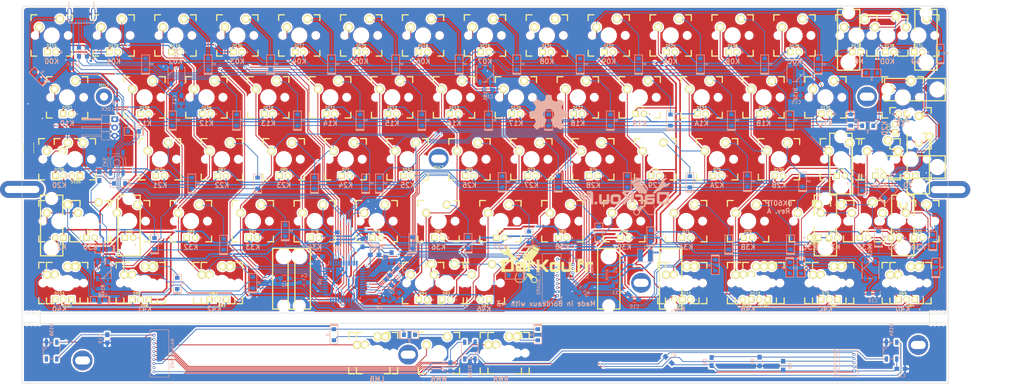
<source format=kicad_pcb>
(kicad_pcb (version 4) (host pcbnew 4.0.5+dfsg1-4)
  (title_block (title "MX/Alps HHKB") (date 2017-05-22) (rev A.1) (company DarKou))
  (layers (0 F.Cu signal) (31 B.Cu signal) (34 B.Paste user) (35 F.Paste user) (36 B.SilkS user) (37 F.SilkS user hide) (38 B.Mask user) (39 F.Mask user) (44 Edge.Cuts user))
  (net 0 "")
  (net 1 GND)
  (net 2 "Net-(C8-Pad1)")
  (net 3 "Net-(D1-Pad2)")
  (net 4 "Net-(D2-Pad2)")
  (net 5 "Net-(D3-Pad2)")
  (net 6 "Net-(D4-Pad2)")
  (net 7 "Net-(D5-Pad2)")
  (net 8 "Net-(D6-Pad2)")
  (net 9 "Net-(D7-Pad2)")
  (net 10 "Net-(D8-Pad2)")
  (net 11 "Net-(D9-Pad2)")
  (net 12 "Net-(D10-Pad2)")
  (net 13 "Net-(D11-Pad2)")
  (net 14 "Net-(D12-Pad2)")
  (net 15 "Net-(D13-Pad2)")
  (net 16 "Net-(D14-Pad2)")
  (net 17 "Net-(D15-Pad2)")
  (net 18 "Net-(D16-Pad2)")
  (net 19 "Net-(D17-Pad2)")
  (net 20 "Net-(D18-Pad2)")
  (net 21 "Net-(D19-Pad2)")
  (net 22 "Net-(D21-Pad2)")
  (net 23 "Net-(D22-Pad2)")
  (net 24 "Net-(D23-Pad2)")
  (net 25 "Net-(D24-Pad2)")
  (net 26 "Net-(D26-Pad2)")
  (net 27 "Net-(D27-Pad2)")
  (net 28 "Net-(D28-Pad2)")
  (net 29 "Net-(D29-Pad2)")
  (net 30 "Net-(D31-Pad2)")
  (net 31 "Net-(D32-Pad2)")
  (net 32 "Net-(D33-Pad2)")
  (net 33 "Net-(D34-Pad2)")
  (net 34 "Net-(D35-Pad2)")
  (net 35 "Net-(D36-Pad2)")
  (net 36 "Net-(D37-Pad2)")
  (net 37 "Net-(D38-Pad2)")
  (net 38 "Net-(D39-Pad2)")
  (net 39 "Net-(D40-Pad2)")
  (net 40 "Net-(D41-Pad2)")
  (net 41 "Net-(D42-Pad2)")
  (net 42 "Net-(D43-Pad2)")
  (net 43 "Net-(D44-Pad2)")
  (net 44 "Net-(D45-Pad2)")
  (net 45 "Net-(D46-Pad2)")
  (net 46 "Net-(D47-Pad2)")
  (net 47 "Net-(D48-Pad2)")
  (net 48 "Net-(D49-Pad2)")
  (net 49 "Net-(D50-Pad2)")
  (net 50 "Net-(D51-Pad2)")
  (net 51 "Net-(D52-Pad2)")
  (net 52 "Net-(D53-Pad2)")
  (net 53 "Net-(D54-Pad2)")
  (net 54 "Net-(D55-Pad2)")
  (net 55 "Net-(D56-Pad2)")
  (net 56 "Net-(D57-Pad2)")
  (net 57 "Net-(D58-Pad2)")
  (net 58 "Net-(D59-Pad2)")
  (net 59 "Net-(D60-Pad2)")
  (net 60 "Net-(J1-Pad2)")
  (net 61 "Net-(J1-Pad3)")
  (net 62 "Net-(J1-Pad4)")
  (net 63 "Net-(R3-Pad1)")
  (net 64 "Net-(R4-Pad2)")
  (net 65 "Net-(U0-Pad42)")
  (net 66 D2)
  (net 67 D5)
  (net 68 "Net-(D61-Pad2)")
  (net 69 "Net-(D62-Pad2)")
  (net 70 "Net-(D63-Pad2)")
  (net 71 "Net-(U0-Pad41)")
  (net 72 "Net-(D64-Pad2)")
  (net 73 "Net-(D65-Pad2)")
  (net 74 "Net-(D66-Pad2)")
  (net 75 "Net-(D67-Pad2)")
  (net 76 "Net-(D68-Pad2)")
  (net 77 "Net-(R2-Pad2)")
  (net 78 VCC)
  (net 79 "Net-(C9-Pad1)")
  (net 80 LED_AN)
  (net 81 "Net-(L1-Pad1)")
  (net 82 LED_CATH)
  (net 83 BACKLIT)
  (net 84 CAPS_LED)
  (net 85 Row4)
  (net 86 Col3)
  (net 87 Col4)
  (net 88 Col5)
  (net 89 Row0)
  (net 90 Row1)
  (net 91 Row2)
  (net 92 Row3)
  (net 93 Col0)
  (net 94 Col1)
  (net 95 Col2)
  (net 96 ColD)
  (net 97 ColC)
  (net 98 Col6)
  (net 99 Col7)
  (net 100 Col8)
  (net 101 Col9)
  (net 102 ColA)
  (net 103 ColB)
  (net 104 "Net-(K50-Pad2)")
  (net 105 "Net-(K50-Pad1)")
  (net 106 RESET)
  (net 107 XTAL1)
  (net 108 XTAL2)
  (net 109 "Net-(MH2-Pad1)")
  (net 110 "Net-(X1-Pad3)")
  (net 111 "Net-(MH7-Pad1)")
  (net 112 RGB)
  (net 113 "Net-(D149-Pad2)")
  (net 114 "Net-(D150-Pad2)")
  (net 115 "Net-(D151-Pad2)")
  (net 116 "Net-(D152-Pad2)")
  (net 117 DOUT)
  (net 118 "Net-(DM34-Pad2)")
  (net 119 "Net-(DM44-Pad2)")
  (net 120 "Net-(DM54-Pad2)")
  (net 121 /TRACKPOINT/D5)
  (net 122 /TRACKPOINT/D2)
  (net 123 /TRACKPOINT/Col3)
  (net 124 /TRACKPOINT/Col4)
  (net 125 /TRACKPOINT/Col5)
  (net 126 /TRACKPOINT/Row4)
  (net 127 /TRACKPOINT/RGB)
  (net 128 "Net-(D154-Pad2)")
  (net 129 "Net-(D155-Pad2)")
  (net 130 "Net-(D156-Pad2)")
  (net 131 "Net-(P1-Pad9)")
  (net 132 "Net-(P2-Pad9)")
  (net 133 "Net-(J3-Pad2)")
  (net 134 "Net-(J3-Pad1)")
  (module Footprint:Mx_100 (layer F.Cu) (at 138.23922 128.71429)
    (fp_text reference KM340 hide)
    (fp_text value LMB (at 0 8) (layer B.SilkS) (effects (font (thickness 0.3048)) (justify mirror)))
    (pad HOLE np_thru_hole circle (at 0 0) (size 3.9878 3.9878) (drill 3.9878) (layers *.Cu))
    (pad HOLE np_thru_hole circle (at -5.08 0) (size 1.7018 1.7018) (drill 1.7018) (layers *.Cu))
    (pad HOLE np_thru_hole circle (at 5.08 0) (size 1.7018 1.7018) (drill 1.7018) (layers *.Cu))
    (pad 1 thru_hole circle (at -3.81 -2.54 330.95) (size 2.5 2.5) (drill 1.5) (layers *.Cu *.Mask F.SilkS) (net 123 /TRACKPOINT/Col3))
    (pad 2 thru_hole circle (at 2.54 -5.08 356.1) (size 2.5 2.5) (drill 1.5) (layers *.Cu *.Mask F.SilkS) (net 118 "Net-(DM34-Pad2)"))
  )
  (module Footprint:BreakHoles (layer F.Cu) (at 311.20172 119.54804 90)
    (fp_text reference M2)
    (fp_text value MISC)
    (pad "" np_thru_hole circle (at 0 0 90) (size 0.8 0.8) (drill 0.7) (layers *.Cu *.Mask F.SilkS))
    (pad "" np_thru_hole circle (at 0 -1.27 90) (size 0.8 0.8) (drill 0.7) (layers *.Cu *.Mask F.SilkS))
    (pad "" np_thru_hole circle (at 0 -2.54 90) (size 0.8 0.8) (drill 0.7) (layers *.Cu *.Mask F.SilkS))
    (pad "" np_thru_hole circle (at 0 1.27 90) (size 0.8 0.8) (drill 0.7) (layers *.Cu *.Mask F.SilkS))
    (pad "" np_thru_hole circle (at 0 2.54 90) (size 0.8 0.8) (drill 0.7) (layers *.Cu *.Mask F.SilkS))
  )
  (module Footprint:MXST (layer F.Cu) (at 114.3 107.15625 180)
    (fp_text reference MXST hide)
    (fp_text value VAL** hide)
    (pad "" np_thru_hole circle (at 0 -6.985 180) (size 3.048 3.048) (drill 3.048) (layers *.Cu *.Mask))
    (pad "" np_thru_hole circle (at 0 8.255 180) (size 3.9802 3.9802) (drill 3.9802) (layers *.Cu *.Mask))
  )
  (module Footprint:MXST (layer F.Cu) (at 228.6 107.15625 180)
    (fp_text reference MXST hide)
    (fp_text value VAL** hide)
    (pad "" np_thru_hole circle (at 0 -6.985 180) (size 3.048 3.048) (drill 3.048) (layers *.Cu *.Mask))
    (pad "" np_thru_hole circle (at 0 8.255 180) (size 3.9802 3.9802) (drill 3.9802) (layers *.Cu *.Mask))
  )
  (module Footprint:MXST (layer F.Cu) (at 209.55 107.15625 180)
    (fp_text reference MXST hide)
    (fp_text value VAL** hide)
    (pad "" np_thru_hole circle (at 0 -6.985 180) (size 3.048 3.048) (drill 3.048) (layers *.Cu *.Mask))
    (pad "" np_thru_hole circle (at 0 8.255 180) (size 3.9802 3.9802) (drill 3.9802) (layers *.Cu *.Mask))
  )
  (module Footprint:MXST (layer F.Cu) (at 109.5375 107.15625 180)
    (fp_text reference MXST hide)
    (fp_text value VAL** hide)
    (pad "" np_thru_hole circle (at 0 -6.985 180) (size 3.048 3.048) (drill 3.048) (layers *.Cu *.Mask))
    (pad "" np_thru_hole circle (at 0 8.255 180) (size 3.9802 3.9802) (drill 3.9802) (layers *.Cu *.Mask))
  )
  (module Footprint:MXST (layer F.Cu) (at 300.0375 88.10625)
    (fp_text reference MXST hide)
    (fp_text value VAL** hide)
    (pad "" np_thru_hole circle (at 0 -6.985) (size 3.048 3.048) (drill 3.048) (layers *.Cu *.Mask))
    (pad "" np_thru_hole circle (at 0 8.255) (size 3.9802 3.9802) (drill 3.9802) (layers *.Cu *.Mask))
  )
  (module Footprint:MXST (layer F.Cu) (at 276.225 88.10625)
    (fp_text reference MXST hide)
    (fp_text value VAL** hide)
    (pad "" np_thru_hole circle (at 0 -6.985) (size 3.048 3.048) (drill 3.048) (layers *.Cu *.Mask))
    (pad "" np_thru_hole circle (at 0 8.255) (size 3.9802 3.9802) (drill 3.9802) (layers *.Cu *.Mask))
  )
  (module Footprint:MXST (layer F.Cu) (at 302.41875 47.62625 90)
    (fp_text reference MXST hide)
    (fp_text value VAL** hide)
    (pad "" np_thru_hole circle (at 0 -6.985 90) (size 3.048 3.048) (drill 3.048) (layers *.Cu *.Mask))
    (pad "" np_thru_hole circle (at 0 8.255 90) (size 3.9802 3.9802) (drill 3.9802) (layers *.Cu *.Mask))
  )
  (module Footprint:MXST (layer F.Cu) (at 302.41875 71.4375 90)
    (fp_text reference MXST hide)
    (fp_text value VAL** hide)
    (pad "" np_thru_hole circle (at 0 -6.985 90) (size 3.048 3.048) (drill 3.048) (layers *.Cu *.Mask))
    (pad "" np_thru_hole circle (at 0 8.255 90) (size 3.9802 3.9802) (drill 3.9802) (layers *.Cu *.Mask))
  )
  (module Footprint:MXST (layer F.Cu) (at 280.9875 69.05625)
    (fp_text reference MXST hide)
    (fp_text value VAL** hide)
    (pad "" np_thru_hole circle (at 0 -6.985) (size 3.048 3.048) (drill 3.048) (layers *.Cu *.Mask))
    (pad "" np_thru_hole circle (at 0 8.255) (size 3.9802 3.9802) (drill 3.9802) (layers *.Cu *.Mask))
  )
  (module Footprint:MXST (layer F.Cu) (at 304.8 69.05625)
    (fp_text reference MXST hide)
    (fp_text value VAL** hide)
    (pad "" np_thru_hole circle (at 0 -6.985) (size 3.048 3.048) (drill 3.048) (layers *.Cu *.Mask))
    (pad "" np_thru_hole circle (at 0 8.255) (size 3.9802 3.9802) (drill 3.9802) (layers *.Cu *.Mask))
  )
  (module Footprint:MXST (layer F.Cu) (at 307.18125 30.95625)
    (fp_text reference MXST hide)
    (fp_text value VAL** hide)
    (pad "" np_thru_hole circle (at 0 -6.985) (size 3.048 3.048) (drill 3.048) (layers *.Cu *.Mask))
    (pad "" np_thru_hole circle (at 0 8.255) (size 3.9802 3.9802) (drill 3.9802) (layers *.Cu *.Mask))
  )
  (module Footprint:MXST (layer F.Cu) (at 283.36875 30.95625)
    (fp_text reference MXST hide)
    (fp_text value VAL** hide)
    (pad "" np_thru_hole circle (at 0 -6.985) (size 3.048 3.048) (drill 3.048) (layers *.Cu *.Mask))
    (pad "" np_thru_hole circle (at 0 8.255) (size 3.9802 3.9802) (drill 3.9802) (layers *.Cu *.Mask))
  )
  (module Footprint:MXST (layer F.Cu) (at 61.9125 88.10625)
    (fp_text reference MXST hide)
    (fp_text value VAL** hide)
    (pad "" np_thru_hole circle (at 0 -6.985) (size 3.048 3.048) (drill 3.048) (layers *.Cu *.Mask))
    (pad "" np_thru_hole circle (at 0 8.255) (size 3.9802 3.9802) (drill 3.9802) (layers *.Cu *.Mask))
  )
  (module Capacitors_SMD:C_0805_HandSoldering (layer B.Cu) (at 145.21172 101.81304 45)
    (fp_text reference C1 (at 0 2.1 45) (layer B.SilkS) (effects (justify mirror)))
    (fp_text value 22p)
    (pad 1 smd rect (at -1.25 0 45) (size 1.5 1.25) (layers B.Cu B.Paste B.Mask) (net 107 XTAL1))
    (pad 2 smd rect (at 1.25 0 45) (size 1.5 1.25) (layers B.Cu B.Paste B.Mask) (net 1 GND))
  )
  (module Capacitors_SMD:C_0805_HandSoldering (layer B.Cu) (at 144.21172 111.06304 225)
    (fp_text reference C2 (at 0 2.1 225) (layer B.SilkS) (effects (justify mirror)))
    (fp_text value 22p)
    (pad 1 smd rect (at -1.25 0 225) (size 1.5 1.25) (layers B.Cu B.Paste B.Mask) (net 108 XTAL2))
    (pad 2 smd rect (at 1.25 0 225) (size 1.5 1.25) (layers B.Cu B.Paste B.Mask) (net 1 GND))
  )
  (module Capacitors_SMD:C_0805_HandSoldering (layer B.Cu) (at 133.7875 94.7575 90)
    (fp_text reference C3 (at 0 2.1 90) (layer B.SilkS) (effects (justify mirror)))
    (fp_text value 0.1u hide)
    (pad 1 smd rect (at -1.25 0 90) (size 1.5 1.25) (layers B.Cu B.Paste B.Mask) (net 78 VCC))
    (pad 2 smd rect (at 1.25 0 90) (size 1.5 1.25) (layers B.Cu B.Paste B.Mask) (net 1 GND))
  )
  (module Capacitors_SMD:C_0805_HandSoldering (layer B.Cu) (at 115.75 107 180)
    (fp_text reference C4 (at 0 2.1 180) (layer B.SilkS) (effects (justify mirror)))
    (fp_text value 0.1u hide)
    (pad 1 smd rect (at -1.25 0 180) (size 1.5 1.25) (layers B.Cu B.Paste B.Mask) (net 78 VCC))
    (pad 2 smd rect (at 1.25 0 180) (size 1.5 1.25) (layers B.Cu B.Paste B.Mask) (net 1 GND))
  )
  (module Capacitors_SMD:C_0805_HandSoldering (layer B.Cu) (at 120.25 99 180)
    (fp_text reference C5 (at 0 2.1 180) (layer B.SilkS) (effects (justify mirror)))
    (fp_text value 0.1u)
    (pad 1 smd rect (at -1.25 0 180) (size 1.5 1.25) (layers B.Cu B.Paste B.Mask) (net 78 VCC))
    (pad 2 smd rect (at 1.25 0 180) (size 1.5 1.25) (layers B.Cu B.Paste B.Mask) (net 1 GND))
  )
  (module Capacitors_SMD:C_0805_HandSoldering (layer B.Cu) (at 139 112.5)
    (fp_text reference C6 (at 0 2.1) (layer B.SilkS) (effects (justify mirror)))
    (fp_text value 0.1u)
    (pad 1 smd rect (at -1.25 0) (size 1.5 1.25) (layers B.Cu B.Paste B.Mask) (net 78 VCC))
    (pad 2 smd rect (at 1.25 0) (size 1.5 1.25) (layers B.Cu B.Paste B.Mask) (net 1 GND))
  )
  (module Capacitors_SMD:C_0805_HandSoldering (layer B.Cu) (at 142.71172 99.06304 270)
    (fp_text reference C7 (at 0 2.1 270) (layer B.SilkS) (effects (justify mirror)))
    (fp_text value 4.7u)
    (pad 1 smd rect (at -1.25 0 270) (size 1.5 1.25) (layers B.Cu B.Paste B.Mask) (net 78 VCC))
    (pad 2 smd rect (at 1.25 0 270) (size 1.5 1.25) (layers B.Cu B.Paste B.Mask) (net 1 GND))
  )
  (module Capacitors_SMD:C_0805_HandSoldering (layer B.Cu) (at 44 39.75 90)
    (fp_text reference C8 (at 0 2.1 90) (layer B.SilkS) (effects (justify mirror)))
    (fp_text value 1u)
    (pad 1 smd rect (at -1.25 0 90) (size 1.5 1.25) (layers B.Cu B.Paste B.Mask) (net 2 "Net-(C8-Pad1)"))
    (pad 2 smd rect (at 1.25 0 90) (size 1.5 1.25) (layers B.Cu B.Paste B.Mask) (net 1 GND))
  )
  (module Capacitors_SMD:C_0805_HandSoldering (layer B.Cu) (at 241.21172 131.31304 270)
    (fp_text reference C9 (at 0 2.1 270) (layer B.SilkS) (effects (justify mirror)))
    (fp_text value 2.2u)
    (pad 1 smd rect (at -1.25 0 270) (size 1.5 1.25) (layers B.Cu B.Paste B.Mask) (net 79 "Net-(C9-Pad1)"))
    (pad 2 smd rect (at 1.25 0 270) (size 1.5 1.25) (layers B.Cu B.Paste B.Mask) (net 78 VCC))
  )
  (module Footprint:D_SOD123 (layer B.Cu) (at 34 43.5 135)
    (fp_text reference D1 hide)
    (fp_text value D (at 0 1.925 135) (layer B.SilkS) (effects (font (size 0.8 0.8)) (justify mirror)))
    (pad 2 smd rect (at 1.7 0 135) (size 1.2 1.4) (layers B.Cu B.Paste B.Mask) (net 3 "Net-(D1-Pad2)"))
    (pad 1 smd rect (at -1.7 0 135) (size 1.2 1.4) (layers B.Cu B.Paste B.Mask) (net 89 Row0))
  )
  (module Footprint:D_SOD123 (layer B.Cu) (at 63.25 60.5 180)
    (fp_text reference D2 hide)
    (fp_text value D (at 0 1.925 180) (layer B.SilkS) (effects (font (size 0.8 0.8)) (justify mirror)))
    (pad 2 smd rect (at 1.7 0 180) (size 1.2 1.4) (layers B.Cu B.Paste B.Mask) (net 4 "Net-(D2-Pad2)"))
    (pad 1 smd rect (at -1.7 0 180) (size 1.2 1.4) (layers B.Cu B.Paste B.Mask) (net 90 Row1))
  )
  (module Footprint:D_SOD123 (layer B.Cu) (at 59 76.5 180)
    (fp_text reference D3 hide)
    (fp_text value D (at 0 1.925 180) (layer B.SilkS) (effects (font (size 0.8 0.8)) (justify mirror)))
    (pad 2 smd rect (at 1.7 0 180) (size 1.2 1.4) (layers B.Cu B.Paste B.Mask) (net 5 "Net-(D3-Pad2)"))
    (pad 1 smd rect (at -1.7 0 180) (size 1.2 1.4) (layers B.Cu B.Paste B.Mask) (net 91 Row2))
  )
  (module Footprint:D_SOD123 (layer B.Cu) (at 54.25 96.75 180)
    (fp_text reference D4 hide)
    (fp_text value D (at 0 1.925 180) (layer B.SilkS) (effects (font (size 0.8 0.8)) (justify mirror)))
    (pad 2 smd rect (at 1.7 0 180) (size 1.2 1.4) (layers B.Cu B.Paste B.Mask) (net 6 "Net-(D4-Pad2)"))
    (pad 1 smd rect (at -1.7 0 180) (size 1.2 1.4) (layers B.Cu B.Paste B.Mask) (net 92 Row3))
  )
  (module Footprint:D_SOD123 (layer B.Cu) (at 52.82172 112.44304 180)
    (fp_text reference D5 hide)
    (fp_text value D (at 0 1.925 180) (layer B.SilkS) (effects (font (size 0.8 0.8)) (justify mirror)))
    (pad 2 smd rect (at 1.7 0 180) (size 1.2 1.4) (layers B.Cu B.Paste B.Mask) (net 7 "Net-(D5-Pad2)"))
    (pad 1 smd rect (at -1.7 0 180) (size 1.2 1.4) (layers B.Cu B.Paste B.Mask) (net 85 Row4))
  )
  (module Footprint:D_SOD123 (layer B.Cu) (at 67 39.75 90)
    (fp_text reference D6 hide)
    (fp_text value D (at 0 1.925 90) (layer B.SilkS) (effects (font (size 0.8 0.8)) (justify mirror)))
    (pad 2 smd rect (at 1.7 0 90) (size 1.2 1.4) (layers B.Cu B.Paste B.Mask) (net 8 "Net-(D6-Pad2)"))
    (pad 1 smd rect (at -1.7 0 90) (size 1.2 1.4) (layers B.Cu B.Paste B.Mask) (net 89 Row0))
  )
  (module Footprint:D_SOD123 (layer B.Cu) (at 75.25 57 90)
    (fp_text reference D7 hide)
    (fp_text value D (at 0 1.925 90) (layer B.SilkS) (effects (font (size 0.8 0.8)) (justify mirror)))
    (pad 2 smd rect (at 1.7 0 90) (size 1.2 1.4) (layers B.Cu B.Paste B.Mask) (net 9 "Net-(D7-Pad2)"))
    (pad 1 smd rect (at -1.7 0 90) (size 1.2 1.4) (layers B.Cu B.Paste B.Mask) (net 90 Row1))
  )
  (module Footprint:D_SOD123 (layer B.Cu) (at 81.22875 76.40625 90)
    (fp_text reference D8 hide)
    (fp_text value D (at 0 1.925 90) (layer B.SilkS) (effects (font (size 0.8 0.8)) (justify mirror)))
    (pad 2 smd rect (at 1.7 0 90) (size 1.2 1.4) (layers B.Cu B.Paste B.Mask) (net 10 "Net-(D8-Pad2)"))
    (pad 1 smd rect (at -1.7 0 90) (size 1.2 1.4) (layers B.Cu B.Paste B.Mask) (net 91 Row2))
  )
  (module Footprint:D_SOD123 (layer B.Cu) (at 69.75 95 90)
    (fp_text reference D9 hide)
    (fp_text value D (at 0 1.925 90) (layer B.SilkS) (effects (font (size 0.8 0.8)) (justify mirror)))
    (pad 2 smd rect (at 1.7 0 90) (size 1.2 1.4) (layers B.Cu B.Paste B.Mask) (net 11 "Net-(D9-Pad2)"))
    (pad 1 smd rect (at -1.7 0 90) (size 1.2 1.4) (layers B.Cu B.Paste B.Mask) (net 92 Row3))
  )
  (module Footprint:D_SOD123 (layer B.Cu) (at 76.75 107.25 90)
    (fp_text reference D10 hide)
    (fp_text value D (at 0 1.925 90) (layer B.SilkS) (effects (font (size 0.8 0.8)) (justify mirror)))
    (pad 2 smd rect (at 1.7 0 90) (size 1.2 1.4) (layers B.Cu B.Paste B.Mask) (net 12 "Net-(D10-Pad2)"))
    (pad 1 smd rect (at -1.7 0 90) (size 1.2 1.4) (layers B.Cu B.Paste B.Mask) (net 85 Row4))
  )
  (module Footprint:D_SOD123 (layer B.Cu) (at 86.25 39.75 90)
    (fp_text reference D11 hide)
    (fp_text value D (at 0 1.925 90) (layer B.SilkS) (effects (font (size 0.8 0.8)) (justify mirror)))
    (pad 2 smd rect (at 1.7 0 90) (size 1.2 1.4) (layers B.Cu B.Paste B.Mask) (net 13 "Net-(D11-Pad2)"))
    (pad 1 smd rect (at -1.7 0 90) (size 1.2 1.4) (layers B.Cu B.Paste B.Mask) (net 89 Row0))
  )
  (module Footprint:D_SOD123 (layer B.Cu) (at 95 57 90)
    (fp_text reference D12 hide)
    (fp_text value D (at 0 1.925 90) (layer B.SilkS) (effects (font (size 0.8 0.8)) (justify mirror)))
    (pad 2 smd rect (at 1.7 0 90) (size 1.2 1.4) (layers B.Cu B.Paste B.Mask) (net 14 "Net-(D12-Pad2)"))
    (pad 1 smd rect (at -1.7 0 90) (size 1.2 1.4) (layers B.Cu B.Paste B.Mask) (net 90 Row1))
  )
  (module Footprint:D_SOD123 (layer B.Cu) (at 101.47875 76.40625 90)
    (fp_text reference D13 hide)
    (fp_text value D (at 0 1.925 90) (layer B.SilkS) (effects (font (size 0.8 0.8)) (justify mirror)))
    (pad 2 smd rect (at 1.7 0 90) (size 1.2 1.4) (layers B.Cu B.Paste B.Mask) (net 15 "Net-(D13-Pad2)"))
    (pad 1 smd rect (at -1.7 0 90) (size 1.2 1.4) (layers B.Cu B.Paste B.Mask) (net 91 Row2))
  )
  (module Footprint:D_SOD123 (layer B.Cu) (at 91 95.25 90)
    (fp_text reference D14 hide)
    (fp_text value D (at 0 1.925 90) (layer B.SilkS) (effects (font (size 0.8 0.8)) (justify mirror)))
    (pad 2 smd rect (at 1.7 0 90) (size 1.2 1.4) (layers B.Cu B.Paste B.Mask) (net 16 "Net-(D14-Pad2)"))
    (pad 1 smd rect (at -1.7 0 90) (size 1.2 1.4) (layers B.Cu B.Paste B.Mask) (net 92 Row3))
  )
  (module Footprint:D_SOD123 (layer B.Cu) (at 100.0375 107.0075 90)
    (fp_text reference D15 hide)
    (fp_text value D (at 0 1.925 90) (layer B.SilkS) (effects (font (size 0.8 0.8)) (justify mirror)))
    (pad 2 smd rect (at 1.7 0 90) (size 1.2 1.4) (layers B.Cu B.Paste B.Mask) (net 17 "Net-(D15-Pad2)"))
    (pad 1 smd rect (at -1.7 0 90) (size 1.2 1.4) (layers B.Cu B.Paste B.Mask) (net 85 Row4))
  )
  (module Footprint:D_SOD123 (layer B.Cu) (at 105.5 39.75 90)
    (fp_text reference D16 hide)
    (fp_text value D (at 0 1.925 90) (layer B.SilkS) (effects (font (size 0.8 0.8)) (justify mirror)))
    (pad 2 smd rect (at 1.7 0 90) (size 1.2 1.4) (layers B.Cu B.Paste B.Mask) (net 18 "Net-(D16-Pad2)"))
    (pad 1 smd rect (at -1.7 0 90) (size 1.2 1.4) (layers B.Cu B.Paste B.Mask) (net 89 Row0))
  )
  (module Footprint:D_SOD123 (layer B.Cu) (at 113.75 57 90)
    (fp_text reference D17 hide)
    (fp_text value D (at 0 1.925 90) (layer B.SilkS) (effects (font (size 0.8 0.8)) (justify mirror)))
    (pad 2 smd rect (at 1.7 0 90) (size 1.2 1.4) (layers B.Cu B.Paste B.Mask) (net 19 "Net-(D17-Pad2)"))
    (pad 1 smd rect (at -1.7 0 90) (size 1.2 1.4) (layers B.Cu B.Paste B.Mask) (net 90 Row1))
  )
  (module Footprint:D_SOD123 (layer B.Cu) (at 118.97875 76.40625 90)
    (fp_text reference D18 hide)
    (fp_text value D (at 0 1.925 90) (layer B.SilkS) (effects (font (size 0.8 0.8)) (justify mirror)))
    (pad 2 smd rect (at 1.7 0 90) (size 1.2 1.4) (layers B.Cu B.Paste B.Mask) (net 20 "Net-(D18-Pad2)"))
    (pad 1 smd rect (at -1.7 0 90) (size 1.2 1.4) (layers B.Cu B.Paste B.Mask) (net 91 Row2))
  )
  (module Footprint:D_SOD123 (layer B.Cu) (at 110 91 90)
    (fp_text reference D19 hide)
    (fp_text value D (at 0 1.925 90) (layer B.SilkS) (effects (font (size 0.8 0.8)) (justify mirror)))
    (pad 2 smd rect (at 1.7 0 90) (size 1.2 1.4) (layers B.Cu B.Paste B.Mask) (net 21 "Net-(D19-Pad2)"))
    (pad 1 smd rect (at -1.7 0 90) (size 1.2 1.4) (layers B.Cu B.Paste B.Mask) (net 92 Row3))
  )
  (module Footprint:D_SOD123 (layer B.Cu) (at 124.25 39.75 90)
    (fp_text reference D21 hide)
    (fp_text value D (at 0 1.925 90) (layer B.SilkS) (effects (font (size 0.8 0.8)) (justify mirror)))
    (pad 2 smd rect (at 1.7 0 90) (size 1.2 1.4) (layers B.Cu B.Paste B.Mask) (net 22 "Net-(D21-Pad2)"))
    (pad 1 smd rect (at -1.7 0 90) (size 1.2 1.4) (layers B.Cu B.Paste B.Mask) (net 89 Row0))
  )
  (module Footprint:D_SOD123 (layer B.Cu) (at 133 57 90)
    (fp_text reference D22 hide)
    (fp_text value D (at 0 1.925 90) (layer B.SilkS) (effects (font (size 0.8 0.8)) (justify mirror)))
    (pad 2 smd rect (at 1.7 0 90) (size 1.2 1.4) (layers B.Cu B.Paste B.Mask) (net 23 "Net-(D22-Pad2)"))
    (pad 1 smd rect (at -1.7 0 90) (size 1.2 1.4) (layers B.Cu B.Paste B.Mask) (net 90 Row1))
  )
  (module Footprint:D_SOD123 (layer B.Cu) (at 134.72875 76.40625 90)
    (fp_text reference D23 hide)
    (fp_text value D (at 0 1.925 90) (layer B.SilkS) (effects (font (size 0.8 0.8)) (justify mirror)))
    (pad 2 smd rect (at 1.7 0 90) (size 1.2 1.4) (layers B.Cu B.Paste B.Mask) (net 24 "Net-(D23-Pad2)"))
    (pad 1 smd rect (at -1.7 0 90) (size 1.2 1.4) (layers B.Cu B.Paste B.Mask) (net 91 Row2))
  )
  (module Footprint:D_SOD123 (layer B.Cu) (at 126 93.25 90)
    (fp_text reference D24 hide)
    (fp_text value D (at 0 1.925 90) (layer B.SilkS) (effects (font (size 0.8 0.8)) (justify mirror)))
    (pad 2 smd rect (at 1.7 0 90) (size 1.2 1.4) (layers B.Cu B.Paste B.Mask) (net 25 "Net-(D24-Pad2)"))
    (pad 1 smd rect (at -1.7 0 90) (size 1.2 1.4) (layers B.Cu B.Paste B.Mask) (net 92 Row3))
  )
  (module Footprint:D_SOD123 (layer B.Cu) (at 144 39.75 90)
    (fp_text reference D26 hide)
    (fp_text value D (at 0 1.925 90) (layer B.SilkS) (effects (font (size 0.8 0.8)) (justify mirror)))
    (pad 2 smd rect (at 1.7 0 90) (size 1.2 1.4) (layers B.Cu B.Paste B.Mask) (net 26 "Net-(D26-Pad2)"))
    (pad 1 smd rect (at -1.7 0 90) (size 1.2 1.4) (layers B.Cu B.Paste B.Mask) (net 89 Row0))
  )
  (module Footprint:D_SOD123 (layer B.Cu) (at 152 57 90)
    (fp_text reference D27 hide)
    (fp_text value D (at 0 1.925 90) (layer B.SilkS) (effects (font (size 0.8 0.8)) (justify mirror)))
    (pad 2 smd rect (at 1.7 0 90) (size 1.2 1.4) (layers B.Cu B.Paste B.Mask) (net 27 "Net-(D27-Pad2)"))
    (pad 1 smd rect (at -1.7 0 90) (size 1.2 1.4) (layers B.Cu B.Paste B.Mask) (net 90 Row1))
  )
  (module Footprint:D_SOD123 (layer B.Cu) (at 138.97875 76.40625 90)
    (fp_text reference D28 hide)
    (fp_text value D (at 0 1.925 90) (layer B.SilkS) (effects (font (size 0.8 0.8)) (justify mirror)))
    (pad 2 smd rect (at 1.7 0 90) (size 1.2 1.4) (layers B.Cu B.Paste B.Mask) (net 28 "Net-(D28-Pad2)"))
    (pad 1 smd rect (at -1.7 0 90) (size 1.2 1.4) (layers B.Cu B.Paste B.Mask) (net 91 Row2))
  )
  (module Footprint:D_SOD123 (layer B.Cu) (at 149.25 94.75 90)
    (fp_text reference D29 hide)
    (fp_text value D (at 0 1.925 90) (layer B.SilkS) (effects (font (size 0.8 0.8)) (justify mirror)))
    (pad 2 smd rect (at 1.7 0 90) (size 1.2 1.4) (layers B.Cu B.Paste B.Mask) (net 29 "Net-(D29-Pad2)"))
    (pad 1 smd rect (at -1.7 0 90) (size 1.2 1.4) (layers B.Cu B.Paste B.Mask) (net 92 Row3))
  )
  (module Footprint:D_SOD123 (layer B.Cu) (at 163.5 39.75 90)
    (fp_text reference D31 hide)
    (fp_text value D (at 0 1.925 90) (layer B.SilkS) (effects (font (size 0.8 0.8)) (justify mirror)))
    (pad 2 smd rect (at 1.7 0 90) (size 1.2 1.4) (layers B.Cu B.Paste B.Mask) (net 30 "Net-(D31-Pad2)"))
    (pad 1 smd rect (at -1.7 0 90) (size 1.2 1.4) (layers B.Cu B.Paste B.Mask) (net 89 Row0))
  )
  (module Footprint:D_SOD123 (layer B.Cu) (at 172.5375 57.0075 90)
    (fp_text reference D32 hide)
    (fp_text value D (at 0 1.925 90) (layer B.SilkS) (effects (font (size 0.8 0.8)) (justify mirror)))
    (pad 2 smd rect (at 1.7 0 90) (size 1.2 1.4) (layers B.Cu B.Paste B.Mask) (net 31 "Net-(D32-Pad2)"))
    (pad 1 smd rect (at -1.7 0 90) (size 1.2 1.4) (layers B.Cu B.Paste B.Mask) (net 90 Row1))
  )
  (module Footprint:D_SOD123 (layer B.Cu) (at 176.75 76 90)
    (fp_text reference D33 hide)
    (fp_text value D (at 0 1.925 90) (layer B.SilkS) (effects (font (size 0.8 0.8)) (justify mirror)))
    (pad 2 smd rect (at 1.7 0 90) (size 1.2 1.4) (layers B.Cu B.Paste B.Mask) (net 32 "Net-(D33-Pad2)"))
    (pad 1 smd rect (at -1.7 0 90) (size 1.2 1.4) (layers B.Cu B.Paste B.Mask) (net 91 Row2))
  )
  (module Footprint:D_SOD123 (layer B.Cu) (at 166.25 94.75 90)
    (fp_text reference D34 hide)
    (fp_text value D (at 0 1.925 90) (layer B.SilkS) (effects (font (size 0.8 0.8)) (justify mirror)))
    (pad 2 smd rect (at 1.7 0 90) (size 1.2 1.4) (layers B.Cu B.Paste B.Mask) (net 33 "Net-(D34-Pad2)"))
    (pad 1 smd rect (at -1.7 0 90) (size 1.2 1.4) (layers B.Cu B.Paste B.Mask) (net 92 Row3))
  )
  (module Footprint:D_SOD123 (layer B.Cu) (at 180.5 104.75 180)
    (fp_text reference D35 hide)
    (fp_text value D (at 0 1.925 180) (layer B.SilkS) (effects (font (size 0.8 0.8)) (justify mirror)))
    (pad 2 smd rect (at 1.7 0 180) (size 1.2 1.4) (layers B.Cu B.Paste B.Mask) (net 34 "Net-(D35-Pad2)"))
    (pad 1 smd rect (at -1.7 0 180) (size 1.2 1.4) (layers B.Cu B.Paste B.Mask) (net 85 Row4))
  )
  (module Footprint:D_SOD123 (layer B.Cu) (at 181.25 39.75 90)
    (fp_text reference D36 hide)
    (fp_text value D (at 0 1.925 90) (layer B.SilkS) (effects (font (size 0.8 0.8)) (justify mirror)))
    (pad 2 smd rect (at 1.7 0 90) (size 1.2 1.4) (layers B.Cu B.Paste B.Mask) (net 35 "Net-(D36-Pad2)"))
    (pad 1 smd rect (at -1.7 0 90) (size 1.2 1.4) (layers B.Cu B.Paste B.Mask) (net 89 Row0))
  )
  (module Footprint:D_SOD123 (layer B.Cu) (at 191.0375 57.0075 90)
    (fp_text reference D37 hide)
    (fp_text value D (at 0 1.925 90) (layer B.SilkS) (effects (font (size 0.8 0.8)) (justify mirror)))
    (pad 2 smd rect (at 1.7 0 90) (size 1.2 1.4) (layers B.Cu B.Paste B.Mask) (net 36 "Net-(D37-Pad2)"))
    (pad 1 smd rect (at -1.7 0 90) (size 1.2 1.4) (layers B.Cu B.Paste B.Mask) (net 90 Row1))
  )
  (module Footprint:D_SOD123 (layer B.Cu) (at 194 76 90)
    (fp_text reference D38 hide)
    (fp_text value D (at 0 1.925 90) (layer B.SilkS) (effects (font (size 0.8 0.8)) (justify mirror)))
    (pad 2 smd rect (at 1.7 0 90) (size 1.2 1.4) (layers B.Cu B.Paste B.Mask) (net 37 "Net-(D38-Pad2)"))
    (pad 1 smd rect (at -1.7 0 90) (size 1.2 1.4) (layers B.Cu B.Paste B.Mask) (net 91 Row2))
  )
  (module Footprint:D_SOD123 (layer B.Cu) (at 185 93 90)
    (fp_text reference D39 hide)
    (fp_text value D (at 0 1.925 90) (layer B.SilkS) (effects (font (size 0.8 0.8)) (justify mirror)))
    (pad 2 smd rect (at 1.7 0 90) (size 1.2 1.4) (layers B.Cu B.Paste B.Mask) (net 38 "Net-(D39-Pad2)"))
    (pad 1 smd rect (at -1.7 0 90) (size 1.2 1.4) (layers B.Cu B.Paste B.Mask) (net 92 Row3))
  )
  (module Footprint:D_SOD123 (layer B.Cu) (at 200.75 39.75 90)
    (fp_text reference D40 hide)
    (fp_text value D (at 0 1.925 90) (layer B.SilkS) (effects (font (size 0.8 0.8)) (justify mirror)))
    (pad 2 smd rect (at 1.7 0 90) (size 1.2 1.4) (layers B.Cu B.Paste B.Mask) (net 39 "Net-(D40-Pad2)"))
    (pad 1 smd rect (at -1.7 0 90) (size 1.2 1.4) (layers B.Cu B.Paste B.Mask) (net 89 Row0))
  )
  (module Footprint:D_SOD123 (layer B.Cu) (at 210.0375 57.0075 90)
    (fp_text reference D41 hide)
    (fp_text value D (at 0 1.925 90) (layer B.SilkS) (effects (font (size 0.8 0.8)) (justify mirror)))
    (pad 2 smd rect (at 1.7 0 90) (size 1.2 1.4) (layers B.Cu B.Paste B.Mask) (net 40 "Net-(D41-Pad2)"))
    (pad 1 smd rect (at -1.7 0 90) (size 1.2 1.4) (layers B.Cu B.Paste B.Mask) (net 90 Row1))
  )
  (module Footprint:D_SOD123 (layer B.Cu) (at 215.25 76 90)
    (fp_text reference D42 hide)
    (fp_text value D (at 0 1.925 90) (layer B.SilkS) (effects (font (size 0.8 0.8)) (justify mirror)))
    (pad 2 smd rect (at 1.7 0 90) (size 1.2 1.4) (layers B.Cu B.Paste B.Mask) (net 41 "Net-(D42-Pad2)"))
    (pad 1 smd rect (at -1.7 0 90) (size 1.2 1.4) (layers B.Cu B.Paste B.Mask) (net 91 Row2))
  )
  (module Footprint:D_SOD123 (layer B.Cu) (at 206.5 91.5 90)
    (fp_text reference D43 hide)
    (fp_text value D (at 0 1.925 90) (layer B.SilkS) (effects (font (size 0.8 0.8)) (justify mirror)))
    (pad 2 smd rect (at 1.7 0 90) (size 1.2 1.4) (layers B.Cu B.Paste B.Mask) (net 42 "Net-(D43-Pad2)"))
    (pad 1 smd rect (at -1.7 0 90) (size 1.2 1.4) (layers B.Cu B.Paste B.Mask) (net 92 Row3))
  )
  (module Footprint:D_SOD123 (layer B.Cu) (at 218.75 39.75 90)
    (fp_text reference D44 hide)
    (fp_text value D (at 0 1.925 90) (layer B.SilkS) (effects (font (size 0.8 0.8)) (justify mirror)))
    (pad 2 smd rect (at 1.7 0 90) (size 1.2 1.4) (layers B.Cu B.Paste B.Mask) (net 43 "Net-(D44-Pad2)"))
    (pad 1 smd rect (at -1.7 0 90) (size 1.2 1.4) (layers B.Cu B.Paste B.Mask) (net 89 Row0))
  )
  (module Footprint:D_SOD123 (layer B.Cu) (at 228.5375 57.0075 90)
    (fp_text reference D45 hide)
    (fp_text value D (at 0 1.925 90) (layer B.SilkS) (effects (font (size 0.8 0.8)) (justify mirror)))
    (pad 2 smd rect (at 1.7 0 90) (size 1.2 1.4) (layers B.Cu B.Paste B.Mask) (net 44 "Net-(D45-Pad2)"))
    (pad 1 smd rect (at -1.7 0 90) (size 1.2 1.4) (layers B.Cu B.Paste B.Mask) (net 90 Row1))
  )
  (module Footprint:D_SOD123 (layer B.Cu) (at 234.5 76 90)
    (fp_text reference D46 hide)
    (fp_text value D (at 0 1.925 90) (layer B.SilkS) (effects (font (size 0.8 0.8)) (justify mirror)))
    (pad 2 smd rect (at 1.7 0 90) (size 1.2 1.4) (layers B.Cu B.Paste B.Mask) (net 45 "Net-(D46-Pad2)"))
    (pad 1 smd rect (at -1.7 0 90) (size 1.2 1.4) (layers B.Cu B.Paste B.Mask) (net 91 Row2))
  )
  (module Footprint:D_SOD123 (layer B.Cu) (at 222.47875 92.65625 90)
    (fp_text reference D47 hide)
    (fp_text value D (at 0 1.925 90) (layer B.SilkS) (effects (font (size 0.8 0.8)) (justify mirror)))
    (pad 2 smd rect (at 1.7 0 90) (size 1.2 1.4) (layers B.Cu B.Paste B.Mask) (net 46 "Net-(D47-Pad2)"))
    (pad 1 smd rect (at -1.7 0 90) (size 1.2 1.4) (layers B.Cu B.Paste B.Mask) (net 92 Row3))
  )
  (module Footprint:D_SOD123 (layer B.Cu) (at 311.5 36.5 90)
    (fp_text reference D48 hide)
    (fp_text value D (at 0 1.925 90) (layer B.SilkS) (effects (font (size 0.8 0.8)) (justify mirror)))
    (pad 2 smd rect (at 1.7 0 90) (size 1.2 1.4) (layers B.Cu B.Paste B.Mask) (net 47 "Net-(D48-Pad2)"))
    (pad 1 smd rect (at -1.7 0 90) (size 1.2 1.4) (layers B.Cu B.Paste B.Mask) (net 85 Row4))
  )
  (module Footprint:D_SOD123 (layer B.Cu) (at 237.75 39.75 90)
    (fp_text reference D49 hide)
    (fp_text value D (at 0 1.925 90) (layer B.SilkS) (effects (font (size 0.8 0.8)) (justify mirror)))
    (pad 2 smd rect (at 1.7 0 90) (size 1.2 1.4) (layers B.Cu B.Paste B.Mask) (net 48 "Net-(D49-Pad2)"))
    (pad 1 smd rect (at -1.7 0 90) (size 1.2 1.4) (layers B.Cu B.Paste B.Mask) (net 89 Row0))
  )
  (module Footprint:D_SOD123 (layer B.Cu) (at 247.2875 57.0075 90)
    (fp_text reference D50 hide)
    (fp_text value D (at 0 1.925 90) (layer B.SilkS) (effects (font (size 0.8 0.8)) (justify mirror)))
    (pad 2 smd rect (at 1.7 0 90) (size 1.2 1.4) (layers B.Cu B.Paste B.Mask) (net 49 "Net-(D50-Pad2)"))
    (pad 1 smd rect (at -1.7 0 90) (size 1.2 1.4) (layers B.Cu B.Paste B.Mask) (net 90 Row1))
  )
  (module Footprint:D_SOD123 (layer B.Cu) (at 252.21172 75.81304 90)
    (fp_text reference D51 hide)
    (fp_text value D (at 0 1.925 90) (layer B.SilkS) (effects (font (size 0.8 0.8)) (justify mirror)))
    (pad 2 smd rect (at 1.7 0 90) (size 1.2 1.4) (layers B.Cu B.Paste B.Mask) (net 50 "Net-(D51-Pad2)"))
    (pad 1 smd rect (at -1.7 0 90) (size 1.2 1.4) (layers B.Cu B.Paste B.Mask) (net 91 Row2))
  )
  (module Footprint:D_SOD123 (layer B.Cu) (at 246.47875 95.15625 90)
    (fp_text reference D52 hide)
    (fp_text value D (at 0 1.925 90) (layer B.SilkS) (effects (font (size 0.8 0.8)) (justify mirror)))
    (pad 2 smd rect (at 1.7 0 90) (size 1.2 1.4) (layers B.Cu B.Paste B.Mask) (net 51 "Net-(D52-Pad2)"))
    (pad 1 smd rect (at -1.7 0 90) (size 1.2 1.4) (layers B.Cu B.Paste B.Mask) (net 92 Row3))
  )
  (module Footprint:D_SOD123 (layer B.Cu) (at 242.32172 101.69304 270)
    (fp_text reference D53 hide)
    (fp_text value D (at 0 1.925 270) (layer B.SilkS) (effects (font (size 0.8 0.8)) (justify mirror)))
    (pad 2 smd rect (at 1.7 0 270) (size 1.2 1.4) (layers B.Cu B.Paste B.Mask) (net 52 "Net-(D53-Pad2)"))
    (pad 1 smd rect (at -1.7 0 270) (size 1.2 1.4) (layers B.Cu B.Paste B.Mask) (net 85 Row4))
  )
  (module Footprint:D_SOD123 (layer B.Cu) (at 257.5 39.75 90)
    (fp_text reference D54 hide)
    (fp_text value D (at 0 1.925 90) (layer B.SilkS) (effects (font (size 0.8 0.8)) (justify mirror)))
    (pad 2 smd rect (at 1.7 0 90) (size 1.2 1.4) (layers B.Cu B.Paste B.Mask) (net 53 "Net-(D54-Pad2)"))
    (pad 1 smd rect (at -1.7 0 90) (size 1.2 1.4) (layers B.Cu B.Paste B.Mask) (net 89 Row0))
  )
  (module Footprint:D_SOD123 (layer B.Cu) (at 265.2875 57.0075 90)
    (fp_text reference D55 hide)
    (fp_text value D (at 0 1.925 90) (layer B.SilkS) (effects (font (size 0.8 0.8)) (justify mirror)))
    (pad 2 smd rect (at 1.7 0 90) (size 1.2 1.4) (layers B.Cu B.Paste B.Mask) (net 54 "Net-(D55-Pad2)"))
    (pad 1 smd rect (at -1.7 0 90) (size 1.2 1.4) (layers B.Cu B.Paste B.Mask) (net 90 Row1))
  )
  (module Footprint:D_SOD123 (layer B.Cu) (at 269.21172 75.81304 90)
    (fp_text reference D56 hide)
    (fp_text value D (at 0 1.925 90) (layer B.SilkS) (effects (font (size 0.8 0.8)) (justify mirror)))
    (pad 2 smd rect (at 1.7 0 90) (size 1.2 1.4) (layers B.Cu B.Paste B.Mask) (net 55 "Net-(D56-Pad2)"))
    (pad 1 smd rect (at -1.7 0 90) (size 1.2 1.4) (layers B.Cu B.Paste B.Mask) (net 91 Row2))
  )
  (module Footprint:D_SOD123 (layer B.Cu) (at 265.47875 95.15625 90)
    (fp_text reference D57 hide)
    (fp_text value D (at 0 1.925 90) (layer B.SilkS) (effects (font (size 0.8 0.8)) (justify mirror)))
    (pad 2 smd rect (at 1.7 0 90) (size 1.2 1.4) (layers B.Cu B.Paste B.Mask) (net 56 "Net-(D57-Pad2)"))
    (pad 1 smd rect (at -1.7 0 90) (size 1.2 1.4) (layers B.Cu B.Paste B.Mask) (net 92 Row3))
  )
  (module Footprint:D_SOD123 (layer B.Cu) (at 265.25 102.5 270)
    (fp_text reference D58 hide)
    (fp_text value D (at 0 1.925 270) (layer B.SilkS) (effects (font (size 0.8 0.8)) (justify mirror)))
    (pad 2 smd rect (at 1.7 0 270) (size 1.2 1.4) (layers B.Cu B.Paste B.Mask) (net 57 "Net-(D58-Pad2)"))
    (pad 1 smd rect (at -1.7 0 270) (size 1.2 1.4) (layers B.Cu B.Paste B.Mask) (net 85 Row4))
  )
  (module Footprint:D_SOD123 (layer B.Cu) (at 274 39.75 90)
    (fp_text reference D59 hide)
    (fp_text value D (at 0 1.925 90) (layer B.SilkS) (effects (font (size 0.8 0.8)) (justify mirror)))
    (pad 2 smd rect (at 1.7 0 90) (size 1.2 1.4) (layers B.Cu B.Paste B.Mask) (net 58 "Net-(D59-Pad2)"))
    (pad 1 smd rect (at -1.7 0 90) (size 1.2 1.4) (layers B.Cu B.Paste B.Mask) (net 89 Row0))
  )
  (module Footprint:D_SOD123 (layer B.Cu) (at 284 57 90)
    (fp_text reference D60 hide)
    (fp_text value D (at 0 1.925 90) (layer B.SilkS) (effects (font (size 0.8 0.8)) (justify mirror)))
    (pad 2 smd rect (at 1.7 0 90) (size 1.2 1.4) (layers B.Cu B.Paste B.Mask) (net 59 "Net-(D60-Pad2)"))
    (pad 1 smd rect (at -1.7 0 90) (size 1.2 1.4) (layers B.Cu B.Paste B.Mask) (net 90 Row1))
  )
  (module Footprint:D_SOD123 (layer B.Cu) (at 287.5 77 90)
    (fp_text reference D61 hide)
    (fp_text value D (at 0 1.925 90) (layer B.SilkS) (effects (font (size 0.8 0.8)) (justify mirror)))
    (pad 2 smd rect (at 1.7 0 90) (size 1.2 1.4) (layers B.Cu B.Paste B.Mask) (net 68 "Net-(D61-Pad2)"))
    (pad 1 smd rect (at -1.7 0 90) (size 1.2 1.4) (layers B.Cu B.Paste B.Mask) (net 91 Row2))
  )
  (module Footprint:D_SOD123 (layer B.Cu) (at 292.57172 92.94304 90)
    (fp_text reference D62 hide)
    (fp_text value D (at 0 1.925 90) (layer B.SilkS) (effects (font (size 0.8 0.8)) (justify mirror)))
    (pad 2 smd rect (at 1.7 0 90) (size 1.2 1.4) (layers B.Cu B.Paste B.Mask) (net 69 "Net-(D62-Pad2)"))
    (pad 1 smd rect (at -1.7 0 90) (size 1.2 1.4) (layers B.Cu B.Paste B.Mask) (net 92 Row3))
  )
  (module Footprint:D_SOD123 (layer B.Cu) (at 268.75 102.5 270)
    (fp_text reference D63 hide)
    (fp_text value D (at 0 1.925 270) (layer B.SilkS) (effects (font (size 0.8 0.8)) (justify mirror)))
    (pad 2 smd rect (at 1.7 0 270) (size 1.2 1.4) (layers B.Cu B.Paste B.Mask) (net 70 "Net-(D63-Pad2)"))
    (pad 1 smd rect (at -1.7 0 270) (size 1.2 1.4) (layers B.Cu B.Paste B.Mask) (net 85 Row4))
  )
  (module Footprint:D_SOD123 (layer B.Cu) (at 290.5 42.5)
    (fp_text reference D64 hide)
    (fp_text value D (at 0 1.925) (layer B.SilkS) (effects (font (size 0.8 0.8)) (justify mirror)))
    (pad 2 smd rect (at 1.7 0) (size 1.2 1.4) (layers B.Cu B.Paste B.Mask) (net 72 "Net-(D64-Pad2)"))
    (pad 1 smd rect (at -1.7 0) (size 1.2 1.4) (layers B.Cu B.Paste B.Mask) (net 89 Row0))
  )
  (module Footprint:D_SOD123 (layer B.Cu) (at 289.25 58.75)
    (fp_text reference D65 hide)
    (fp_text value D (at 0 1.925) (layer B.SilkS) (effects (font (size 0.8 0.8)) (justify mirror)))
    (pad 2 smd rect (at 1.7 0) (size 1.2 1.4) (layers B.Cu B.Paste B.Mask) (net 73 "Net-(D65-Pad2)"))
    (pad 1 smd rect (at -1.7 0) (size 1.2 1.4) (layers B.Cu B.Paste B.Mask) (net 90 Row1))
  )
  (module Footprint:D_SOD123 (layer B.Cu) (at 295.75 79.75 45)
    (fp_text reference D66 hide)
    (fp_text value D (at 0 1.925 45) (layer B.SilkS) (effects (font (size 0.8 0.8)) (justify mirror)))
    (pad 2 smd rect (at 1.7 0 45) (size 1.2 1.4) (layers B.Cu B.Paste B.Mask) (net 74 "Net-(D66-Pad2)"))
    (pad 1 smd rect (at -1.7 0 45) (size 1.2 1.4) (layers B.Cu B.Paste B.Mask) (net 91 Row2))
  )
  (module Footprint:D_SOD123 (layer B.Cu) (at 309.25 94 90)
    (fp_text reference D67 hide)
    (fp_text value D (at 0 1.925 90) (layer B.SilkS) (effects (font (size 0.8 0.8)) (justify mirror)))
    (pad 2 smd rect (at 1.7 0 90) (size 1.2 1.4) (layers B.Cu B.Paste B.Mask) (net 75 "Net-(D67-Pad2)"))
    (pad 1 smd rect (at -1.7 0 90) (size 1.2 1.4) (layers B.Cu B.Paste B.Mask) (net 92 Row3))
  )
  (module Footprint:D_SOD123 (layer B.Cu) (at 310.21172 102.31304 90)
    (fp_text reference D68 hide)
    (fp_text value D (at 0 1.925 90) (layer B.SilkS) (effects (font (size 0.8 0.8)) (justify mirror)))
    (pad 2 smd rect (at 1.7 0 90) (size 1.2 1.4) (layers B.Cu B.Paste B.Mask) (net 76 "Net-(D68-Pad2)"))
    (pad 1 smd rect (at -1.7 0 90) (size 1.2 1.4) (layers B.Cu B.Paste B.Mask) (net 85 Row4))
  )
  (module Footprint:USB_miniB_hirose_5S8 (layer B.Cu) (at 47.25 26.75)
    (fp_text reference J1 hide)
    (fp_text value USB_mini_micro_B hide)
    (pad 1 smd rect (at -1.6 0) (size 0.5 1.4) (layers B.Cu B.Paste B.Mask) (net 78 VCC))
    (pad 2 smd rect (at -0.8 0) (size 0.5 1.4) (layers B.Cu B.Paste B.Mask) (net 60 "Net-(J1-Pad2)"))
    (pad 3 smd rect (at 0 0) (size 0.5 1.4) (layers B.Cu B.Paste B.Mask) (net 61 "Net-(J1-Pad3)"))
    (pad 4 smd rect (at 0.8 0) (size 0.5 1.4) (layers B.Cu B.Paste B.Mask) (net 62 "Net-(J1-Pad4)"))
    (pad 5 smd rect (at 1.6 0) (size 0.5 1.4) (layers B.Cu B.Paste B.Mask) (net 1 GND))
    (pad 6 thru_hole oval (at -3.65 -2.4) (size 1.3 3.8) (drill oval 0.7 3.2) (layers *.Cu *.Mask B.Paste) (net 1 GND))
    (pad 6 thru_hole oval (at 3.65 -2.4) (size 1.3 3.8) (drill oval 0.7 3.2) (layers *.Cu *.Mask B.Paste) (net 1 GND))
  )
  (module Resistors_SMD:R_0805_HandSoldering (layer B.Cu) (at 137.5 98.5 180)
    (fp_text reference R1 (at 0 2.1 180) (layer B.SilkS) (effects (justify mirror)))
    (fp_text value 10K)
    (pad 1 smd rect (at -1.35 0 180) (size 1.5 1.3) (layers B.Cu B.Paste B.Mask) (net 78 VCC))
    (pad 2 smd rect (at 1.35 0 180) (size 1.5 1.3) (layers B.Cu B.Paste B.Mask) (net 106 RESET))
  )
  (module Resistors_SMD:R_0805_HandSoldering (layer B.Cu) (at 109.82172 105.69304)
    (fp_text reference R2 (at 0 2.1) (layer B.SilkS) (effects (justify mirror)))
    (fp_text value 10K)
    (pad 1 smd rect (at -1.35 0) (size 1.5 1.3) (layers B.Cu B.Paste B.Mask) (net 1 GND))
    (pad 2 smd rect (at 1.35 0) (size 1.5 1.3) (layers B.Cu B.Paste B.Mask) (net 77 "Net-(R2-Pad2)"))
  )
  (module Resistors_SMD:R_0805_HandSoldering (layer B.Cu) (at 46.5 36 90)
    (fp_text reference R3 (at 0 2.1 90) (layer B.SilkS) (effects (justify mirror)))
    (fp_text value 22)
    (pad 1 smd rect (at -1.35 0 90) (size 1.5 1.3) (layers B.Cu B.Paste B.Mask) (net 63 "Net-(R3-Pad1)"))
    (pad 2 smd rect (at 1.35 0 90) (size 1.5 1.3) (layers B.Cu B.Paste B.Mask) (net 60 "Net-(J1-Pad2)"))
  )
  (module Resistors_SMD:R_0805_HandSoldering (layer B.Cu) (at 49 36 270)
    (fp_text reference R4 (at 0 2.1 270) (layer B.SilkS) (effects (justify mirror)))
    (fp_text value 22)
    (pad 1 smd rect (at -1.35 0 270) (size 1.5 1.3) (layers B.Cu B.Paste B.Mask) (net 61 "Net-(J1-Pad3)"))
    (pad 2 smd rect (at 1.35 0 270) (size 1.5 1.3) (layers B.Cu B.Paste B.Mask) (net 64 "Net-(R4-Pad2)"))
  )
  (module Resistors_SMD:R_0805_HandSoldering (layer B.Cu) (at 52.75 74.25 90)
    (fp_text reference R6 (at 0 2.1 90) (layer B.SilkS) (effects (justify mirror)))
    (fp_text value R)
    (pad 1 smd rect (at -1.35 0 90) (size 1.5 1.3) (layers B.Cu B.Paste B.Mask) (net 84 CAPS_LED))
    (pad 2 smd rect (at 1.35 0 90) (size 1.5 1.3) (layers B.Cu B.Paste B.Mask) (net 134 "Net-(J3-Pad1)"))
  )
  (module Resistors_SMD:R_0805_HandSoldering (layer B.Cu) (at 227.96172 130.81304 135)
    (fp_text reference R7 (at 0 2.1 135) (layer B.SilkS) (effects (justify mirror)))
    (fp_text value 4.7K)
    (pad 1 smd rect (at -1.35 0 135) (size 1.5 1.3) (layers B.Cu B.Paste B.Mask) (net 78 VCC))
    (pad 2 smd rect (at 1.35 0 135) (size 1.5 1.3) (layers B.Cu B.Paste B.Mask) (net 121 /TRACKPOINT/D5))
  )
  (module Resistors_SMD:R_0805_HandSoldering (layer B.Cu) (at 263.21172 132.56304 90)
    (fp_text reference R8 (at 0 2.1 90) (layer B.SilkS) (effects (justify mirror)))
    (fp_text value 4.7K)
    (pad 1 smd rect (at -1.35 0 90) (size 1.5 1.3) (layers B.Cu B.Paste B.Mask) (net 78 VCC))
    (pad 2 smd rect (at 1.35 0 90) (size 1.5 1.3) (layers B.Cu B.Paste B.Mask) (net 122 /TRACKPOINT/D2))
  )
  (module Resistors_SMD:R_0805_HandSoldering (layer B.Cu) (at 255.96172 131.31304 270)
    (fp_text reference R9 (at 0 2.1 270) (layer B.SilkS) (effects (justify mirror)))
    (fp_text value 100K)
    (pad 1 smd rect (at -1.35 0 270) (size 1.5 1.3) (layers B.Cu B.Paste B.Mask) (net 79 "Net-(C9-Pad1)"))
    (pad 2 smd rect (at 1.35 0 270) (size 1.5 1.3) (layers B.Cu B.Paste B.Mask) (net 1 GND))
  )
  (module Buttons_Switches_SMD:SW_SPST_TL3342 (layer B.Cu) (at 58.15 70.1 270)
    (fp_text reference SW1 (at 0 3.75 270) (layer B.SilkS) (effects (justify mirror)))
    (fp_text value SW_PUSH)
    (pad 1 smd rect (at -3.15 1.9 270) (size 1.7 1) (layers B.Cu B.Paste B.Mask) (net 1 GND))
    (pad 1 smd rect (at 3.15 1.9 270) (size 1.7 1) (layers B.Cu B.Paste B.Mask) (net 1 GND))
    (pad 2 smd rect (at -3.15 -1.9 270) (size 1.7 1) (layers B.Cu B.Paste B.Mask) (net 106 RESET))
    (pad 2 smd rect (at 3.15 -1.9 270) (size 1.7 1) (layers B.Cu B.Paste B.Mask) (net 106 RESET))
  )
  (module Housings_QFP:TQFP-44_10x10mm_Pitch0.8mm (layer B.Cu) (at 128 106.75 270)
    (fp_text reference U0 (at 0 7.45 270) (layer B.SilkS) (effects (justify mirror)))
    (fp_text value ATMEGA32U4)
    (pad 1 smd rect (at -5.7 4 270) (size 1.5 0.55) (layers B.Cu B.Paste B.Mask) (net 84 CAPS_LED))
    (pad 2 smd rect (at -5.7 3.2 270) (size 1.5 0.55) (layers B.Cu B.Paste B.Mask) (net 78 VCC))
    (pad 3 smd rect (at -5.7 2.4 270) (size 1.5 0.55) (layers B.Cu B.Paste B.Mask) (net 63 "Net-(R3-Pad1)"))
    (pad 4 smd rect (at -5.7 1.6 270) (size 1.5 0.55) (layers B.Cu B.Paste B.Mask) (net 64 "Net-(R4-Pad2)"))
    (pad 5 smd rect (at -5.7 0.8 270) (size 1.5 0.55) (layers B.Cu B.Paste B.Mask) (net 1 GND))
    (pad 6 smd rect (at -5.7 0 270) (size 1.5 0.55) (layers B.Cu B.Paste B.Mask) (net 2 "Net-(C8-Pad1)"))
    (pad 7 smd rect (at -5.7 -0.8 270) (size 1.5 0.55) (layers B.Cu B.Paste B.Mask) (net 78 VCC))
    (pad 8 smd rect (at -5.7 -1.6 270) (size 1.5 0.55) (layers B.Cu B.Paste B.Mask) (net 96 ColD))
    (pad 9 smd rect (at -5.7 -2.4 270) (size 1.5 0.55) (layers B.Cu B.Paste B.Mask) (net 88 Col5))
    (pad 10 smd rect (at -5.7 -3.2 270) (size 1.5 0.55) (layers B.Cu B.Paste B.Mask) (net 92 Row3))
    (pad 11 smd rect (at -5.7 -4 270) (size 1.5 0.55) (layers B.Cu B.Paste B.Mask) (net 99 Col7))
    (pad 12 smd rect (at -4 -5.7 180) (size 1.5 0.55) (layers B.Cu B.Paste B.Mask) (net 83 BACKLIT))
    (pad 13 smd rect (at -3.2 -5.7 180) (size 1.5 0.55) (layers B.Cu B.Paste B.Mask) (net 106 RESET))
    (pad 14 smd rect (at -2.4 -5.7 180) (size 1.5 0.55) (layers B.Cu B.Paste B.Mask) (net 78 VCC))
    (pad 15 smd rect (at -1.6 -5.7 180) (size 1.5 0.55) (layers B.Cu B.Paste B.Mask) (net 1 GND))
    (pad 16 smd rect (at -0.8 -5.7 180) (size 1.5 0.55) (layers B.Cu B.Paste B.Mask) (net 107 XTAL1))
    (pad 17 smd rect (at 0 -5.7 180) (size 1.5 0.55) (layers B.Cu B.Paste B.Mask) (net 108 XTAL2))
    (pad 18 smd rect (at 0.8 -5.7 180) (size 1.5 0.55) (layers B.Cu B.Paste B.Mask) (net 97 ColC))
    (pad 19 smd rect (at 1.6 -5.7 180) (size 1.5 0.55) (layers B.Cu B.Paste B.Mask) (net 103 ColB))
    (pad 20 smd rect (at 2.4 -5.7 180) (size 1.5 0.55) (layers B.Cu B.Paste B.Mask) (net 66 D2))
    (pad 21 smd rect (at 3.2 -5.7 180) (size 1.5 0.55) (layers B.Cu B.Paste B.Mask) (net 102 ColA))
    (pad 22 smd rect (at 4 -5.7 180) (size 1.5 0.55) (layers B.Cu B.Paste B.Mask) (net 67 D5))
    (pad 23 smd rect (at 5.7 -4 270) (size 1.5 0.55) (layers B.Cu B.Paste B.Mask) (net 1 GND))
    (pad 24 smd rect (at 5.7 -3.2 270) (size 1.5 0.55) (layers B.Cu B.Paste B.Mask) (net 78 VCC))
    (pad 25 smd rect (at 5.7 -2.4 270) (size 1.5 0.55) (layers B.Cu B.Paste B.Mask) (net 98 Col6))
    (pad 26 smd rect (at 5.7 -1.6 270) (size 1.5 0.55) (layers B.Cu B.Paste B.Mask) (net 100 Col8))
    (pad 27 smd rect (at 5.7 -0.8 270) (size 1.5 0.55) (layers B.Cu B.Paste B.Mask) (net 112 RGB))
    (pad 28 smd rect (at 5.7 0 270) (size 1.5 0.55) (layers B.Cu B.Paste B.Mask) (net 101 Col9))
    (pad 29 smd rect (at 5.7 0.8 270) (size 1.5 0.55) (layers B.Cu B.Paste B.Mask) (net 91 Row2))
    (pad 30 smd rect (at 5.7 1.6 270) (size 1.5 0.55) (layers B.Cu B.Paste B.Mask) (net 87 Col4))
    (pad 31 smd rect (at 5.7 2.4 270) (size 1.5 0.55) (layers B.Cu B.Paste B.Mask) (net 90 Row1))
    (pad 32 smd rect (at 5.7 3.2 270) (size 1.5 0.55) (layers B.Cu B.Paste B.Mask) (net 85 Row4))
    (pad 33 smd rect (at 5.7 4 270) (size 1.5 0.55) (layers B.Cu B.Paste B.Mask) (net 77 "Net-(R2-Pad2)"))
    (pad 34 smd rect (at 4 5.7 180) (size 1.5 0.55) (layers B.Cu B.Paste B.Mask) (net 78 VCC))
    (pad 35 smd rect (at 3.2 5.7 180) (size 1.5 0.55) (layers B.Cu B.Paste B.Mask) (net 1 GND))
    (pad 36 smd rect (at 2.4 5.7 180) (size 1.5 0.55) (layers B.Cu B.Paste B.Mask) (net 93 Col0))
    (pad 37 smd rect (at 1.6 5.7 180) (size 1.5 0.55) (layers B.Cu B.Paste B.Mask) (net 89 Row0))
    (pad 38 smd rect (at 0.8 5.7 180) (size 1.5 0.55) (layers B.Cu B.Paste B.Mask) (net 94 Col1))
    (pad 39 smd rect (at 0 5.7 180) (size 1.5 0.55) (layers B.Cu B.Paste B.Mask) (net 95 Col2))
    (pad 40 smd rect (at -0.8 5.7 180) (size 1.5 0.55) (layers B.Cu B.Paste B.Mask) (net 86 Col3))
    (pad 41 smd rect (at -1.6 5.7 180) (size 1.5 0.55) (layers B.Cu B.Paste B.Mask) (net 71 "Net-(U0-Pad41)"))
    (pad 42 smd rect (at -2.4 5.7 180) (size 1.5 0.55) (layers B.Cu B.Paste B.Mask) (net 65 "Net-(U0-Pad42)"))
    (pad 43 smd rect (at -3.2 5.7 180) (size 1.5 0.55) (layers B.Cu B.Paste B.Mask) (net 1 GND))
    (pad 44 smd rect (at -4 5.7 180) (size 1.5 0.55) (layers B.Cu B.Paste B.Mask) (net 78 VCC))
  )
  (module Footprint:FA-238 (layer B.Cu) (at 142.46172 106.31304 315)
    (fp_text reference X1 hide)
    (fp_text value XTAL_GND hide)
    (pad 3 smd rect (at -1.1 0.8 315) (size 1.4 1.2) (drill (offset -0.1 0.05)) (layers B.Cu B.Paste B.Mask) (net 110 "Net-(X1-Pad3)") (clearance 0.2))
    (pad 2 smd rect (at 1.1 0.8 315) (size 1.4 1.2) (drill (offset 0.1 0.05)) (layers B.Cu B.Paste B.Mask) (net 108 XTAL2) (clearance 0.2))
    (pad 1 smd rect (at -1.1 -0.8 315) (size 1.4 1.2) (drill (offset -0.1 -0.05)) (layers B.Cu B.Paste B.Mask) (net 107 XTAL1) (clearance 0.2))
    (pad 3 smd rect (at 1.1 -0.8 315) (size 1.4 1.2) (drill (offset 0.1 -0.05)) (layers B.Cu B.Paste B.Mask) (net 110 "Net-(X1-Pad3)") (clearance 0.2))
  )
  (module Footprint:MXST (layer F.Cu) (at 38.1 88.10625)
    (fp_text reference MXST hide)
    (fp_text value VAL** hide)
    (pad "" np_thru_hole circle (at 0 -6.985) (size 3.048 3.048) (drill 3.048) (layers *.Cu *.Mask))
    (pad "" np_thru_hole circle (at 0 8.255) (size 3.9802 3.9802) (drill 3.9802) (layers *.Cu *.Mask))
  )
  (module LEDs:LED_PLCC_2835 (layer F.Cu) (at 31 65.25 90)
    (fp_text reference LD1 hide)
    (fp_text value CAPS_LED)
    (pad 1 smd rect (at -0.929882 -0.000094 270) (size 2.2 2.1) (layers F.Cu F.Paste F.Mask) (net 1 GND))
    (pad 2 smd rect (at 1.330118 -0.000094 270) (size 1.3 2.1) (layers F.Cu F.Paste F.Mask) (net 133 "Net-(J3-Pad2)"))
  )
  (module Capacitors_SMD:C_0805_HandSoldering (layer B.Cu) (at 217.46172 112.31304)
    (fp_text reference C10 (at 0 2.1) (layer B.SilkS) (effects (justify mirror)))
    (fp_text value 10uF hide)
    (pad 1 smd rect (at -1.25 0) (size 1.5 1.25) (layers B.Cu B.Paste B.Mask) (net 1 GND))
    (pad 2 smd rect (at 1.25 0) (size 1.5 1.25) (layers B.Cu B.Paste B.Mask) (net 78 VCC))
  )
  (module Capacitors_SMD:C_0805_HandSoldering (layer B.Cu) (at 212 108)
    (fp_text reference C11 (at 0 2.1) (layer B.SilkS) (effects (justify mirror)))
    (fp_text value 10uF hide)
    (pad 1 smd rect (at -1.25 0) (size 1.5 1.25) (layers B.Cu B.Paste B.Mask) (net 1 GND))
    (pad 2 smd rect (at 1.25 0) (size 1.5 1.25) (layers B.Cu B.Paste B.Mask) (net 80 LED_AN))
  )
  (module Footprint:Inductor_Bourn_4mmx4mm (layer B.Cu) (at 220.82172 98.69304)
    (fp_text reference L1 (at 0.1778 -2.5654) (layer B.SilkS) (effects (justify mirror)))
    (fp_text value 4.7uH)
    (pad 1 smd rect (at -1.525 0) (size 1.5 3.6) (layers B.Cu B.Paste B.Mask) (net 81 "Net-(L1-Pad1)"))
    (pad 2 smd rect (at 1.525 0) (size 1.5 3.6) (layers B.Cu B.Paste B.Mask) (net 80 LED_AN))
  )
  (module Resistors_SMD:R_0805_HandSoldering (layer B.Cu) (at 201.46172 109.06304 45)
    (fp_text reference R5 (at 0 2.1 45) (layer B.SilkS) (effects (justify mirror)))
    (fp_text value 0.5)
    (pad 1 smd rect (at -1.35 0 45) (size 1.5 1.3) (layers B.Cu B.Paste B.Mask) (net 1 GND))
    (pad 2 smd rect (at 1.35 0 45) (size 1.5 1.3) (layers B.Cu B.Paste B.Mask) (net 82 LED_CATH))
  )
  (module Footprint:SOT-23-5 (layer B.Cu) (at 209 104.5)
    (fp_text reference U1 (at 2.5908 -1.2573 90) (layer B.SilkS) (effects (justify mirror)))
    (fp_text value PAM2804 hide)
    (pad 1 smd rect (at -1.1 0.95) (size 1.06 0.65) (layers B.Cu B.Paste B.Mask) (net 83 BACKLIT))
    (pad 2 smd rect (at -1.1 0) (size 1.06 0.65) (layers B.Cu B.Paste B.Mask) (net 1 GND))
    (pad 3 smd rect (at -1.1 -0.95) (size 1.06 0.65) (layers B.Cu B.Paste B.Mask) (net 81 "Net-(L1-Pad1)"))
    (pad 4 smd rect (at 1.1 -0.95) (size 1.06 0.65) (layers B.Cu B.Paste B.Mask) (net 78 VCC))
    (pad 5 smd rect (at 1.1 0.95) (size 1.06 0.65) (layers B.Cu B.Paste B.Mask) (net 82 LED_CATH))
  )
  (module Footprint:Mx_100 (layer F.Cu) (at 38.1 30.95625)
    (fp_text reference K1 hide)
    (fp_text value K00 (at 0 8) (layer B.SilkS) (effects (font (thickness 0.3048)) (justify mirror)))
    (pad HOLE np_thru_hole circle (at 0 0) (size 3.9878 3.9878) (drill 3.9878) (layers *.Cu))
    (pad HOLE np_thru_hole circle (at -5.08 0) (size 1.7018 1.7018) (drill 1.7018) (layers *.Cu))
    (pad HOLE np_thru_hole circle (at 5.08 0) (size 1.7018 1.7018) (drill 1.7018) (layers *.Cu))
    (pad 1 thru_hole circle (at -3.81 -2.54 330.95) (size 2.5 2.5) (drill 1.5) (layers *.Cu *.Mask F.SilkS) (net 93 Col0))
    (pad 2 thru_hole circle (at 2.54 -5.08 356.1) (size 2.5 2.5) (drill 1.5) (layers *.Cu *.Mask F.SilkS) (net 3 "Net-(D1-Pad2)"))
  )
  (module Footprint:Mx_150 (layer F.Cu) (at 42.8625 50.00625)
    (fp_text reference K2 hide)
    (fp_text value K10 (at 0 8) (layer B.SilkS) (effects (font (thickness 0.3048)) (justify mirror)))
    (pad HOLE np_thru_hole circle (at 0 0) (size 3.9878 3.9878) (drill 3.9878) (layers *.Cu))
    (pad HOLE np_thru_hole circle (at -5.08 0) (size 1.7018 1.7018) (drill 1.7018) (layers *.Cu))
    (pad HOLE np_thru_hole circle (at 5.08 0) (size 1.7018 1.7018) (drill 1.7018) (layers *.Cu))
    (pad 1 thru_hole circle (at -3.81 -2.54 330.95) (size 2.5 2.5) (drill 1.5) (layers *.Cu *.Mask F.SilkS) (net 93 Col0))
    (pad 2 thru_hole circle (at 2.54 -5.08 356.1) (size 2.5 2.5) (drill 1.5) (layers *.Cu *.Mask F.SilkS) (net 4 "Net-(D2-Pad2)"))
  )
  (module Footprint:Mx_125 (layer F.Cu) (at 40.48125 88.10625)
    (fp_text reference K6 hide)
    (fp_text value K30 (at 0 8) (layer B.SilkS) (effects (font (thickness 0.3048)) (justify mirror)))
    (pad HOLE np_thru_hole circle (at 0 0) (size 3.9878 3.9878) (drill 3.9878) (layers *.Cu))
    (pad HOLE np_thru_hole circle (at -5.08 0) (size 1.7018 1.7018) (drill 1.7018) (layers *.Cu))
    (pad HOLE np_thru_hole circle (at 5.08 0) (size 1.7018 1.7018) (drill 1.7018) (layers *.Cu))
    (pad 1 thru_hole circle (at -3.81 -2.54 330.95) (size 2.5 2.5) (drill 1.5) (layers *.Cu *.Mask F.SilkS) (net 93 Col0))
    (pad 2 thru_hole circle (at 2.54 -5.08 356.1) (size 2.5 2.5) (drill 1.5) (layers *.Cu *.Mask F.SilkS) (net 6 "Net-(D4-Pad2)"))
  )
  (module Footprint:Mx_125 (layer F.Cu) (at 40.48125 107.15625)
    (fp_text reference K7 hide)
    (fp_text value K40 (at 0 8) (layer B.SilkS) (effects (font (thickness 0.3048)) (justify mirror)))
    (pad HOLE np_thru_hole circle (at 0 0) (size 3.9878 3.9878) (drill 3.9878) (layers *.Cu))
    (pad HOLE np_thru_hole circle (at -5.08 0) (size 1.7018 1.7018) (drill 1.7018) (layers *.Cu))
    (pad HOLE np_thru_hole circle (at 5.08 0) (size 1.7018 1.7018) (drill 1.7018) (layers *.Cu))
    (pad 1 thru_hole circle (at -3.81 -2.54 330.95) (size 2.5 2.5) (drill 1.5) (layers *.Cu *.Mask F.SilkS) (net 93 Col0))
    (pad 2 thru_hole circle (at 2.54 -5.08 356.1) (size 2.5 2.5) (drill 1.5) (layers *.Cu *.Mask F.SilkS) (net 7 "Net-(D5-Pad2)"))
  )
  (module Footprint:Mx_150 (layer F.Cu) (at 42.8625 107.15625)
    (fp_text reference K8 hide)
    (fp_text value K40 hide)
    (pad HOLE np_thru_hole circle (at 0 0) (size 3.9878 3.9878) (drill 3.9878) (layers *.Cu))
    (pad HOLE np_thru_hole circle (at -5.08 0) (size 1.7018 1.7018) (drill 1.7018) (layers *.Cu))
    (pad HOLE np_thru_hole circle (at 5.08 0) (size 1.7018 1.7018) (drill 1.7018) (layers *.Cu))
    (pad 1 thru_hole circle (at -3.81 -2.54 330.95) (size 2.5 2.5) (drill 1.5) (layers *.Cu *.Mask F.SilkS) (net 93 Col0))
    (pad 2 thru_hole circle (at 2.54 -5.08 356.1) (size 2.5 2.5) (drill 1.5) (layers *.Cu *.Mask F.SilkS) (net 7 "Net-(D5-Pad2)"))
  )
  (module Footprint:Mx_100 (layer F.Cu) (at 57.15 30.95625)
    (fp_text reference K9 hide)
    (fp_text value K01 (at 0 8) (layer B.SilkS) (effects (font (thickness 0.3048)) (justify mirror)))
    (pad HOLE np_thru_hole circle (at 0 0) (size 3.9878 3.9878) (drill 3.9878) (layers *.Cu))
    (pad HOLE np_thru_hole circle (at -5.08 0) (size 1.7018 1.7018) (drill 1.7018) (layers *.Cu))
    (pad HOLE np_thru_hole circle (at 5.08 0) (size 1.7018 1.7018) (drill 1.7018) (layers *.Cu))
    (pad 1 thru_hole circle (at -3.81 -2.54 330.95) (size 2.5 2.5) (drill 1.5) (layers *.Cu *.Mask F.SilkS) (net 94 Col1))
    (pad 2 thru_hole circle (at 2.54 -5.08 356.1) (size 2.5 2.5) (drill 1.5) (layers *.Cu *.Mask F.SilkS) (net 8 "Net-(D6-Pad2)"))
  )
  (module Footprint:Mx_100 (layer F.Cu) (at 66.675 50.00625)
    (fp_text reference K10 hide)
    (fp_text value K11 (at 0 8) (layer B.SilkS) (effects (font (thickness 0.3048)) (justify mirror)))
    (pad HOLE np_thru_hole circle (at 0 0) (size 3.9878 3.9878) (drill 3.9878) (layers *.Cu))
    (pad HOLE np_thru_hole circle (at -5.08 0) (size 1.7018 1.7018) (drill 1.7018) (layers *.Cu))
    (pad HOLE np_thru_hole circle (at 5.08 0) (size 1.7018 1.7018) (drill 1.7018) (layers *.Cu))
    (pad 1 thru_hole circle (at -3.81 -2.54 330.95) (size 2.5 2.5) (drill 1.5) (layers *.Cu *.Mask F.SilkS) (net 94 Col1))
    (pad 2 thru_hole circle (at 2.54 -5.08 356.1) (size 2.5 2.5) (drill 1.5) (layers *.Cu *.Mask F.SilkS) (net 9 "Net-(D7-Pad2)"))
  )
  (module Footprint:Mx_100 (layer F.Cu) (at 71.4375 69.05625)
    (fp_text reference K11 hide)
    (fp_text value K21 (at 0 8) (layer B.SilkS) (effects (font (thickness 0.3048)) (justify mirror)))
    (pad HOLE np_thru_hole circle (at 0 0) (size 3.9878 3.9878) (drill 3.9878) (layers *.Cu))
    (pad HOLE np_thru_hole circle (at -5.08 0) (size 1.7018 1.7018) (drill 1.7018) (layers *.Cu))
    (pad HOLE np_thru_hole circle (at 5.08 0) (size 1.7018 1.7018) (drill 1.7018) (layers *.Cu))
    (pad 1 thru_hole circle (at -3.81 -2.54 330.95) (size 2.5 2.5) (drill 1.5) (layers *.Cu *.Mask F.SilkS) (net 94 Col1))
    (pad 2 thru_hole circle (at 2.54 -5.08 356.1) (size 2.5 2.5) (drill 1.5) (layers *.Cu *.Mask F.SilkS) (net 10 "Net-(D8-Pad2)"))
  )
  (module Footprint:Mx_100 (layer F.Cu) (at 61.9125 88.10625)
    (fp_text reference K12 hide)
    (fp_text value K31 (at 0 8) (layer B.SilkS) (effects (font (thickness 0.3048)) (justify mirror)))
    (pad HOLE np_thru_hole circle (at 0 0) (size 3.9878 3.9878) (drill 3.9878) (layers *.Cu))
    (pad HOLE np_thru_hole circle (at -5.08 0) (size 1.7018 1.7018) (drill 1.7018) (layers *.Cu))
    (pad HOLE np_thru_hole circle (at 5.08 0) (size 1.7018 1.7018) (drill 1.7018) (layers *.Cu))
    (pad 1 thru_hole circle (at -3.81 -2.54 330.95) (size 2.5 2.5) (drill 1.5) (layers *.Cu *.Mask F.SilkS) (net 94 Col1))
    (pad 2 thru_hole circle (at 2.54 -5.08 356.1) (size 2.5 2.5) (drill 1.5) (layers *.Cu *.Mask F.SilkS) (net 11 "Net-(D9-Pad2)"))
  )
  (module Footprint:Mx_125 (layer F.Cu) (at 64.29375 107.15625)
    (fp_text reference K13 hide)
    (fp_text value K41 hide)
    (pad HOLE np_thru_hole circle (at 0 0) (size 3.9878 3.9878) (drill 3.9878) (layers *.Cu))
    (pad HOLE np_thru_hole circle (at -5.08 0) (size 1.7018 1.7018) (drill 1.7018) (layers *.Cu))
    (pad HOLE np_thru_hole circle (at 5.08 0) (size 1.7018 1.7018) (drill 1.7018) (layers *.Cu))
    (pad 1 thru_hole circle (at -3.81 -2.54 330.95) (size 2.5 2.5) (drill 1.5) (layers *.Cu *.Mask F.SilkS) (net 94 Col1))
    (pad 2 thru_hole circle (at 2.54 -5.08 356.1) (size 2.5 2.5) (drill 1.5) (layers *.Cu *.Mask F.SilkS) (net 12 "Net-(D10-Pad2)"))
  )
  (module Footprint:Mx_100 (layer F.Cu) (at 66.675 107.15625)
    (fp_text reference K14 hide)
    (fp_text value K41 (at 0 8) (layer B.SilkS) (effects (font (thickness 0.3048)) (justify mirror)))
    (pad HOLE np_thru_hole circle (at 0 0) (size 3.9878 3.9878) (drill 3.9878) (layers *.Cu))
    (pad HOLE np_thru_hole circle (at -5.08 0) (size 1.7018 1.7018) (drill 1.7018) (layers *.Cu))
    (pad HOLE np_thru_hole circle (at 5.08 0) (size 1.7018 1.7018) (drill 1.7018) (layers *.Cu))
    (pad 1 thru_hole circle (at -3.81 -2.54 330.95) (size 2.5 2.5) (drill 1.5) (layers *.Cu *.Mask F.SilkS) (net 94 Col1))
    (pad 2 thru_hole circle (at 2.54 -5.08 356.1) (size 2.5 2.5) (drill 1.5) (layers *.Cu *.Mask F.SilkS) (net 12 "Net-(D10-Pad2)"))
  )
  (module Footprint:Mx_100 (layer F.Cu) (at 76.2 30.95625)
    (fp_text reference K15 hide)
    (fp_text value K02 (at 0 8) (layer B.SilkS) (effects (font (thickness 0.3048)) (justify mirror)))
    (pad HOLE np_thru_hole circle (at 0 0) (size 3.9878 3.9878) (drill 3.9878) (layers *.Cu))
    (pad HOLE np_thru_hole circle (at -5.08 0) (size 1.7018 1.7018) (drill 1.7018) (layers *.Cu))
    (pad HOLE np_thru_hole circle (at 5.08 0) (size 1.7018 1.7018) (drill 1.7018) (layers *.Cu))
    (pad 1 thru_hole circle (at -3.81 -2.54 330.95) (size 2.5 2.5) (drill 1.5) (layers *.Cu *.Mask F.SilkS) (net 95 Col2))
    (pad 2 thru_hole circle (at 2.54 -5.08 356.1) (size 2.5 2.5) (drill 1.5) (layers *.Cu *.Mask F.SilkS) (net 13 "Net-(D11-Pad2)"))
  )
  (module Footprint:Mx_100 (layer F.Cu) (at 85.725 50.00625)
    (fp_text reference K16 hide)
    (fp_text value K12 (at 0 8) (layer B.SilkS) (effects (font (thickness 0.3048)) (justify mirror)))
    (pad HOLE np_thru_hole circle (at 0 0) (size 3.9878 3.9878) (drill 3.9878) (layers *.Cu))
    (pad HOLE np_thru_hole circle (at -5.08 0) (size 1.7018 1.7018) (drill 1.7018) (layers *.Cu))
    (pad HOLE np_thru_hole circle (at 5.08 0) (size 1.7018 1.7018) (drill 1.7018) (layers *.Cu))
    (pad 1 thru_hole circle (at -3.81 -2.54 330.95) (size 2.5 2.5) (drill 1.5) (layers *.Cu *.Mask F.SilkS) (net 95 Col2))
    (pad 2 thru_hole circle (at 2.54 -5.08 356.1) (size 2.5 2.5) (drill 1.5) (layers *.Cu *.Mask F.SilkS) (net 14 "Net-(D12-Pad2)"))
  )
  (module Footprint:Mx_100 (layer F.Cu) (at 90.4875 69.05625)
    (fp_text reference K17 hide)
    (fp_text value K22 (at 0 8) (layer B.SilkS) (effects (font (thickness 0.3048)) (justify mirror)))
    (pad HOLE np_thru_hole circle (at 0 0) (size 3.9878 3.9878) (drill 3.9878) (layers *.Cu))
    (pad HOLE np_thru_hole circle (at -5.08 0) (size 1.7018 1.7018) (drill 1.7018) (layers *.Cu))
    (pad HOLE np_thru_hole circle (at 5.08 0) (size 1.7018 1.7018) (drill 1.7018) (layers *.Cu))
    (pad 1 thru_hole circle (at -3.81 -2.54 330.95) (size 2.5 2.5) (drill 1.5) (layers *.Cu *.Mask F.SilkS) (net 95 Col2))
    (pad 2 thru_hole circle (at 2.54 -5.08 356.1) (size 2.5 2.5) (drill 1.5) (layers *.Cu *.Mask F.SilkS) (net 15 "Net-(D13-Pad2)"))
  )
  (module Footprint:Mx_100 (layer F.Cu) (at 80.9625 88.10625)
    (fp_text reference K18 hide)
    (fp_text value K32 (at 0 8) (layer B.SilkS) (effects (font (thickness 0.3048)) (justify mirror)))
    (pad HOLE np_thru_hole circle (at 0 0) (size 3.9878 3.9878) (drill 3.9878) (layers *.Cu))
    (pad HOLE np_thru_hole circle (at -5.08 0) (size 1.7018 1.7018) (drill 1.7018) (layers *.Cu))
    (pad HOLE np_thru_hole circle (at 5.08 0) (size 1.7018 1.7018) (drill 1.7018) (layers *.Cu))
    (pad 1 thru_hole circle (at -3.81 -2.54 330.95) (size 2.5 2.5) (drill 1.5) (layers *.Cu *.Mask F.SilkS) (net 95 Col2))
    (pad 2 thru_hole circle (at 2.54 -5.08 356.1) (size 2.5 2.5) (drill 1.5) (layers *.Cu *.Mask F.SilkS) (net 16 "Net-(D14-Pad2)"))
  )
  (module Footprint:Mx_125 (layer F.Cu) (at 88.10625 107.15625)
    (fp_text reference K19 hide)
    (fp_text value K42 (at 0 8) (layer B.SilkS) (effects (font (thickness 0.3048)) (justify mirror)))
    (pad HOLE np_thru_hole circle (at 0 0) (size 3.9878 3.9878) (drill 3.9878) (layers *.Cu))
    (pad HOLE np_thru_hole circle (at -5.08 0) (size 1.7018 1.7018) (drill 1.7018) (layers *.Cu))
    (pad HOLE np_thru_hole circle (at 5.08 0) (size 1.7018 1.7018) (drill 1.7018) (layers *.Cu))
    (pad 1 thru_hole circle (at -3.81 -2.54 330.95) (size 2.5 2.5) (drill 1.5) (layers *.Cu *.Mask F.SilkS) (net 95 Col2))
    (pad 2 thru_hole circle (at 2.54 -5.08 356.1) (size 2.5 2.5) (drill 1.5) (layers *.Cu *.Mask F.SilkS) (net 17 "Net-(D15-Pad2)"))
  )
  (module Footprint:Mx_150 (layer F.Cu) (at 90.4875 107.15625)
    (fp_text reference K20 hide)
    (fp_text value K42 hide)
    (pad HOLE np_thru_hole circle (at 0 0) (size 3.9878 3.9878) (drill 3.9878) (layers *.Cu))
    (pad HOLE np_thru_hole circle (at -5.08 0) (size 1.7018 1.7018) (drill 1.7018) (layers *.Cu))
    (pad HOLE np_thru_hole circle (at 5.08 0) (size 1.7018 1.7018) (drill 1.7018) (layers *.Cu))
    (pad 1 thru_hole circle (at -3.81 -2.54 330.95) (size 2.5 2.5) (drill 1.5) (layers *.Cu *.Mask F.SilkS) (net 95 Col2))
    (pad 2 thru_hole circle (at 2.54 -5.08 356.1) (size 2.5 2.5) (drill 1.5) (layers *.Cu *.Mask F.SilkS) (net 17 "Net-(D15-Pad2)"))
  )
  (module Footprint:Mx_100 (layer F.Cu) (at 95.25 30.95625)
    (fp_text reference K21 hide)
    (fp_text value K03 (at 0 8) (layer B.SilkS) (effects (font (thickness 0.3048)) (justify mirror)))
    (pad HOLE np_thru_hole circle (at 0 0) (size 3.9878 3.9878) (drill 3.9878) (layers *.Cu))
    (pad HOLE np_thru_hole circle (at -5.08 0) (size 1.7018 1.7018) (drill 1.7018) (layers *.Cu))
    (pad HOLE np_thru_hole circle (at 5.08 0) (size 1.7018 1.7018) (drill 1.7018) (layers *.Cu))
    (pad 1 thru_hole circle (at -3.81 -2.54 330.95) (size 2.5 2.5) (drill 1.5) (layers *.Cu *.Mask F.SilkS) (net 86 Col3))
    (pad 2 thru_hole circle (at 2.54 -5.08 356.1) (size 2.5 2.5) (drill 1.5) (layers *.Cu *.Mask F.SilkS) (net 18 "Net-(D16-Pad2)"))
  )
  (module Footprint:Mx_100 (layer F.Cu) (at 104.775 50.00625)
    (fp_text reference K22 hide)
    (fp_text value K13 (at 0 8) (layer B.SilkS) (effects (font (thickness 0.3048)) (justify mirror)))
    (pad HOLE np_thru_hole circle (at 0 0) (size 3.9878 3.9878) (drill 3.9878) (layers *.Cu))
    (pad HOLE np_thru_hole circle (at -5.08 0) (size 1.7018 1.7018) (drill 1.7018) (layers *.Cu))
    (pad HOLE np_thru_hole circle (at 5.08 0) (size 1.7018 1.7018) (drill 1.7018) (layers *.Cu))
    (pad 1 thru_hole circle (at -3.81 -2.54 330.95) (size 2.5 2.5) (drill 1.5) (layers *.Cu *.Mask F.SilkS) (net 86 Col3))
    (pad 2 thru_hole circle (at 2.54 -5.08 356.1) (size 2.5 2.5) (drill 1.5) (layers *.Cu *.Mask F.SilkS) (net 19 "Net-(D17-Pad2)"))
  )
  (module Footprint:Mx_100 (layer F.Cu) (at 109.5375 69.05625)
    (fp_text reference K23 hide)
    (fp_text value K23 (at 0 8) (layer B.SilkS) (effects (font (thickness 0.3048)) (justify mirror)))
    (pad HOLE np_thru_hole circle (at 0 0) (size 3.9878 3.9878) (drill 3.9878) (layers *.Cu))
    (pad HOLE np_thru_hole circle (at -5.08 0) (size 1.7018 1.7018) (drill 1.7018) (layers *.Cu))
    (pad HOLE np_thru_hole circle (at 5.08 0) (size 1.7018 1.7018) (drill 1.7018) (layers *.Cu))
    (pad 1 thru_hole circle (at -3.81 -2.54 330.95) (size 2.5 2.5) (drill 1.5) (layers *.Cu *.Mask F.SilkS) (net 86 Col3))
    (pad 2 thru_hole circle (at 2.54 -5.08 356.1) (size 2.5 2.5) (drill 1.5) (layers *.Cu *.Mask F.SilkS) (net 20 "Net-(D18-Pad2)"))
  )
  (module Footprint:Mx_100 (layer F.Cu) (at 100.0125 88.10625)
    (fp_text reference K24 hide)
    (fp_text value K33 (at 0 8) (layer B.SilkS) (effects (font (thickness 0.3048)) (justify mirror)))
    (pad HOLE np_thru_hole circle (at 0 0) (size 3.9878 3.9878) (drill 3.9878) (layers *.Cu))
    (pad HOLE np_thru_hole circle (at -5.08 0) (size 1.7018 1.7018) (drill 1.7018) (layers *.Cu))
    (pad HOLE np_thru_hole circle (at 5.08 0) (size 1.7018 1.7018) (drill 1.7018) (layers *.Cu))
    (pad 1 thru_hole circle (at -3.81 -2.54 330.95) (size 2.5 2.5) (drill 1.5) (layers *.Cu *.Mask F.SilkS) (net 86 Col3))
    (pad 2 thru_hole circle (at 2.54 -5.08 356.1) (size 2.5 2.5) (drill 1.5) (layers *.Cu *.Mask F.SilkS) (net 21 "Net-(D19-Pad2)"))
  )
  (module Footprint:Mx_100 (layer F.Cu) (at 114.3 30.95625)
    (fp_text reference K27 hide)
    (fp_text value K04 (at 0 8) (layer B.SilkS) (effects (font (thickness 0.3048)) (justify mirror)))
    (pad HOLE np_thru_hole circle (at 0 0) (size 3.9878 3.9878) (drill 3.9878) (layers *.Cu))
    (pad HOLE np_thru_hole circle (at -5.08 0) (size 1.7018 1.7018) (drill 1.7018) (layers *.Cu))
    (pad HOLE np_thru_hole circle (at 5.08 0) (size 1.7018 1.7018) (drill 1.7018) (layers *.Cu))
    (pad 1 thru_hole circle (at -3.81 -2.54 330.95) (size 2.5 2.5) (drill 1.5) (layers *.Cu *.Mask F.SilkS) (net 87 Col4))
    (pad 2 thru_hole circle (at 2.54 -5.08 356.1) (size 2.5 2.5) (drill 1.5) (layers *.Cu *.Mask F.SilkS) (net 22 "Net-(D21-Pad2)"))
  )
  (module Footprint:Mx_100 (layer F.Cu) (at 123.825 50.00625)
    (fp_text reference K28 hide)
    (fp_text value K14 (at 0 8) (layer B.SilkS) (effects (font (thickness 0.3048)) (justify mirror)))
    (pad HOLE np_thru_hole circle (at 0 0) (size 3.9878 3.9878) (drill 3.9878) (layers *.Cu))
    (pad HOLE np_thru_hole circle (at -5.08 0) (size 1.7018 1.7018) (drill 1.7018) (layers *.Cu))
    (pad HOLE np_thru_hole circle (at 5.08 0) (size 1.7018 1.7018) (drill 1.7018) (layers *.Cu))
    (pad 1 thru_hole circle (at -3.81 -2.54 330.95) (size 2.5 2.5) (drill 1.5) (layers *.Cu *.Mask F.SilkS) (net 87 Col4))
    (pad 2 thru_hole circle (at 2.54 -5.08 356.1) (size 2.5 2.5) (drill 1.5) (layers *.Cu *.Mask F.SilkS) (net 23 "Net-(D22-Pad2)"))
  )
  (module Footprint:Mx_100 (layer F.Cu) (at 128.5875 69.05625)
    (fp_text reference K29 hide)
    (fp_text value K24 (at 0 8) (layer B.SilkS) (effects (font (thickness 0.3048)) (justify mirror)))
    (pad HOLE np_thru_hole circle (at 0 0) (size 3.9878 3.9878) (drill 3.9878) (layers *.Cu))
    (pad HOLE np_thru_hole circle (at -5.08 0) (size 1.7018 1.7018) (drill 1.7018) (layers *.Cu))
    (pad HOLE np_thru_hole circle (at 5.08 0) (size 1.7018 1.7018) (drill 1.7018) (layers *.Cu))
    (pad 1 thru_hole circle (at -3.81 -2.54 330.95) (size 2.5 2.5) (drill 1.5) (layers *.Cu *.Mask F.SilkS) (net 87 Col4))
    (pad 2 thru_hole circle (at 2.54 -5.08 356.1) (size 2.5 2.5) (drill 1.5) (layers *.Cu *.Mask F.SilkS) (net 24 "Net-(D23-Pad2)"))
  )
  (module Footprint:Mx_100 (layer F.Cu) (at 119.0625 88.10625)
    (fp_text reference K30 hide)
    (fp_text value K34 (at 0 8) (layer B.SilkS) (effects (font (thickness 0.3048)) (justify mirror)))
    (pad HOLE np_thru_hole circle (at 0 0) (size 3.9878 3.9878) (drill 3.9878) (layers *.Cu))
    (pad HOLE np_thru_hole circle (at -5.08 0) (size 1.7018 1.7018) (drill 1.7018) (layers *.Cu))
    (pad HOLE np_thru_hole circle (at 5.08 0) (size 1.7018 1.7018) (drill 1.7018) (layers *.Cu))
    (pad 1 thru_hole circle (at -3.81 -2.54 330.95) (size 2.5 2.5) (drill 1.5) (layers *.Cu *.Mask F.SilkS) (net 87 Col4))
    (pad 2 thru_hole circle (at 2.54 -5.08 356.1) (size 2.5 2.5) (drill 1.5) (layers *.Cu *.Mask F.SilkS) (net 25 "Net-(D24-Pad2)"))
  )
  (module Footprint:Mx_100 (layer F.Cu) (at 133.35 30.95625)
    (fp_text reference K32 hide)
    (fp_text value K05 (at 0 8) (layer B.SilkS) (effects (font (thickness 0.3048)) (justify mirror)))
    (pad HOLE np_thru_hole circle (at 0 0) (size 3.9878 3.9878) (drill 3.9878) (layers *.Cu))
    (pad HOLE np_thru_hole circle (at -5.08 0) (size 1.7018 1.7018) (drill 1.7018) (layers *.Cu))
    (pad HOLE np_thru_hole circle (at 5.08 0) (size 1.7018 1.7018) (drill 1.7018) (layers *.Cu))
    (pad 1 thru_hole circle (at -3.81 -2.54 330.95) (size 2.5 2.5) (drill 1.5) (layers *.Cu *.Mask F.SilkS) (net 88 Col5))
    (pad 2 thru_hole circle (at 2.54 -5.08 356.1) (size 2.5 2.5) (drill 1.5) (layers *.Cu *.Mask F.SilkS) (net 26 "Net-(D26-Pad2)"))
  )
  (module Footprint:Mx_100 (layer F.Cu) (at 142.875 50.00625)
    (fp_text reference K33 hide)
    (fp_text value K15 (at 0 8) (layer B.SilkS) (effects (font (thickness 0.3048)) (justify mirror)))
    (pad HOLE np_thru_hole circle (at 0 0) (size 3.9878 3.9878) (drill 3.9878) (layers *.Cu))
    (pad HOLE np_thru_hole circle (at -5.08 0) (size 1.7018 1.7018) (drill 1.7018) (layers *.Cu))
    (pad HOLE np_thru_hole circle (at 5.08 0) (size 1.7018 1.7018) (drill 1.7018) (layers *.Cu))
    (pad 1 thru_hole circle (at -3.81 -2.54 330.95) (size 2.5 2.5) (drill 1.5) (layers *.Cu *.Mask F.SilkS) (net 88 Col5))
    (pad 2 thru_hole circle (at 2.54 -5.08 356.1) (size 2.5 2.5) (drill 1.5) (layers *.Cu *.Mask F.SilkS) (net 27 "Net-(D27-Pad2)"))
  )
  (module Footprint:Mx_100 (layer F.Cu) (at 147.6375 69.05625)
    (fp_text reference K34 hide)
    (fp_text value K25 (at 0 8) (layer B.SilkS) (effects (font (thickness 0.3048)) (justify mirror)))
    (pad HOLE np_thru_hole circle (at 0 0) (size 3.9878 3.9878) (drill 3.9878) (layers *.Cu))
    (pad HOLE np_thru_hole circle (at -5.08 0) (size 1.7018 1.7018) (drill 1.7018) (layers *.Cu))
    (pad HOLE np_thru_hole circle (at 5.08 0) (size 1.7018 1.7018) (drill 1.7018) (layers *.Cu))
    (pad 1 thru_hole circle (at -3.81 -2.54 330.95) (size 2.5 2.5) (drill 1.5) (layers *.Cu *.Mask F.SilkS) (net 88 Col5))
    (pad 2 thru_hole circle (at 2.54 -5.08 356.1) (size 2.5 2.5) (drill 1.5) (layers *.Cu *.Mask F.SilkS) (net 28 "Net-(D28-Pad2)"))
  )
  (module Footprint:Mx_100 (layer F.Cu) (at 138.1125 88.10625)
    (fp_text reference K35 hide)
    (fp_text value K35 (at 0 8) (layer B.SilkS) (effects (font (thickness 0.3048)) (justify mirror)))
    (pad HOLE np_thru_hole circle (at 0 0) (size 3.9878 3.9878) (drill 3.9878) (layers *.Cu))
    (pad HOLE np_thru_hole circle (at -5.08 0) (size 1.7018 1.7018) (drill 1.7018) (layers *.Cu))
    (pad HOLE np_thru_hole circle (at 5.08 0) (size 1.7018 1.7018) (drill 1.7018) (layers *.Cu))
    (pad 1 thru_hole circle (at -3.81 -2.54 330.95) (size 2.5 2.5) (drill 1.5) (layers *.Cu *.Mask F.SilkS) (net 88 Col5))
    (pad 2 thru_hole circle (at 2.54 -5.08 356.1) (size 2.5 2.5) (drill 1.5) (layers *.Cu *.Mask F.SilkS) (net 29 "Net-(D29-Pad2)"))
  )
  (module Footprint:Mx_100 (layer F.Cu) (at 152.4 30.95625)
    (fp_text reference K38 hide)
    (fp_text value K06 (at 0 8) (layer B.SilkS) (effects (font (thickness 0.3048)) (justify mirror)))
    (pad HOLE np_thru_hole circle (at 0 0) (size 3.9878 3.9878) (drill 3.9878) (layers *.Cu))
    (pad HOLE np_thru_hole circle (at -5.08 0) (size 1.7018 1.7018) (drill 1.7018) (layers *.Cu))
    (pad HOLE np_thru_hole circle (at 5.08 0) (size 1.7018 1.7018) (drill 1.7018) (layers *.Cu))
    (pad 1 thru_hole circle (at -3.81 -2.54 330.95) (size 2.5 2.5) (drill 1.5) (layers *.Cu *.Mask F.SilkS) (net 98 Col6))
    (pad 2 thru_hole circle (at 2.54 -5.08 356.1) (size 2.5 2.5) (drill 1.5) (layers *.Cu *.Mask F.SilkS) (net 30 "Net-(D31-Pad2)"))
  )
  (module Footprint:Mx_100 (layer F.Cu) (at 161.925 50.00625)
    (fp_text reference K39 hide)
    (fp_text value K16 (at 0 8) (layer B.SilkS) (effects (font (thickness 0.3048)) (justify mirror)))
    (pad HOLE np_thru_hole circle (at 0 0) (size 3.9878 3.9878) (drill 3.9878) (layers *.Cu))
    (pad HOLE np_thru_hole circle (at -5.08 0) (size 1.7018 1.7018) (drill 1.7018) (layers *.Cu))
    (pad HOLE np_thru_hole circle (at 5.08 0) (size 1.7018 1.7018) (drill 1.7018) (layers *.Cu))
    (pad 1 thru_hole circle (at -3.81 -2.54 330.95) (size 2.5 2.5) (drill 1.5) (layers *.Cu *.Mask F.SilkS) (net 98 Col6))
    (pad 2 thru_hole circle (at 2.54 -5.08 356.1) (size 2.5 2.5) (drill 1.5) (layers *.Cu *.Mask F.SilkS) (net 31 "Net-(D32-Pad2)"))
  )
  (module Footprint:Mx_100 (layer F.Cu) (at 166.6875 69.05625)
    (fp_text reference K40 hide)
    (fp_text value K26 (at 0 8) (layer B.SilkS) (effects (font (thickness 0.3048)) (justify mirror)))
    (pad HOLE np_thru_hole circle (at 0 0) (size 3.9878 3.9878) (drill 3.9878) (layers *.Cu))
    (pad HOLE np_thru_hole circle (at -5.08 0) (size 1.7018 1.7018) (drill 1.7018) (layers *.Cu))
    (pad HOLE np_thru_hole circle (at 5.08 0) (size 1.7018 1.7018) (drill 1.7018) (layers *.Cu))
    (pad 1 thru_hole circle (at -3.81 -2.54 330.95) (size 2.5 2.5) (drill 1.5) (layers *.Cu *.Mask F.SilkS) (net 98 Col6))
    (pad 2 thru_hole circle (at 2.54 -5.08 356.1) (size 2.5 2.5) (drill 1.5) (layers *.Cu *.Mask F.SilkS) (net 32 "Net-(D33-Pad2)"))
  )
  (module Footprint:Mx_100 (layer F.Cu) (at 157.1625 88.10625)
    (fp_text reference K41 hide)
    (fp_text value K36 (at 0 8) (layer B.SilkS) (effects (font (thickness 0.3048)) (justify mirror)))
    (pad HOLE np_thru_hole circle (at 0 0) (size 3.9878 3.9878) (drill 3.9878) (layers *.Cu))
    (pad HOLE np_thru_hole circle (at -5.08 0) (size 1.7018 1.7018) (drill 1.7018) (layers *.Cu))
    (pad HOLE np_thru_hole circle (at 5.08 0) (size 1.7018 1.7018) (drill 1.7018) (layers *.Cu))
    (pad 1 thru_hole circle (at -3.81 -2.54 330.95) (size 2.5 2.5) (drill 1.5) (layers *.Cu *.Mask F.SilkS) (net 98 Col6))
    (pad 2 thru_hole circle (at 2.54 -5.08 356.1) (size 2.5 2.5) (drill 1.5) (layers *.Cu *.Mask F.SilkS) (net 33 "Net-(D34-Pad2)"))
  )
  (module Footprint:Mx_100 (layer F.Cu) (at 171.45 30.95625)
    (fp_text reference K46 hide)
    (fp_text value K07 (at 0 8) (layer B.SilkS) (effects (font (thickness 0.3048)) (justify mirror)))
    (pad HOLE np_thru_hole circle (at 0 0) (size 3.9878 3.9878) (drill 3.9878) (layers *.Cu))
    (pad HOLE np_thru_hole circle (at -5.08 0) (size 1.7018 1.7018) (drill 1.7018) (layers *.Cu))
    (pad HOLE np_thru_hole circle (at 5.08 0) (size 1.7018 1.7018) (drill 1.7018) (layers *.Cu))
    (pad 1 thru_hole circle (at -3.81 -2.54 330.95) (size 2.5 2.5) (drill 1.5) (layers *.Cu *.Mask F.SilkS) (net 99 Col7))
    (pad 2 thru_hole circle (at 2.54 -5.08 356.1) (size 2.5 2.5) (drill 1.5) (layers *.Cu *.Mask F.SilkS) (net 35 "Net-(D36-Pad2)"))
  )
  (module Footprint:Mx_100 (layer F.Cu) (at 180.975 50.00625)
    (fp_text reference K47 hide)
    (fp_text value K17 (at 0 8) (layer B.SilkS) (effects (font (thickness 0.3048)) (justify mirror)))
    (pad HOLE np_thru_hole circle (at 0 0) (size 3.9878 3.9878) (drill 3.9878) (layers *.Cu))
    (pad HOLE np_thru_hole circle (at -5.08 0) (size 1.7018 1.7018) (drill 1.7018) (layers *.Cu))
    (pad HOLE np_thru_hole circle (at 5.08 0) (size 1.7018 1.7018) (drill 1.7018) (layers *.Cu))
    (pad 1 thru_hole circle (at -3.81 -2.54 330.95) (size 2.5 2.5) (drill 1.5) (layers *.Cu *.Mask F.SilkS) (net 99 Col7))
    (pad 2 thru_hole circle (at 2.54 -5.08 356.1) (size 2.5 2.5) (drill 1.5) (layers *.Cu *.Mask F.SilkS) (net 36 "Net-(D37-Pad2)"))
  )
  (module Footprint:Mx_100 (layer F.Cu) (at 185.7375 69.05625)
    (fp_text reference K48 hide)
    (fp_text value K27 (at 0 8) (layer B.SilkS) (effects (font (thickness 0.3048)) (justify mirror)))
    (pad HOLE np_thru_hole circle (at 0 0) (size 3.9878 3.9878) (drill 3.9878) (layers *.Cu))
    (pad HOLE np_thru_hole circle (at -5.08 0) (size 1.7018 1.7018) (drill 1.7018) (layers *.Cu))
    (pad HOLE np_thru_hole circle (at 5.08 0) (size 1.7018 1.7018) (drill 1.7018) (layers *.Cu))
    (pad 1 thru_hole circle (at -3.81 -2.54 330.95) (size 2.5 2.5) (drill 1.5) (layers *.Cu *.Mask F.SilkS) (net 99 Col7))
    (pad 2 thru_hole circle (at 2.54 -5.08 356.1) (size 2.5 2.5) (drill 1.5) (layers *.Cu *.Mask F.SilkS) (net 37 "Net-(D38-Pad2)"))
  )
  (module Footprint:Mx_100 (layer F.Cu) (at 176.2125 88.10625)
    (fp_text reference K49 hide)
    (fp_text value K37 (at 0 8) (layer B.SilkS) (effects (font (thickness 0.3048)) (justify mirror)))
    (pad HOLE np_thru_hole circle (at 0 0) (size 3.9878 3.9878) (drill 3.9878) (layers *.Cu))
    (pad HOLE np_thru_hole circle (at -5.08 0) (size 1.7018 1.7018) (drill 1.7018) (layers *.Cu))
    (pad HOLE np_thru_hole circle (at 5.08 0) (size 1.7018 1.7018) (drill 1.7018) (layers *.Cu))
    (pad 1 thru_hole circle (at -3.81 -2.54 330.95) (size 2.5 2.5) (drill 1.5) (layers *.Cu *.Mask F.SilkS) (net 99 Col7))
    (pad 2 thru_hole circle (at 2.54 -5.08 356.1) (size 2.5 2.5) (drill 1.5) (layers *.Cu *.Mask F.SilkS) (net 38 "Net-(D39-Pad2)"))
  )
  (module Footprint:Mx_100 (layer F.Cu) (at 190.5 30.95625)
    (fp_text reference K50 hide)
    (fp_text value K08 (at 0 8) (layer B.SilkS) (effects (font (thickness 0.3048)) (justify mirror)))
    (pad HOLE np_thru_hole circle (at 0 0) (size 3.9878 3.9878) (drill 3.9878) (layers *.Cu))
    (pad HOLE np_thru_hole circle (at -5.08 0) (size 1.7018 1.7018) (drill 1.7018) (layers *.Cu))
    (pad HOLE np_thru_hole circle (at 5.08 0) (size 1.7018 1.7018) (drill 1.7018) (layers *.Cu))
    (pad 1 thru_hole circle (at -3.81 -2.54 330.95) (size 2.5 2.5) (drill 1.5) (layers *.Cu *.Mask F.SilkS) (net 105 "Net-(K50-Pad1)"))
    (pad 2 thru_hole circle (at 2.54 -5.08 356.1) (size 2.5 2.5) (drill 1.5) (layers *.Cu *.Mask F.SilkS) (net 104 "Net-(K50-Pad2)"))
  )
  (module Footprint:Mx_100 (layer F.Cu) (at 200.025 50.00625)
    (fp_text reference K51 hide)
    (fp_text value K18 (at 0 8) (layer B.SilkS) (effects (font (thickness 0.3048)) (justify mirror)))
    (pad HOLE np_thru_hole circle (at 0 0) (size 3.9878 3.9878) (drill 3.9878) (layers *.Cu))
    (pad HOLE np_thru_hole circle (at -5.08 0) (size 1.7018 1.7018) (drill 1.7018) (layers *.Cu))
    (pad HOLE np_thru_hole circle (at 5.08 0) (size 1.7018 1.7018) (drill 1.7018) (layers *.Cu))
    (pad 1 thru_hole circle (at -3.81 -2.54 330.95) (size 2.5 2.5) (drill 1.5) (layers *.Cu *.Mask F.SilkS) (net 100 Col8))
    (pad 2 thru_hole circle (at 2.54 -5.08 356.1) (size 2.5 2.5) (drill 1.5) (layers *.Cu *.Mask F.SilkS) (net 40 "Net-(D41-Pad2)"))
  )
  (module Footprint:Mx_100 (layer F.Cu) (at 204.7875 69.05625)
    (fp_text reference K52 hide)
    (fp_text value K28 (at 0 8) (layer B.SilkS) (effects (font (thickness 0.3048)) (justify mirror)))
    (pad HOLE np_thru_hole circle (at 0 0) (size 3.9878 3.9878) (drill 3.9878) (layers *.Cu))
    (pad HOLE np_thru_hole circle (at -5.08 0) (size 1.7018 1.7018) (drill 1.7018) (layers *.Cu))
    (pad HOLE np_thru_hole circle (at 5.08 0) (size 1.7018 1.7018) (drill 1.7018) (layers *.Cu))
    (pad 1 thru_hole circle (at -3.81 -2.54 330.95) (size 2.5 2.5) (drill 1.5) (layers *.Cu *.Mask F.SilkS) (net 100 Col8))
    (pad 2 thru_hole circle (at 2.54 -5.08 356.1) (size 2.5 2.5) (drill 1.5) (layers *.Cu *.Mask F.SilkS) (net 41 "Net-(D42-Pad2)"))
  )
  (module Footprint:Mx_100 (layer F.Cu) (at 195.2625 88.10625)
    (fp_text reference K53 hide)
    (fp_text value K38 (at 0 8) (layer B.SilkS) (effects (font (thickness 0.3048)) (justify mirror)))
    (pad HOLE np_thru_hole circle (at 0 0) (size 3.9878 3.9878) (drill 3.9878) (layers *.Cu))
    (pad HOLE np_thru_hole circle (at -5.08 0) (size 1.7018 1.7018) (drill 1.7018) (layers *.Cu))
    (pad HOLE np_thru_hole circle (at 5.08 0) (size 1.7018 1.7018) (drill 1.7018) (layers *.Cu))
    (pad 1 thru_hole circle (at -3.81 -2.54 330.95) (size 2.5 2.5) (drill 1.5) (layers *.Cu *.Mask F.SilkS) (net 100 Col8))
    (pad 2 thru_hole circle (at 2.54 -5.08 356.1) (size 2.5 2.5) (drill 1.5) (layers *.Cu *.Mask F.SilkS) (net 42 "Net-(D43-Pad2)"))
  )
  (module Footprint:Mx_100 (layer F.Cu) (at 209.55 30.95625)
    (fp_text reference K54 hide)
    (fp_text value K09 (at 0 8) (layer B.SilkS) (effects (font (thickness 0.3048)) (justify mirror)))
    (pad HOLE np_thru_hole circle (at 0 0) (size 3.9878 3.9878) (drill 3.9878) (layers *.Cu))
    (pad HOLE np_thru_hole circle (at -5.08 0) (size 1.7018 1.7018) (drill 1.7018) (layers *.Cu))
    (pad HOLE np_thru_hole circle (at 5.08 0) (size 1.7018 1.7018) (drill 1.7018) (layers *.Cu))
    (pad 1 thru_hole circle (at -3.81 -2.54 330.95) (size 2.5 2.5) (drill 1.5) (layers *.Cu *.Mask F.SilkS) (net 101 Col9))
    (pad 2 thru_hole circle (at 2.54 -5.08 356.1) (size 2.5 2.5) (drill 1.5) (layers *.Cu *.Mask F.SilkS) (net 43 "Net-(D44-Pad2)"))
  )
  (module Footprint:Mx_100 (layer F.Cu) (at 219.075 50.00625)
    (fp_text reference K55 hide)
    (fp_text value K19 (at 0 8) (layer B.SilkS) (effects (font (thickness 0.3048)) (justify mirror)))
    (pad HOLE np_thru_hole circle (at 0 0) (size 3.9878 3.9878) (drill 3.9878) (layers *.Cu))
    (pad HOLE np_thru_hole circle (at -5.08 0) (size 1.7018 1.7018) (drill 1.7018) (layers *.Cu))
    (pad HOLE np_thru_hole circle (at 5.08 0) (size 1.7018 1.7018) (drill 1.7018) (layers *.Cu))
    (pad 1 thru_hole circle (at -3.81 -2.54 330.95) (size 2.5 2.5) (drill 1.5) (layers *.Cu *.Mask F.SilkS) (net 101 Col9))
    (pad 2 thru_hole circle (at 2.54 -5.08 356.1) (size 2.5 2.5) (drill 1.5) (layers *.Cu *.Mask F.SilkS) (net 44 "Net-(D45-Pad2)"))
  )
  (module Footprint:Mx_100 (layer F.Cu) (at 223.8375 69.05625)
    (fp_text reference K56 hide)
    (fp_text value K29 (at 0 8) (layer B.SilkS) (effects (font (thickness 0.3048)) (justify mirror)))
    (pad HOLE np_thru_hole circle (at 0 0) (size 3.9878 3.9878) (drill 3.9878) (layers *.Cu))
    (pad HOLE np_thru_hole circle (at -5.08 0) (size 1.7018 1.7018) (drill 1.7018) (layers *.Cu))
    (pad HOLE np_thru_hole circle (at 5.08 0) (size 1.7018 1.7018) (drill 1.7018) (layers *.Cu))
    (pad 1 thru_hole circle (at -3.81 -2.54 330.95) (size 2.5 2.5) (drill 1.5) (layers *.Cu *.Mask F.SilkS) (net 101 Col9))
    (pad 2 thru_hole circle (at 2.54 -5.08 356.1) (size 2.5 2.5) (drill 1.5) (layers *.Cu *.Mask F.SilkS) (net 45 "Net-(D46-Pad2)"))
  )
  (module Footprint:Mx_100 (layer F.Cu) (at 214.3125 88.10625)
    (fp_text reference K57 hide)
    (fp_text value K39 (at 0 8) (layer B.SilkS) (effects (font (thickness 0.3048)) (justify mirror)))
    (pad HOLE np_thru_hole circle (at 0 0) (size 3.9878 3.9878) (drill 3.9878) (layers *.Cu))
    (pad HOLE np_thru_hole circle (at -5.08 0) (size 1.7018 1.7018) (drill 1.7018) (layers *.Cu))
    (pad HOLE np_thru_hole circle (at 5.08 0) (size 1.7018 1.7018) (drill 1.7018) (layers *.Cu))
    (pad 1 thru_hole circle (at -3.81 -2.54 330.95) (size 2.5 2.5) (drill 1.5) (layers *.Cu *.Mask F.SilkS) (net 101 Col9))
    (pad 2 thru_hole circle (at 2.54 -5.08 356.1) (size 2.5 2.5) (drill 1.5) (layers *.Cu *.Mask F.SilkS) (net 46 "Net-(D47-Pad2)"))
  )
  (module Footprint:Mx_100 (layer F.Cu) (at 304.8 30.95625)
    (fp_text reference K58 hide)
    (fp_text value K49 (at 0 8) (layer B.SilkS) (effects (font (thickness 0.3048)) (justify mirror)))
    (pad HOLE np_thru_hole circle (at 0 0) (size 3.9878 3.9878) (drill 3.9878) (layers *.Cu))
    (pad HOLE np_thru_hole circle (at -5.08 0) (size 1.7018 1.7018) (drill 1.7018) (layers *.Cu))
    (pad HOLE np_thru_hole circle (at 5.08 0) (size 1.7018 1.7018) (drill 1.7018) (layers *.Cu))
    (pad 1 thru_hole circle (at -3.81 -2.54 330.95) (size 2.5 2.5) (drill 1.5) (layers *.Cu *.Mask F.SilkS) (net 101 Col9))
    (pad 2 thru_hole circle (at 2.54 -5.08 356.1) (size 2.5 2.5) (drill 1.5) (layers *.Cu *.Mask F.SilkS) (net 47 "Net-(D48-Pad2)"))
  )
  (module Footprint:Mx_100 (layer F.Cu) (at 228.6 30.95625)
    (fp_text reference K59 hide)
    (fp_text value K0A (at 0 8) (layer B.SilkS) (effects (font (thickness 0.3048)) (justify mirror)))
    (pad HOLE np_thru_hole circle (at 0 0) (size 3.9878 3.9878) (drill 3.9878) (layers *.Cu))
    (pad HOLE np_thru_hole circle (at -5.08 0) (size 1.7018 1.7018) (drill 1.7018) (layers *.Cu))
    (pad HOLE np_thru_hole circle (at 5.08 0) (size 1.7018 1.7018) (drill 1.7018) (layers *.Cu))
    (pad 1 thru_hole circle (at -3.81 -2.54 330.95) (size 2.5 2.5) (drill 1.5) (layers *.Cu *.Mask F.SilkS) (net 102 ColA))
    (pad 2 thru_hole circle (at 2.54 -5.08 356.1) (size 2.5 2.5) (drill 1.5) (layers *.Cu *.Mask F.SilkS) (net 48 "Net-(D49-Pad2)"))
  )
  (module Footprint:Mx_100 (layer F.Cu) (at 238.125 50.00625)
    (fp_text reference K60 hide)
    (fp_text value K1A (at 0 8) (layer B.SilkS) (effects (font (thickness 0.3048)) (justify mirror)))
    (pad HOLE np_thru_hole circle (at 0 0) (size 3.9878 3.9878) (drill 3.9878) (layers *.Cu))
    (pad HOLE np_thru_hole circle (at -5.08 0) (size 1.7018 1.7018) (drill 1.7018) (layers *.Cu))
    (pad HOLE np_thru_hole circle (at 5.08 0) (size 1.7018 1.7018) (drill 1.7018) (layers *.Cu))
    (pad 1 thru_hole circle (at -3.81 -2.54 330.95) (size 2.5 2.5) (drill 1.5) (layers *.Cu *.Mask F.SilkS) (net 102 ColA))
    (pad 2 thru_hole circle (at 2.54 -5.08 356.1) (size 2.5 2.5) (drill 1.5) (layers *.Cu *.Mask F.SilkS) (net 49 "Net-(D50-Pad2)"))
  )
  (module Footprint:Mx_100 (layer F.Cu) (at 242.8875 69.05625)
    (fp_text reference K61 hide)
    (fp_text value K2A (at 0 8) (layer B.SilkS) (effects (font (thickness 0.3048)) (justify mirror)))
    (pad HOLE np_thru_hole circle (at 0 0) (size 3.9878 3.9878) (drill 3.9878) (layers *.Cu))
    (pad HOLE np_thru_hole circle (at -5.08 0) (size 1.7018 1.7018) (drill 1.7018) (layers *.Cu))
    (pad HOLE np_thru_hole circle (at 5.08 0) (size 1.7018 1.7018) (drill 1.7018) (layers *.Cu))
    (pad 1 thru_hole circle (at -3.81 -2.54 330.95) (size 2.5 2.5) (drill 1.5) (layers *.Cu *.Mask F.SilkS) (net 102 ColA))
    (pad 2 thru_hole circle (at 2.54 -5.08 356.1) (size 2.5 2.5) (drill 1.5) (layers *.Cu *.Mask F.SilkS) (net 50 "Net-(D51-Pad2)"))
  )
  (module Footprint:Mx_100 (layer F.Cu) (at 233.3625 88.10625)
    (fp_text reference K62 hide)
    (fp_text value K3A (at 0 8) (layer B.SilkS) (effects (font (thickness 0.3048)) (justify mirror)))
    (pad HOLE np_thru_hole circle (at 0 0) (size 3.9878 3.9878) (drill 3.9878) (layers *.Cu))
    (pad HOLE np_thru_hole circle (at -5.08 0) (size 1.7018 1.7018) (drill 1.7018) (layers *.Cu))
    (pad HOLE np_thru_hole circle (at 5.08 0) (size 1.7018 1.7018) (drill 1.7018) (layers *.Cu))
    (pad 1 thru_hole circle (at -3.81 -2.54 330.95) (size 2.5 2.5) (drill 1.5) (layers *.Cu *.Mask F.SilkS) (net 102 ColA))
    (pad 2 thru_hole circle (at 2.54 -5.08 356.1) (size 2.5 2.5) (drill 1.5) (layers *.Cu *.Mask F.SilkS) (net 51 "Net-(D52-Pad2)"))
  )
  (module Footprint:Mx_125 (layer F.Cu) (at 230.98125 107.15625)
    (fp_text reference K63 hide)
    (fp_text value K4A (at 0 8) (layer B.SilkS) (effects (font (thickness 0.3048)) (justify mirror)))
    (pad HOLE np_thru_hole circle (at 0 0) (size 3.9878 3.9878) (drill 3.9878) (layers *.Cu))
    (pad HOLE np_thru_hole circle (at -5.08 0) (size 1.7018 1.7018) (drill 1.7018) (layers *.Cu))
    (pad HOLE np_thru_hole circle (at 5.08 0) (size 1.7018 1.7018) (drill 1.7018) (layers *.Cu))
    (pad 1 thru_hole circle (at -3.81 -2.54 330.95) (size 2.5 2.5) (drill 1.5) (layers *.Cu *.Mask F.SilkS) (net 102 ColA))
    (pad 2 thru_hole circle (at 2.54 -5.08 356.1) (size 2.5 2.5) (drill 1.5) (layers *.Cu *.Mask F.SilkS) (net 52 "Net-(D53-Pad2)"))
  )
  (module Footprint:Mx_150 (layer F.Cu) (at 233.3625 107.15625)
    (fp_text reference K64 hide)
    (fp_text value K4A hide)
    (pad HOLE np_thru_hole circle (at 0 0) (size 3.9878 3.9878) (drill 3.9878) (layers *.Cu))
    (pad HOLE np_thru_hole circle (at -5.08 0) (size 1.7018 1.7018) (drill 1.7018) (layers *.Cu))
    (pad HOLE np_thru_hole circle (at 5.08 0) (size 1.7018 1.7018) (drill 1.7018) (layers *.Cu))
    (pad 1 thru_hole circle (at -3.81 -2.54 330.95) (size 2.5 2.5) (drill 1.5) (layers *.Cu *.Mask F.SilkS) (net 102 ColA))
    (pad 2 thru_hole circle (at 2.54 -5.08 356.1) (size 2.5 2.5) (drill 1.5) (layers *.Cu *.Mask F.SilkS) (net 52 "Net-(D53-Pad2)"))
  )
  (module Footprint:Mx_100 (layer F.Cu) (at 247.65 30.95625)
    (fp_text reference K65 hide)
    (fp_text value K0B (at 0 8) (layer B.SilkS) (effects (font (thickness 0.3048)) (justify mirror)))
    (pad HOLE np_thru_hole circle (at 0 0) (size 3.9878 3.9878) (drill 3.9878) (layers *.Cu))
    (pad HOLE np_thru_hole circle (at -5.08 0) (size 1.7018 1.7018) (drill 1.7018) (layers *.Cu))
    (pad HOLE np_thru_hole circle (at 5.08 0) (size 1.7018 1.7018) (drill 1.7018) (layers *.Cu))
    (pad 1 thru_hole circle (at -3.81 -2.54 330.95) (size 2.5 2.5) (drill 1.5) (layers *.Cu *.Mask F.SilkS) (net 103 ColB))
    (pad 2 thru_hole circle (at 2.54 -5.08 356.1) (size 2.5 2.5) (drill 1.5) (layers *.Cu *.Mask F.SilkS) (net 53 "Net-(D54-Pad2)"))
  )
  (module Footprint:Mx_100 (layer F.Cu) (at 257.175 50.00625)
    (fp_text reference K66 hide)
    (fp_text value K1B (at 0 8) (layer B.SilkS) (effects (font (thickness 0.3048)) (justify mirror)))
    (pad HOLE np_thru_hole circle (at 0 0) (size 3.9878 3.9878) (drill 3.9878) (layers *.Cu))
    (pad HOLE np_thru_hole circle (at -5.08 0) (size 1.7018 1.7018) (drill 1.7018) (layers *.Cu))
    (pad HOLE np_thru_hole circle (at 5.08 0) (size 1.7018 1.7018) (drill 1.7018) (layers *.Cu))
    (pad 1 thru_hole circle (at -3.81 -2.54 330.95) (size 2.5 2.5) (drill 1.5) (layers *.Cu *.Mask F.SilkS) (net 103 ColB))
    (pad 2 thru_hole circle (at 2.54 -5.08 356.1) (size 2.5 2.5) (drill 1.5) (layers *.Cu *.Mask F.SilkS) (net 54 "Net-(D55-Pad2)"))
  )
  (module Footprint:Mx_100 (layer F.Cu) (at 261.9375 69.05625)
    (fp_text reference K67 hide)
    (fp_text value K2B (at 0 8) (layer B.SilkS) (effects (font (thickness 0.3048)) (justify mirror)))
    (pad HOLE np_thru_hole circle (at 0 0) (size 3.9878 3.9878) (drill 3.9878) (layers *.Cu))
    (pad HOLE np_thru_hole circle (at -5.08 0) (size 1.7018 1.7018) (drill 1.7018) (layers *.Cu))
    (pad HOLE np_thru_hole circle (at 5.08 0) (size 1.7018 1.7018) (drill 1.7018) (layers *.Cu))
    (pad 1 thru_hole circle (at -3.81 -2.54 330.95) (size 2.5 2.5) (drill 1.5) (layers *.Cu *.Mask F.SilkS) (net 103 ColB))
    (pad 2 thru_hole circle (at 2.54 -5.08 356.1) (size 2.5 2.5) (drill 1.5) (layers *.Cu *.Mask F.SilkS) (net 55 "Net-(D56-Pad2)"))
  )
  (module Footprint:Mx_100 (layer F.Cu) (at 252.4125 88.10625)
    (fp_text reference K68 hide)
    (fp_text value K3B (at 0 8) (layer B.SilkS) (effects (font (thickness 0.3048)) (justify mirror)))
    (pad HOLE np_thru_hole circle (at 0 0) (size 3.9878 3.9878) (drill 3.9878) (layers *.Cu))
    (pad HOLE np_thru_hole circle (at -5.08 0) (size 1.7018 1.7018) (drill 1.7018) (layers *.Cu))
    (pad HOLE np_thru_hole circle (at 5.08 0) (size 1.7018 1.7018) (drill 1.7018) (layers *.Cu))
    (pad 1 thru_hole circle (at -3.81 -2.54 330.95) (size 2.5 2.5) (drill 1.5) (layers *.Cu *.Mask F.SilkS) (net 103 ColB))
    (pad 2 thru_hole circle (at 2.54 -5.08 356.1) (size 2.5 2.5) (drill 1.5) (layers *.Cu *.Mask F.SilkS) (net 56 "Net-(D57-Pad2)"))
  )
  (module Footprint:Mx_100 (layer F.Cu) (at 257.1675 107.1575)
    (fp_text reference K69 hide)
    (fp_text value K4B hide)
    (pad HOLE np_thru_hole circle (at 0 0) (size 3.9878 3.9878) (drill 3.9878) (layers *.Cu))
    (pad HOLE np_thru_hole circle (at -5.08 0) (size 1.7018 1.7018) (drill 1.7018) (layers *.Cu))
    (pad HOLE np_thru_hole circle (at 5.08 0) (size 1.7018 1.7018) (drill 1.7018) (layers *.Cu))
    (pad 1 thru_hole circle (at -3.81 -2.54 330.95) (size 2.5 2.5) (drill 1.5) (layers *.Cu *.Mask F.SilkS) (net 103 ColB))
    (pad 2 thru_hole circle (at 2.54 -5.08 356.1) (size 2.5 2.5) (drill 1.5) (layers *.Cu *.Mask F.SilkS) (net 57 "Net-(D58-Pad2)"))
  )
  (module Footprint:Mx_125 (layer F.Cu) (at 254.79375 107.15625)
    (fp_text reference K70 hide)
    (fp_text value K4B hide)
    (pad HOLE np_thru_hole circle (at 0 0) (size 3.9878 3.9878) (drill 3.9878) (layers *.Cu))
    (pad HOLE np_thru_hole circle (at -5.08 0) (size 1.7018 1.7018) (drill 1.7018) (layers *.Cu))
    (pad HOLE np_thru_hole circle (at 5.08 0) (size 1.7018 1.7018) (drill 1.7018) (layers *.Cu))
    (pad 1 thru_hole circle (at -3.81 -2.54 330.95) (size 2.5 2.5) (drill 1.5) (layers *.Cu *.Mask F.SilkS) (net 103 ColB))
    (pad 2 thru_hole circle (at 2.54 -5.08 356.1) (size 2.5 2.5) (drill 1.5) (layers *.Cu *.Mask F.SilkS) (net 57 "Net-(D58-Pad2)"))
  )
  (module Footprint:Mx_150 (layer F.Cu) (at 252.4125 107.15625)
    (fp_text reference K71 hide)
    (fp_text value K4B (at 0 8) (layer B.SilkS) (effects (font (thickness 0.3048)) (justify mirror)))
    (pad HOLE np_thru_hole circle (at 0 0) (size 3.9878 3.9878) (drill 3.9878) (layers *.Cu))
    (pad HOLE np_thru_hole circle (at -5.08 0) (size 1.7018 1.7018) (drill 1.7018) (layers *.Cu))
    (pad HOLE np_thru_hole circle (at 5.08 0) (size 1.7018 1.7018) (drill 1.7018) (layers *.Cu))
    (pad 1 thru_hole circle (at -3.81 -2.54 330.95) (size 2.5 2.5) (drill 1.5) (layers *.Cu *.Mask F.SilkS) (net 103 ColB))
    (pad 2 thru_hole circle (at 2.54 -5.08 356.1) (size 2.5 2.5) (drill 1.5) (layers *.Cu *.Mask F.SilkS) (net 57 "Net-(D58-Pad2)"))
  )
  (module Footprint:Mx_100 (layer F.Cu) (at 266.7 30.95625)
    (fp_text reference K72 hide)
    (fp_text value K0C (at 0 8) (layer B.SilkS) (effects (font (thickness 0.3048)) (justify mirror)))
    (pad HOLE np_thru_hole circle (at 0 0) (size 3.9878 3.9878) (drill 3.9878) (layers *.Cu))
    (pad HOLE np_thru_hole circle (at -5.08 0) (size 1.7018 1.7018) (drill 1.7018) (layers *.Cu))
    (pad HOLE np_thru_hole circle (at 5.08 0) (size 1.7018 1.7018) (drill 1.7018) (layers *.Cu))
    (pad 1 thru_hole circle (at -3.81 -2.54 330.95) (size 2.5 2.5) (drill 1.5) (layers *.Cu *.Mask F.SilkS) (net 97 ColC))
    (pad 2 thru_hole circle (at 2.54 -5.08 356.1) (size 2.5 2.5) (drill 1.5) (layers *.Cu *.Mask F.SilkS) (net 58 "Net-(D59-Pad2)"))
  )
  (module Footprint:Mx_100 (layer F.Cu) (at 276.225 50.00625)
    (fp_text reference K73 hide)
    (fp_text value K1C (at 0 8) (layer B.SilkS) (effects (font (thickness 0.3048)) (justify mirror)))
    (pad HOLE np_thru_hole circle (at 0 0) (size 3.9878 3.9878) (drill 3.9878) (layers *.Cu))
    (pad HOLE np_thru_hole circle (at -5.08 0) (size 1.7018 1.7018) (drill 1.7018) (layers *.Cu))
    (pad HOLE np_thru_hole circle (at 5.08 0) (size 1.7018 1.7018) (drill 1.7018) (layers *.Cu))
    (pad 1 thru_hole circle (at -3.81 -2.54 330.95) (size 2.5 2.5) (drill 1.5) (layers *.Cu *.Mask F.SilkS) (net 97 ColC))
    (pad 2 thru_hole circle (at 2.54 -5.08 356.1) (size 2.5 2.5) (drill 1.5) (layers *.Cu *.Mask F.SilkS) (net 59 "Net-(D60-Pad2)"))
  )
  (module Footprint:Mx_100 (layer F.Cu) (at 280.9875 69.05625)
    (fp_text reference K74 hide)
    (fp_text value K2C (at 0 8) (layer B.SilkS) (effects (font (thickness 0.3048)) (justify mirror)))
    (pad HOLE np_thru_hole circle (at 0 0) (size 3.9878 3.9878) (drill 3.9878) (layers *.Cu))
    (pad HOLE np_thru_hole circle (at -5.08 0) (size 1.7018 1.7018) (drill 1.7018) (layers *.Cu))
    (pad HOLE np_thru_hole circle (at 5.08 0) (size 1.7018 1.7018) (drill 1.7018) (layers *.Cu))
    (pad 1 thru_hole circle (at -3.81 -2.54 330.95) (size 2.5 2.5) (drill 1.5) (layers *.Cu *.Mask F.SilkS) (net 97 ColC))
    (pad 2 thru_hole circle (at 2.54 -5.08 356.1) (size 2.5 2.5) (drill 1.5) (layers *.Cu *.Mask F.SilkS) (net 68 "Net-(D61-Pad2)"))
  )
  (module Footprint:Mx_100 (layer F.Cu) (at 276.225 107.15625)
    (fp_text reference K76 hide)
    (fp_text value K4C (at 0 8) (layer B.SilkS) (effects (font (thickness 0.3048)) (justify mirror)))
    (pad HOLE np_thru_hole circle (at 0 0) (size 3.9878 3.9878) (drill 3.9878) (layers *.Cu))
    (pad HOLE np_thru_hole circle (at -5.08 0) (size 1.7018 1.7018) (drill 1.7018) (layers *.Cu))
    (pad HOLE np_thru_hole circle (at 5.08 0) (size 1.7018 1.7018) (drill 1.7018) (layers *.Cu))
    (pad 1 thru_hole circle (at -3.81 -2.54 330.95) (size 2.5 2.5) (drill 1.5) (layers *.Cu *.Mask F.SilkS) (net 97 ColC))
    (pad 2 thru_hole circle (at 2.54 -5.08 356.1) (size 2.5 2.5) (drill 1.5) (layers *.Cu *.Mask F.SilkS) (net 70 "Net-(D63-Pad2)"))
  )
  (module Footprint:Mx_125 (layer F.Cu) (at 278.60625 107.15625)
    (fp_text reference K77 hide)
    (fp_text value K4C hide)
    (pad HOLE np_thru_hole circle (at 0 0) (size 3.9878 3.9878) (drill 3.9878) (layers *.Cu))
    (pad HOLE np_thru_hole circle (at -5.08 0) (size 1.7018 1.7018) (drill 1.7018) (layers *.Cu))
    (pad HOLE np_thru_hole circle (at 5.08 0) (size 1.7018 1.7018) (drill 1.7018) (layers *.Cu))
    (pad 1 thru_hole circle (at -3.81 -2.54 330.95) (size 2.5 2.5) (drill 1.5) (layers *.Cu *.Mask F.SilkS) (net 97 ColC))
    (pad 2 thru_hole circle (at 2.54 -5.08 356.1) (size 2.5 2.5) (drill 1.5) (layers *.Cu *.Mask F.SilkS) (net 70 "Net-(D63-Pad2)"))
  )
  (module Footprint:Mx_100 (layer F.Cu) (at 285.75 30.95625)
    (fp_text reference K78 hide)
    (fp_text value K0D (at 0 8) (layer B.SilkS) (effects (font (thickness 0.3048)) (justify mirror)))
    (pad HOLE np_thru_hole circle (at 0 0) (size 3.9878 3.9878) (drill 3.9878) (layers *.Cu))
    (pad HOLE np_thru_hole circle (at -5.08 0) (size 1.7018 1.7018) (drill 1.7018) (layers *.Cu))
    (pad HOLE np_thru_hole circle (at 5.08 0) (size 1.7018 1.7018) (drill 1.7018) (layers *.Cu))
    (pad 1 thru_hole circle (at -3.81 -2.54 330.95) (size 2.5 2.5) (drill 1.5) (layers *.Cu *.Mask F.SilkS) (net 96 ColD))
    (pad 2 thru_hole circle (at 2.54 -5.08 356.1) (size 2.5 2.5) (drill 1.5) (layers *.Cu *.Mask F.SilkS) (net 72 "Net-(D64-Pad2)"))
  )
  (module Footprint:Mx_150 (layer F.Cu) (at 300.0375 50.00625)
    (fp_text reference K80 hide)
    (fp_text value K1D (at 0 8) (layer B.SilkS) (effects (font (thickness 0.3048)) (justify mirror)))
    (pad HOLE np_thru_hole circle (at 0 0) (size 3.9878 3.9878) (drill 3.9878) (layers *.Cu))
    (pad HOLE np_thru_hole circle (at -5.08 0) (size 1.7018 1.7018) (drill 1.7018) (layers *.Cu))
    (pad HOLE np_thru_hole circle (at 5.08 0) (size 1.7018 1.7018) (drill 1.7018) (layers *.Cu))
    (pad 1 thru_hole circle (at -3.81 -2.54 330.95) (size 2.5 2.5) (drill 1.5) (layers *.Cu *.Mask F.SilkS) (net 96 ColD))
    (pad 2 thru_hole circle (at 2.54 -5.08 356.1) (size 2.5 2.5) (drill 1.5) (layers *.Cu *.Mask F.SilkS) (net 73 "Net-(D65-Pad2)"))
  )
  (module Footprint:Mx_100 (layer F.Cu) (at 304.8 88.10625)
    (fp_text reference K83 hide)
    (fp_text value K3D (at 0 8) (layer B.SilkS) (effects (font (thickness 0.3048)) (justify mirror)))
    (pad HOLE np_thru_hole circle (at 0 0) (size 3.9878 3.9878) (drill 3.9878) (layers *.Cu))
    (pad HOLE np_thru_hole circle (at -5.08 0) (size 1.7018 1.7018) (drill 1.7018) (layers *.Cu))
    (pad HOLE np_thru_hole circle (at 5.08 0) (size 1.7018 1.7018) (drill 1.7018) (layers *.Cu))
    (pad 1 thru_hole circle (at -3.81 -2.54 330.95) (size 2.5 2.5) (drill 1.5) (layers *.Cu *.Mask F.SilkS) (net 96 ColD))
    (pad 2 thru_hole circle (at 2.54 -5.08 356.1) (size 2.5 2.5) (drill 1.5) (layers *.Cu *.Mask F.SilkS) (net 75 "Net-(D67-Pad2)"))
  )
  (module Footprint:Mx_175 (layer F.Cu) (at 45.24375 69.05625)
    (fp_text reference K3 hide)
    (fp_text value K20 hide)
    (pad HOLE np_thru_hole circle (at 0 0) (size 3.9878 3.9878) (drill 3.9878) (layers *.Cu))
    (pad HOLE np_thru_hole circle (at -5.08 0) (size 1.7018 1.7018) (drill 1.7018) (layers *.Cu))
    (pad HOLE np_thru_hole circle (at 5.08 0) (size 1.7018 1.7018) (drill 1.7018) (layers *.Cu))
    (pad 1 thru_hole circle (at -3.81 -2.54 330.95) (size 2.5 2.5) (drill 1.5) (layers *.Cu *.Mask F.SilkS) (net 93 Col0))
    (pad 2 thru_hole circle (at 2.54 -5.08 356.1) (size 2.5 2.5) (drill 1.5) (layers *.Cu *.Mask F.SilkS) (net 5 "Net-(D3-Pad2)"))
  )
  (module Footprint:Mx_175_STEPPED (layer F.Cu) (at 40.48125 69.05625)
    (fp_text reference K4 hide)
    (fp_text value K20 (at 0 8) (layer B.SilkS) (effects (font (thickness 0.3048)) (justify mirror)))
    (pad HOLE np_thru_hole circle (at 0 0) (size 3.9878 3.9878) (drill 3.9878) (layers *.Cu))
    (pad HOLE np_thru_hole circle (at -5.08 0) (size 1.7018 1.7018) (drill 1.7018) (layers *.Cu))
    (pad HOLE np_thru_hole circle (at 5.08 0) (size 1.7018 1.7018) (drill 1.7018) (layers *.Cu))
    (pad 1 thru_hole circle (at -3.81 -2.54 330.95) (size 2.5 2.5) (drill 1.5) (layers *.Cu *.Mask F.SilkS) (net 5 "Net-(D3-Pad2)"))
    (pad 2 thru_hole circle (at 2.54 -5.08 356.1) (size 2.5 2.5) (drill 1.5) (layers *.Cu *.Mask F.SilkS) (net 93 Col0))
  )
  (module Footprint:Mx_225 (layer F.Cu) (at 50.00625 88.10625)
    (fp_text reference K5 hide)
    (fp_text value K30 (at 0 8) (layer B.SilkS) (effects (font (thickness 0.3048)) (justify mirror)))
    (pad HOLE np_thru_hole circle (at 0 0) (size 3.9878 3.9878) (drill 3.9878) (layers *.Cu))
    (pad HOLE np_thru_hole circle (at -5.08 0) (size 1.7018 1.7018) (drill 1.7018) (layers *.Cu))
    (pad HOLE np_thru_hole circle (at 5.08 0) (size 1.7018 1.7018) (drill 1.7018) (layers *.Cu))
    (pad 1 thru_hole circle (at -3.81 -2.54 330.95) (size 2.5 2.5) (drill 1.5) (layers *.Cu *.Mask F.SilkS) (net 93 Col0))
    (pad 2 thru_hole circle (at 2.54 -5.81 356.1) (size 2.5 2.5) (drill 1.5) (layers *.Cu *.Mask F.SilkS) (net 6 "Net-(D4-Pad2)"))
  )
  (module Footprint:Mx_600 (layer F.Cu) (at 171.125 107.1575)
    (fp_text reference K42 hide)
    (fp_text value K46 (at 0 8) (layer B.SilkS) (effects (font (thickness 0.3048)) (justify mirror)))
    (pad HOLE np_thru_hole circle (at 0 0) (size 3.9878 3.9878) (drill 3.9878) (layers *.Cu))
    (pad HOLE np_thru_hole circle (at -5.08 0) (size 1.7018 1.7018) (drill 1.7018) (layers *.Cu))
    (pad HOLE np_thru_hole circle (at 5.08 0) (size 1.7018 1.7018) (drill 1.7018) (layers *.Cu))
    (pad 1 thru_hole circle (at -3.81 -2.54 330.95) (size 2.5 2.5) (drill 1.5) (layers *.Cu *.Mask F.SilkS) (net 98 Col6))
    (pad 2 thru_hole circle (at 2.54 -5.81 356.1) (size 2.5 2.5) (drill 1.5) (layers *.Cu *.Mask F.SilkS) (net 34 "Net-(D35-Pad2)"))
  )
  (module Footprint:Mx_625 (layer F.Cu) (at 159.54375 107.15625)
    (fp_text reference K44 hide)
    (fp_text value K46 hide)
    (pad HOLE np_thru_hole circle (at 0 0) (size 3.9878 3.9878) (drill 3.9878) (layers *.Cu))
    (pad HOLE np_thru_hole circle (at -5.08 0) (size 1.7018 1.7018) (drill 1.7018) (layers *.Cu))
    (pad HOLE np_thru_hole circle (at 5.08 0) (size 1.7018 1.7018) (drill 1.7018) (layers *.Cu))
    (pad 1 thru_hole circle (at -3.81 -2.54 330.95) (size 2.5 2.5) (drill 1.5) (layers *.Cu *.Mask F.SilkS) (net 98 Col6))
    (pad 2 thru_hole circle (at 2.54 -5.81 356.1) (size 2.5 2.5) (drill 1.5) (layers *.Cu *.Mask F.SilkS) (net 34 "Net-(D35-Pad2)"))
  )
  (module Footprint:Mx_700 (layer F.Cu) (at 152.4 107.15625)
    (fp_text reference K45 hide)
    (fp_text value K46 hide)
    (pad HOLE np_thru_hole circle (at 0 0) (size 3.9878 3.9878) (drill 3.9878) (layers *.Cu))
    (pad HOLE np_thru_hole circle (at -5.08 0) (size 1.7018 1.7018) (drill 1.7018) (layers *.Cu))
    (pad HOLE np_thru_hole circle (at 5.08 0) (size 1.7018 1.7018) (drill 1.7018) (layers *.Cu))
    (pad 1 thru_hole circle (at -3.81 -2.54 330.95) (size 2.5 2.5) (drill 1.5) (layers *.Cu *.Mask F.SilkS) (net 34 "Net-(D35-Pad2)"))
    (pad 2 thru_hole circle (at 2.54 -5.81 356.1) (size 2.5 2.5) (drill 1.5) (layers *.Cu *.Mask F.SilkS) (net 98 Col6))
  )
  (module Footprint:Mx_275 (layer F.Cu) (at 288.13125 88.10625)
    (fp_text reference K75 hide)
    (fp_text value K3C (at 0 8) (layer B.SilkS) (effects (font (thickness 0.3048)) (justify mirror)))
    (pad HOLE np_thru_hole circle (at 0 0) (size 3.9878 3.9878) (drill 3.9878) (layers *.Cu))
    (pad HOLE np_thru_hole circle (at -5.08 0) (size 1.7018 1.7018) (drill 1.7018) (layers *.Cu))
    (pad HOLE np_thru_hole circle (at 5.08 0) (size 1.7018 1.7018) (drill 1.7018) (layers *.Cu))
    (pad 1 thru_hole circle (at -3.81 -2.54 330.95) (size 2.5 2.5) (drill 1.5) (layers *.Cu *.Mask F.SilkS) (net 97 ColC))
    (pad 2 thru_hole circle (at 2.54 -5.81 356.1) (size 2.5 2.5) (drill 1.5) (layers *.Cu *.Mask F.SilkS) (net 69 "Net-(D62-Pad2)"))
  )
  (module Footprint:Mx_200 (layer F.Cu) (at 295.275 30.95625)
    (fp_text reference K79 hide)
    (fp_text value K0D (at 0 8) (layer B.SilkS) (effects (font (thickness 0.3048)) (justify mirror)))
    (pad HOLE np_thru_hole circle (at 0 0) (size 3.9878 3.9878) (drill 3.9878) (layers *.Cu))
    (pad HOLE np_thru_hole circle (at -5.08 0) (size 1.7018 1.7018) (drill 1.7018) (layers *.Cu))
    (pad HOLE np_thru_hole circle (at 5.08 0) (size 1.7018 1.7018) (drill 1.7018) (layers *.Cu))
    (pad 1 thru_hole circle (at -3.81 -2.54 330.95) (size 2.5 2.5) (drill 1.5) (layers *.Cu *.Mask F.SilkS) (net 96 ColD))
    (pad 2 thru_hole circle (at 2.54 -5.81 356.1) (size 2.5 2.5) (drill 1.5) (layers *.Cu *.Mask F.SilkS) (net 72 "Net-(D64-Pad2)"))
  )
  (module Footprint:Mx_225 (layer F.Cu) (at 292.89375 69.05625)
    (fp_text reference K81 hide)
    (fp_text value K2D (at 0 8) (layer B.SilkS) (effects (font (thickness 0.3048)) (justify mirror)))
    (pad HOLE np_thru_hole circle (at 0 0) (size 3.9878 3.9878) (drill 3.9878) (layers *.Cu))
    (pad HOLE np_thru_hole circle (at -5.08 0) (size 1.7018 1.7018) (drill 1.7018) (layers *.Cu))
    (pad HOLE np_thru_hole circle (at 5.08 0) (size 1.7018 1.7018) (drill 1.7018) (layers *.Cu))
    (pad 1 thru_hole circle (at -3.81 -2.54 330.95) (size 2.5 2.5) (drill 1.5) (layers *.Cu *.Mask F.SilkS) (net 96 ColD))
    (pad 2 thru_hole circle (at 2.54 -5.81 356.1) (size 2.5 2.5) (drill 1.5) (layers *.Cu *.Mask F.SilkS) (net 74 "Net-(D66-Pad2)"))
  )
  (module Footprint:Mx_200 (layer F.Cu) (at 302.41875 59.53125 270)
    (fp_text reference K82 hide)
    (fp_text value K2D (at 0 8 270) (layer B.SilkS) (effects (font (thickness 0.3048)) (justify mirror)))
    (pad HOLE np_thru_hole circle (at 0 0 270) (size 3.9878 3.9878) (drill 3.9878) (layers *.Cu))
    (pad HOLE np_thru_hole circle (at -5.08 0 270) (size 1.7018 1.7018) (drill 1.7018) (layers *.Cu))
    (pad HOLE np_thru_hole circle (at 5.08 0 270) (size 1.7018 1.7018) (drill 1.7018) (layers *.Cu))
    (pad 1 thru_hole circle (at -3.81 -2.54 240.95) (size 2.5 2.5) (drill 1.5) (layers *.Cu *.Mask F.SilkS) (net 96 ColD))
    (pad 2 thru_hole circle (at 2.54 -5.81 266.1) (size 2.5 2.5) (drill 1.5) (layers *.Cu *.Mask F.SilkS) (net 74 "Net-(D66-Pad2)"))
  )
  (module Footprint:Mx_175 (layer F.Cu) (at 278.60625 88.10625)
    (fp_text reference K84 hide)
    (fp_text value K3C (at 0 8) (layer B.SilkS) (effects (font (thickness 0.3048)) (justify mirror)))
    (pad HOLE np_thru_hole circle (at 0 0) (size 3.9878 3.9878) (drill 3.9878) (layers *.Cu))
    (pad HOLE np_thru_hole circle (at -5.08 0) (size 1.7018 1.7018) (drill 1.7018) (layers *.Cu))
    (pad HOLE np_thru_hole circle (at 5.08 0) (size 1.7018 1.7018) (drill 1.7018) (layers *.Cu))
    (pad 1 thru_hole circle (at -3.81 -2.54 330.95) (size 2.5 2.5) (drill 1.5) (layers *.Cu *.Mask F.SilkS) (net 97 ColC))
    (pad 2 thru_hole circle (at 2.54 -5.08 356.1) (size 2.5 2.5) (drill 1.5) (layers *.Cu *.Mask F.SilkS) (net 69 "Net-(D62-Pad2)"))
  )
  (module Footprint:Mx_125 (layer F.Cu) (at 302.41875 69.0575)
    (fp_text reference K25 hide)
    (fp_text value K2D (at 0 8) (layer B.SilkS) (effects (font (thickness 0.3048)) (justify mirror)))
    (pad HOLE np_thru_hole circle (at 0 0) (size 3.9878 3.9878) (drill 3.9878) (layers *.Cu))
    (pad HOLE np_thru_hole circle (at -5.08 0) (size 1.7018 1.7018) (drill 1.7018) (layers *.Cu))
    (pad HOLE np_thru_hole circle (at 5.08 0) (size 1.7018 1.7018) (drill 1.7018) (layers *.Cu))
    (pad 1 thru_hole circle (at -3.81 -2.54 330.95) (size 2.5 2.5) (drill 1.5) (layers *.Cu *.Mask F.SilkS) (net 96 ColD))
    (pad 2 thru_hole circle (at 2.54 -5.08 356.1) (size 2.5 2.5) (drill 1.5) (layers *.Cu *.Mask F.SilkS) (net 74 "Net-(D66-Pad2)"))
  )
  (module Footprint:Mx_175 (layer F.Cu) (at 297.65625 88.1075)
    (fp_text reference K26 hide)
    (fp_text value K3D (at 0 8) (layer B.SilkS) (effects (font (thickness 0.3048)) (justify mirror)))
    (pad HOLE np_thru_hole circle (at 0 0) (size 3.9878 3.9878) (drill 3.9878) (layers *.Cu))
    (pad HOLE np_thru_hole circle (at -5.08 0) (size 1.7018 1.7018) (drill 1.7018) (layers *.Cu))
    (pad HOLE np_thru_hole circle (at 5.08 0) (size 1.7018 1.7018) (drill 1.7018) (layers *.Cu))
    (pad 1 thru_hole circle (at -3.81 -2.54 330.95) (size 2.5 2.5) (drill 1.5) (layers *.Cu *.Mask F.SilkS) (net 75 "Net-(D67-Pad2)"))
    (pad 2 thru_hole circle (at 2.54 -5.08 356.1) (size 2.5 2.5) (drill 1.5) (layers *.Cu *.Mask F.SilkS) (net 96 ColD))
  )
  (module Footprint:Mx_100 (layer F.Cu) (at 271.4625 88.1075)
    (fp_text reference K31 hide)
    (fp_text value K3C (at 0 8) (layer B.SilkS) (effects (font (thickness 0.3048)) (justify mirror)))
    (pad HOLE np_thru_hole circle (at 0 0) (size 3.9878 3.9878) (drill 3.9878) (layers *.Cu))
    (pad HOLE np_thru_hole circle (at -5.08 0) (size 1.7018 1.7018) (drill 1.7018) (layers *.Cu))
    (pad HOLE np_thru_hole circle (at 5.08 0) (size 1.7018 1.7018) (drill 1.7018) (layers *.Cu))
    (pad 1 thru_hole circle (at -3.81 -2.54 330.95) (size 2.5 2.5) (drill 1.5) (layers *.Cu *.Mask F.SilkS) (net 69 "Net-(D62-Pad2)"))
    (pad 2 thru_hole circle (at 2.54 -5.08 356.1) (size 2.5 2.5) (drill 1.5) (layers *.Cu *.Mask F.SilkS) (net 97 ColC))
  )
  (module Footprint:Poker_side_edge_long (layer F.Cu) (at 29.0025 78.3475)
    (fp_text reference MH1 hide)
    (fp_text value MIDDLE_LEFT hide)
    (pad "" thru_hole oval (at 0 0) (size 13.6 5.2) (drill oval 10.6 2.2) (layers *.Cu *.Mask))
  )
  (module Mounting_Holes:MountingHole_2.5mm_Pad (layer F.Cu) (at 54.2025 49.7975)
    (fp_text reference MH2 (at 0 -3.5) (layer F.SilkS))
    (fp_text value TOP_LEFT)
    (pad 1 thru_hole circle (at 0 0) (size 5 5) (drill 2.5) (layers *.Cu *.Mask) (net 109 "Net-(MH2-Pad1)"))
  )
  (module Footprint:Poker_oval_hole (layer F.Cu) (at 157.2025 68.8975)
    (fp_text reference MH3 hide)
    (fp_text value CENTER hide)
    (pad "" thru_hole circle (at 0 0) (size 6.1 6.1) (drill oval 4.6 2.5) (layers *.Cu *.Mask))
  )
  (module Footprint:Poker_oval_hole (layer F.Cu) (at 219.5025 107.0975)
    (fp_text reference MH4 hide)
    (fp_text value BOTTOM_RIGHT hide)
    (pad "" thru_hole circle (at 0 0) (size 6.1 6.1) (drill oval 4.6 2.5) (layers *.Cu *.Mask))
  )
  (module Footprint:Poker_oval_hole (layer F.Cu) (at 289.0525 49.7975)
    (fp_text reference MH5 hide)
    (fp_text value TOP_RIGHT hide)
    (pad "" thru_hole circle (at 0 0) (size 6.1 6.1) (drill oval 4.6 2.5) (layers *.Cu *.Mask))
  )
  (module Footprint:Poker_side_edge_long (layer F.Cu) (at 314.0025 78.3975)
    (fp_text reference MH6 hide)
    (fp_text value MIDDLE_RIGHT hide)
    (pad "" thru_hole oval (at 0 0) (size 13.6 5.2) (drill oval 10.6 2.2) (layers *.Cu *.Mask))
  )
  (module Mounting_Holes:MountingHole_6mm (layer F.Cu) (at 157.1525 78.5725)
    (fp_text reference MH7 (at 0 -7) (layer F.SilkS))
    (fp_text value TRACKPOINT)
    (pad 1 np_thru_hole circle (at 0 0) (size 6 6) (drill 6) (layers *.Cu *.Mask) (net 111 "Net-(MH7-Pad1)"))
  )
  (module Footprint:darkou (layer F.Cu) (at 190.46172 101.31304)
    (fp_text reference MH8 hide)
    (fp_text value DARKOU-FRONT hide)
  )
  (module Footprint:darkou (layer B.Cu) (at 214.2025 80.4975 180)
    (fp_text reference MH9 hide)
    (fp_text value DARKOU-BACK hide)
  )
  (module Footprint:OPEN-HARDWARE (layer B.Cu) (at 191.1025 54.6975 180)
    (fp_text reference MH10 hide)
    (fp_text value OpenHardware hide)
  )
  (module Capacitors_SMD:C_0805_HandSoldering (layer B.Cu) (at 53.82172 108.94304)
    (fp_text reference C12 (at 0 2.1) (layer B.SilkS) (effects (justify mirror)))
    (fp_text value 0.1u)
    (pad 1 smd rect (at -1.25 0) (size 1.5 1.25) (layers B.Cu B.Paste B.Mask) (net 78 VCC))
    (pad 2 smd rect (at 1.25 0) (size 1.5 1.25) (layers B.Cu B.Paste B.Mask) (net 1 GND))
  )
  (module Capacitors_SMD:C_0805_HandSoldering (layer B.Cu) (at 78 50.75 270)
    (fp_text reference C13 (at 0 2.1 270) (layer B.SilkS) (effects (justify mirror)))
    (fp_text value 0.1u)
    (pad 1 smd rect (at -1.25 0 270) (size 1.5 1.25) (layers B.Cu B.Paste B.Mask) (net 78 VCC))
    (pad 2 smd rect (at 1.25 0 270) (size 1.5 1.25) (layers B.Cu B.Paste B.Mask) (net 1 GND))
  )
  (module Capacitors_SMD:C_0805_HandSoldering (layer B.Cu) (at 172.5025 47.6475)
    (fp_text reference C14 (at 0 2.1) (layer B.SilkS) (effects (justify mirror)))
    (fp_text value 0.1u)
    (pad 1 smd rect (at -1.25 0) (size 1.5 1.25) (layers B.Cu B.Paste B.Mask) (net 78 VCC))
    (pad 2 smd rect (at 1.25 0) (size 1.5 1.25) (layers B.Cu B.Paste B.Mask) (net 1 GND))
  )
  (module Capacitors_SMD:C_0805_HandSoldering (layer B.Cu) (at 267.2525 49.3975)
    (fp_text reference C15 (at 0 2.1) (layer B.SilkS) (effects (justify mirror)))
    (fp_text value 0.1u)
    (pad 1 smd rect (at -1.25 0) (size 1.5 1.25) (layers B.Cu B.Paste B.Mask) (net 78 VCC))
    (pad 2 smd rect (at 1.25 0) (size 1.5 1.25) (layers B.Cu B.Paste B.Mask) (net 1 GND))
  )
  (module Footprint:WS2812B (layer B.Cu) (at 53.82172 103.19304 270)
    (fp_text reference D149 (at 6.35 -0.0254 270) (layer B.SilkS) (effects (font (thickness 0.2)) (justify mirror)))
    (fp_text value WS2812B)
    (pad 1 smd rect (at -2.577 1.6 270) (size 1.651 1) (layers B.Cu B.Paste B.Mask) (net 78 VCC))
    (pad 4 smd rect (at 2.577 1.6 270) (size 1.651 1) (layers B.Cu B.Paste B.Mask) (net 112 RGB))
    (pad 3 smd rect (at 2.577 -1.6 270) (size 1.651 1) (layers B.Cu B.Paste B.Mask) (net 1 GND))
    (pad 2 smd rect (at -2.577 -1.6 270) (size 1.651 1) (layers B.Cu B.Paste B.Mask) (net 113 "Net-(D149-Pad2)"))
  )
  (module Footprint:WS2812B (layer B.Cu) (at 76.5 43.25 90)
    (fp_text reference D150 (at 6.35 -0.0254 90) (layer B.SilkS) (effects (font (thickness 0.2)) (justify mirror)))
    (fp_text value WS2812B)
    (pad 1 smd rect (at -2.577 1.6 90) (size 1.651 1) (layers B.Cu B.Paste B.Mask) (net 78 VCC))
    (pad 4 smd rect (at 2.577 1.6 90) (size 1.651 1) (layers B.Cu B.Paste B.Mask) (net 113 "Net-(D149-Pad2)"))
    (pad 3 smd rect (at 2.577 -1.6 90) (size 1.651 1) (layers B.Cu B.Paste B.Mask) (net 1 GND))
    (pad 2 smd rect (at -2.577 -1.6 90) (size 1.651 1) (layers B.Cu B.Paste B.Mask) (net 114 "Net-(D150-Pad2)"))
  )
  (module Footprint:WS2812B (layer B.Cu) (at 171.5 42.75 270)
    (fp_text reference D151 (at 6.35 -0.0254 270) (layer B.SilkS) (effects (font (thickness 0.2)) (justify mirror)))
    (fp_text value WS2812B)
    (pad 1 smd rect (at -2.577 1.6 270) (size 1.651 1) (layers B.Cu B.Paste B.Mask) (net 78 VCC))
    (pad 4 smd rect (at 2.577 1.6 270) (size 1.651 1) (layers B.Cu B.Paste B.Mask) (net 114 "Net-(D150-Pad2)"))
    (pad 3 smd rect (at 2.577 -1.6 270) (size 1.651 1) (layers B.Cu B.Paste B.Mask) (net 1 GND))
    (pad 2 smd rect (at -2.577 -1.6 270) (size 1.651 1) (layers B.Cu B.Paste B.Mask) (net 115 "Net-(D151-Pad2)"))
  )
  (module Footprint:WS2812B (layer B.Cu) (at 267.0025 42.6475 270)
    (fp_text reference D152 (at 6.35 -0.0254 270) (layer B.SilkS) (effects (font (thickness 0.2)) (justify mirror)))
    (fp_text value WS2812B)
    (pad 1 smd rect (at -2.577 1.6 270) (size 1.651 1) (layers B.Cu B.Paste B.Mask) (net 78 VCC))
    (pad 4 smd rect (at 2.577 1.6 270) (size 1.651 1) (layers B.Cu B.Paste B.Mask) (net 115 "Net-(D151-Pad2)"))
    (pad 3 smd rect (at 2.577 -1.6 270) (size 1.651 1) (layers B.Cu B.Paste B.Mask) (net 1 GND))
    (pad 2 smd rect (at -2.577 -1.6 270) (size 1.651 1) (layers B.Cu B.Paste B.Mask) (net 116 "Net-(D152-Pad2)"))
  )
  (module Footprint:WS2812B (layer B.Cu) (at 290.07172 103.19304 90)
    (fp_text reference D153 (at 6.35 -0.0254 90) (layer B.SilkS) (effects (font (thickness 0.2)) (justify mirror)))
    (fp_text value WS2812B)
    (pad 1 smd rect (at -2.577 1.6 90) (size 1.651 1) (layers B.Cu B.Paste B.Mask) (net 78 VCC))
    (pad 4 smd rect (at 2.577 1.6 90) (size 1.651 1) (layers B.Cu B.Paste B.Mask) (net 116 "Net-(D152-Pad2)"))
    (pad 3 smd rect (at 2.577 -1.6 90) (size 1.651 1) (layers B.Cu B.Paste B.Mask) (net 1 GND))
    (pad 2 smd rect (at -2.577 -1.6 90) (size 1.651 1) (layers B.Cu B.Paste B.Mask) (net 117 DOUT))
  )
  (module Capacitors_SMD:C_0805_HandSoldering (layer B.Cu) (at 290.82172 110.44304)
    (fp_text reference C16 (at 0 2.1) (layer B.SilkS) (effects (justify mirror)))
    (fp_text value 0.1u)
    (pad 1 smd rect (at -1.25 0) (size 1.5 1.25) (layers B.Cu B.Paste B.Mask) (net 78 VCC))
    (pad 2 smd rect (at 1.25 0) (size 1.5 1.25) (layers B.Cu B.Paste B.Mask) (net 1 GND))
  )
  (module Footprint:LED_TH_BIVAR (layer F.Cu) (at 288.12875 93.18625)
    (fp_text reference D145 (at 0 -1.9) (layer F.SilkS) (effects (font (size 0.8 0.8))))
    (fp_text value LED hide)
    (fp_text user + (at 3.048 0) (layer B.SilkS) (effects (justify mirror)))
    (pad 1 thru_hole rect (at -1.27 0) (size 1.9 1.9) (drill 1.1176) (layers *.Cu *.Mask F.SilkS) (net 82 LED_CATH))
    (pad 2 thru_hole circle (at 1.27 0) (size 1.9 1.9) (drill 1.1176) (layers *.Cu *.Mask F.SilkS) (net 80 LED_AN))
  )
  (module Footprint:LED_TH_BIVAR (layer F.Cu) (at 252.0875 112.2375 180)
    (fp_text reference D144 (at 0 -1.9 180) (layer F.SilkS) (effects (font (size 0.8 0.8))))
    (fp_text value LED hide)
    (fp_text user + (at 3.048 0 180) (layer B.SilkS) (effects (justify mirror)))
    (pad 1 thru_hole rect (at -1.27 0 180) (size 1.9 1.9) (drill 1.1176) (layers *.Cu *.Mask F.SilkS) (net 82 LED_CATH))
    (pad 2 thru_hole circle (at 1.27 0 180) (size 1.9 1.9) (drill 1.1176) (layers *.Cu *.Mask F.SilkS) (net 80 LED_AN))
  )
  (module Footprint:LED_TH_BIVAR (layer F.Cu) (at 254.6275 112.2375)
    (fp_text reference D143 (at 0 -1.9) (layer F.SilkS) (effects (font (size 0.8 0.8))))
    (fp_text value LED hide)
    (fp_text user + (at 3.048 0) (layer B.SilkS) (effects (justify mirror)))
    (pad 1 thru_hole rect (at -1.27 0) (size 1.9 1.9) (drill 1.1176) (layers *.Cu *.Mask F.SilkS) (net 82 LED_CATH))
    (pad 2 thru_hole circle (at 1.27 0) (size 1.9 1.9) (drill 1.1176) (layers *.Cu *.Mask F.SilkS) (net 80 LED_AN))
  )
  (module Footprint:LED_TH_BIVAR (layer F.Cu) (at 230.97875 112.23625 180)
    (fp_text reference D142 (at 0 -1.9 180) (layer F.SilkS) (effects (font (size 0.8 0.8))))
    (fp_text value LED hide)
    (fp_text user + (at 3.048 0 180) (layer B.SilkS) (effects (justify mirror)))
    (pad 1 thru_hole rect (at -1.27 0 180) (size 1.9 1.9) (drill 1.1176) (layers *.Cu *.Mask F.SilkS) (net 82 LED_CATH))
    (pad 2 thru_hole circle (at 1.27 0 180) (size 1.9 1.9) (drill 1.1176) (layers *.Cu *.Mask F.SilkS) (net 80 LED_AN))
  )
  (module Footprint:LED_TH_BIVAR (layer F.Cu) (at 233.35875 112.23625)
    (fp_text reference D141 (at 0 -1.9) (layer F.SilkS) (effects (font (size 0.8 0.8))))
    (fp_text value LED hide)
    (fp_text user + (at 3.048 0) (layer B.SilkS) (effects (justify mirror)))
    (pad 1 thru_hole rect (at -1.27 0) (size 1.9 1.9) (drill 1.1176) (layers *.Cu *.Mask F.SilkS) (net 82 LED_CATH))
    (pad 2 thru_hole circle (at 1.27 0) (size 1.9 1.9) (drill 1.1176) (layers *.Cu *.Mask F.SilkS) (net 80 LED_AN))
  )
  (module Footprint:LED_TH_BIVAR (layer F.Cu) (at 257.1675 112.2375 180)
    (fp_text reference D140 (at 0 -1.9 180) (layer F.SilkS) (effects (font (size 0.8 0.8))))
    (fp_text value LED hide)
    (fp_text user + (at 3.048 0 180) (layer B.SilkS) (effects (justify mirror)))
    (pad 1 thru_hole rect (at -1.27 0 180) (size 1.9 1.9) (drill 1.1176) (layers *.Cu *.Mask F.SilkS) (net 82 LED_CATH))
    (pad 2 thru_hole circle (at 1.27 0 180) (size 1.9 1.9) (drill 1.1176) (layers *.Cu *.Mask F.SilkS) (net 80 LED_AN))
  )
  (module Footprint:LED_TH_BIVAR (layer F.Cu) (at 292.89125 74.13625)
    (fp_text reference D139 (at 0 -1.9) (layer F.SilkS) (effects (font (size 0.8 0.8))))
    (fp_text value LED hide)
    (fp_text user + (at 3.048 0) (layer B.SilkS) (effects (justify mirror)))
    (pad 1 thru_hole rect (at -1.27 0) (size 1.9 1.9) (drill 1.1176) (layers *.Cu *.Mask F.SilkS) (net 82 LED_CATH))
    (pad 2 thru_hole circle (at 1.27 0) (size 1.9 1.9) (drill 1.1176) (layers *.Cu *.Mask F.SilkS) (net 80 LED_AN))
  )
  (module Footprint:LED_TH_BIVAR (layer F.Cu) (at 247.65 36.03625)
    (fp_text reference D138 (at 0 -1.9) (layer F.SilkS) (effects (font (size 0.8 0.8))))
    (fp_text value LED hide)
    (fp_text user + (at 3.048 0) (layer B.SilkS) (effects (justify mirror)))
    (pad 1 thru_hole rect (at -1.27 0) (size 1.9 1.9) (drill 1.1176) (layers *.Cu *.Mask F.SilkS) (net 82 LED_CATH))
    (pad 2 thru_hole circle (at 1.27 0) (size 1.9 1.9) (drill 1.1176) (layers *.Cu *.Mask F.SilkS) (net 80 LED_AN))
  )
  (module Footprint:LED_TH_BIVAR (layer F.Cu) (at 297.65625 59.53125 90)
    (fp_text reference D137 (at 0 -1.9 90) (layer F.SilkS) (effects (font (size 0.8 0.8))))
    (fp_text value LED hide)
    (fp_text user + (at 3.048 0 90) (layer B.SilkS) (effects (justify mirror)))
    (pad 1 thru_hole rect (at -1.27 0 90) (size 1.9 1.9) (drill 1.1176) (layers *.Cu *.Mask F.SilkS) (net 82 LED_CATH))
    (pad 2 thru_hole circle (at 1.27 0 90) (size 1.9 1.9) (drill 1.1176) (layers *.Cu *.Mask F.SilkS) (net 80 LED_AN))
  )
  (module Footprint:LED_TH_BIVAR (layer F.Cu) (at 300.0375 55.0875 180)
    (fp_text reference D136 (at 0 -1.9 180) (layer F.SilkS) (effects (font (size 0.8 0.8))))
    (fp_text value LED hide)
    (fp_text user + (at 3.048 0 180) (layer B.SilkS) (effects (justify mirror)))
    (pad 1 thru_hole rect (at -1.27 0 180) (size 1.9 1.9) (drill 1.1176) (layers *.Cu *.Mask F.SilkS) (net 82 LED_CATH))
    (pad 2 thru_hole circle (at 1.27 0 180) (size 1.9 1.9) (drill 1.1176) (layers *.Cu *.Mask F.SilkS) (net 80 LED_AN))
  )
  (module Footprint:LED_TH_BIVAR (layer F.Cu) (at 276.225 55.08625)
    (fp_text reference D135 (at 0 -1.9) (layer F.SilkS) (effects (font (size 0.8 0.8))))
    (fp_text value LED hide)
    (fp_text user + (at 3.048 0) (layer B.SilkS) (effects (justify mirror)))
    (pad 1 thru_hole rect (at -1.27 0) (size 1.9 1.9) (drill 1.1176) (layers *.Cu *.Mask F.SilkS) (net 82 LED_CATH))
    (pad 2 thru_hole circle (at 1.27 0) (size 1.9 1.9) (drill 1.1176) (layers *.Cu *.Mask F.SilkS) (net 80 LED_AN))
  )
  (module Footprint:LED_TH_BIVAR (layer F.Cu) (at 257.175 55.08625)
    (fp_text reference D134 (at 0 -1.9) (layer F.SilkS) (effects (font (size 0.8 0.8))))
    (fp_text value LED hide)
    (fp_text user + (at 3.048 0) (layer B.SilkS) (effects (justify mirror)))
    (pad 1 thru_hole rect (at -1.27 0) (size 1.9 1.9) (drill 1.1176) (layers *.Cu *.Mask F.SilkS) (net 82 LED_CATH))
    (pad 2 thru_hole circle (at 1.27 0) (size 1.9 1.9) (drill 1.1176) (layers *.Cu *.Mask F.SilkS) (net 80 LED_AN))
  )
  (module Footprint:LED_TH_BIVAR (layer F.Cu) (at 238.125 55.08625)
    (fp_text reference D133 (at 0 -1.9) (layer F.SilkS) (effects (font (size 0.8 0.8))))
    (fp_text value LED hide)
    (fp_text user + (at 3.048 0) (layer B.SilkS) (effects (justify mirror)))
    (pad 1 thru_hole rect (at -1.27 0) (size 1.9 1.9) (drill 1.1176) (layers *.Cu *.Mask F.SilkS) (net 82 LED_CATH))
    (pad 2 thru_hole circle (at 1.27 0) (size 1.9 1.9) (drill 1.1176) (layers *.Cu *.Mask F.SilkS) (net 80 LED_AN))
  )
  (module Footprint:LED_TH_BIVAR (layer F.Cu) (at 219.075 55.08625)
    (fp_text reference D132 (at 0 -1.9) (layer F.SilkS) (effects (font (size 0.8 0.8))))
    (fp_text value LED hide)
    (fp_text user + (at 3.048 0) (layer B.SilkS) (effects (justify mirror)))
    (pad 1 thru_hole rect (at -1.27 0) (size 1.9 1.9) (drill 1.1176) (layers *.Cu *.Mask F.SilkS) (net 82 LED_CATH))
    (pad 2 thru_hole circle (at 1.27 0) (size 1.9 1.9) (drill 1.1176) (layers *.Cu *.Mask F.SilkS) (net 80 LED_AN))
  )
  (module Footprint:LED_TH_BIVAR (layer F.Cu) (at 304.8 36.03625)
    (fp_text reference D131 (at 0 -1.9) (layer F.SilkS) (effects (font (size 0.8 0.8))))
    (fp_text value LED hide)
    (fp_text user + (at 3.048 0) (layer B.SilkS) (effects (justify mirror)))
    (pad 1 thru_hole rect (at -1.27 0) (size 1.9 1.9) (drill 1.1176) (layers *.Cu *.Mask F.SilkS) (net 82 LED_CATH))
    (pad 2 thru_hole circle (at 1.27 0) (size 1.9 1.9) (drill 1.1176) (layers *.Cu *.Mask F.SilkS) (net 80 LED_AN))
  )
  (module Footprint:LED_TH_BIVAR (layer F.Cu) (at 95.25 36.03625)
    (fp_text reference D130 (at 0 -1.9) (layer F.SilkS) (effects (font (size 0.8 0.8))))
    (fp_text value LED hide)
    (fp_text user + (at 3.048 0) (layer B.SilkS) (effects (justify mirror)))
    (pad 1 thru_hole rect (at -1.27 0) (size 1.9 1.9) (drill 1.1176) (layers *.Cu *.Mask F.SilkS) (net 82 LED_CATH))
    (pad 2 thru_hole circle (at 1.27 0) (size 1.9 1.9) (drill 1.1176) (layers *.Cu *.Mask F.SilkS) (net 80 LED_AN))
  )
  (module Footprint:LED_TH_BIVAR (layer F.Cu) (at 57.15 36.03625)
    (fp_text reference D129 (at 0 -1.9) (layer F.SilkS) (effects (font (size 0.8 0.8))))
    (fp_text value LED hide)
    (fp_text user + (at 3.048 0) (layer B.SilkS) (effects (justify mirror)))
    (pad 1 thru_hole rect (at -1.27 0) (size 1.9 1.9) (drill 1.1176) (layers *.Cu *.Mask F.SilkS) (net 82 LED_CATH))
    (pad 2 thru_hole circle (at 1.27 0) (size 1.9 1.9) (drill 1.1176) (layers *.Cu *.Mask F.SilkS) (net 80 LED_AN))
  )
  (module Footprint:LED_TH_BIVAR (layer F.Cu) (at 295.91 36.03625)
    (fp_text reference D128 (at 0 -1.9) (layer F.SilkS) (effects (font (size 0.8 0.8))))
    (fp_text value LED hide)
    (fp_text user + (at 3.048 0) (layer B.SilkS) (effects (justify mirror)))
    (pad 1 thru_hole rect (at -1.27 0) (size 1.9 1.9) (drill 1.1176) (layers *.Cu *.Mask F.SilkS) (net 82 LED_CATH))
    (pad 2 thru_hole circle (at 1.27 0) (size 1.9 1.9) (drill 1.1176) (layers *.Cu *.Mask F.SilkS) (net 80 LED_AN))
  )
  (module Footprint:LED_TH_BIVAR (layer F.Cu) (at 285.75 36.03625)
    (fp_text reference D127 (at 0 -1.9) (layer F.SilkS) (effects (font (size 0.8 0.8))))
    (fp_text value LED hide)
    (fp_text user + (at 3.048 0) (layer B.SilkS) (effects (justify mirror)))
    (pad 1 thru_hole rect (at -1.27 0) (size 1.9 1.9) (drill 1.1176) (layers *.Cu *.Mask F.SilkS) (net 82 LED_CATH))
    (pad 2 thru_hole circle (at 1.27 0) (size 1.9 1.9) (drill 1.1176) (layers *.Cu *.Mask F.SilkS) (net 80 LED_AN))
  )
  (module Footprint:LED_TH_BIVAR (layer F.Cu) (at 266.7 36.03625)
    (fp_text reference D126 (at 0 -1.9) (layer F.SilkS) (effects (font (size 0.8 0.8))))
    (fp_text value LED hide)
    (fp_text user + (at 3.048 0) (layer B.SilkS) (effects (justify mirror)))
    (pad 1 thru_hole rect (at -1.27 0) (size 1.9 1.9) (drill 1.1176) (layers *.Cu *.Mask F.SilkS) (net 82 LED_CATH))
    (pad 2 thru_hole circle (at 1.27 0) (size 1.9 1.9) (drill 1.1176) (layers *.Cu *.Mask F.SilkS) (net 80 LED_AN))
  )
  (module Footprint:LED_TH_BIVAR (layer F.Cu) (at 133.35 36.03625)
    (fp_text reference D125 (at 0 -1.9) (layer F.SilkS) (effects (font (size 0.8 0.8))))
    (fp_text value LED hide)
    (fp_text user + (at 3.048 0) (layer B.SilkS) (effects (justify mirror)))
    (pad 1 thru_hole rect (at -1.27 0) (size 1.9 1.9) (drill 1.1176) (layers *.Cu *.Mask F.SilkS) (net 82 LED_CATH))
    (pad 2 thru_hole circle (at 1.27 0) (size 1.9 1.9) (drill 1.1176) (layers *.Cu *.Mask F.SilkS) (net 80 LED_AN))
  )
  (module Footprint:LED_TH_BIVAR (layer F.Cu) (at 228.6 36.03625)
    (fp_text reference D124 (at 0 -1.9) (layer F.SilkS) (effects (font (size 0.8 0.8))))
    (fp_text value LED hide)
    (fp_text user + (at 3.048 0) (layer B.SilkS) (effects (justify mirror)))
    (pad 1 thru_hole rect (at -1.27 0) (size 1.9 1.9) (drill 1.1176) (layers *.Cu *.Mask F.SilkS) (net 82 LED_CATH))
    (pad 2 thru_hole circle (at 1.27 0) (size 1.9 1.9) (drill 1.1176) (layers *.Cu *.Mask F.SilkS) (net 80 LED_AN))
  )
  (module Footprint:LED_TH_BIVAR (layer F.Cu) (at 200.025 55.08625)
    (fp_text reference D123 (at 0 -1.9) (layer F.SilkS) (effects (font (size 0.8 0.8))))
    (fp_text value LED hide)
    (fp_text user + (at 3.048 0) (layer B.SilkS) (effects (justify mirror)))
    (pad 1 thru_hole rect (at -1.27 0) (size 1.9 1.9) (drill 1.1176) (layers *.Cu *.Mask F.SilkS) (net 82 LED_CATH))
    (pad 2 thru_hole circle (at 1.27 0) (size 1.9 1.9) (drill 1.1176) (layers *.Cu *.Mask F.SilkS) (net 80 LED_AN))
  )
  (module Footprint:LED_TH_BIVAR (layer F.Cu) (at 209.55 36.03625)
    (fp_text reference D122 (at 0 -1.9) (layer F.SilkS) (effects (font (size 0.8 0.8))))
    (fp_text value LED hide)
    (fp_text user + (at 3.048 0) (layer B.SilkS) (effects (justify mirror)))
    (pad 1 thru_hole rect (at -1.27 0) (size 1.9 1.9) (drill 1.1176) (layers *.Cu *.Mask F.SilkS) (net 82 LED_CATH))
    (pad 2 thru_hole circle (at 1.27 0) (size 1.9 1.9) (drill 1.1176) (layers *.Cu *.Mask F.SilkS) (net 80 LED_AN))
  )
  (module Footprint:LED_TH_BIVAR (layer F.Cu) (at 190.5 36.03625)
    (fp_text reference D121 (at 0 -1.9) (layer F.SilkS) (effects (font (size 0.8 0.8))))
    (fp_text value LED hide)
    (fp_text user + (at 3.048 0) (layer B.SilkS) (effects (justify mirror)))
    (pad 1 thru_hole rect (at -1.27 0) (size 1.9 1.9) (drill 1.1176) (layers *.Cu *.Mask F.SilkS) (net 82 LED_CATH))
    (pad 2 thru_hole circle (at 1.27 0) (size 1.9 1.9) (drill 1.1176) (layers *.Cu *.Mask F.SilkS) (net 80 LED_AN))
  )
  (module Footprint:LED_TH_BIVAR (layer F.Cu) (at 180.975 55.08625)
    (fp_text reference D120 (at 0 -1.9) (layer F.SilkS) (effects (font (size 0.8 0.8))))
    (fp_text value LED hide)
    (fp_text user + (at 3.048 0) (layer B.SilkS) (effects (justify mirror)))
    (pad 1 thru_hole rect (at -1.27 0) (size 1.9 1.9) (drill 1.1176) (layers *.Cu *.Mask F.SilkS) (net 82 LED_CATH))
    (pad 2 thru_hole circle (at 1.27 0) (size 1.9 1.9) (drill 1.1176) (layers *.Cu *.Mask F.SilkS) (net 80 LED_AN))
  )
  (module Footprint:LED_TH_BIVAR (layer F.Cu) (at 171.45 36.03625)
    (fp_text reference D119 (at 0 -1.9) (layer F.SilkS) (effects (font (size 0.8 0.8))))
    (fp_text value LED hide)
    (fp_text user + (at 3.048 0) (layer B.SilkS) (effects (justify mirror)))
    (pad 1 thru_hole rect (at -1.27 0) (size 1.9 1.9) (drill 1.1176) (layers *.Cu *.Mask F.SilkS) (net 82 LED_CATH))
    (pad 2 thru_hole circle (at 1.27 0) (size 1.9 1.9) (drill 1.1176) (layers *.Cu *.Mask F.SilkS) (net 80 LED_AN))
  )
  (module Footprint:LED_TH_BIVAR (layer F.Cu) (at 152.4 36.03625)
    (fp_text reference D118 (at 0 -1.9) (layer F.SilkS) (effects (font (size 0.8 0.8))))
    (fp_text value LED hide)
    (fp_text user + (at 3.048 0) (layer B.SilkS) (effects (justify mirror)))
    (pad 1 thru_hole rect (at -1.27 0) (size 1.9 1.9) (drill 1.1176) (layers *.Cu *.Mask F.SilkS) (net 82 LED_CATH))
    (pad 2 thru_hole circle (at 1.27 0) (size 1.9 1.9) (drill 1.1176) (layers *.Cu *.Mask F.SilkS) (net 80 LED_AN))
  )
  (module Footprint:LED_TH_BIVAR (layer F.Cu) (at 114.3 36.03625)
    (fp_text reference D117 (at 0 -1.9) (layer F.SilkS) (effects (font (size 0.8 0.8))))
    (fp_text value LED hide)
    (fp_text user + (at 3.048 0) (layer B.SilkS) (effects (justify mirror)))
    (pad 1 thru_hole rect (at -1.27 0) (size 1.9 1.9) (drill 1.1176) (layers *.Cu *.Mask F.SilkS) (net 82 LED_CATH))
    (pad 2 thru_hole circle (at 1.27 0) (size 1.9 1.9) (drill 1.1176) (layers *.Cu *.Mask F.SilkS) (net 80 LED_AN))
  )
  (module Footprint:LED_TH_BIVAR (layer F.Cu) (at 76.2 36.03625)
    (fp_text reference D116 (at 0 -1.9) (layer F.SilkS) (effects (font (size 0.8 0.8))))
    (fp_text value LED hide)
    (fp_text user + (at 3.048 0) (layer B.SilkS) (effects (justify mirror)))
    (pad 1 thru_hole rect (at -1.27 0) (size 1.9 1.9) (drill 1.1176) (layers *.Cu *.Mask F.SilkS) (net 82 LED_CATH))
    (pad 2 thru_hole circle (at 1.27 0) (size 1.9 1.9) (drill 1.1176) (layers *.Cu *.Mask F.SilkS) (net 80 LED_AN))
  )
  (module Footprint:LED_TH_BIVAR (layer F.Cu) (at 38.1 36.03625)
    (fp_text reference D115 (at 0 -1.9) (layer F.SilkS) (effects (font (size 0.8 0.8))))
    (fp_text value LED hide)
    (fp_text user + (at 3.048 0) (layer B.SilkS) (effects (justify mirror)))
    (pad 1 thru_hole rect (at -1.27 0) (size 1.9 1.9) (drill 1.1176) (layers *.Cu *.Mask F.SilkS) (net 82 LED_CATH))
    (pad 2 thru_hole circle (at 1.27 0) (size 1.9 1.9) (drill 1.1176) (layers *.Cu *.Mask F.SilkS) (net 80 LED_AN))
  )
  (module Footprint:LED_TH_BIVAR (layer F.Cu) (at 40.47875 93.18625 180)
    (fp_text reference D114 (at 0 -1.9 180) (layer F.SilkS) (effects (font (size 0.8 0.8))))
    (fp_text value LED hide)
    (fp_text user + (at 3.048 0 180) (layer B.SilkS) (effects (justify mirror)))
    (pad 1 thru_hole rect (at -1.27 0 180) (size 1.9 1.9) (drill 1.1176) (layers *.Cu *.Mask F.SilkS) (net 82 LED_CATH))
    (pad 2 thru_hole circle (at 1.27 0 180) (size 1.9 1.9) (drill 1.1176) (layers *.Cu *.Mask F.SilkS) (net 80 LED_AN))
  )
  (module Footprint:LED_TH_BIVAR (layer F.Cu) (at 161.925 55.08625)
    (fp_text reference D113 (at 0 -1.9) (layer F.SilkS) (effects (font (size 0.8 0.8))))
    (fp_text value LED hide)
    (fp_text user + (at 3.048 0) (layer B.SilkS) (effects (justify mirror)))
    (pad 1 thru_hole rect (at -1.27 0) (size 1.9 1.9) (drill 1.1176) (layers *.Cu *.Mask F.SilkS) (net 82 LED_CATH))
    (pad 2 thru_hole circle (at 1.27 0) (size 1.9 1.9) (drill 1.1176) (layers *.Cu *.Mask F.SilkS) (net 80 LED_AN))
  )
  (module Footprint:LED_TH_BIVAR (layer F.Cu) (at 142.875 55.08625)
    (fp_text reference D112 (at 0 -1.9) (layer F.SilkS) (effects (font (size 0.8 0.8))))
    (fp_text value LED hide)
    (fp_text user + (at 3.048 0) (layer B.SilkS) (effects (justify mirror)))
    (pad 1 thru_hole rect (at -1.27 0) (size 1.9 1.9) (drill 1.1176) (layers *.Cu *.Mask F.SilkS) (net 82 LED_CATH))
    (pad 2 thru_hole circle (at 1.27 0) (size 1.9 1.9) (drill 1.1176) (layers *.Cu *.Mask F.SilkS) (net 80 LED_AN))
  )
  (module Footprint:LED_TH_BIVAR (layer F.Cu) (at 123.825 55.08625)
    (fp_text reference D111 (at 0 -1.9) (layer F.SilkS) (effects (font (size 0.8 0.8))))
    (fp_text value LED hide)
    (fp_text user + (at 3.048 0) (layer B.SilkS) (effects (justify mirror)))
    (pad 1 thru_hole rect (at -1.27 0) (size 1.9 1.9) (drill 1.1176) (layers *.Cu *.Mask F.SilkS) (net 82 LED_CATH))
    (pad 2 thru_hole circle (at 1.27 0) (size 1.9 1.9) (drill 1.1176) (layers *.Cu *.Mask F.SilkS) (net 80 LED_AN))
  )
  (module Footprint:LED_TH_BIVAR (layer F.Cu) (at 104.775 55.08625)
    (fp_text reference D110 (at 0 -1.9) (layer F.SilkS) (effects (font (size 0.8 0.8))))
    (fp_text value LED hide)
    (fp_text user + (at 3.048 0) (layer B.SilkS) (effects (justify mirror)))
    (pad 1 thru_hole rect (at -1.27 0) (size 1.9 1.9) (drill 1.1176) (layers *.Cu *.Mask F.SilkS) (net 82 LED_CATH))
    (pad 2 thru_hole circle (at 1.27 0) (size 1.9 1.9) (drill 1.1176) (layers *.Cu *.Mask F.SilkS) (net 80 LED_AN))
  )
  (module Footprint:LED_TH_BIVAR (layer F.Cu) (at 85.725 55.08625)
    (fp_text reference D109 (at 0 -1.9) (layer F.SilkS) (effects (font (size 0.8 0.8))))
    (fp_text value LED hide)
    (fp_text user + (at 3.048 0) (layer B.SilkS) (effects (justify mirror)))
    (pad 1 thru_hole rect (at -1.27 0) (size 1.9 1.9) (drill 1.1176) (layers *.Cu *.Mask F.SilkS) (net 82 LED_CATH))
    (pad 2 thru_hole circle (at 1.27 0) (size 1.9 1.9) (drill 1.1176) (layers *.Cu *.Mask F.SilkS) (net 80 LED_AN))
  )
  (module Footprint:LED_TH_BIVAR (layer F.Cu) (at 66.675 55.08625)
    (fp_text reference D108 (at 0 -1.9) (layer F.SilkS) (effects (font (size 0.8 0.8))))
    (fp_text value LED hide)
    (fp_text user + (at 3.048 0) (layer B.SilkS) (effects (justify mirror)))
    (pad 1 thru_hole rect (at -1.27 0) (size 1.9 1.9) (drill 1.1176) (layers *.Cu *.Mask F.SilkS) (net 82 LED_CATH))
    (pad 2 thru_hole circle (at 1.27 0) (size 1.9 1.9) (drill 1.1176) (layers *.Cu *.Mask F.SilkS) (net 80 LED_AN))
  )
  (module Footprint:LED_TH_BIVAR (layer F.Cu) (at 42.865 55.08625)
    (fp_text reference D107 (at 0 -1.9) (layer F.SilkS) (effects (font (size 0.8 0.8))))
    (fp_text value LED hide)
    (fp_text user + (at 3.048 0) (layer B.SilkS) (effects (justify mirror)))
    (pad 1 thru_hole rect (at -1.27 0) (size 1.9 1.9) (drill 1.1176) (layers *.Cu *.Mask F.SilkS) (net 82 LED_CATH))
    (pad 2 thru_hole circle (at 1.27 0) (size 1.9 1.9) (drill 1.1176) (layers *.Cu *.Mask F.SilkS) (net 80 LED_AN))
  )
  (module Footprint:LED_TH_BIVAR (layer F.Cu) (at 40.47875 74.13625)
    (fp_text reference D106 (at 0 -1.9) (layer F.SilkS) (effects (font (size 0.8 0.8))))
    (fp_text value LED hide)
    (fp_text user + (at 3.048 0) (layer B.SilkS) (effects (justify mirror)))
    (pad 1 thru_hole rect (at -1.27 0) (size 1.9 1.9) (drill 1.1176) (layers *.Cu *.Mask F.SilkS) (net 82 LED_CATH))
    (pad 2 thru_hole circle (at 1.27 0) (size 1.9 1.9) (drill 1.1176) (layers *.Cu *.Mask F.SilkS) (net 80 LED_AN))
  )
  (module Footprint:LED_TH_BIVAR (layer F.Cu) (at 45.55875 74.13625 180)
    (fp_text reference D105 (at 0 -1.9 180) (layer F.SilkS) (effects (font (size 0.8 0.8))))
    (fp_text value LED hide)
    (fp_text user + (at 3.048 0 180) (layer B.SilkS) (effects (justify mirror)))
    (pad 1 thru_hole rect (at -1.27 0 180) (size 1.9 1.9) (drill 1.1176) (layers *.Cu *.Mask F.SilkS) (net 82 LED_CATH))
    (pad 2 thru_hole circle (at 1.27 0 180) (size 1.9 1.9) (drill 1.1176) (layers *.Cu *.Mask F.SilkS) (net 80 LED_AN))
  )
  (module Footprint:LED_TH_BIVAR (layer F.Cu) (at 71.435 74.13625)
    (fp_text reference D104 (at 0 -1.9) (layer F.SilkS) (effects (font (size 0.8 0.8))))
    (fp_text value LED hide)
    (fp_text user + (at 3.048 0) (layer B.SilkS) (effects (justify mirror)))
    (pad 1 thru_hole rect (at -1.27 0) (size 1.9 1.9) (drill 1.1176) (layers *.Cu *.Mask F.SilkS) (net 82 LED_CATH))
    (pad 2 thru_hole circle (at 1.27 0) (size 1.9 1.9) (drill 1.1176) (layers *.Cu *.Mask F.SilkS) (net 80 LED_AN))
  )
  (module Footprint:LED_TH_BIVAR (layer F.Cu) (at 40.47875 112.23625)
    (fp_text reference D103 (at 0 -1.9) (layer F.SilkS) (effects (font (size 0.8 0.8))))
    (fp_text value LED hide)
    (fp_text user + (at 3.048 0) (layer B.SilkS) (effects (justify mirror)))
    (pad 1 thru_hole rect (at -1.27 0) (size 1.9 1.9) (drill 1.1176) (layers *.Cu *.Mask F.SilkS) (net 82 LED_CATH))
    (pad 2 thru_hole circle (at 1.27 0) (size 1.9 1.9) (drill 1.1176) (layers *.Cu *.Mask F.SilkS) (net 80 LED_AN))
  )
  (module Footprint:LED_TH_BIVAR (layer F.Cu) (at 147.635 74.13625)
    (fp_text reference D102 (at 0 -1.9) (layer F.SilkS) (effects (font (size 0.8 0.8))))
    (fp_text value LED hide)
    (fp_text user + (at 3.048 0) (layer B.SilkS) (effects (justify mirror)))
    (pad 1 thru_hole rect (at -1.27 0) (size 1.9 1.9) (drill 1.1176) (layers *.Cu *.Mask F.SilkS) (net 82 LED_CATH))
    (pad 2 thru_hole circle (at 1.27 0) (size 1.9 1.9) (drill 1.1176) (layers *.Cu *.Mask F.SilkS) (net 80 LED_AN))
  )
  (module Footprint:LED_TH_BIVAR (layer F.Cu) (at 42.86875 112.23625 180)
    (fp_text reference D101 (at 0 -1.9 180) (layer F.SilkS) (effects (font (size 0.8 0.8))))
    (fp_text value LED hide)
    (fp_text user + (at 3.048 0 180) (layer B.SilkS) (effects (justify mirror)))
    (pad 1 thru_hole rect (at -1.27 0 180) (size 1.9 1.9) (drill 1.1176) (layers *.Cu *.Mask F.SilkS) (net 82 LED_CATH))
    (pad 2 thru_hole circle (at 1.27 0 180) (size 1.9 1.9) (drill 1.1176) (layers *.Cu *.Mask F.SilkS) (net 80 LED_AN))
  )
  (module Footprint:LED_TH_BIVAR (layer F.Cu) (at 261.935 74.13625)
    (fp_text reference D100 (at 0 -1.9) (layer F.SilkS) (effects (font (size 0.8 0.8))))
    (fp_text value LED hide)
    (fp_text user + (at 3.048 0) (layer B.SilkS) (effects (justify mirror)))
    (pad 1 thru_hole rect (at -1.27 0) (size 1.9 1.9) (drill 1.1176) (layers *.Cu *.Mask F.SilkS) (net 82 LED_CATH))
    (pad 2 thru_hole circle (at 1.27 0) (size 1.9 1.9) (drill 1.1176) (layers *.Cu *.Mask F.SilkS) (net 80 LED_AN))
  )
  (module Footprint:LED_TH_BIVAR (layer F.Cu) (at 64.29875 112.23625)
    (fp_text reference D99 (at 0 -1.9) (layer F.SilkS) (effects (font (size 0.8 0.8))))
    (fp_text value LED hide)
    (fp_text user + (at 3.048 0) (layer B.SilkS) (effects (justify mirror)))
    (pad 1 thru_hole rect (at -1.27 0) (size 1.9 1.9) (drill 1.1176) (layers *.Cu *.Mask F.SilkS) (net 82 LED_CATH))
    (pad 2 thru_hole circle (at 1.27 0) (size 1.9 1.9) (drill 1.1176) (layers *.Cu *.Mask F.SilkS) (net 80 LED_AN))
  )
  (module Footprint:LED_TH_BIVAR (layer F.Cu) (at 66.67875 112.23625 180)
    (fp_text reference D98 (at 0 -1.9 180) (layer F.SilkS) (effects (font (size 0.8 0.8))))
    (fp_text value LED hide)
    (fp_text user + (at 3.048 0 180) (layer B.SilkS) (effects (justify mirror)))
    (pad 1 thru_hole rect (at -1.27 0 180) (size 1.9 1.9) (drill 1.1176) (layers *.Cu *.Mask F.SilkS) (net 82 LED_CATH))
    (pad 2 thru_hole circle (at 1.27 0 180) (size 1.9 1.9) (drill 1.1176) (layers *.Cu *.Mask F.SilkS) (net 80 LED_AN))
  )
  (module Footprint:LED_TH_BIVAR (layer F.Cu) (at 50.00875 93.18625)
    (fp_text reference D97 (at 0 -1.9) (layer F.SilkS) (effects (font (size 0.8 0.8))))
    (fp_text value LED hide)
    (fp_text user + (at 3.048 0) (layer B.SilkS) (effects (justify mirror)))
    (pad 1 thru_hole rect (at -1.27 0) (size 1.9 1.9) (drill 1.1176) (layers *.Cu *.Mask F.SilkS) (net 82 LED_CATH))
    (pad 2 thru_hole circle (at 1.27 0) (size 1.9 1.9) (drill 1.1176) (layers *.Cu *.Mask F.SilkS) (net 80 LED_AN))
  )
  (module Footprint:LED_TH_BIVAR (layer F.Cu) (at 223.835 74.13625)
    (fp_text reference D96 (at 0 -1.9) (layer F.SilkS) (effects (font (size 0.8 0.8))))
    (fp_text value LED hide)
    (fp_text user + (at 3.048 0) (layer B.SilkS) (effects (justify mirror)))
    (pad 1 thru_hole rect (at -1.27 0) (size 1.9 1.9) (drill 1.1176) (layers *.Cu *.Mask F.SilkS) (net 82 LED_CATH))
    (pad 2 thru_hole circle (at 1.27 0) (size 1.9 1.9) (drill 1.1176) (layers *.Cu *.Mask F.SilkS) (net 80 LED_AN))
  )
  (module Footprint:LED_TH_BIVAR (layer F.Cu) (at 166.685 74.13625)
    (fp_text reference D95 (at 0 -1.9) (layer F.SilkS) (effects (font (size 0.8 0.8))))
    (fp_text value LED hide)
    (fp_text user + (at 3.048 0) (layer B.SilkS) (effects (justify mirror)))
    (pad 1 thru_hole rect (at -1.27 0) (size 1.9 1.9) (drill 1.1176) (layers *.Cu *.Mask F.SilkS) (net 82 LED_CATH))
    (pad 2 thru_hole circle (at 1.27 0) (size 1.9 1.9) (drill 1.1176) (layers *.Cu *.Mask F.SilkS) (net 80 LED_AN))
  )
  (module Footprint:LED_TH_BIVAR (layer F.Cu) (at 152.39875 112.23625)
    (fp_text reference D94 (at 0 -1.9) (layer F.SilkS) (effects (font (size 0.8 0.8))))
    (fp_text value LED hide)
    (fp_text user + (at 3.048 0) (layer B.SilkS) (effects (justify mirror)))
    (pad 1 thru_hole rect (at -1.27 0) (size 1.9 1.9) (drill 1.1176) (layers *.Cu *.Mask F.SilkS) (net 82 LED_CATH))
    (pad 2 thru_hole circle (at 1.27 0) (size 1.9 1.9) (drill 1.1176) (layers *.Cu *.Mask F.SilkS) (net 80 LED_AN))
  )
  (module Footprint:LED_TH_BIVAR (layer F.Cu) (at 159.53875 112.23625)
    (fp_text reference D93 (at 0 -1.9) (layer F.SilkS) (effects (font (size 0.8 0.8))))
    (fp_text value LED hide)
    (fp_text user + (at 3.048 0) (layer B.SilkS) (effects (justify mirror)))
    (pad 1 thru_hole rect (at -1.27 0) (size 1.9 1.9) (drill 1.1176) (layers *.Cu *.Mask F.SilkS) (net 82 LED_CATH))
    (pad 2 thru_hole circle (at 1.27 0) (size 1.9 1.9) (drill 1.1176) (layers *.Cu *.Mask F.SilkS) (net 80 LED_AN))
  )
  (module Footprint:LED_TH_BIVAR (layer F.Cu) (at 171.44875 112.23625 180)
    (fp_text reference D92 (at 0 -1.9 180) (layer F.SilkS) (effects (font (size 0.8 0.8))))
    (fp_text value LED hide)
    (fp_text user + (at 3.048 0 180) (layer B.SilkS) (effects (justify mirror)))
    (pad 1 thru_hole rect (at -1.27 0 180) (size 1.9 1.9) (drill 1.1176) (layers *.Cu *.Mask F.SilkS) (net 82 LED_CATH))
    (pad 2 thru_hole circle (at 1.27 0 180) (size 1.9 1.9) (drill 1.1176) (layers *.Cu *.Mask F.SilkS) (net 80 LED_AN))
  )
  (module Footprint:LED_TH_BIVAR (layer F.Cu) (at 157.15875 93.18625)
    (fp_text reference D91 (at 0 -1.9) (layer F.SilkS) (effects (font (size 0.8 0.8))))
    (fp_text value LED hide)
    (fp_text user + (at 3.048 0) (layer B.SilkS) (effects (justify mirror)))
    (pad 1 thru_hole rect (at -1.27 0) (size 1.9 1.9) (drill 1.1176) (layers *.Cu *.Mask F.SilkS) (net 82 LED_CATH))
    (pad 2 thru_hole circle (at 1.27 0) (size 1.9 1.9) (drill 1.1176) (layers *.Cu *.Mask F.SilkS) (net 80 LED_AN))
  )
  (module Footprint:LED_TH_BIVAR (layer F.Cu) (at 61.90875 93.18625)
    (fp_text reference D90 (at 0 -1.9) (layer F.SilkS) (effects (font (size 0.8 0.8))))
    (fp_text value LED hide)
    (fp_text user + (at 3.048 0) (layer B.SilkS) (effects (justify mirror)))
    (pad 1 thru_hole rect (at -1.27 0) (size 1.9 1.9) (drill 1.1176) (layers *.Cu *.Mask F.SilkS) (net 82 LED_CATH))
    (pad 2 thru_hole circle (at 1.27 0) (size 1.9 1.9) (drill 1.1176) (layers *.Cu *.Mask F.SilkS) (net 80 LED_AN))
  )
  (module Footprint:LED_TH_BIVAR (layer F.Cu) (at 80.95875 93.18625)
    (fp_text reference D89 (at 0 -1.9) (layer F.SilkS) (effects (font (size 0.8 0.8))))
    (fp_text value LED hide)
    (fp_text user + (at 3.048 0) (layer B.SilkS) (effects (justify mirror)))
    (pad 1 thru_hole rect (at -1.27 0) (size 1.9 1.9) (drill 1.1176) (layers *.Cu *.Mask F.SilkS) (net 82 LED_CATH))
    (pad 2 thru_hole circle (at 1.27 0) (size 1.9 1.9) (drill 1.1176) (layers *.Cu *.Mask F.SilkS) (net 80 LED_AN))
  )
  (module Footprint:LED_TH_BIVAR (layer F.Cu) (at 214.30875 93.18625)
    (fp_text reference D88 (at 0 -1.9) (layer F.SilkS) (effects (font (size 0.8 0.8))))
    (fp_text value LED hide)
    (fp_text user + (at 3.048 0) (layer B.SilkS) (effects (justify mirror)))
    (pad 1 thru_hole rect (at -1.27 0) (size 1.9 1.9) (drill 1.1176) (layers *.Cu *.Mask F.SilkS) (net 82 LED_CATH))
    (pad 2 thru_hole circle (at 1.27 0) (size 1.9 1.9) (drill 1.1176) (layers *.Cu *.Mask F.SilkS) (net 80 LED_AN))
  )
  (module Footprint:LED_TH_BIVAR (layer F.Cu) (at 90.485 74.13625)
    (fp_text reference D87 (at 0 -1.9) (layer F.SilkS) (effects (font (size 0.8 0.8))))
    (fp_text value LED hide)
    (fp_text user + (at 3.048 0) (layer B.SilkS) (effects (justify mirror)))
    (pad 1 thru_hole rect (at -1.27 0) (size 1.9 1.9) (drill 1.1176) (layers *.Cu *.Mask F.SilkS) (net 82 LED_CATH))
    (pad 2 thru_hole circle (at 1.27 0) (size 1.9 1.9) (drill 1.1176) (layers *.Cu *.Mask F.SilkS) (net 80 LED_AN))
  )
  (module Footprint:LED_TH_BIVAR (layer F.Cu) (at 278.60875 112.24625 180)
    (fp_text reference D86 (at 0 -1.9 180) (layer F.SilkS) (effects (font (size 0.8 0.8))))
    (fp_text value LED hide)
    (fp_text user + (at 3.048 0 180) (layer B.SilkS) (effects (justify mirror)))
    (pad 1 thru_hole rect (at -1.27 0 180) (size 1.9 1.9) (drill 1.1176) (layers *.Cu *.Mask F.SilkS) (net 82 LED_CATH))
    (pad 2 thru_hole circle (at 1.27 0 180) (size 1.9 1.9) (drill 1.1176) (layers *.Cu *.Mask F.SilkS) (net 80 LED_AN))
  )
  (module Footprint:LED_TH_BIVAR (layer F.Cu) (at 195.25875 93.18625)
    (fp_text reference D85 (at 0 -1.9) (layer F.SilkS) (effects (font (size 0.8 0.8))))
    (fp_text value LED hide)
    (fp_text user + (at 3.048 0) (layer B.SilkS) (effects (justify mirror)))
    (pad 1 thru_hole rect (at -1.27 0) (size 1.9 1.9) (drill 1.1176) (layers *.Cu *.Mask F.SilkS) (net 82 LED_CATH))
    (pad 2 thru_hole circle (at 1.27 0) (size 1.9 1.9) (drill 1.1176) (layers *.Cu *.Mask F.SilkS) (net 80 LED_AN))
  )
  (module Footprint:LED_TH_BIVAR (layer F.Cu) (at 302.41875 112.24625 180)
    (fp_text reference D84 (at 0 -1.9 180) (layer F.SilkS) (effects (font (size 0.8 0.8))))
    (fp_text value LED hide)
    (fp_text user + (at 3.048 0 180) (layer B.SilkS) (effects (justify mirror)))
    (pad 1 thru_hole rect (at -1.27 0 180) (size 1.9 1.9) (drill 1.1176) (layers *.Cu *.Mask F.SilkS) (net 82 LED_CATH))
    (pad 2 thru_hole circle (at 1.27 0 180) (size 1.9 1.9) (drill 1.1176) (layers *.Cu *.Mask F.SilkS) (net 80 LED_AN))
  )
  (module Footprint:LED_TH_BIVAR (layer F.Cu) (at 90.48875 112.23625 180)
    (fp_text reference D83 (at 0 -1.9 180) (layer F.SilkS) (effects (font (size 0.8 0.8))))
    (fp_text value LED hide)
    (fp_text user + (at 3.048 0 180) (layer B.SilkS) (effects (justify mirror)))
    (pad 1 thru_hole rect (at -1.27 0 180) (size 1.9 1.9) (drill 1.1176) (layers *.Cu *.Mask F.SilkS) (net 82 LED_CATH))
    (pad 2 thru_hole circle (at 1.27 0 180) (size 1.9 1.9) (drill 1.1176) (layers *.Cu *.Mask F.SilkS) (net 80 LED_AN))
  )
  (module Footprint:LED_TH_BIVAR (layer F.Cu) (at 87.94875 112.23625)
    (fp_text reference D82 (at 0 -1.9) (layer F.SilkS) (effects (font (size 0.8 0.8))))
    (fp_text value LED hide)
    (fp_text user + (at 3.048 0) (layer B.SilkS) (effects (justify mirror)))
    (pad 1 thru_hole rect (at -1.27 0) (size 1.9 1.9) (drill 1.1176) (layers *.Cu *.Mask F.SilkS) (net 82 LED_CATH))
    (pad 2 thru_hole circle (at 1.27 0) (size 1.9 1.9) (drill 1.1176) (layers *.Cu *.Mask F.SilkS) (net 80 LED_AN))
  )
  (module Footprint:LED_TH_BIVAR (layer F.Cu) (at 100.00875 93.18625)
    (fp_text reference D81 (at 0 -1.9) (layer F.SilkS) (effects (font (size 0.8 0.8))))
    (fp_text value LED hide)
    (fp_text user + (at 3.048 0) (layer B.SilkS) (effects (justify mirror)))
    (pad 1 thru_hole rect (at -1.27 0) (size 1.9 1.9) (drill 1.1176) (layers *.Cu *.Mask F.SilkS) (net 82 LED_CATH))
    (pad 2 thru_hole circle (at 1.27 0) (size 1.9 1.9) (drill 1.1176) (layers *.Cu *.Mask F.SilkS) (net 80 LED_AN))
  )
  (module Footprint:LED_TH_BIVAR (layer F.Cu) (at 109.535 74.13625)
    (fp_text reference D80 (at 0 -1.9) (layer F.SilkS) (effects (font (size 0.8 0.8))))
    (fp_text value LED hide)
    (fp_text user + (at 3.048 0) (layer B.SilkS) (effects (justify mirror)))
    (pad 1 thru_hole rect (at -1.27 0) (size 1.9 1.9) (drill 1.1176) (layers *.Cu *.Mask F.SilkS) (net 82 LED_CATH))
    (pad 2 thru_hole circle (at 1.27 0) (size 1.9 1.9) (drill 1.1176) (layers *.Cu *.Mask F.SilkS) (net 80 LED_AN))
  )
  (module Footprint:LED_TH_BIVAR (layer F.Cu) (at 119.05875 93.18625)
    (fp_text reference D79 (at 0 -1.9) (layer F.SilkS) (effects (font (size 0.8 0.8))))
    (fp_text value LED hide)
    (fp_text user + (at 3.048 0) (layer B.SilkS) (effects (justify mirror)))
    (pad 1 thru_hole rect (at -1.27 0) (size 1.9 1.9) (drill 1.1176) (layers *.Cu *.Mask F.SilkS) (net 82 LED_CATH))
    (pad 2 thru_hole circle (at 1.27 0) (size 1.9 1.9) (drill 1.1176) (layers *.Cu *.Mask F.SilkS) (net 80 LED_AN))
  )
  (module Footprint:LED_TH_BIVAR (layer F.Cu) (at 138.10875 93.18625)
    (fp_text reference D78 (at 0 -1.9) (layer F.SilkS) (effects (font (size 0.8 0.8))))
    (fp_text value LED hide)
    (fp_text user + (at 3.048 0) (layer B.SilkS) (effects (justify mirror)))
    (pad 1 thru_hole rect (at -1.27 0) (size 1.9 1.9) (drill 1.1176) (layers *.Cu *.Mask F.SilkS) (net 82 LED_CATH))
    (pad 2 thru_hole circle (at 1.27 0) (size 1.9 1.9) (drill 1.1176) (layers *.Cu *.Mask F.SilkS) (net 80 LED_AN))
  )
  (module Footprint:LED_TH_BIVAR (layer F.Cu) (at 128.585 74.13625)
    (fp_text reference D77 (at 0 -1.9) (layer F.SilkS) (effects (font (size 0.8 0.8))))
    (fp_text value LED hide)
    (fp_text user + (at 3.048 0) (layer B.SilkS) (effects (justify mirror)))
    (pad 1 thru_hole rect (at -1.27 0) (size 1.9 1.9) (drill 1.1176) (layers *.Cu *.Mask F.SilkS) (net 82 LED_CATH))
    (pad 2 thru_hole circle (at 1.27 0) (size 1.9 1.9) (drill 1.1176) (layers *.Cu *.Mask F.SilkS) (net 80 LED_AN))
  )
  (module Footprint:LED_TH_BIVAR (layer F.Cu) (at 280.985 74.13625)
    (fp_text reference D76 (at 0 -1.9) (layer F.SilkS) (effects (font (size 0.8 0.8))))
    (fp_text value LED hide)
    (fp_text user + (at 3.048 0) (layer B.SilkS) (effects (justify mirror)))
    (pad 1 thru_hole rect (at -1.27 0) (size 1.9 1.9) (drill 1.1176) (layers *.Cu *.Mask F.SilkS) (net 82 LED_CATH))
    (pad 2 thru_hole circle (at 1.27 0) (size 1.9 1.9) (drill 1.1176) (layers *.Cu *.Mask F.SilkS) (net 80 LED_AN))
  )
  (module Footprint:LED_TH_BIVAR (layer F.Cu) (at 242.885 74.13625)
    (fp_text reference D75 (at 0 -1.9) (layer F.SilkS) (effects (font (size 0.8 0.8))))
    (fp_text value LED hide)
    (fp_text user + (at 3.048 0) (layer B.SilkS) (effects (justify mirror)))
    (pad 1 thru_hole rect (at -1.27 0) (size 1.9 1.9) (drill 1.1176) (layers *.Cu *.Mask F.SilkS) (net 82 LED_CATH))
    (pad 2 thru_hole circle (at 1.27 0) (size 1.9 1.9) (drill 1.1176) (layers *.Cu *.Mask F.SilkS) (net 80 LED_AN))
  )
  (module Footprint:LED_TH_BIVAR (layer F.Cu) (at 204.785 74.13625)
    (fp_text reference D74 (at 0 -1.9) (layer F.SilkS) (effects (font (size 0.8 0.8))))
    (fp_text value LED hide)
    (fp_text user + (at 3.048 0) (layer B.SilkS) (effects (justify mirror)))
    (pad 1 thru_hole rect (at -1.27 0) (size 1.9 1.9) (drill 1.1176) (layers *.Cu *.Mask F.SilkS) (net 82 LED_CATH))
    (pad 2 thru_hole circle (at 1.27 0) (size 1.9 1.9) (drill 1.1176) (layers *.Cu *.Mask F.SilkS) (net 80 LED_AN))
  )
  (module Footprint:LED_TH_BIVAR (layer F.Cu) (at 185.735 74.13625)
    (fp_text reference D73 (at 0 -1.9) (layer F.SilkS) (effects (font (size 0.8 0.8))))
    (fp_text value LED hide)
    (fp_text user + (at 3.048 0) (layer B.SilkS) (effects (justify mirror)))
    (pad 1 thru_hole rect (at -1.27 0) (size 1.9 1.9) (drill 1.1176) (layers *.Cu *.Mask F.SilkS) (net 82 LED_CATH))
    (pad 2 thru_hole circle (at 1.27 0) (size 1.9 1.9) (drill 1.1176) (layers *.Cu *.Mask F.SilkS) (net 80 LED_AN))
  )
  (module Footprint:LED_TH_BIVAR (layer F.Cu) (at 176.20875 93.18625)
    (fp_text reference D72 (at 0 -1.9) (layer F.SilkS) (effects (font (size 0.8 0.8))))
    (fp_text value LED hide)
    (fp_text user + (at 3.048 0) (layer B.SilkS) (effects (justify mirror)))
    (pad 1 thru_hole rect (at -1.27 0) (size 1.9 1.9) (drill 1.1176) (layers *.Cu *.Mask F.SilkS) (net 82 LED_CATH))
    (pad 2 thru_hole circle (at 1.27 0) (size 1.9 1.9) (drill 1.1176) (layers *.Cu *.Mask F.SilkS) (net 80 LED_AN))
  )
  (module Footprint:LED_TH_BIVAR (layer F.Cu) (at 233.35875 93.18625)
    (fp_text reference D71 (at 0 -1.9) (layer F.SilkS) (effects (font (size 0.8 0.8))))
    (fp_text value LED hide)
    (fp_text user + (at 3.048 0) (layer B.SilkS) (effects (justify mirror)))
    (pad 1 thru_hole rect (at -1.27 0) (size 1.9 1.9) (drill 1.1176) (layers *.Cu *.Mask F.SilkS) (net 82 LED_CATH))
    (pad 2 thru_hole circle (at 1.27 0) (size 1.9 1.9) (drill 1.1176) (layers *.Cu *.Mask F.SilkS) (net 80 LED_AN))
  )
  (module Footprint:LED_TH_BIVAR (layer F.Cu) (at 276.21875 112.23625)
    (fp_text reference D70 (at 0 -1.9) (layer F.SilkS) (effects (font (size 0.8 0.8))))
    (fp_text value LED hide)
    (fp_text user + (at 3.048 0) (layer B.SilkS) (effects (justify mirror)))
    (pad 1 thru_hole rect (at -1.27 0) (size 1.9 1.9) (drill 1.1176) (layers *.Cu *.Mask F.SilkS) (net 82 LED_CATH))
    (pad 2 thru_hole circle (at 1.27 0) (size 1.9 1.9) (drill 1.1176) (layers *.Cu *.Mask F.SilkS) (net 80 LED_AN))
  )
  (module Footprint:LED_TH_BIVAR (layer F.Cu) (at 300.03875 112.23625)
    (fp_text reference D69 (at 0 -1.9) (layer F.SilkS) (effects (font (size 0.8 0.8))))
    (fp_text value LED hide)
    (fp_text user + (at 3.048 0) (layer B.SilkS) (effects (justify mirror)))
    (pad 1 thru_hole rect (at -1.27 0) (size 1.9 1.9) (drill 1.1176) (layers *.Cu *.Mask F.SilkS) (net 82 LED_CATH))
    (pad 2 thru_hole circle (at 1.27 0) (size 1.9 1.9) (drill 1.1176) (layers *.Cu *.Mask F.SilkS) (net 80 LED_AN))
  )
  (module Footprint:LED_TH_BIVAR (layer F.Cu) (at 304.79875 93.18625)
    (fp_text reference D30 (at 0 -1.9) (layer F.SilkS) (effects (font (size 0.8 0.8))))
    (fp_text value LED hide)
    (fp_text user + (at 3.048 0) (layer B.SilkS) (effects (justify mirror)))
    (pad 1 thru_hole rect (at -1.27 0) (size 1.9 1.9) (drill 1.1176) (layers *.Cu *.Mask F.SilkS) (net 82 LED_CATH))
    (pad 2 thru_hole circle (at 1.27 0) (size 1.9 1.9) (drill 1.1176) (layers *.Cu *.Mask F.SilkS) (net 80 LED_AN))
  )
  (module Footprint:LED_TH_BIVAR (layer F.Cu) (at 278.60875 93.18625)
    (fp_text reference D25 (at 0 -1.9) (layer F.SilkS) (effects (font (size 0.8 0.8))))
    (fp_text value LED hide)
    (fp_text user + (at 3.048 0) (layer B.SilkS) (effects (justify mirror)))
    (pad 1 thru_hole rect (at -1.27 0) (size 1.9 1.9) (drill 1.1176) (layers *.Cu *.Mask F.SilkS) (net 82 LED_CATH))
    (pad 2 thru_hole circle (at 1.27 0) (size 1.9 1.9) (drill 1.1176) (layers *.Cu *.Mask F.SilkS) (net 80 LED_AN))
  )
  (module Footprint:LED_TH_BIVAR (layer F.Cu) (at 252.40875 93.18625)
    (fp_text reference D20 (at 0 -1.9) (layer F.SilkS) (effects (font (size 0.8 0.8))))
    (fp_text value LED hide)
    (fp_text user + (at 3.048 0) (layer B.SilkS) (effects (justify mirror)))
    (pad 1 thru_hole rect (at -1.27 0) (size 1.9 1.9) (drill 1.1176) (layers *.Cu *.Mask F.SilkS) (net 82 LED_CATH))
    (pad 2 thru_hole circle (at 1.27 0) (size 1.9 1.9) (drill 1.1176) (layers *.Cu *.Mask F.SilkS) (net 80 LED_AN))
  )
  (module Footprint:LED_TH_BIVAR (layer F.Cu) (at 302.5775 74.1375 180)
    (fp_text reference D146 (at 0 -1.9 180) (layer F.SilkS) (effects (font (size 0.8 0.8))))
    (fp_text value LED hide)
    (fp_text user + (at 3.048 0 180) (layer B.SilkS) (effects (justify mirror)))
    (pad 1 thru_hole rect (at -1.27 0 180) (size 1.9 1.9) (drill 1.1176) (layers *.Cu *.Mask F.SilkS) (net 82 LED_CATH))
    (pad 2 thru_hole circle (at 1.27 0 180) (size 1.9 1.9) (drill 1.1176) (layers *.Cu *.Mask F.SilkS) (net 80 LED_AN))
  )
  (module Footprint:LED_TH_BIVAR (layer F.Cu) (at 297.65625 93.1875)
    (fp_text reference D147 (at 0 -1.9) (layer F.SilkS) (effects (font (size 0.8 0.8))))
    (fp_text value LED hide)
    (fp_text user + (at 3.048 0) (layer B.SilkS) (effects (justify mirror)))
    (pad 1 thru_hole rect (at -1.27 0) (size 1.9 1.9) (drill 1.1176) (layers *.Cu *.Mask F.SilkS) (net 82 LED_CATH))
    (pad 2 thru_hole circle (at 1.27 0) (size 1.9 1.9) (drill 1.1176) (layers *.Cu *.Mask F.SilkS) (net 80 LED_AN))
  )
  (module Footprint:LED_TH_BIVAR (layer F.Cu) (at 272.7325 93.1875 180)
    (fp_text reference D148 (at 0 -1.9 180) (layer F.SilkS) (effects (font (size 0.8 0.8))))
    (fp_text value LED hide)
    (fp_text user + (at 3.048 0 180) (layer B.SilkS) (effects (justify mirror)))
    (pad 1 thru_hole rect (at -1.27 0 180) (size 1.9 1.9) (drill 1.1176) (layers *.Cu *.Mask F.SilkS) (net 82 LED_CATH))
    (pad 2 thru_hole circle (at 1.27 0 180) (size 1.9 1.9) (drill 1.1176) (layers *.Cu *.Mask F.SilkS) (net 80 LED_AN))
  )
  (module Footprint:D_SOD123 (layer B.Cu) (at 124.96172 123.06304 270)
    (fp_text reference DM34 hide)
    (fp_text value D (at 0 1.925 270) (layer B.SilkS) (effects (font (size 0.8 0.8)) (justify mirror)))
    (pad 2 smd rect (at 1.7 0 270) (size 1.2 1.4) (layers B.Cu B.Paste B.Mask) (net 118 "Net-(DM34-Pad2)"))
    (pad 1 smd rect (at -1.7 0 270) (size 1.2 1.4) (layers B.Cu B.Paste B.Mask) (net 126 /TRACKPOINT/Row4))
  )
  (module Footprint:D_SOD123 (layer B.Cu) (at 148.21172 123.06304)
    (fp_text reference DM44 hide)
    (fp_text value D (at 0 1.925) (layer B.SilkS) (effects (font (size 0.8 0.8)) (justify mirror)))
    (pad 2 smd rect (at 1.7 0) (size 1.2 1.4) (layers B.Cu B.Paste B.Mask) (net 119 "Net-(DM44-Pad2)"))
    (pad 1 smd rect (at -1.7 0) (size 1.2 1.4) (layers B.Cu B.Paste B.Mask) (net 126 /TRACKPOINT/Row4))
  )
  (module Footprint:D_SOD123 (layer B.Cu) (at 187.70172 123.05804 270)
    (fp_text reference DM54 hide)
    (fp_text value D (at 0 1.925 270) (layer B.SilkS) (effects (font (size 0.8 0.8)) (justify mirror)))
    (pad 2 smd rect (at 1.7 0 270) (size 1.2 1.4) (layers B.Cu B.Paste B.Mask) (net 120 "Net-(DM54-Pad2)"))
    (pad 1 smd rect (at -1.7 0 270) (size 1.2 1.4) (layers B.Cu B.Paste B.Mask) (net 126 /TRACKPOINT/Row4))
  )
  (module Footprint:Mx_125 (layer F.Cu) (at 135.85797 128.71429)
    (fp_text reference KM341 hide)
    (fp_text value KEYSW hide)
    (pad HOLE np_thru_hole circle (at 0 0) (size 3.9878 3.9878) (drill 3.9878) (layers *.Cu))
    (pad HOLE np_thru_hole circle (at -5.08 0) (size 1.7018 1.7018) (drill 1.7018) (layers *.Cu))
    (pad HOLE np_thru_hole circle (at 5.08 0) (size 1.7018 1.7018) (drill 1.7018) (layers *.Cu))
    (pad 1 thru_hole circle (at -3.81 -2.54 330.95) (size 2.5 2.5) (drill 1.5) (layers *.Cu *.Mask F.SilkS) (net 123 /TRACKPOINT/Col3))
    (pad 2 thru_hole circle (at 2.54 -5.08 356.1) (size 2.5 2.5) (drill 1.5) (layers *.Cu *.Mask F.SilkS) (net 118 "Net-(DM34-Pad2)"))
  )
  (module Footprint:Mx_100 (layer F.Cu) (at 157.28922 128.71429)
    (fp_text reference KM440 hide)
    (fp_text value MMB (at 0 8) (layer B.SilkS) (effects (font (thickness 0.3048)) (justify mirror)))
    (pad HOLE np_thru_hole circle (at 0 0) (size 3.9878 3.9878) (drill 3.9878) (layers *.Cu))
    (pad HOLE np_thru_hole circle (at -5.08 0) (size 1.7018 1.7018) (drill 1.7018) (layers *.Cu))
    (pad HOLE np_thru_hole circle (at 5.08 0) (size 1.7018 1.7018) (drill 1.7018) (layers *.Cu))
    (pad 1 thru_hole circle (at -3.81 -2.54 330.95) (size 2.5 2.5) (drill 1.5) (layers *.Cu *.Mask F.SilkS) (net 124 /TRACKPOINT/Col4))
    (pad 2 thru_hole circle (at 2.54 -5.08 356.1) (size 2.5 2.5) (drill 1.5) (layers *.Cu *.Mask F.SilkS) (net 119 "Net-(DM44-Pad2)"))
  )
  (module Footprint:Mx_100 (layer F.Cu) (at 176.33922 128.71429)
    (fp_text reference KM540 hide)
    (fp_text value RMB (at 0 8) (layer B.SilkS) (effects (font (thickness 0.3048)) (justify mirror)))
    (pad HOLE np_thru_hole circle (at 0 0) (size 3.9878 3.9878) (drill 3.9878) (layers *.Cu))
    (pad HOLE np_thru_hole circle (at -5.08 0) (size 1.7018 1.7018) (drill 1.7018) (layers *.Cu))
    (pad HOLE np_thru_hole circle (at 5.08 0) (size 1.7018 1.7018) (drill 1.7018) (layers *.Cu))
    (pad 1 thru_hole circle (at -3.81 -2.54 330.95) (size 2.5 2.5) (drill 1.5) (layers *.Cu *.Mask F.SilkS) (net 125 /TRACKPOINT/Col5))
    (pad 2 thru_hole circle (at 2.54 -5.08 356.1) (size 2.5 2.5) (drill 1.5) (layers *.Cu *.Mask F.SilkS) (net 120 "Net-(DM54-Pad2)"))
  )
  (module Footprint:Mx_125 (layer F.Cu) (at 178.72047 128.71429)
    (fp_text reference KM541 hide)
    (fp_text value KEYSW hide)
    (pad HOLE np_thru_hole circle (at 0 0) (size 3.9878 3.9878) (drill 3.9878) (layers *.Cu))
    (pad HOLE np_thru_hole circle (at -5.08 0) (size 1.7018 1.7018) (drill 1.7018) (layers *.Cu))
    (pad HOLE np_thru_hole circle (at 5.08 0) (size 1.7018 1.7018) (drill 1.7018) (layers *.Cu))
    (pad 1 thru_hole circle (at -3.81 -2.54 330.95) (size 2.5 2.5) (drill 1.5) (layers *.Cu *.Mask F.SilkS) (net 125 /TRACKPOINT/Col5))
    (pad 2 thru_hole circle (at 2.54 -5.08 356.1) (size 2.5 2.5) (drill 1.5) (layers *.Cu *.Mask F.SilkS) (net 120 "Net-(DM54-Pad2)"))
  )
  (module Footprint:HOLE_M2.6 (layer F.Cu) (at 330.89172 119.77804)
    (fp_text reference HOLE_M2.6 hide)
    (fp_text value VAL** hide)
  )
  (module Footprint:BreakHoles (layer F.Cu) (at 311.27672 116.39804 90)
    (fp_text reference M1)
    (fp_text value MISC)
    (pad "" np_thru_hole circle (at 0 0 90) (size 0.8 0.8) (drill 0.7) (layers *.Cu *.Mask F.SilkS))
    (pad "" np_thru_hole circle (at 0 -1.27 90) (size 0.8 0.8) (drill 0.7) (layers *.Cu *.Mask F.SilkS))
    (pad "" np_thru_hole circle (at 0 -2.54 90) (size 0.8 0.8) (drill 0.7) (layers *.Cu *.Mask F.SilkS))
    (pad "" np_thru_hole circle (at 0 1.27 90) (size 0.8 0.8) (drill 0.7) (layers *.Cu *.Mask F.SilkS))
    (pad "" np_thru_hole circle (at 0 2.54 90) (size 0.8 0.8) (drill 0.7) (layers *.Cu *.Mask F.SilkS))
  )
  (module Footprint:BreakHoles (layer F.Cu) (at 31.77672 119.54804 90)
    (fp_text reference M3)
    (fp_text value MISC)
    (pad "" np_thru_hole circle (at 0 0 90) (size 0.8 0.8) (drill 0.7) (layers *.Cu *.Mask F.SilkS))
    (pad "" np_thru_hole circle (at 0 -1.27 90) (size 0.8 0.8) (drill 0.7) (layers *.Cu *.Mask F.SilkS))
    (pad "" np_thru_hole circle (at 0 -2.54 90) (size 0.8 0.8) (drill 0.7) (layers *.Cu *.Mask F.SilkS))
    (pad "" np_thru_hole circle (at 0 1.27 90) (size 0.8 0.8) (drill 0.7) (layers *.Cu *.Mask F.SilkS))
    (pad "" np_thru_hole circle (at 0 2.54 90) (size 0.8 0.8) (drill 0.7) (layers *.Cu *.Mask F.SilkS))
  )
  (module Footprint:BreakHoles (layer F.Cu) (at 31.75172 116.42304 90)
    (fp_text reference M4)
    (fp_text value MISC)
    (pad "" np_thru_hole circle (at 0 0 90) (size 0.8 0.8) (drill 0.7) (layers *.Cu *.Mask F.SilkS))
    (pad "" np_thru_hole circle (at 0 -1.27 90) (size 0.8 0.8) (drill 0.7) (layers *.Cu *.Mask F.SilkS))
    (pad "" np_thru_hole circle (at 0 -2.54 90) (size 0.8 0.8) (drill 0.7) (layers *.Cu *.Mask F.SilkS))
    (pad "" np_thru_hole circle (at 0 1.27 90) (size 0.8 0.8) (drill 0.7) (layers *.Cu *.Mask F.SilkS))
    (pad "" np_thru_hole circle (at 0 2.54 90) (size 0.8 0.8) (drill 0.7) (layers *.Cu *.Mask F.SilkS))
  )
  (module Footprint:Mx_125 (layer F.Cu) (at 302.41547 107.16804)
    (fp_text reference K85 hide)
    (fp_text value K4D hide)
    (pad HOLE np_thru_hole circle (at 0 0) (size 3.9878 3.9878) (drill 3.9878) (layers *.Cu))
    (pad HOLE np_thru_hole circle (at -5.08 0) (size 1.7018 1.7018) (drill 1.7018) (layers *.Cu))
    (pad HOLE np_thru_hole circle (at 5.08 0) (size 1.7018 1.7018) (drill 1.7018) (layers *.Cu))
    (pad 1 thru_hole circle (at -3.81 -2.54 330.95) (size 2.5 2.5) (drill 1.5) (layers *.Cu *.Mask F.SilkS) (net 96 ColD))
    (pad 2 thru_hole circle (at 2.54 -5.08 356.1) (size 2.5 2.5) (drill 1.5) (layers *.Cu *.Mask F.SilkS) (net 76 "Net-(D68-Pad2)"))
  )
  (module Footprint:Mx_150 (layer F.Cu) (at 300.03422 107.16804)
    (fp_text reference K86 hide)
    (fp_text value K4D (at 0 8) (layer B.SilkS) (effects (font (thickness 0.3048)) (justify mirror)))
    (pad HOLE np_thru_hole circle (at 0 0) (size 3.9878 3.9878) (drill 3.9878) (layers *.Cu))
    (pad HOLE np_thru_hole circle (at -5.08 0) (size 1.7018 1.7018) (drill 1.7018) (layers *.Cu))
    (pad HOLE np_thru_hole circle (at 5.08 0) (size 1.7018 1.7018) (drill 1.7018) (layers *.Cu))
    (pad 1 thru_hole circle (at -3.81 -2.54 330.95) (size 2.5 2.5) (drill 1.5) (layers *.Cu *.Mask F.SilkS) (net 96 ColD))
    (pad 2 thru_hole circle (at 2.54 -5.08 356.1) (size 2.5 2.5) (drill 1.5) (layers *.Cu *.Mask F.SilkS) (net 76 "Net-(D68-Pad2)"))
  )
  (module Footprint:Poker_oval_hole (layer F.Cu) (at 47.62172 130.98054)
    (fp_text reference MH11 hide)
    (fp_text value MB_LEFT hide)
    (pad "" thru_hole circle (at 0 0) (size 6.1 6.1) (drill oval 4.6 2.5) (layers *.Cu *.Mask))
  )
  (module Footprint:Poker_oval_hole (layer F.Cu) (at 147.82172 129.19304)
    (fp_text reference MH12 hide)
    (fp_text value MB_CENTER hide)
    (pad "" thru_hole circle (at 0 0) (size 6.1 6.1) (drill oval 4.6 2.5) (layers *.Cu *.Mask))
  )
  (module Footprint:Poker_oval_hole (layer F.Cu) (at 304.79672 126.21804)
    (fp_text reference MH13 hide)
    (fp_text value MB_RIGHT hide)
    (pad "" thru_hole circle (at 0 0) (size 6.1 6.1) (drill oval 4.6 2.5) (layers *.Cu *.Mask))
  )
  (module Capacitors_SMD:C_0805_HandSoldering (layer B.Cu) (at 299.46172 133.56304)
    (fp_text reference C17 (at 0 2.1) (layer B.SilkS) (effects (justify mirror)))
    (fp_text value 0.1u)
    (pad 1 smd rect (at -1.25 0) (size 1.5 1.25) (layers B.Cu B.Paste B.Mask) (net 78 VCC))
    (pad 2 smd rect (at 1.25 0) (size 1.5 1.25) (layers B.Cu B.Paste B.Mask) (net 1 GND))
  )
  (module Capacitors_SMD:C_0805_HandSoldering (layer B.Cu) (at 160.82172 132.94304 270)
    (fp_text reference C18 (at 0 2.1 270) (layer B.SilkS) (effects (justify mirror)))
    (fp_text value 0.1u)
    (pad 1 smd rect (at -1.25 0 270) (size 1.5 1.25) (layers B.Cu B.Paste B.Mask) (net 78 VCC))
    (pad 2 smd rect (at 1.25 0 270) (size 1.5 1.25) (layers B.Cu B.Paste B.Mask) (net 1 GND))
  )
  (module Capacitors_SMD:C_0805_HandSoldering (layer B.Cu) (at 55.21172 124.31304 270)
    (fp_text reference C19 (at 0 2.1 270) (layer B.SilkS) (effects (justify mirror)))
    (fp_text value 0.1u)
    (pad 1 smd rect (at -1.25 0 270) (size 1.5 1.25) (layers B.Cu B.Paste B.Mask) (net 78 VCC))
    (pad 2 smd rect (at 1.25 0 270) (size 1.5 1.25) (layers B.Cu B.Paste B.Mask) (net 1 GND))
  )
  (module Footprint:WS2812B (layer B.Cu) (at 296.57172 127.94304 90)
    (fp_text reference D154 (at 6.35 -0.0254 90) (layer B.SilkS) (effects (font (thickness 0.2)) (justify mirror)))
    (fp_text value WS2812B)
    (pad 1 smd rect (at -2.577 1.6 90) (size 1.651 1) (layers B.Cu B.Paste B.Mask) (net 78 VCC))
    (pad 4 smd rect (at 2.577 1.6 90) (size 1.651 1) (layers B.Cu B.Paste B.Mask) (net 127 /TRACKPOINT/RGB))
    (pad 3 smd rect (at 2.577 -1.6 90) (size 1.651 1) (layers B.Cu B.Paste B.Mask) (net 1 GND))
    (pad 2 smd rect (at -2.577 -1.6 90) (size 1.651 1) (layers B.Cu B.Paste B.Mask) (net 128 "Net-(D154-Pad2)"))
  )
  (module Footprint:WS2812B (layer B.Cu) (at 166.82172 127.94304 270)
    (fp_text reference D155 (at 6.35 -0.0254 270) (layer B.SilkS) (effects (font (thickness 0.2)) (justify mirror)))
    (fp_text value WS2812B)
    (pad 1 smd rect (at -2.577 1.6 270) (size 1.651 1) (layers B.Cu B.Paste B.Mask) (net 78 VCC))
    (pad 4 smd rect (at 2.577 1.6 270) (size 1.651 1) (layers B.Cu B.Paste B.Mask) (net 128 "Net-(D154-Pad2)"))
    (pad 3 smd rect (at 2.577 -1.6 270) (size 1.651 1) (layers B.Cu B.Paste B.Mask) (net 1 GND))
    (pad 2 smd rect (at -2.577 -1.6 270) (size 1.651 1) (layers B.Cu B.Paste B.Mask) (net 129 "Net-(D155-Pad2)"))
  )
  (module Footprint:WS2812B (layer B.Cu) (at 38.07172 127.94304 90)
    (fp_text reference D156 (at 6.35 -0.0254 90) (layer B.SilkS) (effects (font (thickness 0.2)) (justify mirror)))
    (fp_text value WS2812B)
    (pad 1 smd rect (at -2.577 1.6 90) (size 1.651 1) (layers B.Cu B.Paste B.Mask) (net 78 VCC))
    (pad 4 smd rect (at 2.577 1.6 90) (size 1.651 1) (layers B.Cu B.Paste B.Mask) (net 129 "Net-(D155-Pad2)"))
    (pad 3 smd rect (at 2.577 -1.6 90) (size 1.651 1) (layers B.Cu B.Paste B.Mask) (net 1 GND))
    (pad 2 smd rect (at -2.577 -1.6 90) (size 1.651 1) (layers B.Cu B.Paste B.Mask) (net 130 "Net-(D156-Pad2)"))
  )
  (module Connectors_Molex:Molex_PicoBlade_53048-1010_10x1.25mm_Angled (layer B.Cu) (at 193.71172 111.06304 90)
    (fp_text reference P1 hide)
    (fp_text value MOUSE_BOARD (at 5.625 -5.75 90) (layer B.SilkS) (effects (justify mirror)))
    (pad 1 thru_hole rect (at 0 0 90) (size 0.85 0.85) (drill 0.5) (layers *.Cu *.Mask) (net 78 VCC))
    (pad 2 thru_hole circle (at 1.25 0 90) (size 0.85 0.85) (drill 0.5) (layers *.Cu *.Mask) (net 1 GND))
    (pad 3 thru_hole circle (at 2.5 0 90) (size 0.85 0.85) (drill 0.5) (layers *.Cu *.Mask) (net 86 Col3))
    (pad 4 thru_hole circle (at 3.75 0 90) (size 0.85 0.85) (drill 0.5) (layers *.Cu *.Mask) (net 87 Col4))
    (pad 5 thru_hole circle (at 5 0 90) (size 0.85 0.85) (drill 0.5) (layers *.Cu *.Mask) (net 88 Col5))
    (pad 6 thru_hole circle (at 6.25 0 90) (size 0.85 0.85) (drill 0.5) (layers *.Cu *.Mask) (net 67 D5))
    (pad 7 thru_hole circle (at 7.5 0 90) (size 0.85 0.85) (drill 0.5) (layers *.Cu *.Mask) (net 66 D2))
    (pad 8 thru_hole circle (at 8.75 0 90) (size 0.85 0.85) (drill 0.5) (layers *.Cu *.Mask) (net 85 Row4))
    (pad 9 thru_hole circle (at 10 0 90) (size 0.85 0.85) (drill 0.5) (layers *.Cu *.Mask) (net 131 "Net-(P1-Pad9)"))
    (pad 10 thru_hole circle (at 11.25 0 90) (size 0.85 0.85) (drill 0.5) (layers *.Cu *.Mask) (net 117 DOUT))
  )
  (module Connectors_Molex:Molex_PicoBlade_53048-1010_10x1.25mm_Angled (layer B.Cu) (at 69.57172 123.19304 270)
    (fp_text reference P2 hide)
    (fp_text value MAIN_BOARD (at 5.625 -5.75 270) (layer B.SilkS) (effects (justify mirror)))
    (pad 1 thru_hole rect (at 0 0 270) (size 0.85 0.85) (drill 0.5) (layers *.Cu *.Mask) (net 78 VCC))
    (pad 2 thru_hole circle (at 1.25 0 270) (size 0.85 0.85) (drill 0.5) (layers *.Cu *.Mask) (net 1 GND))
    (pad 3 thru_hole circle (at 2.5 0 270) (size 0.85 0.85) (drill 0.5) (layers *.Cu *.Mask) (net 123 /TRACKPOINT/Col3))
    (pad 4 thru_hole circle (at 3.75 0 270) (size 0.85 0.85) (drill 0.5) (layers *.Cu *.Mask) (net 124 /TRACKPOINT/Col4))
    (pad 5 thru_hole circle (at 5 0 270) (size 0.85 0.85) (drill 0.5) (layers *.Cu *.Mask) (net 125 /TRACKPOINT/Col5))
    (pad 6 thru_hole circle (at 6.25 0 270) (size 0.85 0.85) (drill 0.5) (layers *.Cu *.Mask) (net 121 /TRACKPOINT/D5))
    (pad 7 thru_hole circle (at 7.5 0 270) (size 0.85 0.85) (drill 0.5) (layers *.Cu *.Mask) (net 122 /TRACKPOINT/D2))
    (pad 8 thru_hole circle (at 8.75 0 270) (size 0.85 0.85) (drill 0.5) (layers *.Cu *.Mask) (net 126 /TRACKPOINT/Row4))
    (pad 9 thru_hole circle (at 10 0 270) (size 0.85 0.85) (drill 0.5) (layers *.Cu *.Mask) (net 132 "Net-(P2-Pad9)"))
    (pad 10 thru_hole circle (at 11.25 0 270) (size 0.85 0.85) (drill 0.5) (layers *.Cu *.Mask) (net 127 /TRACKPOINT/RGB))
  )
  (module Connectors_Molex:Molex_PicoBlade_53048-0510_05x1.25mm_Angled (layer B.Cu) (at 285.07172 134.19304 90)
    (fp_text reference P3 hide)
    (fp_text value TRACKPOINT (at 2.5 -5.75 90) (layer B.SilkS) (effects (justify mirror)))
    (pad 1 thru_hole rect (at 0 0 90) (size 0.85 0.85) (drill 0.5) (layers *.Cu *.Mask) (net 78 VCC))
    (pad 2 thru_hole circle (at 1.25 0 90) (size 0.85 0.85) (drill 0.5) (layers *.Cu *.Mask) (net 1 GND))
    (pad 3 thru_hole circle (at 2.5 0 90) (size 0.85 0.85) (drill 0.5) (layers *.Cu *.Mask) (net 122 /TRACKPOINT/D2))
    (pad 4 thru_hole circle (at 3.75 0 90) (size 0.85 0.85) (drill 0.5) (layers *.Cu *.Mask) (net 79 "Net-(C9-Pad1)"))
    (pad 5 thru_hole circle (at 5 0 90) (size 0.85 0.85) (drill 0.5) (layers *.Cu *.Mask) (net 121 /TRACKPOINT/D5))
  )
  (module Connectors_Molex:Molex_PicoBlade_53048-0310_03x1.25mm_Angled (layer B.Cu) (at 198.57172 101.44304 270)
    (fp_text reference J2 hide)
    (fp_text value RGB (at 1.25 -5.75 270) (layer B.SilkS) (effects (justify mirror)))
    (pad 1 thru_hole rect (at 0 0 270) (size 0.85 0.85) (drill 0.5) (layers *.Cu *.Mask) (net 78 VCC))
    (pad 2 thru_hole circle (at 1.25 0 270) (size 0.85 0.85) (drill 0.5) (layers *.Cu *.Mask) (net 1 GND))
    (pad 3 thru_hole circle (at 2.5 0 270) (size 0.85 0.85) (drill 0.5) (layers *.Cu *.Mask) (net 117 DOUT))
  )
  (module Pin_Headers:Pin_Header_Angled_1x03 (layer B.Cu) (at 57.5 56.75 180)
    (fp_text reference J3 (at 0 5.1 180) (layer B.SilkS) (effects (justify mirror)))
    (fp_text value CAPS_LOCK (at 0 3.1 180) (layer B.SilkS) (effects (justify mirror)))
    (pad 1 thru_hole rect (at 0 0 180) (size 2.032 1.7272) (drill 1.016) (layers *.Cu *.Mask) (net 134 "Net-(J3-Pad1)"))
    (pad 2 thru_hole oval (at 0 -2.54 180) (size 2.032 1.7272) (drill 1.016) (layers *.Cu *.Mask) (net 133 "Net-(J3-Pad2)"))
    (pad 3 thru_hole oval (at 0 -5.08 180) (size 2.032 1.7272) (drill 1.016) (layers *.Cu *.Mask) (net 1 GND))
  )
  (gr_text "Made in Bordeaux with <3" (at 190.25 113.5) (layer B.SilkS) (effects (font (size 1.5 1.5) (thickness 0.3)) (justify mirror)))
  (gr_line (start 34.55172 119.54804) (end 308.22672 119.54804) (angle 90) (layer Edge.Cuts) (width 0.15))
  (gr_line (start 34.55172 116.39804) (end 34.55172 119.54804) (angle 90) (layer Edge.Cuts) (width 0.15))
  (gr_line (start 308.22672 116.39804) (end 34.55172 116.39804) (angle 90) (layer Edge.Cuts) (width 0.15))
  (gr_line (start 308.22672 116.39804) (end 308.22672 119.54804) (angle 90) (layer Edge.Cuts) (width 0.15))
  (gr_line (start 314.00172 137.94804) (end 29.00172 137.94804) (angle 90) (layer Edge.Cuts) (width 0.15))
  (gr_line (start 314.00172 114.89804) (end 314.00172 137.94804) (angle 90) (layer Edge.Cuts) (width 0.15))
  (gr_line (start 29.00172 114.89804) (end 29.00172 137.94804) (angle 90) (layer Edge.Cuts) (width 0.15))
  (gr_text "DK60TP\nRev. A" (at 261.8025 83.7975) (layer B.SilkS) (effects (font (size 1.5 1.5) (thickness 0.3)) (justify mirror)))
  (gr_line (start 314 114.9) (end 314 23.4) (angle 90) (layer Edge.Cuts) (width 0.15))
  (gr_line (start 29 23.4) (end 29 114.9) (angle 90) (layer Edge.Cuts) (width 0.15))
  (gr_line (start 312.5 21.9) (end 30.5 21.9) (angle 90) (layer Edge.Cuts) (width 0.15))
  (gr_arc (start 312.5 23.4) (end 312.5 21.9) (angle 90) (layer Edge.Cuts) (width 0.15))
  (gr_arc (start 30.5 23.4) (end 29 23.4) (angle 90) (layer Edge.Cuts) (width 0.15))
  (segment (start 32.25 93.5) (end 32.25 98.25) (width 0.75) (layer B.Cu) (net 1))
  (segment (start 30.837498 52) (end 30.837498 68) (width 0.75) (layer B.Cu) (net 1))
  (segment (start 54.21172 100.46172) (end 54.21172 104.56004) (width 0.5) (layer B.Cu) (net 1))
  (segment (start 54.21172 100.46172) (end 53 99.25) (width 0.5) (layer B.Cu) (net 1))
  (segment (start 53 99.25) (end 33.25 99.25) (width 0.5) (layer B.Cu) (net 1))
  (segment (start 30.837498 69.087498) (end 40.75 79) (width 0.75) (layer B.Cu) (net 1))
  (segment (start 40.75 79) (end 40.75 82.25) (width 0.75) (layer B.Cu) (net 1))
  (segment (start 40.75 82.25) (end 39.5 83.5) (width 0.75) (layer B.Cu) (net 1))
  (segment (start 39.5 83.5) (end 35.5 83.5) (width 0.75) (layer B.Cu) (net 1))
  (segment (start 35.5 83.5) (end 32.25 86.75) (width 0.75) (layer B.Cu) (net 1))
  (segment (start 32.25 86.75) (end 32.25 93.5) (width 0.75) (layer B.Cu) (net 1))
  (segment (start 30.837498 68) (end 30.837498 69.087498) (width 0.75) (layer B.Cu) (net 1))
  (segment (start 32.25 98.25) (end 33.25 99.25) (width 0.75) (layer B.Cu) (net 1))
  (segment (start 57.5 61.83) (end 57.5 63) (width 0.35) (layer B.Cu) (net 1))
  (segment (start 56.25 64.25) (end 56.25 66.95) (width 0.35) (layer B.Cu) (net 1))
  (segment (start 57.5 63) (end 56.25 64.25) (width 0.35) (layer B.Cu) (net 1))
  (segment (start 30.75 52) (end 35.25 56.5) (width 0.75) (layer F.Cu) (net 1))
  (segment (start 39.25 60.5) (end 35.25 56.5) (width 0.75) (layer B.Cu) (net 1))
  (segment (start 39.25 60.5) (end 45 60.5) (width 0.75) (layer B.Cu) (net 1))
  (via (at 35.25 56.5) (size 0.6) (drill 0.4) (layers F.Cu B.Cu) (net 1))
  (via (at 30.75 52) (size 0.6) (drill 0.4) (layers F.Cu B.Cu) (net 1))
  (segment (start 30.75 52) (end 30.837498 52) (width 0.75) (layer B.Cu) (net 1))
  (segment (start 30.837498 52) (end 30.75 52) (width 0.75) (layer B.Cu) (net 1))
  (segment (start 45 60.5) (end 49.8 60.5) (width 0.75) (layer B.Cu) (net 1))
  (segment (start 49.25 60.5) (end 54 60.5) (width 0.75) (layer B.Cu) (net 1))
  (segment (start 55.33 61.83) (end 57.5 61.83) (width 0.75) (layer B.Cu) (net 1))
  (segment (start 54 60.5) (end 55.33 61.83) (width 0.75) (layer B.Cu) (net 1))
  (segment (start 49.75 60.5) (end 49.25 60.5) (width 0.75) (layer B.Cu) (net 1))
  (segment (start 49.25 60.5) (end 45 60.5) (width 0.75) (layer B.Cu) (net 1))
  (segment (start 43.6 24.35) (end 50.9 24.35) (width 0.75) (layer F.Cu) (net 1))
  (segment (start 42.85 24.35) (end 42.25 23.75) (width 0.75) (layer B.Cu) (net 1))
  (segment (start 42.25 23.75) (end 33.75 23.75) (width 0.75) (layer B.Cu) (net 1))
  (segment (start 33.75 23.75) (end 30.837498 26.662502) (width 0.75) (layer B.Cu) (net 1))
  (segment (start 30.837498 26.662502) (end 30.837498 52) (width 0.75) (layer B.Cu) (net 1))
  (segment (start 43.6 24.35) (end 42.85 24.35) (width 0.75) (layer B.Cu) (net 1))
  (segment (start 101.32172 111.44304) (end 114.94304 111.44304) (width 0.5) (layer B.Cu) (net 1))
  (via (at 101.32172 111.44304) (size 0.6) (drill 0.4) (layers F.Cu B.Cu) (net 1))
  (segment (start 180 113) (end 183.18696 109.81304) (width 0.5) (layer B.Cu) (net 1))
  (via (at 180 113) (size 0.6) (drill 0.4) (layers F.Cu B.Cu) (net 1))
  (segment (start 177.25 115.75) (end 180 113) (width 0.5) (layer F.Cu) (net 1))
  (segment (start 119.25 115.75) (end 177.25 115.75) (width 0.5) (layer F.Cu) (net 1))
  (segment (start 183.18696 109.81304) (end 193.71172 109.81304) (width 0.5) (layer B.Cu) (net 1))
  (segment (start 119.25 115.75) (end 118 114.5) (width 0.5) (layer F.Cu) (net 1))
  (via (at 118 114.5) (size 0.6) (drill 0.4) (layers F.Cu B.Cu) (net 1))
  (segment (start 118 114.5) (end 114.94304 111.44304) (width 0.5) (layer B.Cu) (net 1))
  (segment (start 140.25 111) (end 142.380914 111) (width 0.35) (layer B.Cu) (net 1))
  (segment (start 142.380914 111) (end 143.327837 111.946923) (width 0.35) (layer B.Cu) (net 1))
  (segment (start 140.25 111) (end 140.25 112.5) (width 0.35) (layer B.Cu) (net 1))
  (via (at 140.25 111) (size 0.6) (drill 0.4) (layers F.Cu B.Cu) (net 1))
  (segment (start 140.25 111) (end 134.25 111) (width 0.35) (layer F.Cu) (net 1))
  (segment (start 134.25 111) (end 132 108.75) (width 0.35) (layer F.Cu) (net 1))
  (via (at 132 108.75) (size 0.6) (drill 0.4) (layers F.Cu B.Cu) (net 1))
  (segment (start 132 108.75) (end 132 105.75) (width 0.35) (layer B.Cu) (net 1))
  (segment (start 132 112.45) (end 132 108.75) (width 0.35) (layer B.Cu) (net 1))
  (segment (start 132.6 105.15) (end 133.7 105.15) (width 0.35) (layer B.Cu) (net 1))
  (segment (start 132 105.75) (end 132.6 105.15) (width 0.35) (layer B.Cu) (net 1))
  (segment (start 133.7 105.15) (end 136.35 105.15) (width 0.35) (layer B.Cu) (net 1))
  (segment (start 136.35 105.15) (end 141.18696 100.31304) (width 0.35) (layer B.Cu) (net 1))
  (segment (start 141.18696 100.31304) (end 142.71172 100.31304) (width 0.35) (layer B.Cu) (net 1))
  (segment (start 143.327837 111.827837) (end 143.327837 111.946923) (width 0.35) (layer B.Cu) (net 1))
  (segment (start 196.21172 109.75) (end 196.21172 110.71172) (width 0.5) (layer B.Cu) (net 1))
  (segment (start 196.21172 110.71172) (end 197 111.5) (width 0.5) (layer B.Cu) (net 1))
  (segment (start 196.21172 103.06304) (end 196.21172 109.75) (width 0.5) (layer B.Cu) (net 1))
  (segment (start 196.21172 109.75) (end 196.21172 109.81304) (width 0.5) (layer B.Cu) (net 1))
  (segment (start 198.57172 102.69304) (end 196.58172 102.69304) (width 0.5) (layer F.Cu) (net 1))
  (segment (start 196.21172 103.06304) (end 196.58172 102.69304) (width 0.5) (layer F.Cu) (net 1))
  (via (at 196.21172 103.06304) (size 0.6) (drill 0.4) (layers F.Cu B.Cu) (net 1))
  (segment (start 196.25 109.77476) (end 196.25 109.81304) (width 0.5) (layer B.Cu) (net 1))
  (segment (start 196.21172 109.81304) (end 196.25 109.77476) (width 0.5) (layer B.Cu) (net 1))
  (segment (start 193.71172 109.81304) (end 195.31304 109.81304) (width 0.5) (layer B.Cu) (net 1))
  (segment (start 197 111.5) (end 205.75 111.5) (width 0.5) (layer B.Cu) (net 1))
  (segment (start 205.25 108.5) (end 205.5 108.5) (width 0.5) (layer B.Cu) (net 1))
  (segment (start 212.5 109.25) (end 215.56304 112.31304) (width 0.5) (layer B.Cu) (net 1))
  (segment (start 206.25 109.25) (end 212.5 109.25) (width 0.5) (layer B.Cu) (net 1))
  (segment (start 205.5 108.5) (end 206.25 109.25) (width 0.5) (layer B.Cu) (net 1))
  (segment (start 215.56304 112.31304) (end 216.21172 112.31304) (width 0.5) (layer B.Cu) (net 1))
  (segment (start 303.5 72.5) (end 306.5 72.5) (width 0.25) (layer B.Cu) (net 1))
  (segment (start 308 74) (end 308.5 74) (width 0.25) (layer F.Cu) (net 1))
  (segment (start 307.25 73.25) (end 308 74) (width 0.25) (layer F.Cu) (net 1))
  (via (at 307.25 73.25) (size 0.6) (drill 0.4) (layers F.Cu B.Cu) (net 1))
  (segment (start 306.5 72.5) (end 307.25 73.25) (width 0.25) (layer B.Cu) (net 1))
  (segment (start 305.25 115.25) (end 307.5 115.25) (width 0.25) (layer B.Cu) (net 1))
  (segment (start 313 25.75) (end 311 23.75) (width 0.25) (layer B.Cu) (net 1))
  (segment (start 313 36.5) (end 313 25.75) (width 0.25) (layer B.Cu) (net 1))
  (segment (start 313.25 36.75) (end 313 36.5) (width 0.25) (layer B.Cu) (net 1))
  (segment (start 313.25 49) (end 313.25 36.75) (width 0.25) (layer B.Cu) (net 1))
  (segment (start 312.5 49.75) (end 313.25 49) (width 0.25) (layer B.Cu) (net 1))
  (segment (start 312.5 66) (end 312.5 49.75) (width 0.25) (layer B.Cu) (net 1))
  (segment (start 306 72.5) (end 312.5 66) (width 0.25) (layer B.Cu) (net 1))
  (segment (start 299.75 72.5) (end 303.5 72.5) (width 0.25) (layer B.Cu) (net 1))
  (segment (start 303.5 72.5) (end 306 72.5) (width 0.25) (layer B.Cu) (net 1))
  (segment (start 299 73.25) (end 299.75 72.5) (width 0.25) (layer B.Cu) (net 1))
  (segment (start 299 75.75) (end 299 73.25) (width 0.25) (layer B.Cu) (net 1))
  (segment (start 304.25 81) (end 299 75.75) (width 0.25) (layer B.Cu) (net 1))
  (segment (start 308 81) (end 304.25 81) (width 0.25) (layer B.Cu) (net 1))
  (segment (start 309 82) (end 308 81) (width 0.25) (layer B.Cu) (net 1))
  (segment (start 310 82) (end 309 82) (width 0.25) (layer B.Cu) (net 1))
  (segment (start 312.75 84.75) (end 310 82) (width 0.25) (layer B.Cu) (net 1))
  (segment (start 312.75 110) (end 312.75 84.75) (width 0.25) (layer B.Cu) (net 1))
  (segment (start 307.5 115.25) (end 312.75 110) (width 0.25) (layer B.Cu) (net 1))
  (segment (start 205.25 108.5) (end 210.25 108.5) (width 0.5) (layer B.Cu) (net 1))
  (segment (start 210.25 108.5) (end 210.75 108) (width 0.5) (layer B.Cu) (net 1))
  (segment (start 207.9 104.5) (end 205 104.5) (width 0.5) (layer B.Cu) (net 1))
  (segment (start 203.5 104.5) (end 201.25 106.75) (width 0.5) (layer F.Cu) (net 1))
  (segment (start 205 104.5) (end 203.5 104.5) (width 0.5) (layer F.Cu) (net 1))
  (via (at 205 104.5) (size 0.6) (drill 0.4) (layers F.Cu B.Cu) (net 1))
  (segment (start 105.25 107.5) (end 114 107.5) (width 0.35) (layer B.Cu) (net 1))
  (segment (start 114 107.5) (end 114.5 107) (width 0.35) (layer B.Cu) (net 1))
  (segment (start 292.07172 110.44304) (end 305.44304 110.44304) (width 0.5) (layer B.Cu) (net 1))
  (segment (start 305.25 115.25) (end 245.5 115.25) (width 0.5) (layer B.Cu) (net 1))
  (segment (start 240.25 110) (end 245.5 115.25) (width 0.5) (layer B.Cu) (net 1))
  (segment (start 227.5 110) (end 240.25 110) (width 0.5) (layer B.Cu) (net 1))
  (segment (start 222.25 115.25) (end 227.5 110) (width 0.5) (layer B.Cu) (net 1))
  (segment (start 214.75 115.25) (end 222.25 115.25) (width 0.5) (layer B.Cu) (net 1))
  (segment (start 211 111.5) (end 214.75 115.25) (width 0.5) (layer B.Cu) (net 1))
  (segment (start 205.75 111.5) (end 211 111.5) (width 0.5) (layer B.Cu) (net 1))
  (via (at 305.25 115.25) (size 0.6) (drill 0.4) (layers F.Cu B.Cu) (net 1))
  (segment (start 306.75 113.75) (end 305.25 115.25) (width 0.5) (layer F.Cu) (net 1))
  (segment (start 306.75 111.75) (end 306.75 113.75) (width 0.5) (layer F.Cu) (net 1))
  (segment (start 306.25 111.25) (end 306.75 111.75) (width 0.5) (layer F.Cu) (net 1))
  (via (at 306.25 111.25) (size 0.6) (drill 0.4) (layers F.Cu B.Cu) (net 1))
  (segment (start 305.44304 110.44304) (end 306.25 111.25) (width 0.5) (layer B.Cu) (net 1))
  (segment (start 205 111.5) (end 205.75 111.5) (width 0.5) (layer B.Cu) (net 1))
  (segment (start 305.25 110.25) (end 292.26476 110.25) (width 0.5) (layer B.Cu) (net 1))
  (segment (start 292.26476 110.25) (end 292.07172 110.44304) (width 0.5) (layer B.Cu) (net 1))
  (segment (start 203.5 106.75) (end 201.25 106.75) (width 0.5) (layer F.Cu) (net 1))
  (segment (start 205.25 108.5) (end 203.5 106.75) (width 0.5) (layer F.Cu) (net 1))
  (via (at 205.25 108.5) (size 0.6) (drill 0.4) (layers F.Cu B.Cu) (net 1))
  (via (at 198.25 109.75) (size 0.6) (drill 0.4) (layers F.Cu B.Cu) (net 1))
  (segment (start 201.25 106.75) (end 198.25 109.75) (width 0.5) (layer F.Cu) (net 1))
  (segment (start 198.25 109.75) (end 198.25 109.81304) (width 0.5) (layer B.Cu) (net 1))
  (segment (start 198.25 109.81304) (end 198.25 109.75) (width 0.5) (layer B.Cu) (net 1))
  (segment (start 198.25 109.75) (end 198.25 109.81304) (width 0.5) (layer B.Cu) (net 1))
  (segment (start 193.71172 109.81304) (end 196.25 109.81304) (width 0.5) (layer B.Cu) (net 1))
  (segment (start 196.25 109.81304) (end 198.25 109.81304) (width 0.5) (layer B.Cu) (net 1))
  (segment (start 198.25 109.81304) (end 200.302532 109.81304) (width 0.5) (layer B.Cu) (net 1))
  (segment (start 200.302532 109.81304) (end 200.507126 110.017634) (width 0.5) (layer B.Cu) (net 1))
  (segment (start 54.21172 104.56004) (end 54.21172 106.81304) (width 0.5) (layer B.Cu) (net 1))
  (segment (start 54.21172 106.81304) (end 55.07172 107.67304) (width 0.5) (layer B.Cu) (net 1))
  (segment (start 55.07172 107.67304) (end 55.07172 108.94304) (width 0.5) (layer B.Cu) (net 1))
  (segment (start 54.21172 104.56004) (end 55.42172 105.77004) (width 0.5) (layer B.Cu) (net 1))
  (segment (start 143.327837 111.946923) (end 143.595603 111.946923) (width 0.25) (layer B.Cu) (net 1))
  (segment (start 142.71172 100.31304) (end 145.479486 100.31304) (width 0.25) (layer B.Cu) (net 1))
  (segment (start 145.479486 100.31304) (end 146.095603 100.929157) (width 0.25) (layer B.Cu) (net 1))
  (segment (start 268.6025 45.2245) (end 268.6025 49.2975) (width 0.35) (layer B.Cu) (net 1))
  (segment (start 268.6025 49.2975) (end 268.5025 49.3975) (width 0.35) (layer B.Cu) (net 1))
  (segment (start 79.466136 134.613048) (end 150.707304 134.613048) (width 0.25) (layer F.Cu) (net 1))
  (segment (start 150.707304 134.613048) (end 152.05731 133.263042) (width 0.25) (layer F.Cu) (net 1))
  (segment (start 157.911722 133.263042) (end 158.46172 133.81304) (width 0.25) (layer F.Cu) (net 1))
  (segment (start 152.05731 133.263042) (end 157.911722 133.263042) (width 0.25) (layer F.Cu) (net 1))
  (segment (start 158.84172 134.19304) (end 160.82172 134.19304) (width 0.25) (layer B.Cu) (net 1))
  (segment (start 158.46172 133.81304) (end 158.84172 134.19304) (width 0.25) (layer B.Cu) (net 1))
  (via (at 158.46172 133.81304) (size 0.6) (drill 0.4) (layers F.Cu B.Cu) (net 1))
  (segment (start 67.21172 124.81304) (end 67.58172 124.44304) (width 0.25) (layer F.Cu) (net 1))
  (segment (start 67.21172 134.81304) (end 67.21172 124.81304) (width 0.25) (layer F.Cu) (net 1))
  (segment (start 67.96172 135.56304) (end 67.21172 134.81304) (width 0.25) (layer F.Cu) (net 1))
  (segment (start 78.516144 135.56304) (end 67.96172 135.56304) (width 0.25) (layer F.Cu) (net 1))
  (segment (start 79.466136 134.613048) (end 78.516144 135.56304) (width 0.25) (layer F.Cu) (net 1))
  (segment (start 285.07172 132.94304) (end 287.08172 132.94304) (width 0.25) (layer B.Cu) (net 1))
  (segment (start 287.08172 132.94304) (end 287.96172 132.06304) (width 0.25) (layer B.Cu) (net 1))
  (segment (start 285.07172 132.94304) (end 287.09172 132.94304) (width 0.25) (layer B.Cu) (net 1))
  (segment (start 296.21172 132.06304) (end 287.96172 132.06304) (width 0.25) (layer B.Cu) (net 1))
  (segment (start 294.97172 128.07304) (end 296.71172 129.81304) (width 0.25) (layer B.Cu) (net 1))
  (segment (start 296.71172 129.81304) (end 296.71172 131.56304) (width 0.25) (layer B.Cu) (net 1))
  (segment (start 296.71172 131.56304) (end 296.21172 132.06304) (width 0.25) (layer B.Cu) (net 1))
  (segment (start 294.97172 125.36604) (end 294.97172 128.07304) (width 0.25) (layer B.Cu) (net 1))
  (segment (start 255.96172 132.66304) (end 284.79172 132.66304) (width 0.25) (layer B.Cu) (net 1))
  (segment (start 284.79172 132.66304) (end 285.07172 132.94304) (width 0.25) (layer B.Cu) (net 1))
  (segment (start 294.97172 125.36604) (end 295.76472 125.36604) (width 0.25) (layer B.Cu) (net 1))
  (segment (start 69.57172 124.44304) (end 56.33172 124.44304) (width 0.25) (layer B.Cu) (net 1))
  (segment (start 56.33172 124.44304) (end 55.21172 125.56304) (width 0.25) (layer B.Cu) (net 1))
  (segment (start 36.47172 125.36604) (end 37.01472 125.36604) (width 0.25) (layer B.Cu) (net 1))
  (segment (start 37.71172 126.06304) (end 37.71172 131.31304) (width 0.25) (layer B.Cu) (net 1))
  (segment (start 37.71172 131.31304) (end 38.46172 132.06304) (width 0.25) (layer B.Cu) (net 1))
  (segment (start 38.46172 132.06304) (end 40.46172 132.06304) (width 0.25) (layer B.Cu) (net 1))
  (segment (start 40.46172 132.06304) (end 46.96172 125.56304) (width 0.25) (layer B.Cu) (net 1))
  (segment (start 46.96172 125.56304) (end 55.21172 125.56304) (width 0.25) (layer B.Cu) (net 1))
  (segment (start 37.01472 125.36604) (end 37.71172 126.06304) (width 0.25) (layer B.Cu) (net 1))
  (segment (start 288.47172 100.61604) (end 289.24472 100.61604) (width 0.35) (layer B.Cu) (net 1))
  (segment (start 289.24472 100.61604) (end 293.07172 104.44304) (width 0.35) (layer B.Cu) (net 1))
  (segment (start 293.07172 104.44304) (end 293.07172 109.44304) (width 0.35) (layer B.Cu) (net 1))
  (segment (start 293.07172 109.44304) (end 292.07172 110.44304) (width 0.35) (layer B.Cu) (net 1))
  (segment (start 288.32172 100.46604) (end 288.47172 100.61604) (width 0.25) (layer B.Cu) (net 1))
  (segment (start 36.47172 125.36604) (end 36.47172 125.59304) (width 0.25) (layer B.Cu) (net 1))
  (segment (start 67.58172 124.44304) (end 69.57172 124.44304) (width 0.25) (layer F.Cu) (net 1))
  (segment (start 69.57172 124.44304) (end 69.32172 124.44304) (width 0.25) (layer F.Cu) (net 1))
  (segment (start 101.32172 111.44304) (end 103.57172 109.19304) (width 0.25) (layer F.Cu) (net 1))
  (segment (start 101.07172 111.19304) (end 99.82172 111.19304) (width 0.5) (layer F.Cu) (net 1))
  (segment (start 101.32172 111.44304) (end 101.07172 111.19304) (width 0.5) (layer F.Cu) (net 1))
  (segment (start 110.326178 109.19304) (end 119.54804 109.19304) (width 0.25) (layer F.Cu) (net 1))
  (segment (start 119.54804 109.19304) (end 119.9625 109.6075) (width 0.25) (layer F.Cu) (net 1))
  (segment (start 118.25 101.25) (end 118.25 101.269218) (width 0.25) (layer F.Cu) (net 1))
  (segment (start 118.25 101.269218) (end 110.326178 109.19304) (width 0.25) (layer F.Cu) (net 1))
  (segment (start 103.57172 109.19304) (end 103.57172 109.17828) (width 0.25) (layer F.Cu) (net 1))
  (via (at 105.25 107.5) (size 0.6) (drill 0.4) (layers F.Cu B.Cu) (net 1))
  (segment (start 105.25 107.5) (end 103.57172 109.17828) (width 0.25) (layer F.Cu) (net 1))
  (segment (start 110.326178 109.19304) (end 103.57172 109.19304) (width 0.25) (layer F.Cu) (net 1))
  (segment (start 105.75 107) (end 105.25 107.5) (width 0.25) (layer B.Cu) (net 1))
  (segment (start 55.42172 108.59304) (end 55.07172 108.94304) (width 0.25) (layer B.Cu) (net 1))
  (segment (start 168.42172 130.52004) (end 168.42172 132.59304) (width 0.25) (layer B.Cu) (net 1))
  (segment (start 166.82172 134.19304) (end 160.82172 134.19304) (width 0.25) (layer B.Cu) (net 1))
  (segment (start 168.42172 132.59304) (end 166.82172 134.19304) (width 0.25) (layer B.Cu) (net 1))
  (segment (start 36.47172 125.36604) (end 36.47172 125.84304) (width 0.25) (layer B.Cu) (net 1))
  (segment (start 36.47172 125.29304) (end 36.47172 125.36604) (width 0.25) (layer B.Cu) (net 1))
  (segment (start 133.7875 93.5075) (end 133.9925 93.5075) (width 0.25) (layer B.Cu) (net 1))
  (segment (start 133.9925 93.5075) (end 135 92.5) (width 0.25) (layer B.Cu) (net 1))
  (segment (start 135.75 81.75) (end 135.75 81.25) (width 0.25) (layer F.Cu) (net 1))
  (segment (start 135.5 82) (end 135.75 81.75) (width 0.25) (layer F.Cu) (net 1))
  (via (at 135.5 82) (size 0.6) (drill 0.4) (layers F.Cu B.Cu) (net 1))
  (segment (start 137.75 84.25) (end 135.5 82) (width 0.25) (layer B.Cu) (net 1))
  (via (at 137.75 84.25) (size 0.6) (drill 0.4) (layers F.Cu B.Cu) (net 1))
  (segment (start 137.75 84.75) (end 137.75 84.25) (width 0.25) (layer F.Cu) (net 1))
  (segment (start 135.5 87) (end 137.75 84.75) (width 0.25) (layer F.Cu) (net 1))
  (segment (start 135.5 87.75) (end 135.5 87) (width 0.25) (layer F.Cu) (net 1))
  (segment (start 133.75 89.5) (end 135.5 87.75) (width 0.25) (layer F.Cu) (net 1))
  (segment (start 133.75 91.25) (end 133.75 89.5) (width 0.25) (layer F.Cu) (net 1))
  (segment (start 135 92.5) (end 133.75 91.25) (width 0.25) (layer F.Cu) (net 1))
  (via (at 135 92.5) (size 0.6) (drill 0.4) (layers F.Cu B.Cu) (net 1))
  (segment (start 36.5 38.5) (end 42.5 38.5) (width 0.25) (layer F.Cu) (net 1))
  (segment (start 42.5 38.5) (end 44 38.5) (width 0.25) (layer B.Cu) (net 1))
  (via (at 42.5 38.5) (size 0.6) (drill 0.4) (layers F.Cu B.Cu) (net 1))
  (segment (start 43.6 24.35) (end 43.6 25.65) (width 0.25) (layer F.Cu) (net 1))
  (segment (start 43.6 25.65) (end 41.25 28) (width 0.25) (layer F.Cu) (net 1))
  (segment (start 35 37) (end 36.5 38.5) (width 0.25) (layer F.Cu) (net 1))
  (segment (start 35 30.25) (end 35 37) (width 0.25) (layer F.Cu) (net 1))
  (segment (start 37.25 28) (end 35 30.25) (width 0.25) (layer F.Cu) (net 1))
  (segment (start 41.25 28) (end 37.25 28) (width 0.25) (layer F.Cu) (net 1))
  (segment (start 78 52) (end 77.5 52) (width 0.35) (layer B.Cu) (net 1))
  (segment (start 77.5 52) (end 76.25 50.75) (width 0.35) (layer B.Cu) (net 1))
  (via (at 76.25 50.75) (size 0.6) (drill 0.4) (layers F.Cu B.Cu) (net 1))
  (segment (start 76.25 50.75) (end 76 50.5) (width 0.35) (layer F.Cu) (net 1))
  (segment (start 76 50.5) (end 76 49) (width 0.35) (layer F.Cu) (net 1))
  (segment (start 74.9 40.673) (end 72.673 40.673) (width 0.35) (layer B.Cu) (net 1))
  (segment (start 70.25 38.25) (end 70.25 37.75) (width 0.35) (layer F.Cu) (net 1))
  (segment (start 72.5 40.5) (end 70.25 38.25) (width 0.35) (layer F.Cu) (net 1))
  (via (at 72.5 40.5) (size 0.6) (drill 0.4) (layers F.Cu B.Cu) (net 1))
  (segment (start 72.673 40.673) (end 72.5 40.5) (width 0.35) (layer B.Cu) (net 1))
  (segment (start 56.25 66.95) (end 56.25 73.25) (width 0.35) (layer B.Cu) (net 1))
  (segment (start 173.1025 46.9975) (end 173.1025 42.7975) (width 0.25) (layer B.Cu) (net 1))
  (segment (start 171.8025 41.4975) (end 171.8025 40.8975) (width 0.25) (layer F.Cu) (net 1))
  (segment (start 172.2025 41.8975) (end 171.8025 41.4975) (width 0.25) (layer F.Cu) (net 1))
  (via (at 172.2025 41.8975) (size 0.6) (drill 0.4) (layers F.Cu B.Cu) (net 1))
  (segment (start 173.1025 42.7975) (end 172.2025 41.8975) (width 0.25) (layer B.Cu) (net 1))
  (segment (start 262.0025 41.8975) (end 267.2525 41.8975) (width 0.25) (layer F.Cu) (net 1))
  (segment (start 268.6025 43.2475) (end 268.6025 45.2245) (width 0.25) (layer B.Cu) (net 1))
  (segment (start 268.5025 43.1475) (end 268.6025 43.2475) (width 0.25) (layer B.Cu) (net 1))
  (via (at 268.5025 43.1475) (size 0.6) (drill 0.4) (layers F.Cu B.Cu) (net 1))
  (segment (start 267.2525 41.8975) (end 268.5025 43.1475) (width 0.25) (layer F.Cu) (net 1))
  (segment (start 173.1025 46.9975) (end 173.7525 47.6475) (width 0.25) (layer B.Cu) (net 1))
  (segment (start 120.305 109.95) (end 122.3 109.95) (width 0.25) (layer B.Cu) (net 1))
  (segment (start 119.9625 109.6075) (end 120.305 109.95) (width 0.25) (layer B.Cu) (net 1))
  (via (at 119.9625 109.6075) (size 0.6) (drill 0.4) (layers F.Cu B.Cu) (net 1))
  (segment (start 122.3 103.55) (end 123.995 103.55) (width 0.25) (layer B.Cu) (net 1))
  (segment (start 127.2 102.595) (end 127.2 101.05) (width 0.25) (layer B.Cu) (net 1))
  (segment (start 127.0375 102.7575) (end 127.2 102.595) (width 0.25) (layer B.Cu) (net 1))
  (via (at 127.0375 102.7575) (size 0.6) (drill 0.4) (layers F.Cu B.Cu) (net 1))
  (segment (start 126.2875 103.5075) (end 127.0375 102.7575) (width 0.25) (layer F.Cu) (net 1))
  (segment (start 124.0375 103.5075) (end 126.2875 103.5075) (width 0.25) (layer F.Cu) (net 1))
  (via (at 124.0375 103.5075) (size 0.6) (drill 0.4) (layers F.Cu B.Cu) (net 1))
  (segment (start 123.995 103.55) (end 124.0375 103.5075) (width 0.25) (layer B.Cu) (net 1))
  (segment (start 119 99) (end 119 100.5) (width 0.25) (layer B.Cu) (net 1))
  (via (at 118.25 101.25) (size 0.6) (drill 0.4) (layers F.Cu B.Cu) (net 1))
  (segment (start 119 100.5) (end 118.25 101.25) (width 0.25) (layer B.Cu) (net 1))
  (segment (start 119 99) (end 118.6 99) (width 0.25) (layer B.Cu) (net 1))
  (segment (start 107.9 105.75) (end 107 105.75) (width 0.25) (layer B.Cu) (net 1))
  (segment (start 107 105.75) (end 105.25 107.5) (width 0.25) (layer B.Cu) (net 1))
  (segment (start 119 99) (end 119 101.25) (width 0.25) (layer B.Cu) (net 1))
  (segment (start 121.3 103.55) (end 122.3 103.55) (width 0.25) (layer B.Cu) (net 1))
  (segment (start 119 101.25) (end 121.3 103.55) (width 0.25) (layer B.Cu) (net 1))
  (segment (start 132.05 112.5) (end 132 112.45) (width 0.25) (layer B.Cu) (net 1))
  (segment (start 48.85 26.75) (end 50.5 26.75) (width 0.5) (layer B.Cu) (net 1))
  (segment (start 50.5 26.75) (end 50.9 26.35) (width 0.5) (layer B.Cu) (net 1))
  (segment (start 50.9 26.35) (end 50.9 24.35) (width 0.5) (layer B.Cu) (net 1))
  (segment (start 44 41) (end 45.25 41) (width 0.25) (layer B.Cu) (net 2))
  (segment (start 46.75 42.5) (end 52.75 42.5) (width 0.25) (layer B.Cu) (net 2))
  (segment (start 45.25 41) (end 46.75 42.5) (width 0.25) (layer B.Cu) (net 2))
  (segment (start 52.75 42.5) (end 54.5 44.25) (width 0.25) (layer B.Cu) (net 2))
  (segment (start 62.25 64) (end 60 64) (width 0.25) (layer B.Cu) (net 2))
  (segment (start 63.75 62.5) (end 62.25 64) (width 0.25) (layer B.Cu) (net 2))
  (segment (start 63.75 58) (end 63.75 62.5) (width 0.25) (layer B.Cu) (net 2))
  (segment (start 60.25 54.5) (end 63.75 58) (width 0.25) (layer B.Cu) (net 2))
  (segment (start 60.25 50) (end 60.25 54.5) (width 0.25) (layer B.Cu) (net 2))
  (segment (start 54.5 44.25) (end 60.25 50) (width 0.25) (layer B.Cu) (net 2))
  (segment (start 60 64) (end 58.549998 65.450002) (width 0.25) (layer B.Cu) (net 2))
  (segment (start 58.549998 73.200002) (end 58.549998 65.450002) (width 0.25) (layer B.Cu) (net 2))
  (segment (start 58.549998 73.200002) (end 58.25 73.5) (width 0.25) (layer B.Cu) (net 2))
  (segment (start 128 101.05) (end 128 99.5) (width 0.25) (layer B.Cu) (net 2))
  (segment (start 127 87.5) (end 127 86) (width 0.25) (layer B.Cu) (net 2))
  (via (at 127 87.5) (size 0.6) (drill 0.4) (layers F.Cu B.Cu) (net 2))
  (segment (start 127 98.5) (end 127 87.5) (width 0.25) (layer F.Cu) (net 2))
  (segment (start 127.25 98.75) (end 127 98.5) (width 0.25) (layer F.Cu) (net 2))
  (via (at 127.25 98.75) (size 0.6) (drill 0.4) (layers F.Cu B.Cu) (net 2))
  (segment (start 128 99.5) (end 127.25 98.75) (width 0.25) (layer B.Cu) (net 2))
  (segment (start 58.25 73.5) (end 58.25 78) (width 0.25) (layer B.Cu) (net 2))
  (segment (start 59.5 79.25) (end 66 79.25) (width 0.25) (layer B.Cu) (net 2))
  (segment (start 66 79.25) (end 67.75 81) (width 0.25) (layer B.Cu) (net 2))
  (segment (start 122 81) (end 127 86) (width 0.25) (layer B.Cu) (net 2))
  (segment (start 67.75 81) (end 122 81) (width 0.25) (layer B.Cu) (net 2))
  (segment (start 58.25 78) (end 59.5 79.25) (width 0.25) (layer B.Cu) (net 2))
  (segment (start 40.64 25.87625) (end 33.16875 25.87625) (width 0.25) (layer B.Cu) (net 3))
  (segment (start 31.5375 41.0375) (end 32.797918 42.297918) (width 0.25) (layer B.Cu) (net 3))
  (segment (start 31.5375 27.5075) (end 31.5375 41.0375) (width 0.25) (layer B.Cu) (net 3))
  (segment (start 33.16875 25.87625) (end 31.5375 27.5075) (width 0.25) (layer B.Cu) (net 3))
  (segment (start 45.4025 44.92625) (end 54.17625 44.92625) (width 0.25) (layer B.Cu) (net 4))
  (segment (start 61.55 57.55) (end 61.55 60.5) (width 0.25) (layer B.Cu) (net 4))
  (segment (start 59.75 55.75) (end 61.55 57.55) (width 0.25) (layer B.Cu) (net 4))
  (segment (start 59.75 50.5) (end 59.75 55.75) (width 0.25) (layer B.Cu) (net 4))
  (segment (start 54.17625 44.92625) (end 59.75 50.5) (width 0.25) (layer B.Cu) (net 4))
  (segment (start 61.55 59.3) (end 61.55 60.5) (width 0.25) (layer B.Cu) (net 4))
  (segment (start 45.4025 44.92625) (end 45.67625 44.92625) (width 0.25) (layer B.Cu) (net 4))
  (segment (start 51.25 74.25) (end 53.75 74.25) (width 0.25) (layer B.Cu) (net 5))
  (segment (start 47.78375 70.78375) (end 51.25 74.25) (width 0.25) (layer B.Cu) (net 5))
  (segment (start 47.78375 63.97625) (end 47.78375 70.78375) (width 0.25) (layer B.Cu) (net 5))
  (segment (start 56 76.5) (end 57.3 76.5) (width 0.25) (layer B.Cu) (net 5))
  (segment (start 53.75 74.25) (end 56 76.5) (width 0.25) (layer B.Cu) (net 5))
  (segment (start 46.97625 63.97625) (end 45.25 62.25) (width 0.25) (layer B.Cu) (net 5))
  (segment (start 36.67125 64.32875) (end 36.67125 66.51625) (width 0.25) (layer B.Cu) (net 5))
  (segment (start 38.75 62.25) (end 36.67125 64.32875) (width 0.25) (layer B.Cu) (net 5))
  (segment (start 45.25 62.25) (end 38.75 62.25) (width 0.25) (layer B.Cu) (net 5))
  (segment (start 47.78375 63.97625) (end 48.25625 63.97625) (width 0.25) (layer B.Cu) (net 5))
  (segment (start 52.54625 82.29625) (end 43.75125 82.29625) (width 0.25) (layer F.Cu) (net 6))
  (segment (start 43.75125 82.29625) (end 43.02125 83.02625) (width 0.25) (layer F.Cu) (net 6))
  (segment (start 43.02125 83.02625) (end 43.02125 90.02125) (width 0.25) (layer B.Cu) (net 6))
  (segment (start 49.75 96.75) (end 52.55 96.75) (width 0.25) (layer B.Cu) (net 6))
  (segment (start 43.02125 90.02125) (end 49.75 96.75) (width 0.25) (layer B.Cu) (net 6))
  (segment (start 45.4025 102.07625) (end 46.47493 102.07625) (width 0.25) (layer B.Cu) (net 7))
  (segment (start 46.47493 102.07625) (end 49.46172 105.06304) (width 0.25) (layer B.Cu) (net 7))
  (segment (start 49.46172 110.78304) (end 51.12172 112.44304) (width 0.25) (layer B.Cu) (net 7))
  (segment (start 49.46172 105.06304) (end 49.46172 110.78304) (width 0.25) (layer B.Cu) (net 7))
  (segment (start 45.4025 102.07625) (end 45.4025 102.27382) (width 0.25) (layer B.Cu) (net 7))
  (segment (start 45.4025 102.07625) (end 45.4025 102.2975) (width 0.25) (layer B.Cu) (net 7))
  (segment (start 43.00125 102.36625) (end 45.3825 102.36625) (width 0.25) (layer F.Cu) (net 7))
  (segment (start 59.69 25.87625) (end 59.69 33.94) (width 0.25) (layer B.Cu) (net 8))
  (segment (start 63.8 38.05) (end 67 38.05) (width 0.25) (layer B.Cu) (net 8))
  (segment (start 59.69 33.94) (end 63.8 38.05) (width 0.25) (layer B.Cu) (net 8))
  (segment (start 69.215 44.92625) (end 69.67625 44.92625) (width 0.25) (layer B.Cu) (net 9))
  (segment (start 69.67625 44.92625) (end 75.25 50.5) (width 0.25) (layer B.Cu) (net 9))
  (segment (start 75.25 50.5) (end 75.25 55.3) (width 0.25) (layer B.Cu) (net 9))
  (segment (start 73.9775 63.97625) (end 73.9775 69.9775) (width 0.25) (layer B.Cu) (net 10))
  (segment (start 78.70625 74.70625) (end 81.22875 74.70625) (width 0.25) (layer B.Cu) (net 10))
  (segment (start 73.9775 69.9775) (end 78.70625 74.70625) (width 0.25) (layer B.Cu) (net 10))
  (segment (start 64.4325 83.31625) (end 65.81625 83.31625) (width 0.25) (layer B.Cu) (net 11))
  (segment (start 69.75 87.25) (end 69.75 93.3) (width 0.25) (layer B.Cu) (net 11))
  (segment (start 65.81625 83.31625) (end 69.75 87.25) (width 0.25) (layer B.Cu) (net 11))
  (segment (start 69.215 102.07625) (end 74.30625 102.07625) (width 0.25) (layer B.Cu) (net 12))
  (segment (start 76.75 104.52) (end 76.75 105.55) (width 0.25) (layer B.Cu) (net 12))
  (segment (start 74.30625 102.07625) (end 76.75 104.52) (width 0.25) (layer B.Cu) (net 12))
  (segment (start 66.83375 102.07625) (end 69.215 102.07625) (width 0.25) (layer B.Cu) (net 12))
  (segment (start 86.25 32) (end 86.25 38.05) (width 0.25) (layer B.Cu) (net 13))
  (segment (start 80.41625 26.16625) (end 86.25 32) (width 0.25) (layer B.Cu) (net 13))
  (segment (start 78.72 26.16625) (end 80.41625 26.16625) (width 0.25) (layer B.Cu) (net 13))
  (segment (start 88.245 45.21625) (end 90.71625 45.21625) (width 0.25) (layer B.Cu) (net 14))
  (segment (start 95 49.5) (end 95 55.3) (width 0.25) (layer B.Cu) (net 14))
  (segment (start 90.71625 45.21625) (end 95 49.5) (width 0.25) (layer B.Cu) (net 14))
  (segment (start 93.0075 64.26625) (end 97.51625 64.26625) (width 0.25) (layer B.Cu) (net 15))
  (segment (start 101.5 68.25) (end 101.5 74.3) (width 0.25) (layer B.Cu) (net 15))
  (segment (start 97.51625 64.26625) (end 101.5 68.25) (width 0.25) (layer B.Cu) (net 15))
  (segment (start 91 87) (end 91 93.55) (width 0.25) (layer B.Cu) (net 16))
  (segment (start 87.31625 83.31625) (end 91 87) (width 0.25) (layer B.Cu) (net 16))
  (segment (start 83.4825 83.31625) (end 87.31625 83.31625) (width 0.25) (layer B.Cu) (net 16))
  (segment (start 93.0075 102.36625) (end 96.81625 102.36625) (width 0.25) (layer B.Cu) (net 17))
  (segment (start 96.81625 102.36625) (end 100 105.55) (width 0.25) (layer B.Cu) (net 17))
  (segment (start 90.62625 102.36625) (end 93.0075 102.36625) (width 0.25) (layer F.Cu) (net 17))
  (segment (start 105.5 32.25) (end 105.5 38.05) (width 0.25) (layer B.Cu) (net 18))
  (segment (start 99.41625 26.16625) (end 105.5 32.25) (width 0.25) (layer B.Cu) (net 18))
  (segment (start 97.77 26.16625) (end 99.41625 26.16625) (width 0.25) (layer B.Cu) (net 18))
  (segment (start 107.295 45.21625) (end 109.96625 45.21625) (width 0.25) (layer B.Cu) (net 19))
  (segment (start 113.75 49) (end 113.75 55.3) (width 0.25) (layer B.Cu) (net 19))
  (segment (start 109.96625 45.21625) (end 113.75 49) (width 0.25) (layer B.Cu) (net 19))
  (segment (start 112.0775 63.97625) (end 113.60493 63.97625) (width 0.25) (layer B.Cu) (net 20))
  (segment (start 118.97875 69.35007) (end 118.97875 74.70625) (width 0.25) (layer B.Cu) (net 20))
  (segment (start 113.60493 63.97625) (end 118.97875 69.35007) (width 0.25) (layer B.Cu) (net 20))
  (segment (start 112.5 64.70875) (end 112.0575 64.26625) (width 0.25) (layer B.Cu) (net 20))
  (segment (start 110 87) (end 110 89.3) (width 0.25) (layer B.Cu) (net 21))
  (segment (start 106.31625 83.31625) (end 110 87) (width 0.25) (layer B.Cu) (net 21))
  (segment (start 102.5325 83.31625) (end 106.31625 83.31625) (width 0.25) (layer B.Cu) (net 21))
  (segment (start 124.25 30) (end 124.25 38.05) (width 0.25) (layer B.Cu) (net 22))
  (segment (start 120.41625 26.16625) (end 124.25 30) (width 0.25) (layer B.Cu) (net 22))
  (segment (start 116.82 26.16625) (end 120.41625 26.16625) (width 0.25) (layer B.Cu) (net 22))
  (segment (start 126.345 45.21625) (end 129.71625 45.21625) (width 0.25) (layer B.Cu) (net 23))
  (segment (start 133 48.5) (end 133 55.3) (width 0.25) (layer B.Cu) (net 23))
  (segment (start 129.71625 45.21625) (end 133 48.5) (width 0.25) (layer B.Cu) (net 23))
  (segment (start 131.1075 64.26625) (end 133.76625 64.26625) (width 0.25) (layer B.Cu) (net 24))
  (segment (start 136 73.05) (end 134.75 74.3) (width 0.25) (layer B.Cu) (net 24))
  (segment (start 136 66.5) (end 136 73.05) (width 0.25) (layer B.Cu) (net 24))
  (segment (start 133.76625 64.26625) (end 136 66.5) (width 0.25) (layer B.Cu) (net 24))
  (segment (start 121.6025 83.02625) (end 121.6025 88.8525) (width 0.25) (layer B.Cu) (net 25))
  (segment (start 124.3 91.55) (end 126 91.55) (width 0.25) (layer B.Cu) (net 25))
  (segment (start 121.6025 88.8525) (end 124.3 91.55) (width 0.25) (layer B.Cu) (net 25))
  (segment (start 144 31.25) (end 144 38.05) (width 0.25) (layer B.Cu) (net 26))
  (segment (start 138.91625 26.16625) (end 144 31.25) (width 0.25) (layer B.Cu) (net 26))
  (segment (start 135.87 26.16625) (end 138.91625 26.16625) (width 0.25) (layer B.Cu) (net 26))
  (segment (start 145.395 45.21625) (end 147.96625 45.21625) (width 0.25) (layer B.Cu) (net 27))
  (segment (start 152 49.25) (end 152 55.3) (width 0.25) (layer B.Cu) (net 27))
  (segment (start 147.96625 45.21625) (end 152 49.25) (width 0.25) (layer B.Cu) (net 27))
  (segment (start 141.99196 71.69304) (end 138.97875 74.70625) (width 0.25) (layer B.Cu) (net 28))
  (segment (start 150.1775 63.97625) (end 150.1775 70.08726) (width 0.25) (layer B.Cu) (net 28))
  (segment (start 148.57172 71.69304) (end 141.99196 71.69304) (width 0.25) (layer B.Cu) (net 28))
  (segment (start 150.1775 70.08726) (end 148.57172 71.69304) (width 0.25) (layer B.Cu) (net 28))
  (segment (start 140.6325 83.31625) (end 140.6325 87.8825) (width 0.25) (layer B.Cu) (net 29))
  (segment (start 145.8 93.05) (end 149.25 93.05) (width 0.25) (layer B.Cu) (net 29))
  (segment (start 140.6325 87.8825) (end 145.8 93.05) (width 0.25) (layer B.Cu) (net 29))
  (segment (start 140.6325 83.31625) (end 141.06625 83.31625) (width 0.25) (layer B.Cu) (net 29))
  (segment (start 163.5 30) (end 163.5 38.05) (width 0.25) (layer B.Cu) (net 30))
  (segment (start 159.66625 26.16625) (end 163.5 30) (width 0.25) (layer B.Cu) (net 30))
  (segment (start 154.92 26.16625) (end 159.66625 26.16625) (width 0.25) (layer B.Cu) (net 30))
  (segment (start 164.465 44.92625) (end 165.95625 44.92625) (width 0.25) (layer B.Cu) (net 31))
  (segment (start 172.5375 51.5075) (end 172.5375 55.3075) (width 0.25) (layer B.Cu) (net 31))
  (segment (start 165.95625 44.92625) (end 172.5375 51.5075) (width 0.25) (layer B.Cu) (net 31))
  (segment (start 169.2075 64.26625) (end 173.01625 64.26625) (width 0.25) (layer B.Cu) (net 32))
  (segment (start 176.75 68) (end 176.75 74.3) (width 0.25) (layer B.Cu) (net 32))
  (segment (start 173.01625 64.26625) (end 176.75 68) (width 0.25) (layer B.Cu) (net 32))
  (segment (start 159.6825 83.31625) (end 162.06625 83.31625) (width 0.25) (layer B.Cu) (net 33))
  (segment (start 166.25 87.5) (end 166.25 93.05) (width 0.25) (layer B.Cu) (net 33))
  (segment (start 162.06625 83.31625) (end 166.25 87.5) (width 0.25) (layer B.Cu) (net 33))
  (segment (start 173.665 101.3475) (end 162.085 101.3475) (width 0.25) (layer B.Cu) (net 34))
  (segment (start 162.085 101.3475) (end 162.08375 101.34625) (width 0.25) (layer B.Cu) (net 34))
  (segment (start 173.665 101.3475) (end 175.3975 101.3475) (width 0.25) (layer B.Cu) (net 34))
  (segment (start 175.3975 101.3475) (end 178.8 104.75) (width 0.25) (layer B.Cu) (net 34))
  (segment (start 162.08375 101.34625) (end 162.02625 101.34625) (width 0.25) (layer B.Cu) (net 34))
  (segment (start 162.02625 101.34625) (end 160.3375 99.6575) (width 0.25) (layer B.Cu) (net 34))
  (segment (start 160.3375 99.6575) (end 153.54875 99.6575) (width 0.25) (layer B.Cu) (net 34))
  (segment (start 153.54875 99.6575) (end 148.59 104.61625) (width 0.25) (layer B.Cu) (net 34))
  (segment (start 181.25 30.75) (end 181.25 38.05) (width 0.25) (layer B.Cu) (net 35))
  (segment (start 176.66625 26.16625) (end 181.25 30.75) (width 0.25) (layer B.Cu) (net 35))
  (segment (start 173.97 26.16625) (end 176.66625 26.16625) (width 0.25) (layer B.Cu) (net 35))
  (segment (start 183.515 44.92625) (end 186.45625 44.92625) (width 0.25) (layer B.Cu) (net 36))
  (segment (start 191.0375 49.5075) (end 191.0375 55.3075) (width 0.25) (layer B.Cu) (net 36))
  (segment (start 186.45625 44.92625) (end 191.0375 49.5075) (width 0.25) (layer B.Cu) (net 36))
  (segment (start 188.2575 64.26625) (end 190.51625 64.26625) (width 0.25) (layer B.Cu) (net 37))
  (segment (start 194 67.75) (end 194 74.3) (width 0.25) (layer B.Cu) (net 37))
  (segment (start 190.51625 64.26625) (end 194 67.75) (width 0.25) (layer B.Cu) (net 37))
  (segment (start 178.7325 83.31625) (end 181.81625 83.31625) (width 0.25) (layer B.Cu) (net 38))
  (segment (start 185 86.5) (end 185 91.3) (width 0.25) (layer B.Cu) (net 38))
  (segment (start 181.81625 83.31625) (end 185 86.5) (width 0.25) (layer B.Cu) (net 38))
  (segment (start 202.565 44.92625) (end 206.70625 44.92625) (width 0.25) (layer B.Cu) (net 40))
  (segment (start 210.0375 48.2575) (end 210.0375 55.3075) (width 0.25) (layer B.Cu) (net 40))
  (segment (start 206.70625 44.92625) (end 210.0375 48.2575) (width 0.25) (layer B.Cu) (net 40))
  (segment (start 207.3075 64.26625) (end 209.76625 64.26625) (width 0.25) (layer B.Cu) (net 41))
  (segment (start 215.25 69.75) (end 215.25 74.3) (width 0.25) (layer B.Cu) (net 41))
  (segment (start 209.76625 64.26625) (end 215.25 69.75) (width 0.25) (layer B.Cu) (net 41))
  (segment (start 197.7825 83.31625) (end 201.31625 83.31625) (width 0.25) (layer B.Cu) (net 42))
  (segment (start 201.31625 83.31625) (end 206.5 88.5) (width 0.25) (layer B.Cu) (net 42))
  (segment (start 197.7825 83.31625) (end 198.31625 83.31625) (width 0.25) (layer B.Cu) (net 42))
  (segment (start 206.5 88.5) (end 206.5 89.8) (width 0.25) (layer B.Cu) (net 42))
  (segment (start 218.75 30.75) (end 218.75 38.05) (width 0.25) (layer B.Cu) (net 43))
  (segment (start 214.16625 26.16625) (end 218.75 30.75) (width 0.25) (layer B.Cu) (net 43))
  (segment (start 212.07 26.16625) (end 214.16625 26.16625) (width 0.25) (layer B.Cu) (net 43))
  (segment (start 221.615 44.92625) (end 223.20625 44.92625) (width 0.25) (layer B.Cu) (net 44))
  (segment (start 228.5375 50.2575) (end 228.5375 55.3075) (width 0.25) (layer B.Cu) (net 44))
  (segment (start 223.20625 44.92625) (end 228.5375 50.2575) (width 0.25) (layer B.Cu) (net 44))
  (segment (start 226.3575 64.26625) (end 227.26625 64.26625) (width 0.25) (layer B.Cu) (net 45))
  (segment (start 227.26625 64.26625) (end 234.5 71.5) (width 0.25) (layer B.Cu) (net 45))
  (segment (start 234.5 71.5) (end 234.5 74.3) (width 0.25) (layer B.Cu) (net 45))
  (segment (start 216.8325 83.31625) (end 218.38875 83.31625) (width 0.25) (layer B.Cu) (net 46))
  (segment (start 222.47875 87.40625) (end 222.47875 90.95625) (width 0.25) (layer B.Cu) (net 46))
  (segment (start 218.38875 83.31625) (end 222.47875 87.40625) (width 0.25) (layer B.Cu) (net 46))
  (segment (start 216.8325 83.31625) (end 218.06625 83.31625) (width 0.25) (layer B.Cu) (net 46))
  (segment (start 307.32 26.16625) (end 308.41625 26.16625) (width 0.25) (layer B.Cu) (net 47))
  (segment (start 308.41625 26.16625) (end 311.5 29.25) (width 0.25) (layer B.Cu) (net 47))
  (segment (start 311.5 29.25) (end 311.5 34.8) (width 0.25) (layer B.Cu) (net 47))
  (segment (start 237.75 30.75) (end 237.75 38.05) (width 0.25) (layer B.Cu) (net 48))
  (segment (start 233.16625 26.16625) (end 237.75 30.75) (width 0.25) (layer B.Cu) (net 48))
  (segment (start 231.12 26.16625) (end 233.16625 26.16625) (width 0.25) (layer B.Cu) (net 48))
  (segment (start 240.665 44.92625) (end 242.95625 44.92625) (width 0.25) (layer B.Cu) (net 49))
  (segment (start 247.2875 49.2575) (end 247.2875 55.3075) (width 0.25) (layer B.Cu) (net 49))
  (segment (start 242.95625 44.92625) (end 247.2875 49.2575) (width 0.25) (layer B.Cu) (net 49))
  (segment (start 245.4075 64.26625) (end 248.51625 64.26625) (width 0.25) (layer B.Cu) (net 50))
  (segment (start 252.25 68) (end 252.25 74.3) (width 0.25) (layer B.Cu) (net 50))
  (segment (start 248.51625 64.26625) (end 252.25 68) (width 0.25) (layer B.Cu) (net 50))
  (segment (start 235.8825 83.31625) (end 239.63875 83.31625) (width 0.25) (layer B.Cu) (net 51))
  (segment (start 246.47875 90.15625) (end 246.47875 93.45625) (width 0.25) (layer B.Cu) (net 51))
  (segment (start 239.63875 83.31625) (end 246.47875 90.15625) (width 0.25) (layer B.Cu) (net 51))
  (segment (start 233.52125 102.07625) (end 235.9025 102.07625) (width 0.25) (layer B.Cu) (net 52))
  (segment (start 235.9025 102.07625) (end 241.37625 102.07625) (width 0.25) (layer B.Cu) (net 52))
  (segment (start 241.37625 102.07625) (end 242.25 102.95) (width 0.25) (layer B.Cu) (net 52))
  (segment (start 257.5 29.75) (end 257.5 38.05) (width 0.25) (layer B.Cu) (net 53))
  (segment (start 253.91625 26.16625) (end 257.5 29.75) (width 0.25) (layer B.Cu) (net 53))
  (segment (start 250.17 26.16625) (end 253.91625 26.16625) (width 0.25) (layer B.Cu) (net 53))
  (segment (start 259.715 44.92625) (end 260.03125 44.92625) (width 0.25) (layer B.Cu) (net 54))
  (segment (start 260.03125 44.92625) (end 264.0025 48.8975) (width 0.25) (layer B.Cu) (net 54))
  (segment (start 264.0025 54.0225) (end 265.2875 55.3075) (width 0.25) (layer B.Cu) (net 54))
  (segment (start 264.0025 48.8975) (end 264.0025 54.0225) (width 0.25) (layer B.Cu) (net 54))
  (segment (start 264.4775 63.97625) (end 264.4775 69.32882) (width 0.25) (layer B.Cu) (net 55))
  (segment (start 264.4775 69.32882) (end 269.19868 74.05) (width 0.25) (layer B.Cu) (net 55))
  (segment (start 254.9325 83.31625) (end 259.06625 83.31625) (width 0.25) (layer B.Cu) (net 56))
  (segment (start 265.5 89.75) (end 265.5 93.3) (width 0.25) (layer B.Cu) (net 56))
  (segment (start 259.06625 83.31625) (end 265.5 89.75) (width 0.25) (layer B.Cu) (net 56))
  (segment (start 254.9325 83.31625) (end 255.81625 83.31625) (width 0.25) (layer B.Cu) (net 56))
  (segment (start 259.7075 102.0775) (end 263.1275 102.0775) (width 0.25) (layer B.Cu) (net 57))
  (segment (start 263.1275 102.0775) (end 265.25 104.2) (width 0.25) (layer B.Cu) (net 57))
  (segment (start 257.33375 102.07625) (end 259.70625 102.07625) (width 0.25) (layer F.Cu) (net 57))
  (segment (start 259.70625 102.07625) (end 259.7075 102.0775) (width 0.25) (layer F.Cu) (net 57))
  (segment (start 254.9525 102.07625) (end 257.33375 102.07625) (width 0.25) (layer F.Cu) (net 57))
  (segment (start 274 29.25) (end 274 38.05) (width 0.25) (layer B.Cu) (net 58))
  (segment (start 270.91625 26.16625) (end 274 29.25) (width 0.25) (layer B.Cu) (net 58))
  (segment (start 269.22 26.16625) (end 270.91625 26.16625) (width 0.25) (layer B.Cu) (net 58))
  (segment (start 278.745 45.21625) (end 281.21625 45.21625) (width 0.25) (layer B.Cu) (net 59))
  (segment (start 284 48) (end 284 55.3) (width 0.25) (layer B.Cu) (net 59))
  (segment (start 281.21625 45.21625) (end 284 48) (width 0.25) (layer B.Cu) (net 59))
  (segment (start 46.45 26.75) (end 46.45 34.6) (width 0.25) (layer B.Cu) (net 60))
  (segment (start 46.45 34.6) (end 46.5 34.65) (width 0.25) (layer B.Cu) (net 60))
  (segment (start 47.25 26.75) (end 47.25 31.5) (width 0.25) (layer B.Cu) (net 61))
  (segment (start 49 33.25) (end 49 34.65) (width 0.25) (layer B.Cu) (net 61))
  (segment (start 47.25 31.5) (end 49 33.25) (width 0.25) (layer B.Cu) (net 61))
  (segment (start 68.957502 40.2575) (end 47.7575 40.2575) (width 0.25) (layer B.Cu) (net 63))
  (segment (start 46.5 39) (end 46.5 37.35) (width 0.25) (layer B.Cu) (net 63))
  (segment (start 47.7575 40.2575) (end 46.5 39) (width 0.25) (layer B.Cu) (net 63))
  (segment (start 97.53 40.5) (end 85.25 40.5) (width 0.25) (layer B.Cu) (net 63))
  (segment (start 85.25 40.5) (end 82.700002 43.049998) (width 0.25) (layer B.Cu) (net 63))
  (segment (start 82.700002 43.049998) (end 71.75 43.049998) (width 0.25) (layer B.Cu) (net 63))
  (segment (start 125.5 98.9) (end 125.5 81.75) (width 0.25) (layer F.Cu) (net 63))
  (segment (start 125.6 99) (end 125.6 101.05) (width 0.25) (layer B.Cu) (net 63))
  (segment (start 125.5 98.9) (end 125.6 99) (width 0.25) (layer F.Cu) (net 63))
  (via (at 125.6 99) (size 0.6) (drill 0.4) (layers F.Cu B.Cu) (net 63))
  (segment (start 46.5 37.35) (end 46.5 37.72) (width 0.25) (layer B.Cu) (net 63))
  (segment (start 46.5 37.35) (end 46.5 37.75) (width 0.25) (layer B.Cu) (net 63))
  (segment (start 116.799998 60.549998) (end 121.5 65.25) (width 0.25) (layer F.Cu) (net 63))
  (segment (start 121.5 65.25) (end 121.5 77.75) (width 0.25) (layer F.Cu) (net 63))
  (segment (start 121.5 77.75) (end 125.5 81.75) (width 0.25) (layer F.Cu) (net 63))
  (segment (start 116.799998 47.769998) (end 116.799998 60.549998) (width 0.25) (layer F.Cu) (net 63))
  (segment (start 111.0375 42.0075) (end 116.799998 47.769998) (width 0.25) (layer F.Cu) (net 63))
  (segment (start 99.0375 42.0075) (end 111.0375 42.0075) (width 0.25) (layer F.Cu) (net 63))
  (segment (start 97.7875 40.7575) (end 99.0375 42.0075) (width 0.25) (layer F.Cu) (net 63))
  (via (at 97.7875 40.7575) (size 0.6) (drill 0.4) (layers F.Cu B.Cu) (net 63))
  (segment (start 97.53 40.5) (end 97.7875 40.7575) (width 0.25) (layer B.Cu) (net 63))
  (segment (start 68.957502 40.2575) (end 71.75 43.049998) (width 0.25) (layer B.Cu) (net 63))
  (segment (start 69.2575 39.7575) (end 49.7575 39.7575) (width 0.25) (layer B.Cu) (net 64))
  (segment (start 49 39) (end 49 37.35) (width 0.25) (layer B.Cu) (net 64))
  (segment (start 49.7575 39.7575) (end 49 39) (width 0.25) (layer B.Cu) (net 64))
  (segment (start 82.25 42.5) (end 84.700002 40.049998) (width 0.25) (layer B.Cu) (net 64))
  (segment (start 72 42.5) (end 82.25 42.5) (width 0.25) (layer B.Cu) (net 64))
  (segment (start 69.2575 39.7575) (end 72 42.5) (width 0.25) (layer B.Cu) (net 64))
  (segment (start 117.25 60) (end 122 64.75) (width 0.25) (layer F.Cu) (net 64))
  (segment (start 99.2875 40.7575) (end 111.5375 40.7575) (width 0.25) (layer F.Cu) (net 64))
  (segment (start 99.0375 40.5075) (end 99.2875 40.7575) (width 0.25) (layer F.Cu) (net 64))
  (via (at 99.0375 40.5075) (size 0.6) (drill 0.4) (layers F.Cu B.Cu) (net 64))
  (segment (start 117.25 46.47) (end 117.25 47.47) (width 0.25) (layer F.Cu) (net 64))
  (segment (start 111.5375 40.7575) (end 117.25 46.47) (width 0.25) (layer F.Cu) (net 64))
  (segment (start 84.700002 40.049998) (end 98.579998 40.049998) (width 0.25) (layer B.Cu) (net 64))
  (segment (start 98.579998 40.049998) (end 99.0375 40.5075) (width 0.25) (layer B.Cu) (net 64))
  (segment (start 117.2875 47.5075) (end 117.25 47.5075) (width 0.25) (layer F.Cu) (net 64))
  (segment (start 117.25 47.47) (end 117.2875 47.5075) (width 0.25) (layer F.Cu) (net 64))
  (segment (start 122 64.75) (end 122 77.25) (width 0.25) (layer F.Cu) (net 64))
  (segment (start 122 77.25) (end 126.25 81.5) (width 0.25) (layer F.Cu) (net 64))
  (segment (start 126.25 97.5) (end 126.25 81.5) (width 0.25) (layer F.Cu) (net 64))
  (segment (start 126.4 101.05) (end 126.4 97.65) (width 0.25) (layer B.Cu) (net 64))
  (via (at 126.25 97.5) (size 0.6) (drill 0.4) (layers F.Cu B.Cu) (net 64))
  (segment (start 126.4 97.65) (end 126.25 97.5) (width 0.25) (layer B.Cu) (net 64))
  (segment (start 117.25 47.5075) (end 117.25 60) (width 0.25) (layer F.Cu) (net 64))
  (segment (start 181 98.75) (end 150.5 98.75) (width 0.25) (layer B.Cu) (net 66))
  (segment (start 150.5 98.75) (end 144.75 104.5) (width 0.25) (layer B.Cu) (net 66))
  (segment (start 181 98.75) (end 183.75 98.75) (width 0.25) (layer F.Cu) (net 66))
  (via (at 181 98.75) (size 0.6) (drill 0.4) (layers F.Cu B.Cu) (net 66))
  (segment (start 193.71172 103.56304) (end 188.56304 103.56304) (width 0.25) (layer F.Cu) (net 66))
  (segment (start 188.56304 103.56304) (end 183.75 98.75) (width 0.25) (layer F.Cu) (net 66))
  (segment (start 139.75 109.5) (end 139.5 109.5) (width 0.25) (layer F.Cu) (net 66))
  (segment (start 138.25 109.5) (end 138 109.25) (width 0.25) (layer B.Cu) (net 66))
  (via (at 139.5 109.5) (size 0.6) (drill 0.4) (layers F.Cu B.Cu) (net 66))
  (segment (start 138 109.25) (end 133.8 109.25) (width 0.25) (layer B.Cu) (net 66))
  (segment (start 139.5 109.5) (end 138.25 109.5) (width 0.25) (layer B.Cu) (net 66))
  (via (at 144.75 104.5) (size 0.6) (drill 0.4) (layers F.Cu B.Cu) (net 66))
  (segment (start 144.75 104.5) (end 139.75 109.5) (width 0.25) (layer F.Cu) (net 66))
  (segment (start 133.8 109.25) (end 133.7 109.15) (width 0.25) (layer B.Cu) (net 66))
  (segment (start 151.292502 99.207498) (end 180.207498 99.207498) (width 0.25) (layer B.Cu) (net 67))
  (segment (start 180.207498 99.207498) (end 180.5 99.5) (width 0.25) (layer B.Cu) (net 67))
  (segment (start 193.71172 104.81304) (end 188.81304 104.81304) (width 0.25) (layer F.Cu) (net 67))
  (segment (start 140.25 110.25) (end 138.75 110.25) (width 0.25) (layer F.Cu) (net 67))
  (segment (start 145.25 105.25) (end 140.25 110.25) (width 0.25) (layer F.Cu) (net 67))
  (via (at 145.25 105.25) (size 0.6) (drill 0.4) (layers F.Cu B.Cu) (net 67))
  (segment (start 151.292502 99.207498) (end 145.25 105.25) (width 0.25) (layer B.Cu) (net 67))
  (via (at 180.5 99.5) (size 0.6) (drill 0.4) (layers F.Cu B.Cu) (net 67))
  (segment (start 183.5 99.5) (end 180.5 99.5) (width 0.25) (layer F.Cu) (net 67))
  (segment (start 188.81304 104.81304) (end 183.5 99.5) (width 0.25) (layer F.Cu) (net 67))
  (via (at 138.75 110.25) (size 0.6) (drill 0.4) (layers F.Cu B.Cu) (net 67))
  (segment (start 138.75 110.25) (end 138.25 110.75) (width 0.25) (layer B.Cu) (net 67))
  (segment (start 138.25 110.75) (end 133.7 110.75) (width 0.25) (layer B.Cu) (net 67))
  (segment (start 284.0875 71.8875) (end 284.0875 64.53625) (width 0.25) (layer B.Cu) (net 68))
  (segment (start 284.0875 64.53625) (end 283.5275 63.97625) (width 0.25) (layer B.Cu) (net 68))
  (segment (start 284.0875 71.8875) (end 287.5 75.3) (width 0.25) (layer B.Cu) (net 68))
  (segment (start 290.67125 82.29625) (end 290.67125 89.34257) (width 0.25) (layer B.Cu) (net 69))
  (segment (start 290.67125 89.34257) (end 292.57172 91.24304) (width 0.25) (layer B.Cu) (net 69))
  (segment (start 281.14625 83.02625) (end 281.14625 82.5975) (width 0.25) (layer B.Cu) (net 69))
  (segment (start 281.14625 82.5975) (end 277.65625 79.1075) (width 0.25) (layer B.Cu) (net 69))
  (segment (start 277.65625 79.1075) (end 270.65625 79.1075) (width 0.25) (layer B.Cu) (net 69))
  (segment (start 281.14625 83.02625) (end 289.94125 83.02625) (width 0.25) (layer B.Cu) (net 69))
  (segment (start 270.65625 79.1075) (end 267.6525 82.11125) (width 0.25) (layer B.Cu) (net 69))
  (segment (start 267.6525 82.11125) (end 267.6525 85.5675) (width 0.25) (layer B.Cu) (net 69))
  (segment (start 289.94125 83.02625) (end 290.67125 82.29625) (width 0.25) (layer B.Cu) (net 69))
  (segment (start 278.765 102.07625) (end 270.92375 102.07625) (width 0.25) (layer B.Cu) (net 70))
  (segment (start 270.92375 102.07625) (end 268.8 104.2) (width 0.25) (layer B.Cu) (net 70))
  (segment (start 268.8 104.2) (end 268.75 104.2) (width 0.25) (layer B.Cu) (net 70))
  (segment (start 278.765 102.07625) (end 281.14625 102.07625) (width 0.25) (layer B.Cu) (net 70))
  (segment (start 297.815 25.14625) (end 297.815 32.73) (width 0.25) (layer B.Cu) (net 72))
  (segment (start 292.2 35.595) (end 292.2 42.5) (width 0.25) (layer B.Cu) (net 72))
  (segment (start 293.7875 34.0075) (end 292.2 35.595) (width 0.25) (layer B.Cu) (net 72))
  (segment (start 296.5375 34.0075) (end 293.7875 34.0075) (width 0.25) (layer B.Cu) (net 72))
  (segment (start 297.815 32.73) (end 296.5375 34.0075) (width 0.25) (layer B.Cu) (net 72))
  (segment (start 297.085 25.87625) (end 297.815 25.14625) (width 0.25) (layer F.Cu) (net 72))
  (segment (start 297.085 25.87625) (end 297.815 25.14625) (width 0.25) (layer B.Cu) (net 72))
  (segment (start 297.815 25.14625) (end 289.02 25.14625) (width 0.25) (layer F.Cu) (net 72))
  (segment (start 289.02 25.14625) (end 288.29 25.87625) (width 0.25) (layer F.Cu) (net 72))
  (segment (start 288.27 26.16625) (end 288.33375 26.16625) (width 0.25) (layer F.Cu) (net 72))
  (segment (start 302.5775 44.92625) (end 294.32375 44.92625) (width 0.25) (layer B.Cu) (net 73))
  (segment (start 292.75 56.95) (end 290.95 58.75) (width 0.25) (layer B.Cu) (net 73))
  (segment (start 292.75 46.5) (end 292.75 56.95) (width 0.25) (layer B.Cu) (net 73))
  (segment (start 294.32375 44.92625) (end 292.75 46.5) (width 0.25) (layer B.Cu) (net 73))
  (segment (start 302.5775 44.92625) (end 301.57375 44.92625) (width 0.25) (layer B.Cu) (net 73))
  (segment (start 305 66.75) (end 305 70.25) (width 0.25) (layer B.Cu) (net 74))
  (segment (start 305 70.25) (end 303.75 71.5) (width 0.25) (layer B.Cu) (net 74))
  (segment (start 295.75 77.345836) (end 296.952082 78.547918) (width 0.25) (layer B.Cu) (net 74))
  (segment (start 295.75 74.25) (end 295.75 77.345836) (width 0.25) (layer B.Cu) (net 74))
  (segment (start 298.5 71.5) (end 295.75 74.25) (width 0.25) (layer B.Cu) (net 74))
  (segment (start 303.75 71.5) (end 298.5 71.5) (width 0.25) (layer B.Cu) (net 74))
  (segment (start 308.22875 62.07125) (end 308.22875 63.52125) (width 0.25) (layer B.Cu) (net 74))
  (segment (start 308.22875 63.52125) (end 305 66.75) (width 0.25) (layer B.Cu) (net 74))
  (segment (start 304.95875 63.9775) (end 306.7725 63.9775) (width 0.25) (layer F.Cu) (net 74))
  (segment (start 306.7725 63.9775) (end 308.22875 62.52125) (width 0.25) (layer F.Cu) (net 74))
  (segment (start 308.22875 62.52125) (end 308.22875 62.07125) (width 0.25) (layer F.Cu) (net 74))
  (segment (start 296.952082 78.547918) (end 296.997082 78.547918) (width 0.25) (layer B.Cu) (net 74))
  (segment (start 304.95875 63.9775) (end 303.7575 63.9775) (width 0.25) (layer F.Cu) (net 74))
  (segment (start 303.7575 63.9775) (end 302.5375 62.7575) (width 0.25) (layer F.Cu) (net 74))
  (segment (start 302.5375 62.7575) (end 295.9225 62.7575) (width 0.25) (layer F.Cu) (net 74))
  (segment (start 295.9225 62.7575) (end 295.43375 63.24625) (width 0.25) (layer F.Cu) (net 74))
  (segment (start 308.22875 61.54875) (end 308.22875 62.07125) (width 0.25) (layer F.Cu) (net 74))
  (segment (start 295.41375 64.26625) (end 296.01625 64.26625) (width 0.25) (layer B.Cu) (net 74))
  (segment (start 307.34 83.02625) (end 307.34 84.84) (width 0.25) (layer F.Cu) (net 75))
  (segment (start 309.25 90.25) (end 309.25 92.3) (width 0.25) (layer B.Cu) (net 75))
  (segment (start 309 90) (end 309.25 90.25) (width 0.25) (layer B.Cu) (net 75))
  (via (at 309 90) (size 0.6) (drill 0.4) (layers F.Cu B.Cu) (net 75))
  (segment (start 308.5 89.5) (end 309 90) (width 0.25) (layer F.Cu) (net 75))
  (segment (start 308.5 86) (end 308.5 89.5) (width 0.25) (layer F.Cu) (net 75))
  (segment (start 307.34 84.84) (end 308.5 86) (width 0.25) (layer F.Cu) (net 75))
  (segment (start 307.51304 90.56304) (end 296.46172 90.56304) (width 0.25) (layer B.Cu) (net 75))
  (segment (start 307.51304 90.56304) (end 309.25 92.3) (width 0.25) (layer B.Cu) (net 75))
  (segment (start 296.46172 90.56304) (end 295.21172 89.31304) (width 0.25) (layer B.Cu) (net 75))
  (segment (start 295.21172 89.31304) (end 295.21172 86.93297) (width 0.25) (layer B.Cu) (net 75))
  (segment (start 295.21172 86.93297) (end 293.84625 85.5675) (width 0.25) (layer B.Cu) (net 75))
  (segment (start 294 85.41375) (end 293.84625 85.5675) (width 0.25) (layer B.Cu) (net 75))
  (segment (start 307.31375 83) (end 307.34 83.02625) (width 0.25) (layer B.Cu) (net 75))
  (segment (start 310.21172 100.61304) (end 306.43047 100.61304) (width 0.25) (layer B.Cu) (net 76))
  (segment (start 306.43047 100.61304) (end 304.95547 102.08804) (width 0.25) (layer B.Cu) (net 76))
  (segment (start 302.5775 102.07625) (end 304.95875 102.07625) (width 0.25) (layer F.Cu) (net 76))
  (segment (start 115.75 106) (end 115.75 108.145) (width 0.25) (layer B.Cu) (net 77))
  (segment (start 120.055 112.45) (end 124 112.45) (width 0.25) (layer B.Cu) (net 77))
  (segment (start 115.75 108.145) (end 120.055 112.45) (width 0.25) (layer B.Cu) (net 77))
  (segment (start 110.6 105.75) (end 115.5 105.75) (width 0.25) (layer B.Cu) (net 77))
  (segment (start 115.5 105.75) (end 115.75 106) (width 0.25) (layer B.Cu) (net 77))
  (segment (start 53.5 42.75) (end 57.75 42.75) (width 0.35) (layer F.Cu) (net 78))
  (segment (start 69.5 42.75) (end 70.75 44) (width 0.35) (layer B.Cu) (net 78))
  (segment (start 68.5 42.75) (end 69.5 42.75) (width 0.35) (layer B.Cu) (net 78))
  (segment (start 67.5 42.75) (end 68.5 42.75) (width 0.35) (layer B.Cu) (net 78))
  (segment (start 57.75 42.75) (end 67.5 42.75) (width 0.35) (layer B.Cu) (net 78))
  (via (at 57.75 42.75) (size 0.6) (drill 0.4) (layers F.Cu B.Cu) (net 78))
  (segment (start 58.25 54.5) (end 64 60.25) (width 0.5) (layer F.Cu) (net 78))
  (segment (start 64 60.25) (end 64 74) (width 0.5) (layer F.Cu) (net 78))
  (segment (start 45.75 42.75) (end 53.5 42.75) (width 0.5) (layer F.Cu) (net 78))
  (via (at 58.25 54.5) (size 0.6) (drill 0.4) (layers F.Cu B.Cu) (net 78))
  (segment (start 58.25 51.75) (end 58.25 54.5) (width 0.5) (layer B.Cu) (net 78))
  (via (at 58.25 51.75) (size 0.6) (drill 0.4) (layers F.Cu B.Cu) (net 78))
  (segment (start 58.25 47.5) (end 58.25 51.75) (width 0.5) (layer F.Cu) (net 78))
  (segment (start 53.5 42.75) (end 58.25 47.5) (width 0.5) (layer F.Cu) (net 78))
  (segment (start 53 89) (end 53 92.325002) (width 0.5) (layer B.Cu) (net 78))
  (segment (start 53 92.325002) (end 54 93.325002) (width 0.5) (layer B.Cu) (net 78))
  (segment (start 52.25 103) (end 52 103) (width 0.25) (layer B.Cu) (net 78))
  (segment (start 51.69304 108.94304) (end 52.57172 108.94304) (width 0.25) (layer B.Cu) (net 78))
  (segment (start 51 108.25) (end 51.69304 108.94304) (width 0.25) (layer B.Cu) (net 78))
  (segment (start 51 104) (end 51 108.25) (width 0.25) (layer B.Cu) (net 78))
  (segment (start 52 103) (end 51 104) (width 0.25) (layer B.Cu) (net 78))
  (segment (start 52.25 103) (end 52.25 100.64432) (width 0.25) (layer B.Cu) (net 78))
  (segment (start 52.25 100.64432) (end 52.22172 100.61604) (width 0.25) (layer B.Cu) (net 78))
  (segment (start 54 98.25) (end 54 101.25) (width 0.35) (layer F.Cu) (net 78))
  (segment (start 52.25 103) (end 52.22172 102.97172) (width 0.35) (layer B.Cu) (net 78))
  (via (at 52.25 103) (size 0.6) (drill 0.4) (layers F.Cu B.Cu) (net 78))
  (segment (start 54 101.25) (end 52.25 103) (width 0.35) (layer F.Cu) (net 78))
  (segment (start 44.75 31) (end 44.75 36.75) (width 0.5) (layer B.Cu) (net 78))
  (segment (start 44.75 41.75) (end 45.75 42.75) (width 0.5) (layer F.Cu) (net 78))
  (segment (start 44.75 36.75) (end 44.75 41.75) (width 0.5) (layer F.Cu) (net 78))
  (via (at 44.75 36.75) (size 0.6) (drill 0.4) (layers F.Cu B.Cu) (net 78))
  (segment (start 103 110.44304) (end 99.55696 110.44304) (width 0.5) (layer B.Cu) (net 78))
  (segment (start 93.75 98.25) (end 93.5 98.25) (width 0.5) (layer B.Cu) (net 78))
  (via (at 93.75 98.25) (size 0.6) (drill 0.4) (layers F.Cu B.Cu) (net 78))
  (segment (start 97.75 102.25) (end 93.75 98.25) (width 0.5) (layer F.Cu) (net 78))
  (segment (start 97.75 110.25) (end 97.75 102.25) (width 0.5) (layer F.Cu) (net 78))
  (segment (start 98.75 111.25) (end 97.75 110.25) (width 0.5) (layer F.Cu) (net 78))
  (via (at 98.75 111.25) (size 0.6) (drill 0.4) (layers F.Cu B.Cu) (net 78))
  (segment (start 99.55696 110.44304) (end 98.75 111.25) (width 0.5) (layer B.Cu) (net 78))
  (via (at 54 98.25) (size 0.6) (drill 0.4) (layers F.Cu B.Cu) (net 78))
  (segment (start 64 74) (end 53 85) (width 0.5) (layer F.Cu) (net 78))
  (segment (start 53 85) (end 53 89) (width 0.5) (layer F.Cu) (net 78))
  (via (at 53 89) (size 0.6) (drill 0.4) (layers F.Cu B.Cu) (net 78))
  (segment (start 54 93.325002) (end 54 98.25) (width 0.5) (layer B.Cu) (net 78))
  (segment (start 103 110.44304) (end 115.82172 110.44304) (width 0.5) (layer B.Cu) (net 78))
  (segment (start 124.825002 115.575002) (end 189.199758 115.575002) (width 0.5) (layer B.Cu) (net 78))
  (segment (start 124.0075 114.7575) (end 124.825002 115.575002) (width 0.5) (layer B.Cu) (net 78))
  (segment (start 115.82172 110.44304) (end 120.13618 114.7575) (width 0.5) (layer B.Cu) (net 78))
  (segment (start 120.13618 114.7575) (end 124.0075 114.7575) (width 0.5) (layer B.Cu) (net 78))
  (segment (start 189.199758 115.575002) (end 193.71172 111.06304) (width 0.5) (layer B.Cu) (net 78))
  (segment (start 57.82172 98.69304) (end 57.82172 98.82172) (width 0.5) (layer B.Cu) (net 78))
  (segment (start 86.75 98.25) (end 90 98.25) (width 0.5) (layer B.Cu) (net 78))
  (segment (start 85.424998 99.575002) (end 86.75 98.25) (width 0.5) (layer B.Cu) (net 78))
  (segment (start 58.575002 99.575002) (end 85.424998 99.575002) (width 0.5) (layer B.Cu) (net 78))
  (segment (start 57.82172 98.82172) (end 58.575002 99.575002) (width 0.5) (layer B.Cu) (net 78))
  (segment (start 57.82172 98.69304) (end 57.82172 98.746718) (width 0.5) (layer B.Cu) (net 78))
  (segment (start 90 98.25) (end 87.75 98.25) (width 0.5) (layer B.Cu) (net 78))
  (segment (start 45.65 26.85) (end 44.75 27.75) (width 0.5) (layer B.Cu) (net 78))
  (segment (start 44.75 27.75) (end 44.75 31) (width 0.5) (layer B.Cu) (net 78))
  (segment (start 44.75 31) (end 44.75 35) (width 0.5) (layer B.Cu) (net 78))
  (segment (start 76.177 47.75) (end 78.1 45.827) (width 0.25) (layer B.Cu) (net 78))
  (segment (start 70.75 44) (end 74.5 47.75) (width 0.25) (layer B.Cu) (net 78))
  (segment (start 74.5 47.75) (end 76.177 47.75) (width 0.25) (layer B.Cu) (net 78))
  (segment (start 70.75 44) (end 85.5 44) (width 0.25) (layer B.Cu) (net 78))
  (segment (start 167.6755 42.3975) (end 87.1025 42.3975) (width 0.25) (layer B.Cu) (net 78))
  (segment (start 85.5 44) (end 87.1025 42.3975) (width 0.25) (layer B.Cu) (net 78))
  (segment (start 57.37868 98.25) (end 57.82172 98.69304) (width 0.5) (layer F.Cu) (net 78))
  (segment (start 54 98.25) (end 57.37868 98.25) (width 0.5) (layer F.Cu) (net 78))
  (via (at 57.82172 98.69304) (size 0.6) (drill 0.4) (layers F.Cu B.Cu) (net 78))
  (segment (start 106.25 96.25) (end 104.25 98.25) (width 0.5) (layer B.Cu) (net 78))
  (segment (start 124.8 101.05) (end 124.8 98.3) (width 0.5) (layer B.Cu) (net 78))
  (segment (start 122.75 96.25) (end 106.25 96.25) (width 0.5) (layer B.Cu) (net 78))
  (segment (start 122.75 96.25) (end 124.8 98.3) (width 0.5) (layer B.Cu) (net 78))
  (segment (start 104.25 98.25) (end 93.5 98.25) (width 0.5) (layer B.Cu) (net 78))
  (segment (start 93.5 98.25) (end 90 98.25) (width 0.5) (layer B.Cu) (net 78))
  (segment (start 193.71172 111.06304) (end 191.31304 111.06304) (width 0.5) (layer F.Cu) (net 78))
  (via (at 181 100.75) (size 0.6) (drill 0.4) (layers F.Cu B.Cu) (net 78))
  (segment (start 191.31304 111.06304) (end 181 100.75) (width 0.5) (layer F.Cu) (net 78))
  (segment (start 181 100.75) (end 181 100.76476) (width 0.5) (layer B.Cu) (net 78))
  (segment (start 214.5375 100.7575) (end 213.4925 100.7575) (width 0.5) (layer B.Cu) (net 78))
  (via (at 214.5375 100.7575) (size 0.6) (drill 0.4) (layers F.Cu B.Cu) (net 78))
  (segment (start 210.7 103.55) (end 210.1 103.55) (width 0.5) (layer B.Cu) (net 78))
  (segment (start 213.4925 100.7575) (end 210.7 103.55) (width 0.5) (layer B.Cu) (net 78))
  (segment (start 214.5375 100.7575) (end 214.5375 107.65882) (width 0.35) (layer F.Cu) (net 78))
  (segment (start 215.82172 108.94304) (end 215.84172 108.94304) (width 0.35) (layer B.Cu) (net 78))
  (via (at 215.82172 108.94304) (size 0.6) (drill 0.4) (layers F.Cu B.Cu) (net 78))
  (segment (start 215.82172 108.94304) (end 214.5375 107.65882) (width 0.35) (layer F.Cu) (net 78))
  (segment (start 215.84172 108.94304) (end 218.71172 111.81304) (width 0.35) (layer B.Cu) (net 78))
  (segment (start 218.71172 111.81304) (end 218.71172 112.31304) (width 0.35) (layer B.Cu) (net 78))
  (segment (start 184.82172 96.94304) (end 198.57172 96.94304) (width 0.5) (layer B.Cu) (net 78))
  (segment (start 181 100.76476) (end 184.82172 96.94304) (width 0.5) (layer B.Cu) (net 78))
  (segment (start 52.02472 100.81304) (end 52.22172 100.61604) (width 0.25) (layer B.Cu) (net 78))
  (segment (start 133.7 104.35) (end 135.17476 104.35) (width 0.25) (layer B.Cu) (net 78))
  (segment (start 138.85 100.67476) (end 138.85 98.5) (width 0.25) (layer B.Cu) (net 78))
  (segment (start 135.17476 104.35) (end 138.85 100.67476) (width 0.25) (layer B.Cu) (net 78))
  (segment (start 137.71172 96.133883) (end 138.782563 96.133883) (width 0.35) (layer B.Cu) (net 78))
  (segment (start 140.46172 97.81304) (end 142.71172 97.81304) (width 0.35) (layer B.Cu) (net 78))
  (segment (start 138.782563 96.133883) (end 140.46172 97.81304) (width 0.35) (layer B.Cu) (net 78))
  (segment (start 284.70172 134.56304) (end 158.21172 134.56304) (width 0.25) (layer F.Cu) (net 78))
  (segment (start 152.46172 133.81304) (end 151.71172 134.56304) (width 0.25) (layer F.Cu) (net 78))
  (segment (start 157.46172 133.81304) (end 152.46172 133.81304) (width 0.25) (layer F.Cu) (net 78))
  (segment (start 158.21172 134.56304) (end 157.46172 133.81304) (width 0.25) (layer F.Cu) (net 78))
  (segment (start 284.70172 134.56304) (end 285.07172 134.19304) (width 0.25) (layer F.Cu) (net 78))
  (segment (start 79.652532 135.06305) (end 151.21171 135.06305) (width 0.25) (layer F.Cu) (net 78))
  (segment (start 78.70254 136.013042) (end 79.652532 135.06305) (width 0.25) (layer F.Cu) (net 78))
  (segment (start 151.21171 135.06305) (end 151.71172 134.56304) (width 0.25) (layer F.Cu) (net 78))
  (segment (start 152.46172 134.56304) (end 155.33172 131.69304) (width 0.25) (layer B.Cu) (net 78))
  (via (at 152.46172 134.56304) (size 0.6) (drill 0.4) (layers F.Cu B.Cu) (net 78))
  (segment (start 151.71172 134.56304) (end 152.46172 134.56304) (width 0.25) (layer F.Cu) (net 78))
  (segment (start 285.07172 134.19304) (end 297.58172 134.19304) (width 0.25) (layer B.Cu) (net 78))
  (segment (start 297.58172 134.19304) (end 298.21172 133.56304) (width 0.25) (layer B.Cu) (net 78))
  (segment (start 298.17172 130.52004) (end 298.17172 133.52304) (width 0.25) (layer B.Cu) (net 78))
  (segment (start 298.17172 133.52304) (end 298.21172 133.56304) (width 0.25) (layer B.Cu) (net 78))
  (segment (start 67.661722 136.013042) (end 78.70254 136.013042) (width 0.25) (layer F.Cu) (net 78))
  (segment (start 66.761718 124.013042) (end 67.58172 123.19304) (width 0.25) (layer F.Cu) (net 78))
  (segment (start 66.761718 135.113038) (end 66.761718 124.013042) (width 0.25) (layer F.Cu) (net 78))
  (segment (start 67.661722 136.013042) (end 66.761718 135.113038) (width 0.25) (layer F.Cu) (net 78))
  (segment (start 160.82172 131.69304) (end 155.33172 131.69304) (width 0.25) (layer B.Cu) (net 78))
  (segment (start 165.22172 125.36604) (end 163.15872 125.36604) (width 0.25) (layer B.Cu) (net 78))
  (segment (start 160.82172 127.70304) (end 160.82172 131.69304) (width 0.25) (layer B.Cu) (net 78))
  (segment (start 163.15872 125.36604) (end 160.82172 127.70304) (width 0.25) (layer B.Cu) (net 78))
  (segment (start 241.21172 132.31304) (end 229.46172 132.31304) (width 0.25) (layer B.Cu) (net 78))
  (segment (start 229.46172 132.31304) (end 228.916314 131.767634) (width 0.25) (layer B.Cu) (net 78))
  (segment (start 69.57172 123.19304) (end 67.58172 123.19304) (width 0.25) (layer F.Cu) (net 78))
  (segment (start 263.21172 134.16304) (end 243.06172 134.16304) (width 0.25) (layer B.Cu) (net 78))
  (segment (start 243.06172 134.16304) (end 241.21172 132.31304) (width 0.25) (layer B.Cu) (net 78))
  (segment (start 263.21172 134.16304) (end 285.04172 134.16304) (width 0.25) (layer B.Cu) (net 78))
  (segment (start 285.04172 134.16304) (end 285.07172 134.19304) (width 0.25) (layer B.Cu) (net 78))
  (segment (start 284.94172 134.06304) (end 285.07172 134.19304) (width 0.25) (layer F.Cu) (net 78))
  (segment (start 55.21172 123.06304) (end 47.12872 123.06304) (width 0.25) (layer B.Cu) (net 78))
  (segment (start 47.12872 123.06304) (end 39.67172 130.52004) (width 0.25) (layer B.Cu) (net 78))
  (segment (start 69.57172 123.19304) (end 55.34172 123.19304) (width 0.25) (layer B.Cu) (net 78))
  (segment (start 55.34172 123.19304) (end 55.21172 123.06304) (width 0.25) (layer B.Cu) (net 78))
  (segment (start 289.57172 110.44304) (end 289.57172 108.44304) (width 0.35) (layer B.Cu) (net 78))
  (segment (start 291.67172 105.77004) (end 291.67172 106.34304) (width 0.35) (layer B.Cu) (net 78))
  (segment (start 291.67172 106.34304) (end 289.57172 108.44304) (width 0.35) (layer B.Cu) (net 78))
  (segment (start 274.32172 99.69304) (end 285.32172 99.69304) (width 0.35) (layer B.Cu) (net 78))
  (segment (start 285.32172 99.69304) (end 291.39872 105.77004) (width 0.35) (layer B.Cu) (net 78))
  (segment (start 291.39872 105.77004) (end 291.67172 105.77004) (width 0.35) (layer B.Cu) (net 78))
  (segment (start 198.57172 101.44304) (end 198.57172 96.94304) (width 0.35) (layer F.Cu) (net 78))
  (via (at 198.57172 96.94304) (size 0.6) (drill 0.4) (layers F.Cu B.Cu) (net 78))
  (segment (start 198.57172 96.94304) (end 206.82172 96.94304) (width 0.5) (layer B.Cu) (net 78))
  (segment (start 207.76476 96) (end 206.82172 96.94304) (width 0.5) (layer B.Cu) (net 78))
  (segment (start 211.5 96) (end 207.76476 96) (width 0.5) (layer B.Cu) (net 78))
  (segment (start 164.99472 125.36604) (end 165.22172 125.36604) (width 0.25) (layer B.Cu) (net 78))
  (segment (start 211.5 96) (end 234.12868 96) (width 0.35) (layer B.Cu) (net 78))
  (segment (start 264.01476 97.94304) (end 264.32172 98.25) (width 0.35) (layer B.Cu) (net 78))
  (segment (start 236.07172 97.94304) (end 264.01476 97.94304) (width 0.35) (layer B.Cu) (net 78))
  (segment (start 234.12868 96) (end 236.07172 97.94304) (width 0.35) (layer B.Cu) (net 78))
  (segment (start 264.32172 98.25) (end 272.87868 98.25) (width 0.35) (layer B.Cu) (net 78))
  (segment (start 272.87868 98.25) (end 274.32172 99.69304) (width 0.35) (layer B.Cu) (net 78))
  (segment (start 161.32172 131.69304) (end 160.82172 131.69304) (width 0.25) (layer B.Cu) (net 78))
  (segment (start 39.67172 129.84304) (end 39.67172 130.52004) (width 0.25) (layer B.Cu) (net 78))
  (segment (start 138.85 98.5) (end 138.85 96.85) (width 0.35) (layer B.Cu) (net 78))
  (segment (start 138.85 96.85) (end 138.133883 96.133883) (width 0.35) (layer B.Cu) (net 78))
  (segment (start 78.1 45.827) (end 78.1 49.4) (width 0.25) (layer B.Cu) (net 78))
  (segment (start 78.1 49.4) (end 78 49.5) (width 0.25) (layer B.Cu) (net 78))
  (segment (start 167.6755 42.3975) (end 169.6475 42.3975) (width 0.25) (layer B.Cu) (net 78))
  (segment (start 171.2525 44.0025) (end 171.2525 47.6475) (width 0.25) (layer B.Cu) (net 78))
  (segment (start 169.6475 42.3975) (end 171.2525 44.0025) (width 0.25) (layer B.Cu) (net 78))
  (segment (start 169.9 40.173) (end 170.577 40.173) (width 0.25) (layer B.Cu) (net 78))
  (segment (start 262.973 42.5) (end 265.4025 40.0705) (width 0.25) (layer B.Cu) (net 78))
  (segment (start 178.25 42.5) (end 262.973 42.5) (width 0.25) (layer B.Cu) (net 78))
  (segment (start 174.75 39) (end 178.25 42.5) (width 0.25) (layer B.Cu) (net 78))
  (segment (start 171.75 39) (end 174.75 39) (width 0.25) (layer B.Cu) (net 78))
  (segment (start 170.577 40.173) (end 171.75 39) (width 0.25) (layer B.Cu) (net 78))
  (segment (start 167.6755 42.3975) (end 169.9 40.173) (width 0.25) (layer B.Cu) (net 78))
  (segment (start 265.4025 40.0705) (end 265.6755 40.0705) (width 0.25) (layer B.Cu) (net 78))
  (segment (start 265.6755 40.0705) (end 266.5025 40.8975) (width 0.25) (layer B.Cu) (net 78))
  (segment (start 266.0025 47.6475) (end 266.0025 49.3975) (width 0.25) (layer B.Cu) (net 78))
  (segment (start 266.5025 47.1475) (end 266.0025 47.6475) (width 0.25) (layer B.Cu) (net 78))
  (segment (start 266.5025 40.8975) (end 266.5025 47.1475) (width 0.25) (layer B.Cu) (net 78))
  (segment (start 117 107) (end 117 108.145) (width 0.25) (layer B.Cu) (net 78))
  (segment (start 117 108.145) (end 119.605 110.75) (width 0.25) (layer B.Cu) (net 78))
  (segment (start 128.8 101.05) (end 128.8 103.495) (width 0.5) (layer B.Cu) (net 78))
  (segment (start 128.8 103.495) (end 124.5375 107.7575) (width 0.5) (layer B.Cu) (net 78))
  (segment (start 124.8 107.495) (end 124.5375 107.7575) (width 0.5) (layer B.Cu) (net 78))
  (segment (start 124.8 101.05) (end 124.8 107.495) (width 0.5) (layer B.Cu) (net 78))
  (segment (start 124.5375 107.7575) (end 124.2875 108.0075) (width 0.5) (layer B.Cu) (net 78))
  (segment (start 124.2875 108.0075) (end 124.2875 110.0075) (width 0.5) (layer B.Cu) (net 78))
  (segment (start 124.2875 110.0075) (end 123.545 110.75) (width 0.5) (layer B.Cu) (net 78))
  (segment (start 122.3 102.75) (end 124.8 102.75) (width 0.5) (layer B.Cu) (net 78))
  (segment (start 124.7925 102.7575) (end 124.8 102.7575) (width 0.5) (layer B.Cu) (net 78))
  (segment (start 124.8 102.75) (end 124.7925 102.7575) (width 0.5) (layer B.Cu) (net 78))
  (segment (start 124.8 101.05) (end 124.8 102.7575) (width 0.5) (layer B.Cu) (net 78))
  (segment (start 138.133883 96.133883) (end 137.71172 96.133883) (width 0.5) (layer B.Cu) (net 78))
  (segment (start 137.71172 96.133883) (end 133.366117 96.133883) (width 0.5) (layer B.Cu) (net 78))
  (segment (start 130.25 99.25) (end 130.25 104.75) (width 0.5) (layer F.Cu) (net 78))
  (segment (start 132 97.5) (end 130.25 99.25) (width 0.5) (layer F.Cu) (net 78))
  (via (at 132 97.5) (size 0.6) (drill 0.4) (layers F.Cu B.Cu) (net 78))
  (segment (start 133.366117 96.133883) (end 132 97.5) (width 0.5) (layer B.Cu) (net 78))
  (segment (start 128.8 101.05) (end 128.8 104.8) (width 0.5) (layer B.Cu) (net 78))
  (segment (start 128.8 104.8) (end 129.5 105.5) (width 0.5) (layer B.Cu) (net 78))
  (segment (start 130.25 104.75) (end 129.5 105.5) (width 0.5) (layer F.Cu) (net 78))
  (via (at 129.5 105.5) (size 0.6) (drill 0.4) (layers F.Cu B.Cu) (net 78))
  (segment (start 129.5 105.5) (end 129.5 109.25) (width 0.5) (layer B.Cu) (net 78))
  (segment (start 131.2 110.95) (end 129.5 109.25) (width 0.5) (layer B.Cu) (net 78))
  (segment (start 117.25 107.25) (end 117 107) (width 0.25) (layer B.Cu) (net 78))
  (segment (start 135.25 112.25) (end 137.232234 112.25) (width 0.25) (layer B.Cu) (net 78))
  (segment (start 137.232234 112.25) (end 137.616117 112.633883) (width 0.25) (layer B.Cu) (net 78))
  (segment (start 133.95 113.55) (end 135.25 112.25) (width 0.25) (layer B.Cu) (net 78))
  (segment (start 121.5 99) (end 121.5 101.95) (width 0.25) (layer B.Cu) (net 78))
  (segment (start 121.5 101.95) (end 122.3 102.75) (width 0.25) (layer B.Cu) (net 78))
  (segment (start 45.65 26.75) (end 45.65 26.85) (width 0.5) (layer B.Cu) (net 78))
  (segment (start 131.55 113.55) (end 133.95 113.55) (width 0.25) (layer B.Cu) (net 78))
  (segment (start 131.2 112.45) (end 131.2 110.95) (width 0.5) (layer B.Cu) (net 78))
  (segment (start 131.2 112.45) (end 131.2 113.2) (width 0.25) (layer B.Cu) (net 78))
  (segment (start 131.2 113.2) (end 131.55 113.55) (width 0.25) (layer B.Cu) (net 78))
  (segment (start 119.605 110.75) (end 122.3 110.75) (width 0.25) (layer B.Cu) (net 78))
  (segment (start 123.545 110.75) (end 122.3 110.75) (width 0.5) (layer B.Cu) (net 78))
  (segment (start 122 110.75) (end 122.3 110.75) (width 0.25) (layer B.Cu) (net 78))
  (via (at 211.5 96) (size 0.6) (drill 0.4) (layers F.Cu B.Cu) (net 78))
  (segment (start 214.5375 100.7575) (end 214.5375 99.0375) (width 0.5) (layer F.Cu) (net 78))
  (segment (start 214.5375 99.0375) (end 211.5 96) (width 0.5) (layer F.Cu) (net 78))
  (segment (start 255.96172 129.96304) (end 284.59172 129.96304) (width 0.25) (layer B.Cu) (net 79))
  (segment (start 284.59172 129.96304) (end 285.07172 130.44304) (width 0.25) (layer B.Cu) (net 79))
  (segment (start 241.21172 129.81304) (end 255.81172 129.81304) (width 0.25) (layer B.Cu) (net 79))
  (segment (start 255.81172 129.81304) (end 255.96172 129.96304) (width 0.25) (layer B.Cu) (net 79))
  (segment (start 63 73) (end 66 73) (width 0.35) (layer B.Cu) (net 80))
  (segment (start 66 73) (end 69.90625 76.90625) (width 0.35) (layer B.Cu) (net 80))
  (segment (start 72 76.90625) (end 69.90625 76.90625) (width 0.35) (layer B.Cu) (net 80))
  (segment (start 73.47875 76.90625) (end 72 76.90625) (width 0.35) (layer B.Cu) (net 80))
  (segment (start 63 73) (end 61.75 73) (width 0.35) (layer F.Cu) (net 80))
  (via (at 63 73) (size 0.6) (drill 0.4) (layers F.Cu B.Cu) (net 80))
  (segment (start 47.5 76) (end 50.5 73) (width 0.35) (layer F.Cu) (net 80))
  (segment (start 47.5 76) (end 45.97875 76) (width 0.35) (layer F.Cu) (net 80))
  (segment (start 61.75 73) (end 50.5 73) (width 0.35) (layer F.Cu) (net 80))
  (segment (start 73.5 94.25) (end 73.5 93.75) (width 0.5) (layer F.Cu) (net 80))
  (segment (start 73.5 108.75) (end 72.25 110) (width 0.5) (layer F.Cu) (net 80))
  (segment (start 72.25 110) (end 65.75 110) (width 0.5) (layer F.Cu) (net 80))
  (segment (start 65.75 110) (end 65.56875 110.18125) (width 0.5) (layer F.Cu) (net 80))
  (segment (start 65.56875 112.23625) (end 65.56875 110.18125) (width 0.5) (layer F.Cu) (net 80))
  (segment (start 73.5 95) (end 73.5 94.25) (width 0.5) (layer F.Cu) (net 80))
  (segment (start 73.5 108.75) (end 73.5 95) (width 0.5) (layer F.Cu) (net 80))
  (segment (start 73.5 93.75) (end 76 91.25) (width 0.5) (layer F.Cu) (net 80))
  (segment (start 69.25 91.5) (end 75.75 91.5) (width 0.5) (layer F.Cu) (net 80))
  (segment (start 75.75 91.5) (end 76 91.25) (width 0.5) (layer F.Cu) (net 80))
  (segment (start 63.17875 93.18625) (end 63.17875 91.5) (width 0.25) (layer F.Cu) (net 80))
  (segment (start 63.17875 91.5) (end 63.25 91.5) (width 0.25) (layer F.Cu) (net 80))
  (segment (start 59.5 91.5) (end 63.25 91.5) (width 0.5) (layer F.Cu) (net 80))
  (segment (start 63.25 91.5) (end 69.25 91.5) (width 0.5) (layer F.Cu) (net 80))
  (segment (start 69.25 91.5) (end 70.25 91.5) (width 0.5) (layer F.Cu) (net 80))
  (segment (start 59 92) (end 55.75 95.25) (width 0.5) (layer F.Cu) (net 80))
  (segment (start 52.5 95.25) (end 55.75 95.25) (width 0.5) (layer F.Cu) (net 80))
  (segment (start 59 92) (end 59.5 91.5) (width 0.5) (layer F.Cu) (net 80))
  (segment (start 82.22875 93.18625) (end 82.22875 91.25) (width 0.5) (layer B.Cu) (net 80))
  (segment (start 82.22875 91.25) (end 82.25 91.25) (width 0.5) (layer B.Cu) (net 80))
  (segment (start 84.5 91.25) (end 87.956248 94.706248) (width 0.5) (layer B.Cu) (net 80))
  (segment (start 82.25 91.25) (end 84.5 91.25) (width 0.5) (layer B.Cu) (net 80))
  (segment (start 96.5 90.75) (end 92.543752 94.706248) (width 0.5) (layer B.Cu) (net 80))
  (segment (start 87.956248 94.706248) (end 92.543752 94.706248) (width 0.5) (layer B.Cu) (net 80))
  (segment (start 96.5 90.75) (end 105.5 90.75) (width 0.5) (layer B.Cu) (net 80))
  (segment (start 76 91.25) (end 82.25 91.25) (width 0.5) (layer B.Cu) (net 80))
  (via (at 76 91.25) (size 0.6) (drill 0.4) (layers F.Cu B.Cu) (net 80))
  (segment (start 44.135 55.08625) (end 44.135 54.615) (width 0.35) (layer F.Cu) (net 80))
  (segment (start 44.135 54.615) (end 45 53.75) (width 0.35) (layer F.Cu) (net 80))
  (segment (start 65.25 57.5075) (end 65.25 57.5) (width 0.35) (layer B.Cu) (net 80))
  (segment (start 65 57.5) (end 65.25 57.5) (width 0.35) (layer B.Cu) (net 80))
  (segment (start 61.25 53.75) (end 65 57.5) (width 0.35) (layer B.Cu) (net 80))
  (via (at 61.25 53.75) (size 0.6) (drill 0.4) (layers F.Cu B.Cu) (net 80))
  (segment (start 45 53.75) (end 61.25 53.75) (width 0.35) (layer F.Cu) (net 80))
  (segment (start 44.135 55.08625) (end 44.135 54.865) (width 0.35) (layer F.Cu) (net 80))
  (segment (start 39.20875 93.18625) (end 39.20875 93.95875) (width 0.5) (layer F.Cu) (net 80))
  (segment (start 39.20875 93.95875) (end 40.5 95.25) (width 0.5) (layer F.Cu) (net 80))
  (segment (start 40.5 95.25) (end 52.5 95.25) (width 0.5) (layer F.Cu) (net 80))
  (segment (start 65.56875 112.23625) (end 65.56875 113.8375) (width 0.5) (layer F.Cu) (net 80))
  (segment (start 65.56875 113.8375) (end 65.5 113.90625) (width 0.5) (layer F.Cu) (net 80))
  (segment (start 41.90625 113.90625) (end 65.5 113.90625) (width 0.5) (layer F.Cu) (net 80))
  (segment (start 65.5 113.90625) (end 89.15625 113.90625) (width 0.5) (layer F.Cu) (net 80))
  (segment (start 89.21875 113.84375) (end 89.21875 112.23625) (width 0.5) (layer F.Cu) (net 80))
  (segment (start 89.15625 113.90625) (end 89.21875 113.84375) (width 0.5) (layer F.Cu) (net 80))
  (segment (start 41.74875 113.74875) (end 41.74875 112.23625) (width 0.5) (layer F.Cu) (net 80))
  (segment (start 41.90625 113.90625) (end 41.74875 113.74875) (width 0.5) (layer F.Cu) (net 80))
  (segment (start 160.75 110.75) (end 160.75 112.1775) (width 0.35) (layer B.Cu) (net 80))
  (segment (start 162.75 110.295) (end 160.80875 112.23625) (width 0.35) (layer F.Cu) (net 80))
  (segment (start 154 110.75) (end 160.75 110.75) (width 0.35) (layer B.Cu) (net 80))
  (segment (start 160.75 110.75) (end 170 110.75) (width 0.35) (layer B.Cu) (net 80))
  (segment (start 170.25 111) (end 170.25 112.165) (width 0.35) (layer B.Cu) (net 80))
  (segment (start 170 110.75) (end 170.25 111) (width 0.35) (layer B.Cu) (net 80))
  (segment (start 170.25 112.165) (end 170.17875 112.23625) (width 0.35) (layer B.Cu) (net 80))
  (segment (start 153.66875 112.23625) (end 153.66875 111.08125) (width 0.35) (layer B.Cu) (net 80))
  (segment (start 153.66875 111.08125) (end 154 110.75) (width 0.35) (layer B.Cu) (net 80))
  (segment (start 165.72875 99.22875) (end 165.72875 103.27125) (width 0.35) (layer F.Cu) (net 80))
  (segment (start 165.72875 103.27125) (end 162.75 106.25) (width 0.35) (layer F.Cu) (net 80))
  (segment (start 162.75 106.25) (end 162.75 110.295) (width 0.35) (layer F.Cu) (net 80))
  (segment (start 213.25 108) (end 213.25 108.75) (width 0.5) (layer B.Cu) (net 80))
  (segment (start 216 111.5) (end 214.25 109.75) (width 0.35) (layer F.Cu) (net 80))
  (segment (start 228.9725 111.5) (end 229.70875 112.23625) (width 0.35) (layer F.Cu) (net 80))
  (segment (start 228.9725 111.5) (end 216 111.5) (width 0.35) (layer F.Cu) (net 80))
  (via (at 214.25 109.75) (size 0.6) (drill 0.4) (layers F.Cu B.Cu) (net 80))
  (segment (start 213.25 108.75) (end 214.25 109.75) (width 0.5) (layer B.Cu) (net 80))
  (segment (start 220.57172 102.69304) (end 216.05696 102.69304) (width 0.5) (layer B.Cu) (net 80))
  (segment (start 213.25 105.5) (end 213.25 108) (width 0.5) (layer B.Cu) (net 80))
  (segment (start 216.05696 102.69304) (end 213.25 105.5) (width 0.5) (layer B.Cu) (net 80))
  (segment (start 234.62875 94.75) (end 227 94.75) (width 0.35) (layer B.Cu) (net 80))
  (segment (start 234.62875 94.80625) (end 234.62875 94.75) (width 0.35) (layer B.Cu) (net 80))
  (segment (start 227 94.75) (end 225.5 93.25) (width 0.35) (layer B.Cu) (net 80))
  (segment (start 215.57875 93.18625) (end 225.43625 93.18625) (width 0.5) (layer B.Cu) (net 80))
  (segment (start 225.43625 93.18625) (end 225.5 93.25) (width 0.5) (layer B.Cu) (net 80))
  (via (at 225.5 93.25) (size 0.6) (drill 0.4) (layers F.Cu B.Cu) (net 80))
  (segment (start 289.39875 93.18625) (end 293.08493 93.18625) (width 0.35) (layer F.Cu) (net 80))
  (segment (start 297.05071 95.06304) (end 298.92625 93.1875) (width 0.35) (layer F.Cu) (net 80))
  (segment (start 294.96172 95.06304) (end 297.05071 95.06304) (width 0.35) (layer F.Cu) (net 80))
  (segment (start 293.08493 93.18625) (end 294.96172 95.06304) (width 0.35) (layer F.Cu) (net 80))
  (segment (start 276.25 114) (end 300 114) (width 0.35) (layer F.Cu) (net 80))
  (segment (start 222.34672 98.69304) (end 222.34672 100.91804) (width 0.5) (layer B.Cu) (net 80))
  (segment (start 222.34672 100.91804) (end 220.57172 102.69304) (width 0.5) (layer B.Cu) (net 80))
  (segment (start 225.5 97.75) (end 223.28976 97.75) (width 0.5) (layer B.Cu) (net 80))
  (segment (start 223.28976 97.75) (end 222.34672 98.69304) (width 0.5) (layer B.Cu) (net 80))
  (segment (start 225.5 93.25) (end 225.5 97.75) (width 0.5) (layer F.Cu) (net 80))
  (via (at 225.5 97.75) (size 0.6) (drill 0.4) (layers F.Cu B.Cu) (net 80))
  (segment (start 289.39875 93.18625) (end 289.82851 93.18625) (width 0.35) (layer B.Cu) (net 80))
  (segment (start 289.39875 93.18625) (end 289.39875 94.11601) (width 0.35) (layer B.Cu) (net 80))
  (segment (start 289.39875 94.11601) (end 288.61726 94.8975) (width 0.35) (layer B.Cu) (net 80))
  (segment (start 234.62875 112.87125) (end 233.5 114) (width 0.35) (layer F.Cu) (net 80))
  (segment (start 250.8175 112.2375) (end 250.8175 113.1825) (width 0.35) (layer F.Cu) (net 80))
  (segment (start 250.8175 113.1825) (end 250 114) (width 0.35) (layer F.Cu) (net 80))
  (segment (start 255.8975 112.2375) (end 255.8975 112.8525) (width 0.35) (layer F.Cu) (net 80))
  (segment (start 255.8975 112.8525) (end 254.75 114) (width 0.35) (layer F.Cu) (net 80))
  (segment (start 277.33875 112.24625) (end 277.33875 112.91125) (width 0.35) (layer F.Cu) (net 80))
  (segment (start 277.33875 112.91125) (end 276.25 114) (width 0.35) (layer F.Cu) (net 80))
  (segment (start 301.14875 112.24625) (end 301.14875 112.85125) (width 0.35) (layer F.Cu) (net 80))
  (segment (start 301.14875 112.85125) (end 300 114) (width 0.35) (layer F.Cu) (net 80))
  (segment (start 229.70875 112.23625) (end 229.70875 112.45875) (width 0.35) (layer F.Cu) (net 80))
  (segment (start 229.70875 112.45875) (end 231.25 114) (width 0.35) (layer F.Cu) (net 80))
  (segment (start 231.25 114) (end 233.5 114) (width 0.35) (layer F.Cu) (net 80))
  (segment (start 233.5 114) (end 250 114) (width 0.35) (layer F.Cu) (net 80))
  (segment (start 250 114) (end 254.75 114) (width 0.35) (layer F.Cu) (net 80))
  (segment (start 254.75 114) (end 276.25 114) (width 0.35) (layer F.Cu) (net 80))
  (segment (start 170.25 94.75) (end 166.75 94.75) (width 0.5) (layer F.Cu) (net 80))
  (segment (start 166.75 94.75) (end 164 97.5) (width 0.5) (layer F.Cu) (net 80))
  (segment (start 165.72875 99.22875) (end 164 97.5) (width 0.35) (layer F.Cu) (net 80))
  (via (at 164 97.5) (size 0.6) (drill 0.4) (layers F.Cu B.Cu) (net 80))
  (segment (start 164 97.5) (end 164 97.5075) (width 0.35) (layer B.Cu) (net 80))
  (segment (start 164 97.5075) (end 164 97.5) (width 0.35) (layer B.Cu) (net 80))
  (segment (start 164 97.5) (end 164 97.5075) (width 0.35) (layer B.Cu) (net 80))
  (segment (start 170.25 94.75) (end 159.9925 94.75) (width 0.5) (layer F.Cu) (net 80))
  (segment (start 159.9925 94.75) (end 158.42875 93.18625) (width 0.5) (layer F.Cu) (net 80))
  (segment (start 204.75 91.25) (end 202 94) (width 0.5) (layer B.Cu) (net 80))
  (segment (start 198 94) (end 197.25 94.75) (width 0.5) (layer B.Cu) (net 80))
  (segment (start 202 94) (end 198 94) (width 0.5) (layer B.Cu) (net 80))
  (segment (start 195.75 94.75) (end 197.25 94.75) (width 0.5) (layer B.Cu) (net 80))
  (segment (start 196.52875 93.18625) (end 196.52875 94.22125) (width 0.5) (layer B.Cu) (net 80))
  (segment (start 188 94.75) (end 186 92.75) (width 0.5) (layer B.Cu) (net 80))
  (segment (start 196 94.75) (end 195.75 94.75) (width 0.5) (layer B.Cu) (net 80))
  (segment (start 195.75 94.75) (end 188 94.75) (width 0.5) (layer B.Cu) (net 80))
  (segment (start 196.52875 94.22125) (end 196 94.75) (width 0.5) (layer B.Cu) (net 80))
  (segment (start 186 92.75) (end 177.915 92.75) (width 0.5) (layer B.Cu) (net 80))
  (segment (start 177.915 92.75) (end 177.47875 93.18625) (width 0.5) (layer B.Cu) (net 80))
  (segment (start 177.47875 93.18625) (end 177.47875 93.77125) (width 0.5) (layer B.Cu) (net 80))
  (segment (start 177.47875 93.77125) (end 176.5 94.75) (width 0.5) (layer B.Cu) (net 80))
  (segment (start 176.5 94.75) (end 170.25 94.75) (width 0.5) (layer B.Cu) (net 80))
  (via (at 170.25 94.75) (size 0.6) (drill 0.4) (layers F.Cu B.Cu) (net 80))
  (segment (start 139.37875 93.18625) (end 140.93625 93.18625) (width 0.5) (layer F.Cu) (net 80))
  (segment (start 140.93625 93.18625) (end 145 97.25) (width 0.5) (layer F.Cu) (net 80))
  (segment (start 148 97.5) (end 148 97.5075) (width 0.5) (layer B.Cu) (net 80))
  (segment (start 147.9925 97.5075) (end 148 97.5) (width 0.5) (layer B.Cu) (net 80))
  (segment (start 145.2575 97.5075) (end 147.9925 97.5075) (width 0.5) (layer B.Cu) (net 80))
  (segment (start 145 97.25) (end 145.2575 97.5075) (width 0.5) (layer B.Cu) (net 80))
  (via (at 145 97.25) (size 0.6) (drill 0.4) (layers F.Cu B.Cu) (net 80))
  (segment (start 261.84375 76.40625) (end 263.205 75.045) (width 0.35) (layer B.Cu) (net 80))
  (segment (start 263.205 75.045) (end 263.205 74.13625) (width 0.35) (layer B.Cu) (net 80))
  (segment (start 265.40625 71.8575) (end 280.15625 71.8575) (width 0.35) (layer F.Cu) (net 80))
  (segment (start 298.92625 93.1875) (end 300.6875 93.1875) (width 0.25) (layer B.Cu) (net 80))
  (segment (start 306.06875 94.18125) (end 306.06875 93.18625) (width 0.25) (layer B.Cu) (net 80))
  (segment (start 305.25 95) (end 306.06875 94.18125) (width 0.25) (layer B.Cu) (net 80))
  (segment (start 302.5 95) (end 305.25 95) (width 0.25) (layer B.Cu) (net 80))
  (segment (start 300.6875 93.1875) (end 302.5 95) (width 0.25) (layer B.Cu) (net 80))
  (segment (start 96.52 36.03625) (end 96.52 38.27) (width 0.35) (layer B.Cu) (net 80))
  (segment (start 96.52 38.27) (end 97.5 39.25) (width 0.35) (layer B.Cu) (net 80))
  (segment (start 80.5 39.25) (end 97.5 39.25) (width 0.35) (layer B.Cu) (net 80))
  (segment (start 97.5 39.25) (end 101.5 39.25) (width 0.35) (layer B.Cu) (net 80))
  (segment (start 122.2875 40.2575) (end 102.5075 40.2575) (width 0.35) (layer B.Cu) (net 80))
  (segment (start 101.5 39.25) (end 102.5075 40.2575) (width 0.35) (layer B.Cu) (net 80))
  (segment (start 58.42 36.03625) (end 58.42 38.17) (width 0.35) (layer B.Cu) (net 80))
  (segment (start 58.42 38.17) (end 59.5 39.25) (width 0.35) (layer B.Cu) (net 80))
  (segment (start 80.5 39.25) (end 59.5 39.25) (width 0.35) (layer B.Cu) (net 80))
  (segment (start 59.5 39.25) (end 52 39.25) (width 0.35) (layer B.Cu) (net 80))
  (segment (start 48.78625 36.03625) (end 39.37 36.03625) (width 0.35) (layer F.Cu) (net 80))
  (segment (start 51.25 38.5) (end 48.78625 36.03625) (width 0.35) (layer F.Cu) (net 80))
  (via (at 51.25 38.5) (size 0.6) (drill 0.4) (layers F.Cu B.Cu) (net 80))
  (segment (start 52 39.25) (end 51.25 38.5) (width 0.35) (layer B.Cu) (net 80))
  (segment (start 80.5 39.25) (end 80.75 39.25) (width 0.35) (layer B.Cu) (net 80))
  (segment (start 80.75 39.25) (end 77.53625 36.03625) (width 0.35) (layer B.Cu) (net 80))
  (segment (start 77.53625 36.03625) (end 77.47 36.03625) (width 0.35) (layer B.Cu) (net 80))
  (segment (start 172.72 36.03625) (end 172.72 37.03) (width 0.35) (layer B.Cu) (net 80))
  (segment (start 153.67 38.92) (end 153.67 36.03625) (width 0.35) (layer B.Cu) (net 80))
  (segment (start 155 40.25) (end 153.67 38.92) (width 0.35) (layer B.Cu) (net 80))
  (segment (start 166.25 40.25) (end 155 40.25) (width 0.35) (layer B.Cu) (net 80))
  (segment (start 168.75 37.75) (end 166.25 40.25) (width 0.35) (layer B.Cu) (net 80))
  (segment (start 172 37.75) (end 168.75 37.75) (width 0.35) (layer B.Cu) (net 80))
  (segment (start 172.72 37.03) (end 172 37.75) (width 0.35) (layer B.Cu) (net 80))
  (segment (start 287.02 36.03625) (end 287.02 40.48) (width 0.35) (layer B.Cu) (net 80))
  (segment (start 270 38) (end 267 38) (width 0.35) (layer B.Cu) (net 80))
  (segment (start 272.25 40.25) (end 270 38) (width 0.35) (layer B.Cu) (net 80))
  (segment (start 278.5 40.25) (end 272.25 40.25) (width 0.35) (layer B.Cu) (net 80))
  (segment (start 280 41.75) (end 278.5 40.25) (width 0.35) (layer B.Cu) (net 80))
  (segment (start 285.75 41.75) (end 280 41.75) (width 0.35) (layer B.Cu) (net 80))
  (segment (start 287.02 40.48) (end 285.75 41.75) (width 0.35) (layer B.Cu) (net 80))
  (segment (start 231.5 45) (end 226.75 40.25) (width 0.5) (layer F.Cu) (net 80))
  (segment (start 231.5 45) (end 231.5 57.5075) (width 0.5) (layer F.Cu) (net 80))
  (via (at 226.75 40.25) (size 0.6) (drill 0.4) (layers F.Cu B.Cu) (net 80))
  (segment (start 223.5 40.25) (end 226.75 40.25) (width 0.35) (layer B.Cu) (net 80))
  (segment (start 191.77 36.03625) (end 191.77 38.52) (width 0.35) (layer B.Cu) (net 80))
  (segment (start 191.77 38.52) (end 193.5 40.25) (width 0.35) (layer B.Cu) (net 80))
  (segment (start 212.75 40.25) (end 193.5 40.25) (width 0.35) (layer B.Cu) (net 80))
  (segment (start 193.5 40.25) (end 180 40.25) (width 0.35) (layer B.Cu) (net 80))
  (segment (start 180 40.25) (end 175.78625 36.03625) (width 0.35) (layer B.Cu) (net 80))
  (segment (start 175.78625 36.03625) (end 172.72 36.03625) (width 0.35) (layer B.Cu) (net 80))
  (segment (start 210.82 36.03625) (end 210.82 38.32) (width 0.35) (layer B.Cu) (net 80))
  (segment (start 210.82 38.32) (end 212.75 40.25) (width 0.35) (layer B.Cu) (net 80))
  (segment (start 229.87 36.03625) (end 229.87 38.62) (width 0.35) (layer B.Cu) (net 80))
  (segment (start 229.87 38.62) (end 231.5 40.25) (width 0.35) (layer B.Cu) (net 80))
  (segment (start 248.92 36.03625) (end 248.92 38.42) (width 0.35) (layer B.Cu) (net 80))
  (segment (start 248.92 38.42) (end 250.75 40.25) (width 0.35) (layer B.Cu) (net 80))
  (segment (start 267.97 36.03625) (end 267.97 37.279998) (width 0.35) (layer B.Cu) (net 80))
  (segment (start 267.97 37.279998) (end 267.249998 38) (width 0.35) (layer B.Cu) (net 80))
  (segment (start 267.249998 38) (end 267 38) (width 0.35) (layer B.Cu) (net 80))
  (segment (start 260.79289 40.25) (end 250.75 40.25) (width 0.35) (layer B.Cu) (net 80))
  (segment (start 267 38) (end 263.04289 38) (width 0.35) (layer B.Cu) (net 80))
  (segment (start 263.04289 38) (end 260.79289 40.25) (width 0.35) (layer B.Cu) (net 80))
  (segment (start 250.75 40.25) (end 231.5 40.25) (width 0.35) (layer B.Cu) (net 80))
  (segment (start 231.5 40.25) (end 223.5 40.25) (width 0.35) (layer B.Cu) (net 80))
  (segment (start 223.5 40.25) (end 212.75 40.25) (width 0.35) (layer B.Cu) (net 80))
  (segment (start 69.0375 57.5075) (end 65.25 57.5075) (width 0.35) (layer B.Cu) (net 80))
  (segment (start 65.25 57.5075) (end 65.0075 57.5075) (width 0.35) (layer B.Cu) (net 80))
  (segment (start 257.97875 95.40625) (end 270.49375 95.40625) (width 0.35) (layer B.Cu) (net 80))
  (segment (start 271.4625 94.4375) (end 271.4625 93.1875) (width 0.35) (layer F.Cu) (net 80))
  (segment (start 270.5025 95.3975) (end 271.4625 94.4375) (width 0.35) (layer F.Cu) (net 80))
  (via (at 270.5025 95.3975) (size 0.6) (drill 0.4) (layers F.Cu B.Cu) (net 80))
  (segment (start 270.49375 95.40625) (end 270.5025 95.3975) (width 0.35) (layer B.Cu) (net 80))
  (segment (start 288.61726 94.8975) (end 280.22 94.8975) (width 0.35) (layer B.Cu) (net 80))
  (segment (start 280.22 94.8975) (end 279.87875 94.55625) (width 0.35) (layer B.Cu) (net 80))
  (segment (start 279.87875 94.55625) (end 279.87875 93.18625) (width 0.35) (layer B.Cu) (net 80))
  (segment (start 298.92625 93.1875) (end 298.92625 93.72375) (width 0.35) (layer B.Cu) (net 80))
  (segment (start 191.77 36.03625) (end 191.81625 36.03625) (width 0.35) (layer B.Cu) (net 80))
  (segment (start 153.67 36.03625) (end 153.67 36.48) (width 0.35) (layer B.Cu) (net 80))
  (segment (start 153.67 36.48) (end 149.8925 40.2575) (width 0.35) (layer B.Cu) (net 80))
  (segment (start 172.72 36.03625) (end 172.72 35.865) (width 0.35) (layer F.Cu) (net 80))
  (segment (start 77.47 35.365) (end 77.47 36.03625) (width 0.35) (layer B.Cu) (net 80))
  (segment (start 148.905 74.13625) (end 148.905 75.195) (width 0.35) (layer B.Cu) (net 80))
  (segment (start 145.7025 76.8975) (end 145.7025 76.90625) (width 0.35) (layer B.Cu) (net 80))
  (segment (start 147.2025 76.8975) (end 145.7025 76.8975) (width 0.35) (layer B.Cu) (net 80))
  (segment (start 148.905 75.195) (end 147.2025 76.8975) (width 0.35) (layer B.Cu) (net 80))
  (segment (start 169.72875 76.40625) (end 163.81125 76.40625) (width 0.35) (layer B.Cu) (net 80))
  (segment (start 163.81125 76.40625) (end 160.361252 72.956252) (width 0.35) (layer B.Cu) (net 80))
  (segment (start 148.905 74.13625) (end 151.36375 74.13625) (width 0.35) (layer B.Cu) (net 80))
  (segment (start 151.36375 74.13625) (end 152.543748 72.956252) (width 0.35) (layer B.Cu) (net 80))
  (segment (start 152.543748 72.956252) (end 160.361252 72.956252) (width 0.35) (layer B.Cu) (net 80))
  (segment (start 272.4625 91.3575) (end 278.9625 91.3575) (width 0.35) (layer F.Cu) (net 80))
  (segment (start 278.9625 91.3575) (end 279.87875 92.27375) (width 0.35) (layer F.Cu) (net 80))
  (segment (start 279.87875 92.27375) (end 279.87875 93.18625) (width 0.35) (layer F.Cu) (net 80))
  (segment (start 271.4625 93.1875) (end 271.4625 92.3575) (width 0.35) (layer F.Cu) (net 80))
  (segment (start 271.4625 92.3575) (end 272.4625 91.3575) (width 0.35) (layer F.Cu) (net 80))
  (segment (start 282.255 74.13625) (end 282.255 73.95625) (width 0.35) (layer F.Cu) (net 80))
  (segment (start 282.255 73.95625) (end 280.15625 71.8575) (width 0.35) (layer F.Cu) (net 80))
  (segment (start 265.40625 71.8575) (end 263.205 74.05875) (width 0.35) (layer F.Cu) (net 80))
  (segment (start 263.205 74.05875) (end 263.205 74.13625) (width 0.35) (layer F.Cu) (net 80))
  (segment (start 294.16125 74.13625) (end 301.30625 74.13625) (width 0.35) (layer F.Cu) (net 80))
  (segment (start 301.30625 74.13625) (end 301.3075 74.1375) (width 0.35) (layer F.Cu) (net 80))
  (segment (start 297.18 36.03625) (end 297.18 37.115) (width 0.35) (layer F.Cu) (net 80))
  (segment (start 297.18 37.115) (end 296.5375 37.7575) (width 0.35) (layer F.Cu) (net 80))
  (segment (start 306.07 36.03625) (end 306.07 36.475) (width 0.35) (layer F.Cu) (net 80))
  (segment (start 306.07 36.475) (end 304.7875 37.7575) (width 0.35) (layer F.Cu) (net 80))
  (segment (start 304.7875 37.7575) (end 296.5375 37.7575) (width 0.35) (layer F.Cu) (net 80))
  (segment (start 289.04125 37.7575) (end 287.32 36.03625) (width 0.35) (layer F.Cu) (net 80))
  (segment (start 296.5375 37.7575) (end 289.04125 37.7575) (width 0.35) (layer F.Cu) (net 80))
  (segment (start 287.32 36.03625) (end 287.02 36.03625) (width 0.35) (layer F.Cu) (net 80))
  (segment (start 298.7675 55.0875) (end 298.7675 57.15) (width 0.35) (layer F.Cu) (net 80))
  (segment (start 298.7675 57.15) (end 297.65625 58.26125) (width 0.35) (layer F.Cu) (net 80))
  (segment (start 277.495 55.08625) (end 298.76625 55.08625) (width 0.35) (layer F.Cu) (net 80))
  (segment (start 298.76625 55.08625) (end 298.7675 55.0875) (width 0.35) (layer F.Cu) (net 80))
  (segment (start 277.495 55.08625) (end 277.495 56.8) (width 0.35) (layer B.Cu) (net 80))
  (segment (start 276.7875 57.5075) (end 263.5375 57.5075) (width 0.35) (layer B.Cu) (net 80))
  (segment (start 277.495 56.8) (end 276.7875 57.5075) (width 0.35) (layer B.Cu) (net 80))
  (segment (start 148 97.5075) (end 164 97.5075) (width 0.5) (layer B.Cu) (net 80))
  (segment (start 91.2875 57.5075) (end 69.0375 57.5075) (width 0.35) (layer B.Cu) (net 80))
  (segment (start 67.945 56.415) (end 67.945 55.08625) (width 0.35) (layer B.Cu) (net 80))
  (segment (start 69.0375 57.5075) (end 67.945 56.415) (width 0.35) (layer B.Cu) (net 80))
  (segment (start 91.2875 57.5075) (end 87.7875 57.5075) (width 0.35) (layer B.Cu) (net 80))
  (segment (start 86.995 56.715) (end 86.995 55.08625) (width 0.35) (layer B.Cu) (net 80))
  (segment (start 87.7875 57.5075) (end 86.995 56.715) (width 0.35) (layer B.Cu) (net 80))
  (segment (start 110.0375 57.5075) (end 106.7875 57.5075) (width 0.35) (layer B.Cu) (net 80))
  (segment (start 106.045 56.765) (end 106.045 55.08625) (width 0.35) (layer B.Cu) (net 80))
  (segment (start 106.7875 57.5075) (end 106.045 56.765) (width 0.35) (layer B.Cu) (net 80))
  (segment (start 130.5375 57.5075) (end 126.5375 57.5075) (width 0.35) (layer B.Cu) (net 80))
  (segment (start 125.095 56.065) (end 125.095 55.08625) (width 0.35) (layer B.Cu) (net 80))
  (segment (start 126.5375 57.5075) (end 125.095 56.065) (width 0.35) (layer B.Cu) (net 80))
  (segment (start 148.5375 57.5075) (end 145.0375 57.5075) (width 0.35) (layer B.Cu) (net 80))
  (segment (start 144.145 56.615) (end 144.145 55.08625) (width 0.35) (layer B.Cu) (net 80))
  (segment (start 145.0375 57.5075) (end 144.145 56.615) (width 0.35) (layer B.Cu) (net 80))
  (segment (start 168.0375 57.5075) (end 163.7875 57.5075) (width 0.35) (layer B.Cu) (net 80))
  (segment (start 163.195 56.915) (end 163.195 55.08625) (width 0.35) (layer B.Cu) (net 80))
  (segment (start 163.7875 57.5075) (end 163.195 56.915) (width 0.35) (layer B.Cu) (net 80))
  (segment (start 168.0375 57.5075) (end 148.5375 57.5075) (width 0.35) (layer B.Cu) (net 80))
  (segment (start 148.5375 57.5075) (end 130.5375 57.5075) (width 0.35) (layer B.Cu) (net 80))
  (segment (start 130.5375 57.5075) (end 110.0375 57.5075) (width 0.35) (layer B.Cu) (net 80))
  (segment (start 110.0375 57.5075) (end 91.2875 57.5075) (width 0.35) (layer B.Cu) (net 80))
  (segment (start 185.2875 57.5075) (end 183.2875 57.5075) (width 0.35) (layer B.Cu) (net 80))
  (segment (start 182.245 56.465) (end 182.245 55.08625) (width 0.35) (layer B.Cu) (net 80))
  (segment (start 183.2875 57.5075) (end 182.245 56.465) (width 0.35) (layer B.Cu) (net 80))
  (segment (start 206.0375 57.5075) (end 185.2875 57.5075) (width 0.35) (layer B.Cu) (net 80))
  (segment (start 185.2875 57.5075) (end 168.0375 57.5075) (width 0.35) (layer B.Cu) (net 80))
  (segment (start 206.0375 57.5075) (end 202.2875 57.5075) (width 0.35) (layer B.Cu) (net 80))
  (segment (start 201.295 56.515) (end 201.295 55.08625) (width 0.35) (layer B.Cu) (net 80))
  (segment (start 202.2875 57.5075) (end 201.295 56.515) (width 0.35) (layer B.Cu) (net 80))
  (segment (start 224.5375 57.5075) (end 206.0375 57.5075) (width 0.35) (layer B.Cu) (net 80))
  (segment (start 224.5375 57.5075) (end 222.76625 57.5075) (width 0.35) (layer B.Cu) (net 80))
  (segment (start 222.76625 57.5075) (end 220.345 55.08625) (width 0.35) (layer B.Cu) (net 80))
  (segment (start 231.5375 57.5075) (end 224.5375 57.5075) (width 0.35) (layer B.Cu) (net 80))
  (segment (start 246.0375 57.5075) (end 231.5375 57.5075) (width 0.35) (layer B.Cu) (net 80))
  (via (at 231.5375 57.5075) (size 0.6) (drill 0.4) (layers F.Cu B.Cu) (net 80))
  (segment (start 231.5375 57.5075) (end 231.5 57.5075) (width 0.35) (layer F.Cu) (net 80))
  (segment (start 231.5 57.5075) (end 231.5375 57.5075) (width 0.35) (layer F.Cu) (net 80))
  (segment (start 231.5375 57.5075) (end 231.5 57.5075) (width 0.35) (layer F.Cu) (net 80))
  (segment (start 246.0375 57.5075) (end 240.2875 57.5075) (width 0.35) (layer B.Cu) (net 80))
  (segment (start 239.395 56.615) (end 239.395 55.08625) (width 0.35) (layer B.Cu) (net 80))
  (segment (start 240.2875 57.5075) (end 239.395 56.615) (width 0.35) (layer B.Cu) (net 80))
  (segment (start 263.5375 57.5075) (end 246.0375 57.5075) (width 0.35) (layer B.Cu) (net 80))
  (segment (start 263.5375 57.5075) (end 259.0375 57.5075) (width 0.35) (layer B.Cu) (net 80))
  (segment (start 258.445 56.915) (end 258.445 55.08625) (width 0.35) (layer B.Cu) (net 80))
  (segment (start 259.0375 57.5075) (end 258.445 56.915) (width 0.35) (layer B.Cu) (net 80))
  (segment (start 297.18 36.03625) (end 297.18 36.15) (width 0.25) (layer B.Cu) (net 80))
  (segment (start 305.71375 36.03625) (end 306.07 36.03625) (width 0.25) (layer B.Cu) (net 80))
  (segment (start 122.2875 40.2575) (end 117.7875 40.2575) (width 0.35) (layer B.Cu) (net 80))
  (segment (start 115.57 38.04) (end 115.57 36.03625) (width 0.35) (layer B.Cu) (net 80))
  (segment (start 117.7875 40.2575) (end 115.57 38.04) (width 0.35) (layer B.Cu) (net 80))
  (segment (start 139.5375 40.2575) (end 136.2875 40.2575) (width 0.35) (layer B.Cu) (net 80))
  (segment (start 134.62 38.59) (end 134.62 36.03625) (width 0.35) (layer B.Cu) (net 80))
  (segment (start 136.2875 40.2575) (end 134.62 38.59) (width 0.35) (layer B.Cu) (net 80))
  (segment (start 149.8925 40.2575) (end 139.5375 40.2575) (width 0.35) (layer B.Cu) (net 80))
  (segment (start 139.5375 40.2575) (end 122.2875 40.2575) (width 0.35) (layer B.Cu) (net 80))
  (segment (start 255.8975 112.2375) (end 255.8975 111.7175) (width 0.25) (layer B.Cu) (net 80))
  (segment (start 205 91) (end 213.3925 91) (width 0.5) (layer F.Cu) (net 80))
  (via (at 204.75 91.25) (size 0.6) (drill 0.4) (layers F.Cu B.Cu) (net 80))
  (segment (start 204.75 91.25) (end 205 91) (width 0.5) (layer F.Cu) (net 80))
  (segment (start 213.3925 91) (end 215.57875 93.18625) (width 0.5) (layer F.Cu) (net 80))
  (segment (start 134.97875 90.65625) (end 136.84875 90.65625) (width 0.5) (layer F.Cu) (net 80))
  (segment (start 136.84875 90.65625) (end 139.37875 93.18625) (width 0.5) (layer F.Cu) (net 80))
  (segment (start 123.5 92.75) (end 130.25 92.75) (width 0.5) (layer B.Cu) (net 80))
  (segment (start 130.25 92.75) (end 132.34375 90.65625) (width 0.5) (layer B.Cu) (net 80))
  (segment (start 132.34375 90.65625) (end 134.97875 90.65625) (width 0.5) (layer B.Cu) (net 80))
  (segment (start 105.5 90.75) (end 103.715 90.75) (width 0.35) (layer B.Cu) (net 80))
  (segment (start 103.715 90.75) (end 101.27875 93.18625) (width 0.35) (layer B.Cu) (net 80))
  (segment (start 121.5 90.75) (end 105.5 90.75) (width 0.5) (layer B.Cu) (net 80))
  (segment (start 121.5 90.75) (end 123.5 92.75) (width 0.5) (layer B.Cu) (net 80))
  (segment (start 51.27875 93.18625) (end 51.27875 94.02875) (width 0.35) (layer F.Cu) (net 80))
  (segment (start 51.27875 94.02875) (end 52.5 95.25) (width 0.35) (layer F.Cu) (net 80))
  (segment (start 120.32875 93.18625) (end 120.81375 93.18625) (width 0.35) (layer B.Cu) (net 80))
  (segment (start 120.81375 93.18625) (end 121.25 92.75) (width 0.35) (layer B.Cu) (net 80))
  (segment (start 121.25 92.75) (end 123.5 92.75) (width 0.35) (layer B.Cu) (net 80))
  (segment (start 132.34375 90.65625) (end 134.97875 90.65625) (width 0.35) (layer B.Cu) (net 80))
  (via (at 134.97875 90.65625) (size 0.6) (drill 0.4) (layers F.Cu B.Cu) (net 80))
  (segment (start 89.21875 112.66625) (end 89.21875 112.23625) (width 0.35) (layer F.Cu) (net 80))
  (segment (start 41.59875 112.23625) (end 41.59875 112.52625) (width 0.35) (layer F.Cu) (net 80))
  (segment (start 301.30875 112.23625) (end 301.30875 112.57625) (width 0.35) (layer F.Cu) (net 80))
  (segment (start 82.22875 92.65625) (end 82.22875 93.18625) (width 0.35) (layer B.Cu) (net 80))
  (segment (start 120.32875 93.18625) (end 120.32875 92.75625) (width 0.35) (layer B.Cu) (net 80))
  (segment (start 139.37875 92.80625) (end 139.37875 93.18625) (width 0.35) (layer F.Cu) (net 80))
  (segment (start 225.47875 95.40625) (end 225.5 95.40625) (width 0.35) (layer F.Cu) (net 80))
  (segment (start 225.5 95.40625) (end 225.47875 95.40625) (width 0.35) (layer F.Cu) (net 80))
  (segment (start 225.47875 95.40625) (end 225.5 95.40625) (width 0.35) (layer F.Cu) (net 80))
  (segment (start 257.97875 95.40625) (end 235.22875 95.40625) (width 0.35) (layer B.Cu) (net 80))
  (segment (start 235.22875 95.40625) (end 234.62875 94.80625) (width 0.35) (layer B.Cu) (net 80))
  (segment (start 234.62875 94.80625) (end 234.62875 93.18625) (width 0.35) (layer B.Cu) (net 80))
  (segment (start 257.97875 95.40625) (end 254.72875 95.40625) (width 0.35) (layer B.Cu) (net 80))
  (segment (start 254.72875 95.40625) (end 253.67875 94.35625) (width 0.35) (layer B.Cu) (net 80))
  (segment (start 253.67875 94.35625) (end 253.67875 93.18625) (width 0.35) (layer B.Cu) (net 80))
  (segment (start 45.97875 76) (end 42.3225 76) (width 0.35) (layer F.Cu) (net 80))
  (segment (start 42.3225 76) (end 41.74875 75.42625) (width 0.35) (layer F.Cu) (net 80))
  (segment (start 41.74875 75.42625) (end 41.74875 74.13625) (width 0.35) (layer F.Cu) (net 80))
  (segment (start 45.97875 76) (end 45.0725 76) (width 0.35) (layer F.Cu) (net 80))
  (segment (start 45.0725 76) (end 44.28875 75.21625) (width 0.35) (layer F.Cu) (net 80))
  (segment (start 44.28875 75.21625) (end 44.28875 74.13625) (width 0.35) (layer F.Cu) (net 80))
  (segment (start 94.72875 76.90625) (end 73.47875 76.90625) (width 0.35) (layer B.Cu) (net 80))
  (segment (start 72.705 76.1325) (end 72.705 74.13625) (width 0.35) (layer B.Cu) (net 80))
  (segment (start 73.47875 76.90625) (end 72.705 76.1325) (width 0.35) (layer B.Cu) (net 80))
  (segment (start 113.22875 76.90625) (end 94.72875 76.90625) (width 0.35) (layer B.Cu) (net 80))
  (segment (start 94.72875 76.90625) (end 92.72875 76.90625) (width 0.35) (layer B.Cu) (net 80))
  (segment (start 91.755 75.9325) (end 91.755 74.13625) (width 0.35) (layer B.Cu) (net 80))
  (segment (start 92.72875 76.90625) (end 91.755 75.9325) (width 0.35) (layer B.Cu) (net 80))
  (segment (start 133.47875 76.90625) (end 113.22875 76.90625) (width 0.35) (layer B.Cu) (net 80))
  (segment (start 113.22875 76.90625) (end 111.97875 76.90625) (width 0.35) (layer B.Cu) (net 80))
  (segment (start 110.805 75.7325) (end 110.805 74.13625) (width 0.35) (layer B.Cu) (net 80))
  (segment (start 111.97875 76.90625) (end 110.805 75.7325) (width 0.35) (layer B.Cu) (net 80))
  (segment (start 145.7025 76.90625) (end 133.47875 76.90625) (width 0.35) (layer B.Cu) (net 80))
  (segment (start 133.47875 76.90625) (end 130.72875 76.90625) (width 0.35) (layer B.Cu) (net 80))
  (segment (start 129.855 76.0325) (end 129.855 74.13625) (width 0.35) (layer B.Cu) (net 80))
  (segment (start 130.72875 76.90625) (end 129.855 76.0325) (width 0.35) (layer B.Cu) (net 80))
  (segment (start 148.72875 74.3125) (end 148.905 74.13625) (width 0.35) (layer B.Cu) (net 80))
  (segment (start 190.72875 76.40625) (end 169.72875 76.40625) (width 0.35) (layer B.Cu) (net 80))
  (segment (start 169.72875 76.40625) (end 168.97875 76.40625) (width 0.35) (layer B.Cu) (net 80))
  (segment (start 167.955 75.3825) (end 167.955 74.13625) (width 0.35) (layer B.Cu) (net 80))
  (segment (start 168.97875 76.40625) (end 167.955 75.3825) (width 0.35) (layer B.Cu) (net 80))
  (segment (start 208.97875 76.40625) (end 190.72875 76.40625) (width 0.35) (layer B.Cu) (net 80))
  (segment (start 190.72875 76.40625) (end 187.72875 76.40625) (width 0.35) (layer B.Cu) (net 80))
  (segment (start 187.005 75.6825) (end 187.005 74.13625) (width 0.35) (layer B.Cu) (net 80))
  (segment (start 187.72875 76.40625) (end 187.005 75.6825) (width 0.35) (layer B.Cu) (net 80))
  (segment (start 226.47875 76.40625) (end 208.97875 76.40625) (width 0.35) (layer B.Cu) (net 80))
  (segment (start 208.97875 76.40625) (end 208.325 76.40625) (width 0.35) (layer B.Cu) (net 80))
  (segment (start 208.325 76.40625) (end 206.055 74.13625) (width 0.35) (layer B.Cu) (net 80))
  (segment (start 231.47875 76.40625) (end 226.47875 76.40625) (width 0.35) (layer B.Cu) (net 80))
  (segment (start 226.47875 76.40625) (end 225.47875 76.40625) (width 0.35) (layer B.Cu) (net 80))
  (segment (start 225.105 76.0325) (end 225.105 74.13625) (width 0.35) (layer B.Cu) (net 80))
  (segment (start 225.47875 76.40625) (end 225.105 76.0325) (width 0.35) (layer B.Cu) (net 80))
  (segment (start 245.47875 76.40625) (end 231.47875 76.40625) (width 0.35) (layer B.Cu) (net 80))
  (via (at 231.47875 76.40625) (size 0.6) (drill 0.4) (layers F.Cu B.Cu) (net 80))
  (segment (start 231.47875 76.40625) (end 231.5 76.40625) (width 0.35) (layer F.Cu) (net 80))
  (segment (start 231.5 76.40625) (end 231.47875 76.40625) (width 0.35) (layer F.Cu) (net 80))
  (segment (start 231.47875 76.40625) (end 231.5 76.40625) (width 0.35) (layer F.Cu) (net 80))
  (segment (start 261.84375 76.40625) (end 245.47875 76.40625) (width 0.35) (layer B.Cu) (net 80))
  (segment (start 245.47875 76.40625) (end 244.155 75.0825) (width 0.35) (layer B.Cu) (net 80))
  (segment (start 244.155 75.0825) (end 244.155 74.13625) (width 0.35) (layer B.Cu) (net 80))
  (segment (start 291.97875 77.65625) (end 285.72875 77.65625) (width 0.35) (layer B.Cu) (net 80))
  (segment (start 263.205 74.6325) (end 263.205 74.13625) (width 0.35) (layer B.Cu) (net 80))
  (segment (start 282.255 74.13625) (end 282.255 74.1825) (width 0.35) (layer B.Cu) (net 80))
  (segment (start 282.255 74.1825) (end 285.72875 77.65625) (width 0.35) (layer B.Cu) (net 80))
  (segment (start 294.16125 74.13625) (end 294.16125 75.47375) (width 0.35) (layer B.Cu) (net 80))
  (segment (start 294.16125 75.47375) (end 291.97875 77.65625) (width 0.35) (layer B.Cu) (net 80))
  (segment (start 277.495 55.08625) (end 277.90875 55.08625) (width 0.35) (layer B.Cu) (net 80))
  (segment (start 277.495 55.08625) (end 277.495 55.64) (width 0.35) (layer B.Cu) (net 80))
  (segment (start 96.52 36.03625) (end 96.52 36.365) (width 0.35) (layer B.Cu) (net 80))
  (segment (start 210.82 36.03625) (end 210.82 36.815) (width 0.35) (layer B.Cu) (net 80))
  (segment (start 289.56 92.71) (end 289.56 93.06) (width 0.35) (layer B.Cu) (net 80))
  (segment (start 120.69 92.75) (end 120.65 92.71) (width 0.35) (layer B.Cu) (net 80))
  (segment (start 158.75 92.71) (end 158.75 93.75) (width 0.35) (layer B.Cu) (net 80))
  (segment (start 187.325 73.66) (end 187.66 73.66) (width 0.35) (layer F.Cu) (net 80))
  (segment (start 111.125 73.66) (end 111.16 73.66) (width 0.35) (layer B.Cu) (net 80))
  (segment (start 111.125 73.66) (end 111.125 74.625) (width 0.35) (layer B.Cu) (net 80))
  (segment (start 92.075 73.66) (end 92.075 74.675) (width 0.35) (layer B.Cu) (net 80))
  (segment (start 201.295 54.61) (end 201.295 55.455) (width 0.35) (layer B.Cu) (net 80))
  (segment (start 258.445 54.61) (end 258.445 54.805) (width 0.35) (layer B.Cu) (net 80))
  (segment (start 239.395 55.895) (end 239.395 54.61) (width 0.35) (layer F.Cu) (net 80))
  (segment (start 258.445 55.445) (end 258.445 54.61) (width 0.35) (layer F.Cu) (net 80))
  (segment (start 306.07 35.56) (end 306.07 36.18) (width 0.35) (layer F.Cu) (net 80))
  (segment (start 306.07 35.56) (end 306.07 35.68) (width 0.35) (layer B.Cu) (net 80))
  (segment (start 297.18 35.56) (end 297.18 36.32) (width 0.35) (layer F.Cu) (net 80))
  (segment (start 267.97 35.56) (end 267.97 36.28) (width 0.35) (layer B.Cu) (net 80))
  (segment (start 229.87 35.56) (end 229.87 35.87) (width 0.25) (layer F.Cu) (net 80))
  (segment (start 244.475 73.66) (end 244.475 74.725) (width 0.35) (layer B.Cu) (net 80))
  (segment (start 225.425 73.66) (end 225.425 74.425) (width 0.35) (layer B.Cu) (net 80))
  (segment (start 244.475 73.66) (end 244.475 74.775) (width 0.35) (layer B.Cu) (net 80))
  (segment (start 206.375 73.66) (end 206.375 74.875) (width 0.35) (layer B.Cu) (net 80))
  (segment (start 220.345 54.61) (end 220.345 55.595) (width 0.35) (layer F.Cu) (net 80))
  (segment (start 239.395 54.61) (end 239.395 55.855) (width 0.35) (layer B.Cu) (net 80))
  (segment (start 231.5 57.5075) (end 231.5 76.40625) (width 0.5) (layer F.Cu) (net 80))
  (segment (start 231.5 76.40625) (end 231.5 79.75) (width 0.5) (layer F.Cu) (net 80))
  (segment (start 225.5 85.75) (end 225.5 93.25) (width 0.5) (layer F.Cu) (net 80))
  (segment (start 231.5 79.75) (end 225.5 85.75) (width 0.5) (layer F.Cu) (net 80))
  (segment (start 225.5 93.25) (end 225.5 95.40625) (width 0.5) (layer F.Cu) (net 80))
  (segment (start 248.92 35.56) (end 248.92 36.58) (width 0.35) (layer B.Cu) (net 80))
  (segment (start 134.62 35.56) (end 134.62 36.38) (width 0.25) (layer B.Cu) (net 80))
  (segment (start 191.77 35.56) (end 191.77 36.23) (width 0.25) (layer B.Cu) (net 80))
  (segment (start 277.495 54.61) (end 277.495 55.255) (width 0.35) (layer B.Cu) (net 80))
  (segment (start 219.29672 98.69304) (end 214.30696 98.69304) (width 0.5) (layer B.Cu) (net 81))
  (segment (start 207.9 102.85) (end 207.9 103.55) (width 0.5) (layer B.Cu) (net 81))
  (segment (start 209 101.75) (end 207.9 102.85) (width 0.5) (layer B.Cu) (net 81))
  (segment (start 211.25 101.75) (end 209 101.75) (width 0.5) (layer B.Cu) (net 81))
  (segment (start 214.30696 98.69304) (end 211.25 101.75) (width 0.5) (layer B.Cu) (net 81))
  (segment (start 46.82875 74.13625) (end 46.82875 72) (width 0.35) (layer F.Cu) (net 82))
  (segment (start 46.82875 72) (end 46.75 72) (width 0.35) (layer F.Cu) (net 82))
  (segment (start 47.635 72) (end 46.75 72) (width 0.35) (layer F.Cu) (net 82))
  (segment (start 46.75 72) (end 40.25 72) (width 0.35) (layer F.Cu) (net 82))
  (segment (start 40.09375 72.15625) (end 39.20875 73.04125) (width 0.35) (layer F.Cu) (net 82))
  (segment (start 39.20875 73.04125) (end 39.20875 74.13625) (width 0.35) (layer F.Cu) (net 82))
  (segment (start 40.25 72) (end 40.09375 72.15625) (width 0.35) (layer F.Cu) (net 82))
  (segment (start 63 72) (end 47.635 72) (width 0.35) (layer F.Cu) (net 82))
  (segment (start 68 72.5) (end 67.5 72) (width 0.35) (layer B.Cu) (net 82))
  (segment (start 67.5 72) (end 63 72) (width 0.35) (layer B.Cu) (net 82))
  (via (at 63 72) (size 0.6) (drill 0.4) (layers F.Cu B.Cu) (net 82))
  (segment (start 71 72.5) (end 68 72.5) (width 0.35) (layer B.Cu) (net 82))
  (segment (start 47.635 72) (end 47.75 72) (width 0.35) (layer F.Cu) (net 82))
  (segment (start 73.75 72.5) (end 74.25 72.5) (width 0.35) (layer B.Cu) (net 82))
  (segment (start 70.165 73.085) (end 70.75 72.5) (width 0.35) (layer B.Cu) (net 82))
  (segment (start 70.75 72.5) (end 71 72.5) (width 0.35) (layer B.Cu) (net 82))
  (segment (start 71 72.5) (end 73.8225 72.5) (width 0.35) (layer B.Cu) (net 82))
  (segment (start 73.8225 72.5) (end 73.75 72.5) (width 0.35) (layer B.Cu) (net 82))
  (segment (start 70.165 74.13625) (end 70.165 73.085) (width 0.35) (layer B.Cu) (net 82))
  (segment (start 74.25 72.5) (end 77.65625 75.90625) (width 0.35) (layer B.Cu) (net 82))
  (segment (start 60.63875 93.18625) (end 60.63875 90.75) (width 0.25) (layer B.Cu) (net 82))
  (segment (start 60.63875 90.75) (end 60.75 90.75) (width 0.25) (layer B.Cu) (net 82))
  (segment (start 65 90.75) (end 60.75 90.75) (width 0.5) (layer B.Cu) (net 82))
  (segment (start 60.75 90.75) (end 59 90.75) (width 0.5) (layer B.Cu) (net 82))
  (segment (start 68.75 94.5) (end 65 90.75) (width 0.5) (layer B.Cu) (net 82))
  (segment (start 74.75 94.5) (end 68.75 94.5) (width 0.5) (layer B.Cu) (net 82))
  (segment (start 59 90.75) (end 48.73875 90.75) (width 0.5) (layer F.Cu) (net 82))
  (via (at 59 90.75) (size 0.6) (drill 0.4) (layers F.Cu B.Cu) (net 82))
  (segment (start 48.73875 93.18625) (end 48.73875 90.75) (width 0.35) (layer F.Cu) (net 82))
  (segment (start 48.73875 90.75) (end 48.75 90.75) (width 0.35) (layer F.Cu) (net 82))
  (segment (start 42 91.25) (end 41.75 91.5) (width 0.5) (layer F.Cu) (net 82))
  (segment (start 41.75 91.5) (end 41.75 93.185) (width 0.5) (layer F.Cu) (net 82))
  (segment (start 48.75 90.75) (end 42.5 90.75) (width 0.5) (layer F.Cu) (net 82))
  (segment (start 42.5 90.75) (end 42 91.25) (width 0.5) (layer F.Cu) (net 82))
  (segment (start 41.595 55.08625) (end 41.595 53.905) (width 0.35) (layer F.Cu) (net 82))
  (segment (start 62.0075 53.0075) (end 66.5375 53.0075) (width 0.35) (layer B.Cu) (net 82))
  (segment (start 62 53) (end 62.0075 53.0075) (width 0.35) (layer B.Cu) (net 82))
  (via (at 62 53) (size 0.6) (drill 0.4) (layers F.Cu B.Cu) (net 82))
  (segment (start 42.5 53) (end 62 53) (width 0.35) (layer F.Cu) (net 82))
  (segment (start 41.595 53.905) (end 42.5 53) (width 0.35) (layer F.Cu) (net 82))
  (segment (start 74.75 109.75) (end 74.75 94.5) (width 0.5) (layer F.Cu) (net 82))
  (segment (start 74.75 109.75) (end 72.26375 112.23625) (width 0.5) (layer F.Cu) (net 82))
  (segment (start 67.94875 112.23625) (end 72.26375 112.23625) (width 0.5) (layer F.Cu) (net 82))
  (via (at 74.75 94.5) (size 0.6) (drill 0.4) (layers F.Cu B.Cu) (net 82))
  (segment (start 74.75 94.5) (end 79.68875 94.5) (width 0.5) (layer B.Cu) (net 82))
  (segment (start 79.68875 94.5) (end 79.68875 94.68875) (width 0.5) (layer B.Cu) (net 82))
  (segment (start 158.26875 112.23625) (end 158.26875 113.75) (width 0.35) (layer B.Cu) (net 82))
  (segment (start 158.26875 113.75) (end 158.25 113.75) (width 0.35) (layer B.Cu) (net 82))
  (segment (start 172.75 112.2675) (end 172.75 113.75) (width 0.35) (layer B.Cu) (net 82))
  (segment (start 151.12875 113.62875) (end 151.25 113.75) (width 0.35) (layer B.Cu) (net 82))
  (segment (start 151.25 113.75) (end 158.25 113.75) (width 0.35) (layer B.Cu) (net 82))
  (segment (start 158.25 113.75) (end 172.75 113.75) (width 0.35) (layer B.Cu) (net 82))
  (segment (start 151.12875 113.62875) (end 151.12875 112.23625) (width 0.35) (layer B.Cu) (net 82))
  (segment (start 172.75 112.2675) (end 172.71875 112.23625) (width 0.35) (layer B.Cu) (net 82))
  (segment (start 149.46172 106.31304) (end 149.46172 109.21172) (width 0.35) (layer F.Cu) (net 82))
  (segment (start 149.46172 109.21172) (end 151.12875 110.87875) (width 0.35) (layer F.Cu) (net 82))
  (segment (start 151.12875 110.87875) (end 151.12875 112.23625) (width 0.35) (layer F.Cu) (net 82))
  (segment (start 202.416314 108.108446) (end 203.52476 107) (width 0.5) (layer B.Cu) (net 82))
  (segment (start 210.1 105.9) (end 209 107) (width 0.5) (layer B.Cu) (net 82))
  (segment (start 209 107) (end 203.52476 107) (width 0.5) (layer B.Cu) (net 82))
  (segment (start 210.1 105.9) (end 210.1 105.45) (width 0.5) (layer B.Cu) (net 82))
  (segment (start 217.5 101.5) (end 215.5 101.5) (width 0.5) (layer B.Cu) (net 82))
  (segment (start 215.5 101.5) (end 211.55 105.45) (width 0.5) (layer B.Cu) (net 82))
  (segment (start 211.55 105.45) (end 210.1 105.45) (width 0.5) (layer B.Cu) (net 82))
  (segment (start 232.08875 93.18625) (end 232.08875 92.33875) (width 0.25) (layer B.Cu) (net 82))
  (segment (start 232.08875 92.33875) (end 231.15625 91.40625) (width 0.25) (layer B.Cu) (net 82))
  (segment (start 235.72875 91.40625) (end 231.15625 91.40625) (width 0.35) (layer B.Cu) (net 82))
  (segment (start 231.15625 91.40625) (end 224.34375 91.40625) (width 0.35) (layer B.Cu) (net 82))
  (via (at 224.25 91.5) (size 0.6) (drill 0.4) (layers F.Cu B.Cu) (net 82))
  (segment (start 224.34375 91.40625) (end 224.25 91.5) (width 0.35) (layer B.Cu) (net 82))
  (segment (start 219.40625 92.40625) (end 224.09375 92.40625) (width 0.5) (layer B.Cu) (net 82))
  (segment (start 213.03875 93.18625) (end 213.03875 91.96125) (width 0.5) (layer B.Cu) (net 82))
  (segment (start 213.75 91.25) (end 213.03875 91.96125) (width 0.5) (layer B.Cu) (net 82))
  (segment (start 218.25 91.25) (end 213.75 91.25) (width 0.5) (layer B.Cu) (net 82))
  (segment (start 219.40625 92.40625) (end 218.25 91.25) (width 0.5) (layer B.Cu) (net 82))
  (via (at 224.25 92.25) (size 0.6) (drill 0.4) (layers F.Cu B.Cu) (net 82))
  (segment (start 224.09375 92.40625) (end 224.25 92.25) (width 0.5) (layer B.Cu) (net 82))
  (segment (start 217.5 101.5) (end 224.25 94.75) (width 0.5) (layer F.Cu) (net 82))
  (segment (start 224.25 94.75) (end 224.25 92.25) (width 0.5) (layer F.Cu) (net 82))
  (segment (start 224.25 92.25) (end 224.25 91.5) (width 0.5) (layer F.Cu) (net 82))
  (segment (start 224.25 91.5) (end 224.25 85) (width 0.5) (layer F.Cu) (net 82))
  (segment (start 202.416314 108.108446) (end 202.416314 108.083686) (width 0.5) (layer B.Cu) (net 82))
  (segment (start 85.46172 114.31304) (end 91.21172 114.31304) (width 0.35) (layer B.Cu) (net 82))
  (segment (start 91.75875 113.76601) (end 91.75875 112.23625) (width 0.35) (layer B.Cu) (net 82))
  (segment (start 91.21172 114.31304) (end 91.75875 113.76601) (width 0.35) (layer B.Cu) (net 82))
  (segment (start 39.21172 113.81304) (end 39.21172 112.23922) (width 0.35) (layer B.Cu) (net 82))
  (segment (start 39.21172 112.23922) (end 39.20875 112.23625) (width 0.35) (layer B.Cu) (net 82))
  (segment (start 39.71172 114.31304) (end 44.96172 114.31304) (width 0.35) (layer B.Cu) (net 82))
  (segment (start 39.21172 113.81304) (end 39.71172 114.31304) (width 0.35) (layer B.Cu) (net 82))
  (segment (start 63.02875 112.23625) (end 63.02875 114.31304) (width 0.35) (layer B.Cu) (net 82))
  (segment (start 63.02875 114.31304) (end 62.96172 114.31304) (width 0.35) (layer B.Cu) (net 82))
  (segment (start 67.94875 112.23625) (end 67.94875 114.31304) (width 0.35) (layer B.Cu) (net 82))
  (segment (start 67.94875 114.31304) (end 67.96172 114.31304) (width 0.35) (layer B.Cu) (net 82))
  (segment (start 44.13875 112.23625) (end 44.13875 113.74007) (width 0.35) (layer B.Cu) (net 82))
  (segment (start 44.71172 114.31304) (end 44.96172 114.31304) (width 0.35) (layer B.Cu) (net 82))
  (segment (start 44.13875 113.74007) (end 44.71172 114.31304) (width 0.35) (layer B.Cu) (net 82))
  (segment (start 44.96172 114.31304) (end 62.96172 114.31304) (width 0.35) (layer B.Cu) (net 82))
  (segment (start 62.96172 114.31304) (end 67.96172 114.31304) (width 0.35) (layer B.Cu) (net 82))
  (segment (start 86.67875 113.59601) (end 86.67875 112.23625) (width 0.35) (layer B.Cu) (net 82))
  (segment (start 67.96172 114.31304) (end 85.46172 114.31304) (width 0.35) (layer B.Cu) (net 82))
  (segment (start 85.46172 114.31304) (end 85.96172 114.31304) (width 0.35) (layer B.Cu) (net 82))
  (segment (start 85.96172 114.31304) (end 86.67875 113.59601) (width 0.35) (layer B.Cu) (net 82))
  (segment (start 151.96172 94.81304) (end 151.96172 103.81304) (width 0.35) (layer F.Cu) (net 82))
  (segment (start 151.96172 103.81304) (end 149.46172 106.31304) (width 0.35) (layer F.Cu) (net 82))
  (via (at 151.96172 94.81304) (size 0.6) (drill 0.4) (layers F.Cu B.Cu) (net 82))
  (segment (start 155.96172 94.81304) (end 151.96172 94.81304) (width 0.5) (layer B.Cu) (net 82))
  (segment (start 151.96172 94.81304) (end 144.71172 94.81304) (width 0.5) (layer B.Cu) (net 82))
  (segment (start 144.71172 94.81304) (end 141.39868 91.5) (width 0.5) (layer B.Cu) (net 82))
  (segment (start 155.96172 94.81304) (end 168.46172 94.81304) (width 0.5) (layer B.Cu) (net 82))
  (segment (start 168.46172 94.81304) (end 170.08851 93.18625) (width 0.5) (layer B.Cu) (net 82))
  (segment (start 155.88875 93.18625) (end 155.88875 94.74007) (width 0.5) (layer B.Cu) (net 82))
  (segment (start 155.88875 94.74007) (end 155.96172 94.81304) (width 0.5) (layer B.Cu) (net 82))
  (segment (start 230.71172 110.5) (end 252 110.5) (width 0.35) (layer F.Cu) (net 82))
  (segment (start 252 110.5) (end 252.06304 110.56304) (width 0.35) (layer F.Cu) (net 82))
  (segment (start 252.21172 110.56304) (end 252.21172 110.71172) (width 0.35) (layer F.Cu) (net 82))
  (segment (start 252.06304 110.56304) (end 252.21172 110.56304) (width 0.35) (layer F.Cu) (net 82))
  (via (at 217.5 101.5) (size 0.6) (drill 0.4) (layers F.Cu B.Cu) (net 82))
  (segment (start 217.5 101.5) (end 219.37868 101.5) (width 0.35) (layer F.Cu) (net 82))
  (segment (start 226.87868 110.5) (end 230.71172 110.5) (width 0.35) (layer F.Cu) (net 82))
  (segment (start 230.71172 110.5) (end 230.75 110.5) (width 0.35) (layer F.Cu) (net 82))
  (segment (start 219.37868 101.5) (end 223.57172 105.69304) (width 0.35) (layer F.Cu) (net 82))
  (segment (start 223.57172 105.69304) (end 223.57172 107.19304) (width 0.35) (layer F.Cu) (net 82))
  (segment (start 223.57172 107.19304) (end 226.87868 110.5) (width 0.35) (layer F.Cu) (net 82))
  (segment (start 303.68875 112.24625) (end 303.68875 111.93875) (width 0.35) (layer F.Cu) (net 82))
  (segment (start 303.68875 111.93875) (end 302.25 110.5) (width 0.35) (layer F.Cu) (net 82))
  (segment (start 298.76875 112.23625) (end 298.76875 111.76875) (width 0.35) (layer F.Cu) (net 82))
  (segment (start 298.76875 111.76875) (end 297.5 110.5) (width 0.35) (layer F.Cu) (net 82))
  (segment (start 279.87875 112.24625) (end 279.87875 111.87875) (width 0.35) (layer F.Cu) (net 82))
  (segment (start 279.87875 111.87875) (end 278.5 110.5) (width 0.35) (layer F.Cu) (net 82))
  (segment (start 274.94875 112.23625) (end 274.94875 111.94875) (width 0.35) (layer F.Cu) (net 82))
  (segment (start 274.94875 111.94875) (end 273.5 110.5) (width 0.35) (layer F.Cu) (net 82))
  (segment (start 258.4375 112.2375) (end 258.4375 111.6875) (width 0.35) (layer F.Cu) (net 82))
  (segment (start 258.4375 111.6875) (end 257.25 110.5) (width 0.35) (layer F.Cu) (net 82))
  (segment (start 253.3575 111.8575) (end 252.21172 110.71172) (width 0.35) (layer F.Cu) (net 82))
  (segment (start 252.21172 110.71172) (end 252 110.5) (width 0.35) (layer F.Cu) (net 82))
  (segment (start 253.3575 112.2375) (end 253.3575 112.1075) (width 0.35) (layer F.Cu) (net 82))
  (segment (start 232.24875 112.23625) (end 232.24875 111.99875) (width 0.35) (layer F.Cu) (net 82))
  (segment (start 232.24875 111.99875) (end 230.75 110.5) (width 0.35) (layer F.Cu) (net 82))
  (segment (start 252 110.5) (end 257.25 110.5) (width 0.35) (layer F.Cu) (net 82))
  (segment (start 257.25 110.5) (end 273.5 110.5) (width 0.35) (layer F.Cu) (net 82))
  (segment (start 273.5 110.5) (end 278.5 110.5) (width 0.35) (layer F.Cu) (net 82))
  (segment (start 278.5 110.5) (end 297.5 110.5) (width 0.35) (layer F.Cu) (net 82))
  (segment (start 297.5 110.5) (end 302.25 110.5) (width 0.35) (layer F.Cu) (net 82))
  (segment (start 135.75 91.5) (end 141.39868 91.5) (width 0.5) (layer B.Cu) (net 82))
  (segment (start 170.08851 93.18625) (end 174.93875 93.18625) (width 0.5) (layer B.Cu) (net 82))
  (segment (start 193.98875 93.18625) (end 193.98875 94.73875) (width 0.5) (layer F.Cu) (net 82))
  (segment (start 193.98875 94.73875) (end 195.25 96) (width 0.5) (layer F.Cu) (net 82))
  (segment (start 208.56375 93.18625) (end 213.03875 93.18625) (width 0.5) (layer F.Cu) (net 82))
  (segment (start 205.75 96) (end 208.56375 93.18625) (width 0.5) (layer F.Cu) (net 82))
  (via (at 205.75 96) (size 0.6) (drill 0.4) (layers F.Cu B.Cu) (net 82))
  (segment (start 199 96) (end 205.75 96) (width 0.5) (layer B.Cu) (net 82))
  (via (at 199 96) (size 0.6) (drill 0.4) (layers F.Cu B.Cu) (net 82))
  (segment (start 195.25 96) (end 199 96) (width 0.5) (layer F.Cu) (net 82))
  (segment (start 266 73.75) (end 279.32875 73.75) (width 0.35) (layer F.Cu) (net 82))
  (segment (start 279.32875 73.75) (end 279.715 74.13625) (width 0.35) (layer F.Cu) (net 82))
  (segment (start 296.38625 93.1875) (end 296.38625 92.38625) (width 0.35) (layer F.Cu) (net 82))
  (segment (start 296.38625 92.38625) (end 295.25 91.25) (width 0.35) (layer F.Cu) (net 82))
  (segment (start 288 91.25) (end 286.85875 92.39125) (width 0.35) (layer F.Cu) (net 82))
  (segment (start 295.25 91.25) (end 288 91.25) (width 0.35) (layer F.Cu) (net 82))
  (segment (start 286.85875 92.39125) (end 286.85875 93.18625) (width 0.35) (layer F.Cu) (net 82))
  (segment (start 302.25 91.25) (end 303.52875 92.52875) (width 0.25) (layer B.Cu) (net 82))
  (segment (start 303.52875 92.52875) (end 303.52875 93.18625) (width 0.25) (layer B.Cu) (net 82))
  (segment (start 302.25 91.25) (end 297.5 91.25) (width 0.25) (layer B.Cu) (net 82))
  (segment (start 297.5 91.25) (end 296.38625 92.36375) (width 0.25) (layer B.Cu) (net 82))
  (segment (start 296.38625 92.36375) (end 296.38625 93.1875) (width 0.25) (layer B.Cu) (net 82))
  (segment (start 296.5 93.07375) (end 296.38625 93.1875) (width 0.25) (layer B.Cu) (net 82))
  (segment (start 274.955 55.08625) (end 274.955 55.955) (width 0.35) (layer F.Cu) (net 82))
  (segment (start 274.955 55.955) (end 275.75 56.75) (width 0.35) (layer F.Cu) (net 82))
  (segment (start 292.75 56.75) (end 296.80125 60.80125) (width 0.35) (layer F.Cu) (net 82))
  (segment (start 275.75 56.75) (end 292.75 56.75) (width 0.35) (layer F.Cu) (net 82))
  (segment (start 296.80125 60.80125) (end 297.65625 60.80125) (width 0.35) (layer F.Cu) (net 82))
  (segment (start 56.75 34) (end 61.5 34) (width 0.35) (layer F.Cu) (net 82))
  (segment (start 74.93 34.93) (end 74.93 36.03625) (width 0.35) (layer B.Cu) (net 82))
  (segment (start 74 34) (end 74.93 34.93) (width 0.35) (layer B.Cu) (net 82))
  (segment (start 61.5 34) (end 74 34) (width 0.35) (layer B.Cu) (net 82))
  (via (at 61.5 34) (size 0.6) (drill 0.4) (layers F.Cu B.Cu) (net 82))
  (segment (start 51.75 36) (end 50 36) (width 0.35) (layer F.Cu) (net 82))
  (segment (start 36.83 34.67) (end 36.83 36.03625) (width 0.35) (layer F.Cu) (net 82))
  (segment (start 37.5 34) (end 36.83 34.67) (width 0.35) (layer F.Cu) (net 82))
  (segment (start 48 34) (end 37.5 34) (width 0.35) (layer F.Cu) (net 82))
  (segment (start 50 36) (end 48 34) (width 0.35) (layer F.Cu) (net 82))
  (segment (start 55.88 36.03625) (end 51.78625 36.03625) (width 0.35) (layer B.Cu) (net 82))
  (via (at 51.75 36) (size 0.6) (drill 0.4) (layers F.Cu B.Cu) (net 82))
  (segment (start 51.78625 36.03625) (end 51.75 36) (width 0.35) (layer B.Cu) (net 82))
  (segment (start 55.88 34.87) (end 55.88 36.03625) (width 0.35) (layer F.Cu) (net 82))
  (segment (start 56.75 34) (end 55.88 34.87) (width 0.35) (layer F.Cu) (net 82))
  (segment (start 152 34.25) (end 155 34.25) (width 0.35) (layer B.Cu) (net 82))
  (segment (start 160 39.25) (end 165 39.25) (width 0.35) (layer B.Cu) (net 82))
  (segment (start 155 34.25) (end 160 39.25) (width 0.35) (layer B.Cu) (net 82))
  (segment (start 170.18 36.03625) (end 168.21375 36.03625) (width 0.35) (layer B.Cu) (net 82))
  (segment (start 168.21375 36.03625) (end 165 39.25) (width 0.35) (layer B.Cu) (net 82))
  (segment (start 151.25 35) (end 151.25 35.91625) (width 0.35) (layer B.Cu) (net 82))
  (segment (start 152 34.25) (end 151.25 35) (width 0.35) (layer B.Cu) (net 82))
  (segment (start 151.25 35.91625) (end 151.13 36.03625) (width 0.35) (layer B.Cu) (net 82))
  (segment (start 230.25 53.2575) (end 230.25 45.75) (width 0.5) (layer F.Cu) (net 82))
  (via (at 223.75 39.25) (size 0.6) (drill 0.4) (layers F.Cu B.Cu) (net 82))
  (segment (start 230.25 45.75) (end 223.75 39.25) (width 0.5) (layer F.Cu) (net 82))
  (segment (start 223.75 39.25) (end 223.75 39.2575) (width 0.5) (layer B.Cu) (net 82))
  (segment (start 223.75 39.2575) (end 223.75 39.25) (width 0.5) (layer B.Cu) (net 82))
  (segment (start 223.75 39.25) (end 223.75 39.2575) (width 0.5) (layer B.Cu) (net 82))
  (segment (start 265.43 36.03625) (end 263.71375 36.03625) (width 0.35) (layer B.Cu) (net 82))
  (segment (start 246.5 34.75) (end 246.5 35.91625) (width 0.35) (layer B.Cu) (net 82))
  (segment (start 247 34.25) (end 246.5 34.75) (width 0.35) (layer B.Cu) (net 82))
  (segment (start 249.75 34.25) (end 247 34.25) (width 0.35) (layer B.Cu) (net 82))
  (segment (start 255 39.5) (end 249.75 34.25) (width 0.35) (layer B.Cu) (net 82))
  (segment (start 260.25 39.5) (end 255 39.5) (width 0.35) (layer B.Cu) (net 82))
  (segment (start 263.71375 36.03625) (end 260.25 39.5) (width 0.35) (layer B.Cu) (net 82))
  (segment (start 246.5 35.91625) (end 246.38 36.03625) (width 0.35) (layer B.Cu) (net 82))
  (segment (start 284.48 36.03625) (end 281.21375 36.03625) (width 0.35) (layer B.Cu) (net 82))
  (segment (start 265.43 34.57) (end 265.43 36.03625) (width 0.35) (layer B.Cu) (net 82))
  (segment (start 266 34) (end 265.43 34.57) (width 0.35) (layer B.Cu) (net 82))
  (segment (start 268.75 34) (end 266 34) (width 0.35) (layer B.Cu) (net 82))
  (segment (start 270.25 35.5) (end 268.75 34) (width 0.35) (layer B.Cu) (net 82))
  (segment (start 270.25 37.25) (end 270.25 35.5) (width 0.35) (layer B.Cu) (net 82))
  (segment (start 272.699998 39.699998) (end 270.25 37.25) (width 0.35) (layer B.Cu) (net 82))
  (segment (start 277.550002 39.699998) (end 272.699998 39.699998) (width 0.35) (layer B.Cu) (net 82))
  (segment (start 281.21375 36.03625) (end 277.550002 39.699998) (width 0.35) (layer B.Cu) (net 82))
  (segment (start 98.73875 93.18625) (end 98.73875 94.23875) (width 0.5) (layer B.Cu) (net 82))
  (segment (start 100 95.5) (end 100.25 95.5) (width 0.5) (layer B.Cu) (net 82))
  (segment (start 98.73875 94.23875) (end 100 95.5) (width 0.5) (layer B.Cu) (net 82))
  (segment (start 100.25 95.5) (end 80.5 95.5) (width 0.5) (layer B.Cu) (net 82))
  (segment (start 80.5 95.5) (end 79.68875 94.68875) (width 0.5) (layer B.Cu) (net 82))
  (segment (start 79.68875 94.68875) (end 79.68875 93.18625) (width 0.5) (layer B.Cu) (net 82))
  (segment (start 104.25 95.5) (end 108.25 91.5) (width 0.5) (layer B.Cu) (net 82))
  (segment (start 108.25 91.5) (end 112 91.5) (width 0.5) (layer B.Cu) (net 82))
  (segment (start 115.5 95) (end 116.25 95) (width 0.5) (layer B.Cu) (net 82))
  (segment (start 112 91.5) (end 115.5 95) (width 0.5) (layer B.Cu) (net 82))
  (segment (start 100.25 95.5) (end 104.25 95.5) (width 0.5) (layer B.Cu) (net 82))
  (segment (start 263.75 76) (end 261 76) (width 0.35) (layer F.Cu) (net 82))
  (segment (start 266 73.75) (end 263.75 76) (width 0.35) (layer F.Cu) (net 82))
  (segment (start 260.665 74.13625) (end 260.665 75.665) (width 0.35) (layer F.Cu) (net 82))
  (segment (start 260.665 75.665) (end 261 76) (width 0.35) (layer F.Cu) (net 82))
  (segment (start 279.61375 74.13625) (end 279.715 74.13625) (width 0.35) (layer B.Cu) (net 82))
  (segment (start 170.18 36.03625) (end 170.18 35.825) (width 0.35) (layer F.Cu) (net 82))
  (segment (start 151.13 35.27) (end 151.13 36.03625) (width 0.35) (layer F.Cu) (net 82))
  (segment (start 44.13875 112.23625) (end 44.13875 112.78375) (width 0.25) (layer B.Cu) (net 82))
  (segment (start 277.33875 93.18625) (end 277.33875 91.73125) (width 0.35) (layer B.Cu) (net 82))
  (segment (start 286.85875 92.00375) (end 286.85875 93.18625) (width 0.35) (layer B.Cu) (net 82))
  (segment (start 286.2125 91.3575) (end 286.85875 92.00375) (width 0.35) (layer B.Cu) (net 82))
  (segment (start 277.7125 91.3575) (end 286.2125 91.3575) (width 0.35) (layer B.Cu) (net 82))
  (segment (start 277.33875 91.73125) (end 277.7125 91.3575) (width 0.35) (layer B.Cu) (net 82))
  (segment (start 251.13875 93.18625) (end 251.13875 92.43125) (width 0.35) (layer B.Cu) (net 82))
  (segment (start 251.13875 92.43125) (end 251.9625 91.6075) (width 0.35) (layer B.Cu) (net 82))
  (segment (start 273.4625 94.6075) (end 274.0025 94.0675) (width 0.35) (layer B.Cu) (net 82))
  (segment (start 257.9625 94.6075) (end 273.4625 94.6075) (width 0.35) (layer B.Cu) (net 82))
  (segment (start 254.9625 91.6075) (end 257.9625 94.6075) (width 0.35) (layer B.Cu) (net 82))
  (segment (start 251.9625 91.6075) (end 254.9625 91.6075) (width 0.35) (layer B.Cu) (net 82))
  (segment (start 274.0025 94.0675) (end 274.0025 93.1875) (width 0.35) (layer B.Cu) (net 82))
  (segment (start 277.33875 93.18625) (end 274.00375 93.18625) (width 0.35) (layer B.Cu) (net 82))
  (segment (start 274.00375 93.18625) (end 274.0025 93.1875) (width 0.35) (layer B.Cu) (net 82))
  (segment (start 286.85875 93.18625) (end 286.85875 92.75375) (width 0.35) (layer B.Cu) (net 82))
  (segment (start 303.8475 74.1375) (end 303.8475 74.4475) (width 0.35) (layer F.Cu) (net 82))
  (segment (start 303.8475 74.4475) (end 301.7875 76.5075) (width 0.35) (layer F.Cu) (net 82))
  (segment (start 301.7875 76.5075) (end 293.0375 76.5075) (width 0.35) (layer F.Cu) (net 82))
  (segment (start 293.0375 76.5075) (end 291.62125 75.09125) (width 0.35) (layer F.Cu) (net 82))
  (segment (start 291.62125 75.09125) (end 291.62125 74.13625) (width 0.35) (layer F.Cu) (net 82))
  (segment (start 274.955 55.08625) (end 274.955 55.925) (width 0.35) (layer F.Cu) (net 82))
  (segment (start 241.615 74.13625) (end 241.615 72.68) (width 0.35) (layer B.Cu) (net 82))
  (segment (start 249.93625 75.65625) (end 259.47875 75.65625) (width 0.35) (layer B.Cu) (net 82))
  (segment (start 246.5375 72.2575) (end 249.93625 75.65625) (width 0.35) (layer B.Cu) (net 82))
  (segment (start 242.0375 72.2575) (end 246.5375 72.2575) (width 0.35) (layer B.Cu) (net 82))
  (segment (start 241.615 72.68) (end 242.0375 72.2575) (width 0.35) (layer B.Cu) (net 82))
  (segment (start 241.615 74.13625) (end 241.615 74.43) (width 0.35) (layer B.Cu) (net 82))
  (segment (start 241.615 74.43) (end 240.5375 75.5075) (width 0.35) (layer B.Cu) (net 82))
  (segment (start 230.2875 74.5075) (end 230.25 74.5075) (width 0.35) (layer F.Cu) (net 82))
  (segment (start 230.25 74.545) (end 230.2875 74.5075) (width 0.35) (layer F.Cu) (net 82))
  (segment (start 230.25 75.47) (end 230.25 74.545) (width 0.35) (layer F.Cu) (net 82))
  (segment (start 230.2875 75.5075) (end 230.25 75.47) (width 0.35) (layer F.Cu) (net 82))
  (via (at 230.2875 75.5075) (size 0.6) (drill 0.4) (layers F.Cu B.Cu) (net 82))
  (segment (start 240.5375 75.5075) (end 230.2875 75.5075) (width 0.35) (layer B.Cu) (net 82))
  (segment (start 236.855 55.08625) (end 230.36625 55.08625) (width 0.35) (layer B.Cu) (net 82))
  (via (at 230.2875 55.0075) (size 0.6) (drill 0.4) (layers F.Cu B.Cu) (net 82))
  (segment (start 230.36625 55.08625) (end 230.2875 55.0075) (width 0.35) (layer B.Cu) (net 82))
  (segment (start 230.2875 55.0075) (end 230.25 55.0075) (width 0.35) (layer F.Cu) (net 82))
  (segment (start 230.25 55.0075) (end 230.2875 55.0075) (width 0.35) (layer F.Cu) (net 82))
  (segment (start 230.2875 55.0075) (end 230.25 55.0075) (width 0.35) (layer F.Cu) (net 82))
  (segment (start 217.805 55.08625) (end 217.805 53.99) (width 0.35) (layer F.Cu) (net 82))
  (segment (start 218.5375 53.2575) (end 230.25 53.2575) (width 0.35) (layer F.Cu) (net 82))
  (segment (start 217.805 53.99) (end 218.5375 53.2575) (width 0.35) (layer F.Cu) (net 82))
  (segment (start 222.565 74.32) (end 221.22875 75.65625) (width 0.35) (layer B.Cu) (net 82))
  (segment (start 205.245 72.40625) (end 203.515 74.13625) (width 0.35) (layer B.Cu) (net 82))
  (segment (start 206.72875 72.40625) (end 205.245 72.40625) (width 0.35) (layer B.Cu) (net 82))
  (segment (start 209.97875 75.65625) (end 206.72875 72.40625) (width 0.35) (layer B.Cu) (net 82))
  (segment (start 221.22875 75.65625) (end 209.97875 75.65625) (width 0.35) (layer B.Cu) (net 82))
  (segment (start 222.565 74.13625) (end 222.565 72.98) (width 0.35) (layer F.Cu) (net 82))
  (segment (start 223.2875 72.2575) (end 230.25 72.2575) (width 0.35) (layer F.Cu) (net 82))
  (segment (start 222.565 72.98) (end 223.2875 72.2575) (width 0.35) (layer F.Cu) (net 82))
  (segment (start 222.565 74.13625) (end 222.565 73.23) (width 0.5) (layer F.Cu) (net 82))
  (segment (start 39.20875 74.13625) (end 39.16625 74.13625) (width 0.35) (layer F.Cu) (net 82))
  (segment (start 241.615 74.13625) (end 241.615 74.68) (width 0.35) (layer B.Cu) (net 82))
  (segment (start 280.2875 72.0075) (end 282.2875 72.0075) (width 0.35) (layer B.Cu) (net 82))
  (segment (start 280.2875 72.0075) (end 279.715 72.58) (width 0.35) (layer B.Cu) (net 82))
  (segment (start 279.715 72.58) (end 279.715 74.13625) (width 0.35) (layer B.Cu) (net 82))
  (segment (start 291.0375 76.5075) (end 286.7875 76.5075) (width 0.35) (layer B.Cu) (net 82))
  (segment (start 291.62125 75.92375) (end 291.0375 76.5075) (width 0.35) (layer B.Cu) (net 82))
  (segment (start 291.62125 74.13625) (end 291.62125 75.92375) (width 0.35) (layer B.Cu) (net 82))
  (segment (start 282.2875 72.0075) (end 286.7875 76.5075) (width 0.35) (layer B.Cu) (net 82))
  (segment (start 303.53 36.03625) (end 303.53 36.72) (width 0.35) (layer F.Cu) (net 82))
  (segment (start 297.65625 60.80125) (end 298.74375 60.80125) (width 0.25) (layer F.Cu) (net 82))
  (segment (start 301.3075 56.7375) (end 299.5375 58.5075) (width 0.25) (layer F.Cu) (net 82))
  (segment (start 301.3075 55.0875) (end 301.3075 56.7375) (width 0.25) (layer F.Cu) (net 82))
  (segment (start 298.74375 60.80125) (end 299.5375 60.0075) (width 0.25) (layer F.Cu) (net 82))
  (segment (start 299.5375 60.0075) (end 299.5375 58.5075) (width 0.25) (layer F.Cu) (net 82))
  (segment (start 187 89.75) (end 192.78 89.75) (width 0.5) (layer B.Cu) (net 82))
  (segment (start 177.47 90.5) (end 182.5 90.5) (width 0.5) (layer F.Cu) (net 82))
  (segment (start 182.5 90.5) (end 183.25 89.75) (width 0.5) (layer F.Cu) (net 82))
  (segment (start 183.25 89.75) (end 187 89.75) (width 0.5) (layer F.Cu) (net 82))
  (via (at 187 89.75) (size 0.6) (drill 0.4) (layers F.Cu B.Cu) (net 82))
  (segment (start 174.93875 93.03125) (end 177.47 90.5) (width 0.5) (layer F.Cu) (net 82))
  (segment (start 192.78 89.75) (end 193.98875 90.95875) (width 0.5) (layer B.Cu) (net 82))
  (segment (start 193.98875 90.95875) (end 193.98875 93.18625) (width 0.5) (layer B.Cu) (net 82))
  (segment (start 167.7875 72.40625) (end 166.13875 72.40625) (width 0.35) (layer B.Cu) (net 82))
  (segment (start 165.415 73.13) (end 165.415 74.13625) (width 0.35) (layer B.Cu) (net 82))
  (segment (start 166.13875 72.40625) (end 165.415 73.13) (width 0.35) (layer B.Cu) (net 82))
  (segment (start 146.72875 72.40625) (end 167.7875 72.40625) (width 0.35) (layer B.Cu) (net 82))
  (segment (start 167.7875 72.40625) (end 168.72875 72.40625) (width 0.35) (layer B.Cu) (net 82))
  (segment (start 168.72875 72.40625) (end 171.97875 75.65625) (width 0.35) (layer B.Cu) (net 82))
  (segment (start 41.595 55.08625) (end 41.595 54.45) (width 0.35) (layer F.Cu) (net 82))
  (segment (start 84.455 55.08625) (end 84.455 55.84) (width 0.35) (layer B.Cu) (net 82))
  (segment (start 84.455 55.84) (end 83.5375 56.7575) (width 0.35) (layer B.Cu) (net 82))
  (segment (start 83.5375 56.7575) (end 73.7875 56.7575) (width 0.35) (layer B.Cu) (net 82))
  (segment (start 73.7875 56.7575) (end 70.0375 53.0075) (width 0.35) (layer B.Cu) (net 82))
  (segment (start 69 53.0075) (end 66.5375 53.0075) (width 0.35) (layer B.Cu) (net 82))
  (segment (start 70.0375 53.0075) (end 69 53.0075) (width 0.35) (layer B.Cu) (net 82))
  (segment (start 66.5375 53.0075) (end 66.5225 53.0225) (width 0.35) (layer B.Cu) (net 82))
  (segment (start 66.5225 53.0225) (end 65.405 54.14) (width 0.35) (layer B.Cu) (net 82))
  (segment (start 65.405 54.14) (end 65.405 55.08625) (width 0.35) (layer B.Cu) (net 82))
  (segment (start 103.505 55.08625) (end 103.505 55.79) (width 0.35) (layer B.Cu) (net 82))
  (segment (start 103.505 55.79) (end 102.5375 56.7575) (width 0.35) (layer B.Cu) (net 82))
  (segment (start 84.455 53.84) (end 84.455 55.08625) (width 0.35) (layer B.Cu) (net 82))
  (segment (start 85.0375 53.2575) (end 84.455 53.84) (width 0.35) (layer B.Cu) (net 82))
  (segment (start 89.2875 53.2575) (end 85.0375 53.2575) (width 0.35) (layer B.Cu) (net 82))
  (segment (start 92.7875 56.7575) (end 89.2875 53.2575) (width 0.35) (layer B.Cu) (net 82))
  (segment (start 102.5375 56.7575) (end 92.7875 56.7575) (width 0.35) (layer B.Cu) (net 82))
  (segment (start 122.555 55.08625) (end 122.555 55.74) (width 0.35) (layer B.Cu) (net 82))
  (segment (start 122.555 55.74) (end 121.5375 56.7575) (width 0.35) (layer B.Cu) (net 82))
  (segment (start 103.505 53.79) (end 103.505 55.08625) (width 0.35) (layer B.Cu) (net 82))
  (segment (start 104.2875 53.0075) (end 103.505 53.79) (width 0.35) (layer B.Cu) (net 82))
  (segment (start 107.2875 53.0075) (end 104.2875 53.0075) (width 0.35) (layer B.Cu) (net 82))
  (segment (start 111.0375 56.7575) (end 107.2875 53.0075) (width 0.35) (layer B.Cu) (net 82))
  (segment (start 121.5375 56.7575) (end 111.0375 56.7575) (width 0.35) (layer B.Cu) (net 82))
  (segment (start 141.605 55.08625) (end 141.605 55.94) (width 0.35) (layer B.Cu) (net 82))
  (segment (start 141.605 55.94) (end 140.7875 56.7575) (width 0.35) (layer B.Cu) (net 82))
  (segment (start 122.555 53.99) (end 122.555 55.08625) (width 0.35) (layer B.Cu) (net 82))
  (segment (start 123.5375 53.0075) (end 122.555 53.99) (width 0.35) (layer B.Cu) (net 82))
  (segment (start 127.7875 53.0075) (end 123.5375 53.0075) (width 0.35) (layer B.Cu) (net 82))
  (segment (start 131.5375 56.7575) (end 127.7875 53.0075) (width 0.35) (layer B.Cu) (net 82))
  (segment (start 140.7875 56.7575) (end 131.5375 56.7575) (width 0.35) (layer B.Cu) (net 82))
  (segment (start 160.655 55.08625) (end 160.655 55.89) (width 0.35) (layer B.Cu) (net 82))
  (segment (start 160.655 55.89) (end 159.7875 56.7575) (width 0.35) (layer B.Cu) (net 82))
  (segment (start 141.605 53.94) (end 141.605 55.08625) (width 0.35) (layer B.Cu) (net 82))
  (segment (start 142.5375 53.0075) (end 141.605 53.94) (width 0.35) (layer B.Cu) (net 82))
  (segment (start 146.5375 53.0075) (end 142.5375 53.0075) (width 0.35) (layer B.Cu) (net 82))
  (segment (start 150.2875 56.7575) (end 146.5375 53.0075) (width 0.35) (layer B.Cu) (net 82))
  (segment (start 159.7875 56.7575) (end 150.2875 56.7575) (width 0.35) (layer B.Cu) (net 82))
  (segment (start 179.705 55.08625) (end 179.705 55.84) (width 0.35) (layer B.Cu) (net 82))
  (segment (start 179.705 55.84) (end 178.7875 56.7575) (width 0.35) (layer B.Cu) (net 82))
  (segment (start 161.7875 53.0075) (end 160.655 54.14) (width 0.35) (layer B.Cu) (net 82))
  (segment (start 165.0375 53.0075) (end 161.7875 53.0075) (width 0.35) (layer B.Cu) (net 82))
  (segment (start 168.7875 56.7575) (end 165.0375 53.0075) (width 0.35) (layer B.Cu) (net 82))
  (segment (start 178.7875 56.7575) (end 168.7875 56.7575) (width 0.35) (layer B.Cu) (net 82))
  (segment (start 160.655 54.14) (end 160.655 55.08625) (width 0.35) (layer B.Cu) (net 82))
  (segment (start 198.755 55.08625) (end 198.755 56.29) (width 0.35) (layer B.Cu) (net 82))
  (segment (start 179.705 53.84) (end 179.705 55.08625) (width 0.35) (layer B.Cu) (net 82))
  (segment (start 180.2875 53.2575) (end 179.705 53.84) (width 0.35) (layer B.Cu) (net 82))
  (segment (start 183.5375 53.2575) (end 180.2875 53.2575) (width 0.35) (layer B.Cu) (net 82))
  (segment (start 187.237498 56.957498) (end 183.5375 53.2575) (width 0.35) (layer B.Cu) (net 82))
  (segment (start 198.087502 56.957498) (end 187.237498 56.957498) (width 0.35) (layer B.Cu) (net 82))
  (segment (start 198.755 56.29) (end 198.087502 56.957498) (width 0.35) (layer B.Cu) (net 82))
  (segment (start 217.805 55.08625) (end 217.805 55.24) (width 0.35) (layer B.Cu) (net 82))
  (segment (start 217.805 55.24) (end 216.2875 56.7575) (width 0.35) (layer B.Cu) (net 82))
  (segment (start 198.755 53.54) (end 198.755 55.08625) (width 0.35) (layer B.Cu) (net 82))
  (segment (start 199.5375 52.7575) (end 198.755 53.54) (width 0.35) (layer B.Cu) (net 82))
  (segment (start 201.7875 52.7575) (end 199.5375 52.7575) (width 0.35) (layer B.Cu) (net 82))
  (segment (start 205.7875 56.7575) (end 201.7875 52.7575) (width 0.35) (layer B.Cu) (net 82))
  (segment (start 216.2875 56.7575) (end 205.7875 56.7575) (width 0.35) (layer B.Cu) (net 82))
  (segment (start 230.25 72.2575) (end 230.25 55.0075) (width 0.5) (layer F.Cu) (net 82))
  (segment (start 230.25 55.0075) (end 230.25 53.2575) (width 0.5) (layer F.Cu) (net 82))
  (segment (start 236.855 55.08625) (end 236.70875 55.08625) (width 0.35) (layer B.Cu) (net 82))
  (segment (start 255.905 55.08625) (end 255.905 55.14) (width 0.35) (layer B.Cu) (net 82))
  (segment (start 255.905 55.14) (end 254.2875 56.7575) (width 0.35) (layer B.Cu) (net 82))
  (segment (start 236.855 53.69) (end 236.855 55.08625) (width 0.35) (layer B.Cu) (net 82))
  (segment (start 237.5375 53.0075) (end 236.855 53.69) (width 0.35) (layer B.Cu) (net 82))
  (segment (start 240.2875 53.0075) (end 237.5375 53.0075) (width 0.35) (layer B.Cu) (net 82))
  (segment (start 244.0375 56.7575) (end 240.2875 53.0075) (width 0.35) (layer B.Cu) (net 82))
  (segment (start 254.2875 56.7575) (end 244.0375 56.7575) (width 0.35) (layer B.Cu) (net 82))
  (segment (start 274.955 55.08625) (end 274.658748 55.08625) (width 0.35) (layer B.Cu) (net 82))
  (segment (start 274.658748 55.08625) (end 272.987498 56.7575) (width 0.35) (layer B.Cu) (net 82))
  (segment (start 256.7875 53.2575) (end 255.905 54.14) (width 0.35) (layer B.Cu) (net 82))
  (segment (start 259.7875 53.2575) (end 256.7875 53.2575) (width 0.35) (layer B.Cu) (net 82))
  (segment (start 263.2875 56.7575) (end 259.7875 53.2575) (width 0.35) (layer B.Cu) (net 82))
  (segment (start 272.987498 56.7575) (end 263.2875 56.7575) (width 0.35) (layer B.Cu) (net 82))
  (segment (start 255.905 54.14) (end 255.905 55.08625) (width 0.35) (layer B.Cu) (net 82))
  (segment (start 294.64 36.03625) (end 294.75875 36.03625) (width 0.25) (layer B.Cu) (net 82))
  (segment (start 294.75875 36.03625) (end 296.2875 34.5075) (width 0.25) (layer B.Cu) (net 82))
  (segment (start 302.7875 34.5075) (end 303.53 35.25) (width 0.25) (layer B.Cu) (net 82))
  (segment (start 296.2875 34.5075) (end 302.7875 34.5075) (width 0.25) (layer B.Cu) (net 82))
  (segment (start 303.53 35.25) (end 303.53 36.03625) (width 0.25) (layer B.Cu) (net 82))
  (segment (start 113.03 36.03625) (end 113.03 37.765) (width 0.35) (layer B.Cu) (net 82))
  (segment (start 93.98 34.315) (end 93.98 36.03625) (width 0.35) (layer B.Cu) (net 82))
  (segment (start 94.5375 33.7575) (end 93.98 34.315) (width 0.35) (layer B.Cu) (net 82))
  (segment (start 97.5375 33.7575) (end 94.5375 33.7575) (width 0.35) (layer B.Cu) (net 82))
  (segment (start 103.0375 39.2575) (end 97.5375 33.7575) (width 0.35) (layer B.Cu) (net 82))
  (segment (start 111.5375 39.2575) (end 103.0375 39.2575) (width 0.35) (layer B.Cu) (net 82))
  (segment (start 113.03 37.765) (end 111.5375 39.2575) (width 0.35) (layer B.Cu) (net 82))
  (segment (start 132.08 36.03625) (end 132.08 36.965) (width 0.35) (layer B.Cu) (net 82))
  (segment (start 132.08 36.965) (end 129.5375 39.5075) (width 0.35) (layer B.Cu) (net 82))
  (segment (start 113.03 34.515) (end 113.03 36.03625) (width 0.35) (layer B.Cu) (net 82))
  (segment (start 113.7875 33.7575) (end 113.03 34.515) (width 0.35) (layer B.Cu) (net 82))
  (segment (start 116.5375 33.7575) (end 113.7875 33.7575) (width 0.35) (layer B.Cu) (net 82))
  (segment (start 122.2875 39.5075) (end 116.5375 33.7575) (width 0.35) (layer B.Cu) (net 82))
  (segment (start 129.5375 39.5075) (end 122.2875 39.5075) (width 0.35) (layer B.Cu) (net 82))
  (segment (start 151.13 36.03625) (end 151.13 36.665) (width 0.35) (layer B.Cu) (net 82))
  (segment (start 151.13 36.665) (end 148.5375 39.2575) (width 0.35) (layer B.Cu) (net 82))
  (segment (start 132.08 34.465) (end 132.08 36.03625) (width 0.35) (layer B.Cu) (net 82))
  (segment (start 132.7875 33.7575) (end 132.08 34.465) (width 0.35) (layer B.Cu) (net 82))
  (segment (start 135.7875 33.7575) (end 132.7875 33.7575) (width 0.35) (layer B.Cu) (net 82))
  (segment (start 141.2875 39.2575) (end 135.7875 33.7575) (width 0.35) (layer B.Cu) (net 82))
  (segment (start 148.5375 39.2575) (end 141.2875 39.2575) (width 0.35) (layer B.Cu) (net 82))
  (segment (start 189.23 36.03625) (end 189.23 37.565) (width 0.35) (layer B.Cu) (net 82))
  (segment (start 170.18 34.365) (end 170.18 36.03625) (width 0.35) (layer B.Cu) (net 82))
  (segment (start 170.7875 33.7575) (end 170.18 34.365) (width 0.35) (layer B.Cu) (net 82))
  (segment (start 175.0375 33.7575) (end 170.7875 33.7575) (width 0.35) (layer B.Cu) (net 82))
  (segment (start 180.5375 39.2575) (end 175.0375 33.7575) (width 0.35) (layer B.Cu) (net 82))
  (segment (start 187.5375 39.2575) (end 180.5375 39.2575) (width 0.35) (layer B.Cu) (net 82))
  (segment (start 189.23 37.565) (end 187.5375 39.2575) (width 0.35) (layer B.Cu) (net 82))
  (segment (start 208.28 36.03625) (end 208.28 37.015) (width 0.35) (layer B.Cu) (net 82))
  (segment (start 189.23 34.815) (end 189.23 36.03625) (width 0.35) (layer B.Cu) (net 82))
  (segment (start 190.0375 34.0075) (end 189.23 34.815) (width 0.35) (layer B.Cu) (net 82))
  (segment (start 193.7875 34.0075) (end 190.0375 34.0075) (width 0.35) (layer B.Cu) (net 82))
  (segment (start 199.2875 39.5075) (end 193.7875 34.0075) (width 0.35) (layer B.Cu) (net 82))
  (segment (start 205.7875 39.5075) (end 199.2875 39.5075) (width 0.35) (layer B.Cu) (net 82))
  (segment (start 208.28 37.015) (end 205.7875 39.5075) (width 0.35) (layer B.Cu) (net 82))
  (segment (start 227.33 36.03625) (end 227.33 37.715) (width 0.35) (layer B.Cu) (net 82))
  (segment (start 208.28 34.765) (end 208.28 36.03625) (width 0.35) (layer B.Cu) (net 82))
  (segment (start 209.0375 34.0075) (end 208.28 34.765) (width 0.35) (layer B.Cu) (net 82))
  (segment (start 211.7875 34.0075) (end 209.0375 34.0075) (width 0.35) (layer B.Cu) (net 82))
  (segment (start 217.0375 39.2575) (end 211.7875 34.0075) (width 0.35) (layer B.Cu) (net 82))
  (segment (start 225.7875 39.2575) (end 223.75 39.2575) (width 0.35) (layer B.Cu) (net 82))
  (segment (start 223.75 39.2575) (end 217.0375 39.2575) (width 0.35) (layer B.Cu) (net 82))
  (segment (start 227.33 37.715) (end 225.7875 39.2575) (width 0.35) (layer B.Cu) (net 82))
  (segment (start 246.38 36.03625) (end 246.38 37.415) (width 0.35) (layer B.Cu) (net 82))
  (segment (start 246.38 37.415) (end 244.2875 39.5075) (width 0.35) (layer B.Cu) (net 82))
  (segment (start 244.2875 39.5075) (end 236.5375 39.5075) (width 0.35) (layer B.Cu) (net 82))
  (segment (start 236.5375 39.5075) (end 231.0375 34.0075) (width 0.35) (layer B.Cu) (net 82))
  (segment (start 231.0375 34.0075) (end 228.0375 34.0075) (width 0.35) (layer B.Cu) (net 82))
  (segment (start 228.0375 34.0075) (end 227.33 34.715) (width 0.35) (layer B.Cu) (net 82))
  (segment (start 227.33 34.715) (end 227.33 36.03625) (width 0.35) (layer B.Cu) (net 82))
  (segment (start 174.93875 93.18625) (end 174.93875 93.03125) (width 0.5) (layer F.Cu) (net 82))
  (segment (start 117.78875 93.18625) (end 117.78875 93.46125) (width 0.35) (layer B.Cu) (net 82))
  (segment (start 117.78875 93.46125) (end 116.25 95) (width 0.35) (layer B.Cu) (net 82))
  (segment (start 136.83875 93.18625) (end 136.83875 92.58875) (width 0.35) (layer B.Cu) (net 82))
  (segment (start 136.83875 92.58875) (end 135.75 91.5) (width 0.35) (layer B.Cu) (net 82))
  (segment (start 124 93.75) (end 131 93.75) (width 0.5) (layer B.Cu) (net 82))
  (segment (start 133.25 91.5) (end 135.75 91.5) (width 0.5) (layer B.Cu) (net 82))
  (segment (start 131 93.75) (end 133.25 91.5) (width 0.5) (layer B.Cu) (net 82))
  (segment (start 122.75 95) (end 124 93.75) (width 0.5) (layer B.Cu) (net 82))
  (segment (start 116.25 95) (end 122.75 95) (width 0.5) (layer B.Cu) (net 82))
  (segment (start 213.03875 93.18625) (end 213.03875 92.59625) (width 0.35) (layer B.Cu) (net 82))
  (segment (start 251.13875 93.18625) (end 250.44875 93.18625) (width 0.35) (layer B.Cu) (net 82))
  (segment (start 250.44875 93.18625) (end 248.97875 94.65625) (width 0.35) (layer B.Cu) (net 82))
  (segment (start 238.97875 94.65625) (end 235.72875 91.40625) (width 0.35) (layer B.Cu) (net 82))
  (segment (start 248.97875 94.65625) (end 238.97875 94.65625) (width 0.35) (layer B.Cu) (net 82))
  (segment (start 89.215 74.13625) (end 89.215 74.67) (width 0.35) (layer B.Cu) (net 82))
  (segment (start 89.215 74.67) (end 87.97875 75.90625) (width 0.35) (layer B.Cu) (net 82))
  (segment (start 87.97875 75.90625) (end 77.65625 75.90625) (width 0.35) (layer B.Cu) (net 82))
  (segment (start 70.165 73.22) (end 70.165 74.13625) (width 0.35) (layer B.Cu) (net 82))
  (segment (start 108.265 74.13625) (end 108.265 75.12) (width 0.35) (layer B.Cu) (net 82))
  (segment (start 89.215 72.92) (end 89.215 74.13625) (width 0.35) (layer B.Cu) (net 82))
  (segment (start 89.72875 72.40625) (end 89.215 72.92) (width 0.35) (layer B.Cu) (net 82))
  (segment (start 92.47875 72.40625) (end 89.72875 72.40625) (width 0.35) (layer B.Cu) (net 82))
  (segment (start 96.22875 76.15625) (end 92.47875 72.40625) (width 0.35) (layer B.Cu) (net 82))
  (segment (start 107.22875 76.15625) (end 96.22875 76.15625) (width 0.35) (layer B.Cu) (net 82))
  (segment (start 108.265 75.12) (end 107.22875 76.15625) (width 0.35) (layer B.Cu) (net 82))
  (segment (start 127.315 74.13625) (end 127.24875 74.13625) (width 0.35) (layer B.Cu) (net 82))
  (segment (start 127.24875 74.13625) (end 125.47875 75.90625) (width 0.35) (layer B.Cu) (net 82))
  (segment (start 108.265 73.12) (end 108.265 74.13625) (width 0.35) (layer B.Cu) (net 82))
  (segment (start 108.97875 72.40625) (end 108.265 73.12) (width 0.35) (layer B.Cu) (net 82))
  (segment (start 111.72875 72.40625) (end 108.97875 72.40625) (width 0.35) (layer B.Cu) (net 82))
  (segment (start 115.22875 75.90625) (end 111.72875 72.40625) (width 0.35) (layer B.Cu) (net 82))
  (segment (start 125.47875 75.90625) (end 115.22875 75.90625) (width 0.35) (layer B.Cu) (net 82))
  (segment (start 146.365 74.13625) (end 146.365 74.52) (width 0.35) (layer B.Cu) (net 82))
  (segment (start 146.365 74.52) (end 144.72875 76.15625) (width 0.35) (layer B.Cu) (net 82))
  (segment (start 128.22875 72.40625) (end 127.315 73.32) (width 0.35) (layer B.Cu) (net 82))
  (segment (start 130.22875 72.40625) (end 128.22875 72.40625) (width 0.35) (layer B.Cu) (net 82))
  (segment (start 133.97875 76.15625) (end 130.22875 72.40625) (width 0.35) (layer B.Cu) (net 82))
  (segment (start 144.72875 76.15625) (end 133.97875 76.15625) (width 0.35) (layer B.Cu) (net 82))
  (segment (start 127.315 73.32) (end 127.315 74.13625) (width 0.35) (layer B.Cu) (net 82))
  (segment (start 146.365 72.77) (end 146.365 74.13625) (width 0.35) (layer B.Cu) (net 82))
  (segment (start 146.72875 72.40625) (end 146.365 72.77) (width 0.35) (layer B.Cu) (net 82))
  (segment (start 184.465 74.13625) (end 184.465 74.67) (width 0.35) (layer B.Cu) (net 82))
  (segment (start 184.465 74.67) (end 183.47875 75.65625) (width 0.35) (layer B.Cu) (net 82))
  (segment (start 183.47875 75.65625) (end 171.97875 75.65625) (width 0.35) (layer B.Cu) (net 82))
  (segment (start 185.22875 72.40625) (end 187.72875 72.40625) (width 0.35) (layer B.Cu) (net 82))
  (segment (start 187.72875 72.40625) (end 190.97875 75.65625) (width 0.35) (layer B.Cu) (net 82))
  (segment (start 190.97875 75.65625) (end 201.97875 75.65625) (width 0.35) (layer B.Cu) (net 82))
  (segment (start 203.515 74.13625) (end 203.49875 74.13625) (width 0.35) (layer B.Cu) (net 82))
  (segment (start 203.49875 74.13625) (end 201.97875 75.65625) (width 0.35) (layer B.Cu) (net 82))
  (segment (start 184.465 73.17) (end 184.465 74.13625) (width 0.35) (layer B.Cu) (net 82))
  (segment (start 185.22875 72.40625) (end 184.465 73.17) (width 0.35) (layer B.Cu) (net 82))
  (segment (start 222.565 74.13625) (end 222.565 74.32) (width 0.35) (layer B.Cu) (net 82))
  (segment (start 241.615 74.13625) (end 241.615 74.27) (width 0.35) (layer B.Cu) (net 82))
  (segment (start 230.22875 75.15625) (end 230.25 75.15625) (width 0.35) (layer F.Cu) (net 82))
  (segment (start 230.25 75.15625) (end 230.22875 75.15625) (width 0.35) (layer F.Cu) (net 82))
  (segment (start 230.22875 75.15625) (end 230.25 75.15625) (width 0.35) (layer F.Cu) (net 82))
  (segment (start 260.665 74.13625) (end 260.665 74.47) (width 0.35) (layer B.Cu) (net 82))
  (segment (start 260.665 74.47) (end 259.47875 75.65625) (width 0.35) (layer B.Cu) (net 82))
  (segment (start 279.715 74.13625) (end 279.715 73.67) (width 0.35) (layer B.Cu) (net 82))
  (segment (start 93.98 36.03625) (end 90.35875 36.03625) (width 0.35) (layer B.Cu) (net 82))
  (segment (start 90.35875 36.03625) (end 88.22875 33.90625) (width 0.35) (layer B.Cu) (net 82))
  (via (at 88.22875 33.90625) (size 0.6) (drill 0.4) (layers F.Cu B.Cu) (net 82))
  (segment (start 88.22875 33.90625) (end 88.0725 33.75) (width 0.35) (layer F.Cu) (net 82))
  (segment (start 88.0725 33.75) (end 76 33.75) (width 0.35) (layer F.Cu) (net 82))
  (segment (start 76 33.75) (end 74.93 34.82) (width 0.35) (layer F.Cu) (net 82))
  (segment (start 74.93 34.82) (end 74.93 36.03625) (width 0.35) (layer F.Cu) (net 82))
  (segment (start 294.64 36.03625) (end 294.64 35.495) (width 0.35) (layer B.Cu) (net 82))
  (segment (start 285.66125 33.83875) (end 292.4425 33.83875) (width 0.35) (layer F.Cu) (net 82))
  (segment (start 292.4425 33.83875) (end 294.64 36.03625) (width 0.35) (layer F.Cu) (net 82))
  (segment (start 79.96 92.71) (end 80.01 92.71) (width 0.35) (layer B.Cu) (net 82))
  (segment (start 203.835 73.66) (end 203.66 73.66) (width 0.35) (layer B.Cu) (net 82))
  (segment (start 108.585 73.66) (end 108.585 73.585) (width 0.35) (layer B.Cu) (net 82))
  (segment (start 89.41 73.66) (end 89.535 73.66) (width 0.35) (layer B.Cu) (net 82))
  (segment (start 198.755 54.61) (end 198.755 54.255) (width 0.35) (layer B.Cu) (net 82))
  (segment (start 303.53 35.56) (end 303.19 35.56) (width 0.35) (layer F.Cu) (net 82))
  (segment (start 246.38 35.38) (end 246.38 35.56) (width 0.25) (layer B.Cu) (net 82))
  (segment (start 170.18 35.56) (end 170.18 35.32) (width 0.25) (layer F.Cu) (net 82))
  (segment (start 76 33.75) (end 74.93 34.82) (width 0.25) (layer F.Cu) (net 82))
  (segment (start 74.93 34.82) (end 74.93 35.56) (width 0.25) (layer F.Cu) (net 82))
  (segment (start 213.36 92.71) (end 213.36 92.89) (width 0.35) (layer F.Cu) (net 82))
  (segment (start 213.36 92.71) (end 213.46 92.71) (width 0.35) (layer F.Cu) (net 82))
  (segment (start 230.25 72.2575) (end 230.25 74.5075) (width 0.5) (layer F.Cu) (net 82))
  (segment (start 230.25 74.5075) (end 230.25 75.15625) (width 0.5) (layer F.Cu) (net 82))
  (segment (start 230.25 75.15625) (end 230.25 79) (width 0.5) (layer F.Cu) (net 82))
  (segment (start 230.25 79) (end 224.25 85) (width 0.5) (layer F.Cu) (net 82))
  (segment (start 255.905 54.61) (end 255.11 54.61) (width 0.35) (layer B.Cu) (net 82))
  (segment (start 208.28 35.56) (end 208.28 36.53) (width 0.5) (layer F.Cu) (net 82))
  (segment (start 227.06 35.56) (end 227.33 35.56) (width 0.35) (layer B.Cu) (net 82))
  (segment (start 208.28 35.56) (end 208.28 36.28) (width 0.25) (layer F.Cu) (net 82))
  (segment (start 285.66125 33.83875) (end 284.48 35.02) (width 0.35) (layer F.Cu) (net 82))
  (segment (start 284.48 35.02) (end 284.48 35.56) (width 0.35) (layer F.Cu) (net 82))
  (segment (start 303.53 35.56) (end 302.81 35.56) (width 0.35) (layer B.Cu) (net 82))
  (segment (start 185.75 98) (end 197.5 98) (width 0.25) (layer B.Cu) (net 83))
  (segment (start 197.5 98) (end 204.95 105.45) (width 0.25) (layer B.Cu) (net 83))
  (segment (start 145 98.25) (end 180.25 98.25) (width 0.25) (layer B.Cu) (net 83))
  (segment (start 181.75 98) (end 185.75 98) (width 0.25) (layer F.Cu) (net 83))
  (via (at 181.75 98) (size 0.6) (drill 0.4) (layers F.Cu B.Cu) (net 83))
  (segment (start 180.5 98) (end 181.75 98) (width 0.25) (layer B.Cu) (net 83))
  (segment (start 180.25 98.25) (end 180.5 98) (width 0.25) (layer B.Cu) (net 83))
  (via (at 135.25 101.75) (size 0.6) (drill 0.4) (layers F.Cu B.Cu) (net 83))
  (segment (start 135.25 101.75) (end 134.25 102.75) (width 0.25) (layer B.Cu) (net 83))
  (segment (start 138 99) (end 135.25 101.75) (width 0.25) (layer F.Cu) (net 83))
  (segment (start 144.25 99) (end 138 99) (width 0.25) (layer F.Cu) (net 83))
  (segment (start 144.5 98.75) (end 144.25 99) (width 0.25) (layer F.Cu) (net 83))
  (via (at 144.5 98.75) (size 0.6) (drill 0.4) (layers F.Cu B.Cu) (net 83))
  (segment (start 145 98.25) (end 144.5 98.75) (width 0.25) (layer B.Cu) (net 83))
  (via (at 185.75 98) (size 0.6) (drill 0.4) (layers F.Cu B.Cu) (net 83))
  (segment (start 204.95 105.45) (end 207.9 105.45) (width 0.25) (layer B.Cu) (net 83))
  (segment (start 134.25 102.75) (end 133.7 102.75) (width 0.25) (layer B.Cu) (net 83))
  (segment (start 55.0025 97.5) (end 55.0025 97.62382) (width 0.25) (layer B.Cu) (net 84))
  (segment (start 55.0025 97.62382) (end 57.528684 100.150004) (width 0.25) (layer B.Cu) (net 84))
  (segment (start 87.5 99) (end 88.75 99) (width 0.25) (layer B.Cu) (net 84))
  (segment (start 86.349996 100.150004) (end 87.5 99) (width 0.25) (layer B.Cu) (net 84))
  (segment (start 57.528684 100.150004) (end 86.349996 100.150004) (width 0.25) (layer B.Cu) (net 84))
  (segment (start 55.0025 96.5) (end 55.0025 97.5) (width 0.25) (layer B.Cu) (net 84))
  (segment (start 52.75 75.6) (end 52.75 76.25) (width 0.25) (layer B.Cu) (net 84))
  (segment (start 52.75 76.25) (end 50.25 78.75) (width 0.25) (layer B.Cu) (net 84))
  (segment (start 50.25 82.75) (end 53.75 86.25) (width 0.25) (layer B.Cu) (net 84))
  (segment (start 50.25 78.75) (end 50.25 82.75) (width 0.25) (layer B.Cu) (net 84))
  (segment (start 53.75 86.5) (end 53.75 86.25) (width 0.25) (layer B.Cu) (net 84))
  (segment (start 115.5375 101.5075) (end 117.0375 100.0075) (width 0.25) (layer B.Cu) (net 84))
  (segment (start 106.3625 101.5075) (end 115.5375 101.5075) (width 0.25) (layer B.Cu) (net 84))
  (segment (start 117.0375 98.4075) (end 118.195 97.25) (width 0.25) (layer B.Cu) (net 84))
  (segment (start 117.0375 100.0075) (end 117.0375 98.4075) (width 0.25) (layer B.Cu) (net 84))
  (segment (start 124 101.05) (end 124 99) (width 0.25) (layer B.Cu) (net 84))
  (segment (start 118.195 97.25) (end 122.25 97.25) (width 0.25) (layer B.Cu) (net 84))
  (segment (start 122.25 97.25) (end 124 99) (width 0.25) (layer B.Cu) (net 84))
  (segment (start 53.75 88.75) (end 55 90) (width 0.25) (layer B.Cu) (net 84))
  (segment (start 55 90) (end 55 94.75) (width 0.25) (layer B.Cu) (net 84))
  (segment (start 55 94.75) (end 55.0025 94.75) (width 0.25) (layer B.Cu) (net 84))
  (segment (start 88.25 99) (end 88.75 99) (width 0.25) (layer B.Cu) (net 84))
  (segment (start 88.75 99) (end 103.855 99) (width 0.25) (layer B.Cu) (net 84))
  (segment (start 103.855 99) (end 106.3625 101.5075) (width 0.25) (layer B.Cu) (net 84))
  (segment (start 55.0025 94.75) (end 55.0025 96.5) (width 0.25) (layer B.Cu) (net 84))
  (segment (start 53.75 86.5) (end 53.75 88.75) (width 0.25) (layer B.Cu) (net 84))
  (segment (start 124 101.05) (end 124 100.75) (width 0.25) (layer B.Cu) (net 84))
  (segment (start 124.75 114) (end 125.75 115) (width 0.25) (layer B.Cu) (net 85))
  (segment (start 125.75 115) (end 176 115) (width 0.25) (layer B.Cu) (net 85))
  (segment (start 176 115) (end 182.2 108.8) (width 0.25) (layer B.Cu) (net 85))
  (segment (start 193.71172 102.31304) (end 196.56304 102.31304) (width 0.25) (layer B.Cu) (net 85))
  (segment (start 211.39868 110.5) (end 215.161722 114.263042) (width 0.25) (layer B.Cu) (net 85))
  (segment (start 220.511718 114.263042) (end 224.32172 110.45304) (width 0.25) (layer B.Cu) (net 85))
  (segment (start 224.32172 110.45304) (end 224.32172 103.94304) (width 0.25) (layer B.Cu) (net 85))
  (segment (start 224.32172 103.94304) (end 226.07172 102.19304) (width 0.25) (layer B.Cu) (net 85))
  (segment (start 226.07172 102.19304) (end 230.07172 102.19304) (width 0.25) (layer B.Cu) (net 85))
  (segment (start 230.07172 102.19304) (end 232.27172 99.99304) (width 0.25) (layer B.Cu) (net 85))
  (segment (start 232.27172 99.99304) (end 242.32172 99.99304) (width 0.25) (layer B.Cu) (net 85))
  (segment (start 215.161722 114.263042) (end 220.511718 114.263042) (width 0.25) (layer B.Cu) (net 85))
  (segment (start 202.613602 110.5) (end 211.39868 110.5) (width 0.25) (layer B.Cu) (net 85))
  (segment (start 197 104.886398) (end 202.613602 110.5) (width 0.25) (layer B.Cu) (net 85))
  (segment (start 197 102.75) (end 197 104.886398) (width 0.25) (layer B.Cu) (net 85))
  (segment (start 196.56304 102.31304) (end 197 102.75) (width 0.25) (layer B.Cu) (net 85))
  (segment (start 298.686396 71.950002) (end 296.200002 74.436396) (width 0.25) (layer B.Cu) (net 85))
  (segment (start 296.200002 74.436396) (end 296.200002 75.450002) (width 0.25) (layer B.Cu) (net 85))
  (segment (start 296.200002 75.450002) (end 299.5 78.75) (width 0.25) (layer B.Cu) (net 85))
  (segment (start 299.5 78.75) (end 300.75 78.75) (width 0.25) (layer B.Cu) (net 85))
  (segment (start 300.75 78.75) (end 308.25 86.25) (width 0.25) (layer B.Cu) (net 85))
  (segment (start 308.25 86.25) (end 310.25 86.25) (width 0.25) (layer B.Cu) (net 85))
  (segment (start 303.936396 71.950002) (end 305.450002 70.436396) (width 0.25) (layer B.Cu) (net 85))
  (segment (start 298.686396 71.950002) (end 303.936396 71.950002) (width 0.25) (layer B.Cu) (net 85))
  (segment (start 296.200002 75.450002) (end 296.200002 74.436396) (width 0.25) (layer B.Cu) (net 85))
  (segment (start 311.5 39.75) (end 306.75 44.5) (width 0.25) (layer B.Cu) (net 85))
  (segment (start 310.7875 58.5375) (end 310.7875 61.9625) (width 0.25) (layer B.Cu) (net 85))
  (segment (start 305.450002 67.299998) (end 305.450002 70.436396) (width 0.25) (layer B.Cu) (net 85))
  (segment (start 310.7875 61.9625) (end 305.450002 67.299998) (width 0.25) (layer B.Cu) (net 85))
  (segment (start 311.5 38.2) (end 311.5 39.75) (width 0.25) (layer B.Cu) (net 85))
  (segment (start 306.75 54.5) (end 310.7875 58.5375) (width 0.25) (layer B.Cu) (net 85))
  (segment (start 306.75 44.5) (end 306.75 54.5) (width 0.25) (layer B.Cu) (net 85))
  (segment (start 310.25 86.25) (end 311.71172 87.71172) (width 0.25) (layer B.Cu) (net 85))
  (segment (start 182.2 104.75) (end 182.2 108.8) (width 0.25) (layer B.Cu) (net 85))
  (segment (start 75.75 110.75) (end 96.5 110.75) (width 0.25) (layer B.Cu) (net 85))
  (segment (start 98.5425 108.7075) (end 100.0375 108.7075) (width 0.25) (layer B.Cu) (net 85))
  (segment (start 96.5 110.75) (end 98.5425 108.7075) (width 0.25) (layer B.Cu) (net 85))
  (segment (start 54.52172 112.44304) (end 58.80696 112.44304) (width 0.25) (layer B.Cu) (net 85))
  (segment (start 76.75 110.25) (end 76.75 108.95) (width 0.25) (layer B.Cu) (net 85))
  (segment (start 76.25 110.75) (end 76.75 110.25) (width 0.25) (layer B.Cu) (net 85))
  (segment (start 60.5 110.75) (end 75.75 110.75) (width 0.25) (layer B.Cu) (net 85))
  (segment (start 75.75 110.75) (end 76.25 110.75) (width 0.25) (layer B.Cu) (net 85))
  (segment (start 58.80696 112.44304) (end 60.5 110.75) (width 0.25) (layer B.Cu) (net 85))
  (segment (start 76.75 108.95) (end 76.3 108.95) (width 0.25) (layer B.Cu) (net 85))
  (segment (start 245.57172 102.44304) (end 245.57172 109.82172) (width 0.25) (layer B.Cu) (net 85))
  (segment (start 243.12172 99.99304) (end 245.57172 102.44304) (width 0.25) (layer B.Cu) (net 85))
  (segment (start 242.32172 99.99304) (end 243.12172 99.99304) (width 0.25) (layer B.Cu) (net 85))
  (segment (start 245.57172 109.82172) (end 250 114.25) (width 0.25) (layer B.Cu) (net 85))
  (segment (start 250 114.25) (end 304.75 114.25) (width 0.25) (layer B.Cu) (net 85))
  (segment (start 304.75 114.25) (end 310.21172 108.78828) (width 0.25) (layer B.Cu) (net 85))
  (segment (start 310.21172 108.78828) (end 310.21172 104.01304) (width 0.25) (layer B.Cu) (net 85))
  (segment (start 193.71172 102.31304) (end 184.63696 102.31304) (width 0.25) (layer B.Cu) (net 85))
  (segment (start 184.63696 102.31304) (end 182.2 104.75) (width 0.25) (layer B.Cu) (net 85))
  (segment (start 311.71172 102.51304) (end 310.21172 104.01304) (width 0.25) (layer B.Cu) (net 85))
  (segment (start 311.71172 87.71172) (end 311.71172 102.51304) (width 0.25) (layer B.Cu) (net 85))
  (segment (start 242.32172 99.99304) (end 264.44304 99.99304) (width 0.25) (layer B.Cu) (net 85))
  (segment (start 264.44304 99.99304) (end 265.25 100.8) (width 0.25) (layer B.Cu) (net 85))
  (segment (start 242.25 99.87132) (end 242.25 99.55) (width 0.25) (layer B.Cu) (net 85))
  (segment (start 265.25 100.8) (end 268.75 100.8) (width 0.25) (layer B.Cu) (net 85))
  (segment (start 100.0375 108.7075) (end 115.1375 108.7075) (width 0.25) (layer B.Cu) (net 85))
  (segment (start 115.1375 108.7075) (end 120.43 114) (width 0.25) (layer B.Cu) (net 85))
  (segment (start 120.43 114) (end 124.75 114) (width 0.25) (layer B.Cu) (net 85))
  (segment (start 124.75 114) (end 124.8 113.95) (width 0.25) (layer B.Cu) (net 85))
  (segment (start 124.8 112.45) (end 124.8 113.95) (width 0.25) (layer B.Cu) (net 85))
  (segment (start 76.75 108.95) (end 76.95 108.95) (width 0.25) (layer B.Cu) (net 85))
  (segment (start 198.46172 108.56304) (end 198.46172 108.55304) (width 0.25) (layer F.Cu) (net 86))
  (segment (start 105.77875 66.51625) (end 110.987502 61.307498) (width 0.25) (layer B.Cu) (net 86))
  (segment (start 152.723896 61.307498) (end 154.473896 63.057498) (width 0.25) (layer B.Cu) (net 86))
  (segment (start 154.473896 63.057498) (end 165.851104 63.057498) (width 0.25) (layer B.Cu) (net 86))
  (segment (start 165.851104 63.057498) (end 167.651102 61.2575) (width 0.25) (layer B.Cu) (net 86))
  (segment (start 110.987502 61.307498) (end 152.723896 61.307498) (width 0.25) (layer B.Cu) (net 86))
  (segment (start 167.651102 61.2575) (end 192.893898 61.2575) (width 0.25) (layer B.Cu) (net 86))
  (segment (start 192.893898 61.2575) (end 197.75 66.113602) (width 0.25) (layer B.Cu) (net 86))
  (segment (start 197.75 66.113602) (end 197.75 70.75) (width 0.25) (layer B.Cu) (net 86))
  (via (at 197.75 70.75) (size 0.6) (drill 0.4) (layers F.Cu B.Cu) (net 86))
  (segment (start 197.75 70.75) (end 197.75 75.75) (width 0.25) (layer F.Cu) (net 86))
  (segment (start 197.75 75.75) (end 203.5 81.5) (width 0.25) (layer F.Cu) (net 86))
  (segment (start 203.5 81.5) (end 203.5 103.51476) (width 0.25) (layer F.Cu) (net 86))
  (segment (start 198.46172 108.56304) (end 193.71172 108.56304) (width 0.25) (layer F.Cu) (net 86))
  (segment (start 198.46172 108.55304) (end 203.5 103.51476) (width 0.25) (layer F.Cu) (net 86))
  (segment (start 96.2025 97.1725) (end 101.0375 102.0075) (width 0.25) (layer F.Cu) (net 86))
  (segment (start 118.0375 103.2575) (end 118.0375 103.261908) (width 0.25) (layer B.Cu) (net 86))
  (segment (start 116.7875 102.0075) (end 118.0375 103.2575) (width 0.25) (layer B.Cu) (net 86))
  (segment (start 101.0375 102.0075) (end 116.7875 102.0075) (width 0.25) (layer B.Cu) (net 86))
  (via (at 101.0375 102.0075) (size 0.6) (drill 0.4) (layers F.Cu B.Cu) (net 86))
  (segment (start 96.2025 85.56625) (end 96.2025 97.1725) (width 0.25) (layer F.Cu) (net 86))
  (segment (start 105.7275 66.51625) (end 105.7275 73.8175) (width 0.25) (layer F.Cu) (net 86))
  (segment (start 96.2025 83.3425) (end 96.2025 85.56625) (width 0.25) (layer F.Cu) (net 86))
  (segment (start 105.7275 73.8175) (end 96.2025 83.3425) (width 0.25) (layer F.Cu) (net 86))
  (segment (start 100.965 47.46625) (end 100.965 61.75375) (width 0.25) (layer F.Cu) (net 86))
  (segment (start 100.965 61.75375) (end 105.7275 66.51625) (width 0.25) (layer F.Cu) (net 86))
  (segment (start 91.44 28.41625) (end 91.44 37.94125) (width 0.25) (layer F.Cu) (net 86))
  (segment (start 91.44 37.94125) (end 100.965 47.46625) (width 0.25) (layer F.Cu) (net 86))
  (segment (start 122.3 105.95) (end 120.725592 105.95) (width 0.25) (layer B.Cu) (net 86))
  (segment (start 120.725592 105.95) (end 118.0375 103.261908) (width 0.25) (layer B.Cu) (net 86))
  (segment (start 105.7275 66.51625) (end 105.77875 66.51625) (width 0.25) (layer B.Cu) (net 86))
  (segment (start 106.1325 65.78625) (end 106.21375 65.78625) (width 0.25) (layer B.Cu) (net 86))
  (segment (start 96.75 84.97875) (end 96.6075 84.83625) (width 0.25) (layer F.Cu) (net 86))
  (segment (start 198.46172 107.31304) (end 198.46172 107.30304) (width 0.25) (layer F.Cu) (net 87))
  (segment (start 166.0375 63.5075) (end 167.7875 61.7575) (width 0.25) (layer B.Cu) (net 87))
  (segment (start 154.2875 63.5075) (end 166.0375 63.5075) (width 0.25) (layer B.Cu) (net 87))
  (segment (start 152.5375 61.7575) (end 154.2875 63.5075) (width 0.25) (layer B.Cu) (net 87))
  (segment (start 152.5375 61.7575) (end 127.5375 61.7575) (width 0.25) (layer B.Cu) (net 87))
  (segment (start 124.7775 66.51625) (end 124.7775 64.5175) (width 0.25) (layer B.Cu) (net 87))
  (segment (start 127.5375 61.7575) (end 124.7775 64.5175) (width 0.25) (layer B.Cu) (net 87))
  (segment (start 167.7875 61.7575) (end 192.7575 61.7575) (width 0.25) (layer B.Cu) (net 87))
  (segment (start 197 66) (end 197 71.25) (width 0.25) (layer B.Cu) (net 87))
  (via (at 197 71.25) (size 0.6) (drill 0.4) (layers F.Cu B.Cu) (net 87))
  (segment (start 197 71.25) (end 197 76) (width 0.25) (layer F.Cu) (net 87))
  (segment (start 192.7575 61.7575) (end 197 66) (width 0.25) (layer B.Cu) (net 87))
  (segment (start 197 76) (end 202.75 81.75) (width 0.25) (layer F.Cu) (net 87))
  (segment (start 202.75 81.75) (end 202.75 103.01476) (width 0.25) (layer F.Cu) (net 87))
  (segment (start 198.46172 107.31304) (end 193.71172 107.31304) (width 0.25) (layer F.Cu) (net 87))
  (segment (start 198.46172 107.30304) (end 202.75 103.01476) (width 0.25) (layer F.Cu) (net 87))
  (segment (start 115.2525 85.56625) (end 115.2525 94.9725) (width 0.25) (layer F.Cu) (net 87))
  (segment (start 121.7875 104.5375) (end 125.5 108.25) (width 0.25) (layer F.Cu) (net 87))
  (segment (start 121.7875 101.5075) (end 121.7875 104.5375) (width 0.25) (layer F.Cu) (net 87))
  (segment (start 115.2525 94.9725) (end 121.7875 101.5075) (width 0.25) (layer F.Cu) (net 87))
  (segment (start 115.2525 85.56625) (end 115.2525 74.4975) (width 0.25) (layer F.Cu) (net 87))
  (segment (start 115.2525 74.4975) (end 120 69.75) (width 0.25) (layer F.Cu) (net 87))
  (segment (start 124.7775 66.51625) (end 123.23375 66.51625) (width 0.25) (layer B.Cu) (net 87))
  (segment (start 123.23375 66.51625) (end 120 69.75) (width 0.25) (layer B.Cu) (net 87))
  (segment (start 120.015 47.46625) (end 120.015 61.75375) (width 0.25) (layer F.Cu) (net 87))
  (segment (start 120.015 61.75375) (end 124.7775 66.51625) (width 0.25) (layer F.Cu) (net 87))
  (segment (start 110.49 28.41625) (end 110.49 37.94125) (width 0.25) (layer F.Cu) (net 87))
  (segment (start 110.49 37.94125) (end 120.015 47.46625) (width 0.25) (layer F.Cu) (net 87))
  (segment (start 124.7775 66.51625) (end 124.7775 65.2675) (width 0.25) (layer B.Cu) (net 87))
  (via (at 120 69.75) (size 0.6) (drill 0.4) (layers F.Cu B.Cu) (net 87))
  (segment (start 125.1825 65.78625) (end 125.46375 65.78625) (width 0.25) (layer B.Cu) (net 87))
  (segment (start 126.4 112.45) (end 126.4 109.15) (width 0.25) (layer B.Cu) (net 87))
  (segment (start 126.4 109.15) (end 125.5 108.25) (width 0.25) (layer B.Cu) (net 87))
  (via (at 125.5 108.25) (size 0.6) (drill 0.4) (layers F.Cu B.Cu) (net 87))
  (segment (start 125.1825 65.78625) (end 123.96375 65.78625) (width 0.25) (layer B.Cu) (net 87))
  (segment (start 115.75 84.92875) (end 115.6575 84.83625) (width 0.25) (layer F.Cu) (net 87))
  (segment (start 115.6575 84.83625) (end 114.66375 84.83625) (width 0.25) (layer F.Cu) (net 87))
  (segment (start 115.6575 84.83625) (end 114.91375 84.83625) (width 0.25) (layer F.Cu) (net 87))
  (segment (start 115.6575 84.83625) (end 114.41375 84.83625) (width 0.25) (layer F.Cu) (net 87))
  (segment (start 198.46172 106.06304) (end 198.46172 106.05304) (width 0.25) (layer F.Cu) (net 88))
  (segment (start 196.25 66) (end 192.457502 62.207502) (width 0.25) (layer B.Cu) (net 88))
  (segment (start 153.7875 64.0075) (end 166.4925 64.0075) (width 0.25) (layer B.Cu) (net 88))
  (segment (start 152.0375 62.2575) (end 153.7875 64.0075) (width 0.25) (layer B.Cu) (net 88))
  (segment (start 143.8275 66.51625) (end 143.8275 65.2175) (width 0.25) (layer B.Cu) (net 88))
  (segment (start 143.8275 65.2175) (end 146.7875 62.2575) (width 0.25) (layer B.Cu) (net 88))
  (segment (start 146.7875 62.2575) (end 152.0375 62.2575) (width 0.25) (layer B.Cu) (net 88))
  (segment (start 166.4925 64.0075) (end 168.292498 62.207502) (width 0.25) (layer B.Cu) (net 88))
  (segment (start 168.292498 62.207502) (end 192.457502 62.207502) (width 0.25) (layer B.Cu) (net 88))
  (via (at 196.25 72.25) (size 0.6) (drill 0.4) (layers F.Cu B.Cu) (net 88))
  (segment (start 196.25 72.25) (end 196.25 66) (width 0.25) (layer B.Cu) (net 88))
  (segment (start 202 82) (end 196.25 76.25) (width 0.25) (layer F.Cu) (net 88))
  (segment (start 196.25 76.25) (end 196.25 72.25) (width 0.25) (layer F.Cu) (net 88))
  (segment (start 202 82) (end 202 102.51476) (width 0.25) (layer F.Cu) (net 88))
  (segment (start 198.46172 106.06304) (end 193.71172 106.06304) (width 0.25) (layer F.Cu) (net 88))
  (segment (start 198.46172 106.05304) (end 202 102.51476) (width 0.25) (layer F.Cu) (net 88))
  (segment (start 134.3025 85.56625) (end 131.43375 85.56625) (width 0.25) (layer B.Cu) (net 88))
  (segment (start 130.25 86.75) (end 130.25 90.75) (width 0.25) (layer B.Cu) (net 88))
  (segment (start 131.43375 85.56625) (end 130.25 86.75) (width 0.25) (layer B.Cu) (net 88))
  (segment (start 134.3025 85.56625) (end 133.72875 85.56625) (width 0.25) (layer B.Cu) (net 88))
  (segment (start 143.8275 66.51625) (end 143.8275 76.04125) (width 0.25) (layer F.Cu) (net 88))
  (segment (start 143.8275 76.04125) (end 134.3025 85.56625) (width 0.25) (layer F.Cu) (net 88))
  (segment (start 139.065 47.46625) (end 139.065 61.75375) (width 0.25) (layer F.Cu) (net 88))
  (segment (start 139.065 61.75375) (end 143.8275 66.51625) (width 0.25) (layer F.Cu) (net 88))
  (segment (start 129.54 28.41625) (end 129.54 37.94125) (width 0.25) (layer F.Cu) (net 88))
  (segment (start 129.54 37.94125) (end 139.065 47.46625) (width 0.25) (layer F.Cu) (net 88))
  (segment (start 130.25 97) (end 130.25 90.75) (width 0.25) (layer F.Cu) (net 88))
  (via (at 130.25 90.75) (size 0.6) (drill 0.4) (layers F.Cu B.Cu) (net 88))
  (segment (start 130.4 101.05) (end 130.4 97.35) (width 0.25) (layer B.Cu) (net 88))
  (segment (start 130.5 97.25) (end 130.25 97) (width 0.25) (layer F.Cu) (net 88))
  (via (at 130.5 97.25) (size 0.6) (drill 0.4) (layers F.Cu B.Cu) (net 88))
  (segment (start 130.4 97.35) (end 130.5 97.25) (width 0.25) (layer B.Cu) (net 88))
  (segment (start 144.2325 65.78625) (end 144.2325 65.7675) (width 0.25) (layer F.Cu) (net 88))
  (segment (start 44.25 39.7) (end 43.3 39.7) (width 0.25) (layer B.Cu) (net 89))
  (segment (start 38.297918 44.702082) (end 35.202082 44.702082) (width 0.25) (layer B.Cu) (net 89))
  (segment (start 43.3 39.7) (end 38.297918 44.702082) (width 0.25) (layer B.Cu) (net 89))
  (via (at 90 41.45) (size 0.6) (drill 0.4) (layers F.Cu B.Cu) (net 89))
  (segment (start 106.75 103.757498) (end 106.242502 103.757498) (width 0.25) (layer B.Cu) (net 89))
  (segment (start 104.5 105.5) (end 106.242502 103.757498) (width 0.25) (layer B.Cu) (net 89))
  (via (at 104.5 105.5) (size 0.6) (drill 0.4) (layers F.Cu B.Cu) (net 89))
  (segment (start 103.25 105.5) (end 104.5 105.5) (width 0.25) (layer F.Cu) (net 89))
  (segment (start 93 95.25) (end 103.25 105.5) (width 0.25) (layer F.Cu) (net 89))
  (segment (start 93 82.25) (end 93 95.25) (width 0.25) (layer F.Cu) (net 89))
  (segment (start 97.5 77.75) (end 93 82.25) (width 0.25) (layer F.Cu) (net 89))
  (segment (start 97.5 48.95) (end 97.5 77.75) (width 0.25) (layer F.Cu) (net 89))
  (segment (start 97.5 48.95) (end 90 41.45) (width 0.25) (layer F.Cu) (net 89))
  (segment (start 35.202082 44.702082) (end 35.047918 44.702082) (width 0.25) (layer B.Cu) (net 89))
  (segment (start 116.623896 103.757498) (end 106.75 103.757498) (width 0.25) (layer B.Cu) (net 89))
  (segment (start 122.3 108.35) (end 121.216398 108.35) (width 0.25) (layer B.Cu) (net 89))
  (segment (start 121.216398 108.35) (end 116.623896 103.757498) (width 0.25) (layer B.Cu) (net 89))
  (segment (start 67 41.45) (end 47.2 41.45) (width 0.25) (layer B.Cu) (net 89))
  (segment (start 47.2 41.45) (end 45.45 39.7) (width 0.25) (layer B.Cu) (net 89))
  (segment (start 67 41.45) (end 69.2 41.45) (width 0.25) (layer B.Cu) (net 89))
  (segment (start 69.2 41.45) (end 71.25 43.5) (width 0.25) (layer B.Cu) (net 89))
  (segment (start 86.25 41.45) (end 86.25 42.25) (width 0.25) (layer B.Cu) (net 89))
  (segment (start 86.25 42.25) (end 85 43.5) (width 0.25) (layer B.Cu) (net 89))
  (segment (start 85 43.5) (end 71.25 43.5) (width 0.25) (layer B.Cu) (net 89))
  (segment (start 163.5 41.45) (end 166.55 41.45) (width 0.25) (layer B.Cu) (net 89))
  (segment (start 178.45 41.45) (end 181.25 41.45) (width 0.25) (layer B.Cu) (net 89))
  (segment (start 175.5 38.5) (end 178.45 41.45) (width 0.25) (layer B.Cu) (net 89))
  (segment (start 169.5 38.5) (end 175.5 38.5) (width 0.25) (layer B.Cu) (net 89))
  (segment (start 166.55 41.45) (end 169.5 38.5) (width 0.25) (layer B.Cu) (net 89))
  (segment (start 257.5 41.45) (end 260.3 41.45) (width 0.25) (layer B.Cu) (net 89))
  (segment (start 272.45 41.45) (end 274 41.45) (width 0.25) (layer B.Cu) (net 89))
  (segment (start 269.75 38.75) (end 272.45 41.45) (width 0.25) (layer B.Cu) (net 89))
  (segment (start 263 38.75) (end 269.75 38.75) (width 0.25) (layer B.Cu) (net 89))
  (segment (start 260.3 41.45) (end 263 38.75) (width 0.25) (layer B.Cu) (net 89))
  (segment (start 274 41.145) (end 274 41.45) (width 0.25) (layer B.Cu) (net 89))
  (segment (start 35.202082 44.702082) (end 35.092918 44.702082) (width 0.25) (layer B.Cu) (net 89))
  (segment (start 44.25 39.7) (end 45.45 39.7) (width 0.25) (layer B.Cu) (net 89))
  (segment (start 105.5 41.45) (end 90 41.45) (width 0.25) (layer B.Cu) (net 89))
  (segment (start 90 41.45) (end 86.25 41.45) (width 0.25) (layer B.Cu) (net 89))
  (segment (start 124.25 41.45) (end 105.5 41.45) (width 0.25) (layer B.Cu) (net 89))
  (segment (start 144 41.45) (end 124.25 41.45) (width 0.25) (layer B.Cu) (net 89))
  (segment (start 144 41.45) (end 163.5 41.45) (width 0.25) (layer B.Cu) (net 89))
  (segment (start 200.75 41.45) (end 181.25 41.45) (width 0.25) (layer B.Cu) (net 89))
  (segment (start 218.75 41.45) (end 200.2 41.45) (width 0.25) (layer B.Cu) (net 89))
  (segment (start 237.75 41.45) (end 218.75 41.45) (width 0.25) (layer B.Cu) (net 89))
  (segment (start 257.5 41.45) (end 237.75 41.45) (width 0.25) (layer B.Cu) (net 89))
  (segment (start 274 41.45) (end 278.45 41.45) (width 0.25) (layer B.Cu) (net 89))
  (segment (start 278.45 41.45) (end 279.5 42.5) (width 0.25) (layer B.Cu) (net 89))
  (segment (start 279.5 42.5) (end 288.8 42.5) (width 0.25) (layer B.Cu) (net 89))
  (segment (start 122.3 108.35) (end 121.6 108.35) (width 0.25) (layer B.Cu) (net 89))
  (segment (start 122.2 108.25) (end 122.3 108.35) (width 0.25) (layer B.Cu) (net 89))
  (segment (start 64.95 60.5) (end 64.95 62.3) (width 0.25) (layer B.Cu) (net 90))
  (segment (start 60.5 64.5) (end 59 66) (width 0.25) (layer B.Cu) (net 90))
  (segment (start 62.75 64.5) (end 60.5 64.5) (width 0.25) (layer B.Cu) (net 90))
  (segment (start 64.95 62.3) (end 62.75 64.5) (width 0.25) (layer B.Cu) (net 90))
  (segment (start 75.25 58.7) (end 66.75 58.7) (width 0.25) (layer B.Cu) (net 90))
  (segment (start 66.75 58.7) (end 64.95 60.5) (width 0.25) (layer B.Cu) (net 90))
  (segment (start 59 73.550028) (end 58.75 73.800028) (width 0.25) (layer B.Cu) (net 90))
  (segment (start 128 107.25) (end 125.5 109.75) (width 0.25) (layer F.Cu) (net 90))
  (segment (start 128 86.75) (end 128 85.75) (width 0.25) (layer B.Cu) (net 90))
  (via (at 128 86.75) (size 0.6) (drill 0.4) (layers F.Cu B.Cu) (net 90))
  (segment (start 125.5 109.75) (end 125.5 112.35) (width 0.25) (layer B.Cu) (net 90))
  (segment (start 58.75 73.800028) (end 58.75 77.75) (width 0.25) (layer B.Cu) (net 90))
  (segment (start 59.75 78.75) (end 67 78.75) (width 0.25) (layer B.Cu) (net 90))
  (segment (start 67 78.75) (end 68.5 80.25) (width 0.25) (layer B.Cu) (net 90))
  (segment (start 122.5 80.25) (end 128 85.75) (width 0.25) (layer B.Cu) (net 90))
  (segment (start 68.5 80.25) (end 122.5 80.25) (width 0.25) (layer B.Cu) (net 90))
  (segment (start 58.75 77.75) (end 59.75 78.75) (width 0.25) (layer B.Cu) (net 90))
  (via (at 125.5 109.75) (size 0.6) (drill 0.4) (layers F.Cu B.Cu) (net 90))
  (segment (start 128 86.75) (end 128 107.25) (width 0.25) (layer F.Cu) (net 90))
  (segment (start 59 66) (end 59 73.550028) (width 0.25) (layer B.Cu) (net 90))
  (segment (start 172.5375 58.7075) (end 152.0075 58.7075) (width 0.25) (layer B.Cu) (net 90))
  (segment (start 152.0075 58.7075) (end 152 58.7) (width 0.25) (layer B.Cu) (net 90))
  (segment (start 191.0375 58.7075) (end 210.0375 58.7075) (width 0.25) (layer B.Cu) (net 90))
  (segment (start 228.5375 58.7075) (end 247.2875 58.7075) (width 0.25) (layer B.Cu) (net 90))
  (segment (start 210.0375 58.7075) (end 228.5375 58.7075) (width 0.25) (layer B.Cu) (net 90))
  (segment (start 265.2875 58.7075) (end 247.2875 58.7075) (width 0.25) (layer B.Cu) (net 90))
  (segment (start 265.2875 58.7075) (end 171.9925 58.7075) (width 0.25) (layer B.Cu) (net 90))
  (segment (start 265.295 58.7) (end 265.2875 58.7075) (width 0.25) (layer B.Cu) (net 90))
  (segment (start 284 58.7) (end 265.295 58.7) (width 0.25) (layer B.Cu) (net 90))
  (segment (start 284 58.7) (end 287.5 58.7) (width 0.25) (layer B.Cu) (net 90))
  (segment (start 287.5 58.7) (end 287.55 58.75) (width 0.25) (layer B.Cu) (net 90))
  (segment (start 152 58.7) (end 152 58.75) (width 0.25) (layer B.Cu) (net 90))
  (segment (start 133 58.7) (end 152 58.7) (width 0.25) (layer B.Cu) (net 90))
  (segment (start 113.75 58.7) (end 133 58.7) (width 0.25) (layer B.Cu) (net 90))
  (segment (start 95 58.7) (end 113.75 58.7) (width 0.25) (layer B.Cu) (net 90))
  (segment (start 95 58.7) (end 75.25 58.7) (width 0.25) (layer B.Cu) (net 90))
  (segment (start 125.5 112.35) (end 125.6 112.45) (width 0.25) (layer B.Cu) (net 90))
  (segment (start 269.21172 77.51304) (end 277.56179 77.51304) (width 0.25) (layer B.Cu) (net 91))
  (segment (start 277.56179 77.51304) (end 279.90625 79.8575) (width 0.25) (layer B.Cu) (net 91))
  (segment (start 279.90625 79.8575) (end 286.3425 79.8575) (width 0.25) (layer B.Cu) (net 91))
  (segment (start 286.3425 79.8575) (end 287.5 78.7) (width 0.25) (layer B.Cu) (net 91))
  (segment (start 252.21172 77.51304) (end 269.21172 77.51304) (width 0.25) (layer B.Cu) (net 91))
  (segment (start 134.72875 78.10625) (end 134.72875 79.77125) (width 0.25) (layer B.Cu) (net 91))
  (segment (start 128.7875 85.7125) (end 128.7875 89.0075) (width 0.25) (layer B.Cu) (net 91))
  (segment (start 134.72875 79.77125) (end 128.7875 85.7125) (width 0.25) (layer B.Cu) (net 91))
  (segment (start 138.97875 78.10625) (end 148.39375 78.10625) (width 0.25) (layer B.Cu) (net 91))
  (segment (start 171.9025 77.6975) (end 171.9025 77.7) (width 0.25) (layer B.Cu) (net 91))
  (segment (start 164.3025 77.6975) (end 171.9025 77.6975) (width 0.25) (layer B.Cu) (net 91))
  (segment (start 160.2025 73.5975) (end 164.3025 77.6975) (width 0.25) (layer B.Cu) (net 91))
  (segment (start 152.9025 73.5975) (end 160.2025 73.5975) (width 0.25) (layer B.Cu) (net 91))
  (segment (start 148.39375 78.10625) (end 152.9025 73.5975) (width 0.25) (layer B.Cu) (net 91))
  (segment (start 127.295 109.25) (end 127.25 109.25) (width 0.25) (layer F.Cu) (net 91))
  (segment (start 127.25 109.25) (end 127.25 112.4) (width 0.25) (layer B.Cu) (net 91))
  (via (at 127.25 109.25) (size 0.6) (drill 0.4) (layers F.Cu B.Cu) (net 91))
  (via (at 128.7875 89.0075) (size 0.6) (drill 0.4) (layers F.Cu B.Cu) (net 91))
  (segment (start 128.7875 89.0075) (end 128.7875 107.7575) (width 0.25) (layer F.Cu) (net 91))
  (segment (start 128.7875 107.7575) (end 127.295 109.25) (width 0.25) (layer F.Cu) (net 91))
  (segment (start 101.47875 78.10625) (end 81.22875 78.10625) (width 0.25) (layer B.Cu) (net 91))
  (segment (start 118.97875 78.10625) (end 101.47875 78.10625) (width 0.25) (layer B.Cu) (net 91))
  (segment (start 134.72875 78.10625) (end 118.97875 78.10625) (width 0.25) (layer B.Cu) (net 91))
  (segment (start 138.97875 78.10625) (end 134.72875 78.10625) (width 0.25) (layer B.Cu) (net 91))
  (segment (start 60.7 76.5) (end 67.25 76.5) (width 0.25) (layer B.Cu) (net 91))
  (segment (start 67.25 76.5) (end 68.45 77.7) (width 0.25) (layer B.Cu) (net 91))
  (segment (start 68.45 77.7) (end 81.25 77.7) (width 0.25) (layer B.Cu) (net 91))
  (segment (start 171.9025 77.7) (end 176.75 77.7) (width 0.25) (layer B.Cu) (net 91))
  (segment (start 194 77.7) (end 176.75 77.7) (width 0.25) (layer B.Cu) (net 91))
  (segment (start 194 77.7) (end 215.25 77.7) (width 0.25) (layer B.Cu) (net 91))
  (segment (start 215.25 77.7) (end 234.5 77.7) (width 0.25) (layer B.Cu) (net 91))
  (segment (start 234.5 77.7) (end 252.25 77.7) (width 0.25) (layer B.Cu) (net 91))
  (segment (start 252.5 77.45) (end 252.25 77.7) (width 0.25) (layer B.Cu) (net 91))
  (segment (start 294.547918 80.952082) (end 294.547918 80.797918) (width 0.25) (layer B.Cu) (net 91))
  (segment (start 294.547918 80.797918) (end 292.45 78.7) (width 0.25) (layer B.Cu) (net 91))
  (segment (start 292.45 78.7) (end 287.5 78.7) (width 0.25) (layer B.Cu) (net 91))
  (segment (start 127.25 112.4) (end 127.2 112.45) (width 0.25) (layer B.Cu) (net 91))
  (segment (start 55.95 96.75) (end 57.25 96.75) (width 0.25) (layer B.Cu) (net 92))
  (segment (start 69.75 97.5) (end 69.75 96.7) (width 0.25) (layer B.Cu) (net 92))
  (segment (start 68.25 99) (end 69.75 97.5) (width 0.25) (layer B.Cu) (net 92))
  (segment (start 59.5 99) (end 68.25 99) (width 0.25) (layer B.Cu) (net 92))
  (segment (start 57.25 96.75) (end 59.5 99) (width 0.25) (layer B.Cu) (net 92))
  (segment (start 292.57172 94.64304) (end 292.57172 98.06304) (width 0.25) (layer B.Cu) (net 92))
  (segment (start 292.57172 98.06304) (end 292.46172 98.06304) (width 0.25) (layer B.Cu) (net 92))
  (segment (start 287.21172 98.06304) (end 292.46172 98.06304) (width 0.25) (layer B.Cu) (net 92))
  (segment (start 292.46172 98.06304) (end 296.46172 98.06304) (width 0.25) (layer B.Cu) (net 92))
  (segment (start 309.25 95.7) (end 307.31476 95.7) (width 0.25) (layer B.Cu) (net 92))
  (segment (start 304.07172 98.94304) (end 307.31476 95.7) (width 0.25) (layer B.Cu) (net 92))
  (segment (start 286.33172 98.94304) (end 287.21172 98.06304) (width 0.25) (layer B.Cu) (net 92))
  (segment (start 286.33172 98.94304) (end 274.57172 98.94304) (width 0.25) (layer B.Cu) (net 92))
  (segment (start 297.34172 98.94304) (end 304.07172 98.94304) (width 0.25) (layer B.Cu) (net 92))
  (segment (start 296.46172 98.06304) (end 297.34172 98.94304) (width 0.25) (layer B.Cu) (net 92))
  (segment (start 222.32172 95.250002) (end 222.32172 94.51328) (width 0.25) (layer B.Cu) (net 92))
  (segment (start 222.32172 94.51328) (end 222.47875 94.35625) (width 0.25) (layer B.Cu) (net 92))
  (segment (start 234.250002 95.250002) (end 222.32172 95.250002) (width 0.25) (layer B.Cu) (net 92))
  (segment (start 222.32172 95.250002) (end 208.550002 95.250002) (width 0.25) (layer B.Cu) (net 92))
  (segment (start 208.550002 95.250002) (end 206.5 93.2) (width 0.25) (layer B.Cu) (net 92))
  (segment (start 266.5 97.5) (end 273.12868 97.5) (width 0.25) (layer B.Cu) (net 92))
  (segment (start 273.12868 97.5) (end 274.57172 98.94304) (width 0.25) (layer B.Cu) (net 92))
  (segment (start 91 96.95) (end 70 96.95) (width 0.25) (layer B.Cu) (net 92))
  (segment (start 70 96.95) (end 69.75 96.7) (width 0.25) (layer B.Cu) (net 92))
  (segment (start 265.47875 96.85625) (end 265.85625 96.85625) (width 0.25) (layer B.Cu) (net 92))
  (segment (start 265.85625 96.85625) (end 266.5 97.5) (width 0.25) (layer B.Cu) (net 92))
  (segment (start 186.224998 95.924998) (end 198.075002 95.924998) (width 0.25) (layer B.Cu) (net 92))
  (segment (start 186.224998 95.924998) (end 185 94.7) (width 0.25) (layer B.Cu) (net 92))
  (segment (start 204.45 95.25) (end 206.5 93.2) (width 0.25) (layer B.Cu) (net 92))
  (segment (start 204.45 95.25) (end 198.75 95.25) (width 0.25) (layer B.Cu) (net 92))
  (segment (start 198.075002 95.924998) (end 198.75 95.25) (width 0.25) (layer B.Cu) (net 92))
  (segment (start 149.25 96.45) (end 140.2 96.45) (width 0.25) (layer B.Cu) (net 92))
  (segment (start 140.2 96.45) (end 138.5 94.75) (width 0.25) (layer B.Cu) (net 92))
  (segment (start 131.2 101.05) (end 131.2 96.67) (width 0.25) (layer B.Cu) (net 92))
  (segment (start 131.2 96.67) (end 129.28 94.75) (width 0.25) (layer B.Cu) (net 92))
  (segment (start 138.5 94.75) (end 129.28 94.75) (width 0.25) (layer B.Cu) (net 92))
  (segment (start 129.28 94.75) (end 126.2 94.75) (width 0.25) (layer B.Cu) (net 92))
  (segment (start 126.2 94.75) (end 126 94.95) (width 0.25) (layer B.Cu) (net 92))
  (segment (start 235.85625 96.85625) (end 246.47875 96.85625) (width 0.25) (layer B.Cu) (net 92))
  (segment (start 234.250002 95.250002) (end 235.85625 96.85625) (width 0.25) (layer B.Cu) (net 92))
  (segment (start 206.5 93.2) (end 206.5 93.4275) (width 0.25) (layer B.Cu) (net 92))
  (segment (start 166.25 96.45) (end 181.845 96.45) (width 0.25) (layer B.Cu) (net 92))
  (segment (start 181.845 96.45) (end 183.595 94.7) (width 0.25) (layer B.Cu) (net 92))
  (segment (start 183.595 94.7) (end 185 94.7) (width 0.25) (layer B.Cu) (net 92))
  (segment (start 149.25 96) (end 149.25 96.45) (width 0.25) (layer B.Cu) (net 92))
  (segment (start 126 94.95) (end 124.3 94.95) (width 0.25) (layer B.Cu) (net 92))
  (segment (start 110 95.25) (end 110 92.7) (width 0.25) (layer B.Cu) (net 92))
  (segment (start 110.424998 95.674998) (end 110 95.25) (width 0.25) (layer B.Cu) (net 92))
  (segment (start 123.575002 95.674998) (end 110.424998 95.674998) (width 0.25) (layer B.Cu) (net 92))
  (segment (start 124.3 94.95) (end 123.575002 95.674998) (width 0.25) (layer B.Cu) (net 92))
  (segment (start 222.67875 94.35625) (end 222.47875 94.35625) (width 0.25) (layer B.Cu) (net 92))
  (segment (start 265.47875 96.85625) (end 246.47875 96.85625) (width 0.25) (layer B.Cu) (net 92))
  (segment (start 55.95 96.75) (end 56 96.75) (width 0.25) (layer B.Cu) (net 92))
  (segment (start 90.75 96.7) (end 91 96.95) (width 0.25) (layer B.Cu) (net 92))
  (segment (start 110 92.7) (end 108.8 92.7) (width 0.25) (layer B.Cu) (net 92))
  (segment (start 108.8 92.7) (end 104.55 96.95) (width 0.25) (layer B.Cu) (net 92))
  (segment (start 104.55 96.95) (end 91 96.95) (width 0.25) (layer B.Cu) (net 92))
  (segment (start 126 94.95) (end 125.45 94.95) (width 0.25) (layer B.Cu) (net 92))
  (segment (start 149.25 96.45) (end 166.25 96.45) (width 0.25) (layer B.Cu) (net 92))
  (segment (start 185 94.7) (end 184.8 94.7) (width 0.25) (layer B.Cu) (net 92))
  (segment (start 206.5 93.2) (end 206.45 93.2) (width 0.25) (layer B.Cu) (net 92))
  (segment (start 39.0525 47.46625) (end 39.0525 55.5525) (width 0.25) (layer F.Cu) (net 93))
  (segment (start 43.02125 59.52125) (end 43.02125 63.97625) (width 0.25) (layer F.Cu) (net 93))
  (segment (start 39.0525 55.5525) (end 43.02125 59.52125) (width 0.25) (layer F.Cu) (net 93))
  (segment (start 36.67125 85.56625) (end 36.67125 93.82875) (width 0.25) (layer F.Cu) (net 93))
  (segment (start 35.5 103.445) (end 36.67125 104.61625) (width 0.25) (layer F.Cu) (net 93))
  (segment (start 35.5 95) (end 35.5 103.445) (width 0.25) (layer F.Cu) (net 93))
  (segment (start 36.67125 93.82875) (end 35.5 95) (width 0.25) (layer F.Cu) (net 93))
  (segment (start 98.131962 109.868038) (end 101.531962 109.868038) (width 0.25) (layer B.Cu) (net 93))
  (segment (start 121.38 109.15) (end 122.3 109.15) (width 0.25) (layer B.Cu) (net 93))
  (segment (start 116.4375 104.2075) (end 121.38 109.15) (width 0.25) (layer B.Cu) (net 93))
  (segment (start 101.531962 109.868038) (end 102 109.4) (width 0.25) (layer B.Cu) (net 93))
  (segment (start 35.13375 104.61625) (end 36.67125 104.61625) (width 0.25) (layer B.Cu) (net 93))
  (segment (start 93.186958 114.813042) (end 98.131962 109.868038) (width 0.25) (layer B.Cu) (net 93))
  (segment (start 37.563042 114.813042) (end 93.186958 114.813042) (width 0.25) (layer B.Cu) (net 93))
  (segment (start 33.5 110.75) (end 37.563042 114.813042) (width 0.25) (layer B.Cu) (net 93))
  (segment (start 33.5 106.25) (end 33.5 110.75) (width 0.25) (layer B.Cu) (net 93))
  (segment (start 35.13375 104.61625) (end 33.5 106.25) (width 0.25) (layer B.Cu) (net 93))
  (segment (start 106 105.4) (end 107.1925 104.2075) (width 0.25) (layer B.Cu) (net 93))
  (via (at 106 105.4) (size 0.6) (drill 0.4) (layers F.Cu B.Cu) (net 93))
  (segment (start 102 109.4) (end 106 105.4) (width 0.25) (layer F.Cu) (net 93))
  (via (at 102 109.4) (size 0.6) (drill 0.4) (layers F.Cu B.Cu) (net 93))
  (segment (start 116.4375 104.2075) (end 107.1925 104.2075) (width 0.25) (layer B.Cu) (net 93))
  (segment (start 37 68.75) (end 37 75) (width 0.25) (layer F.Cu) (net 93))
  (segment (start 37 75) (end 41 79) (width 0.25) (layer F.Cu) (net 93))
  (segment (start 41 79) (end 41 83.25) (width 0.25) (layer F.Cu) (net 93))
  (segment (start 41.43375 66.51625) (end 39.23375 66.51625) (width 0.25) (layer F.Cu) (net 93))
  (segment (start 38.68375 85.56625) (end 36.67125 85.56625) (width 0.25) (layer F.Cu) (net 93))
  (segment (start 41 83.25) (end 38.68375 85.56625) (width 0.25) (layer F.Cu) (net 93))
  (segment (start 39.23375 66.51625) (end 37 68.75) (width 0.25) (layer F.Cu) (net 93))
  (segment (start 34.29 28.41625) (end 34.29 42.70375) (width 0.25) (layer F.Cu) (net 93))
  (segment (start 34.29 42.70375) (end 39.0525 47.46625) (width 0.25) (layer F.Cu) (net 93))
  (segment (start 36.67125 85.56625) (end 46.19625 85.56625) (width 0.25) (layer F.Cu) (net 93))
  (segment (start 39.0525 104.61625) (end 36.67125 104.61625) (width 0.25) (layer F.Cu) (net 93))
  (segment (start 46.19625 85.56625) (end 46.19625 85.34875) (width 0.25) (layer F.Cu) (net 93))
  (segment (start 43.00125 64.26625) (end 41.83875 65.78625) (width 0.25) (layer F.Cu) (net 93))
  (segment (start 62.865 47.46625) (end 62.865 55.865) (width 0.25) (layer F.Cu) (net 94))
  (segment (start 67.6275 60.6275) (end 67.6275 66.51625) (width 0.25) (layer F.Cu) (net 94))
  (segment (start 62.865 55.865) (end 67.6275 60.6275) (width 0.25) (layer F.Cu) (net 94))
  (segment (start 58.1025 85.56625) (end 58.1025 96.6025) (width 0.25) (layer B.Cu) (net 94))
  (segment (start 60.5 99) (end 60.5 101) (width 0.25) (layer F.Cu) (net 94))
  (segment (start 59 97.5) (end 60.5 99) (width 0.25) (layer F.Cu) (net 94))
  (via (at 59 97.5) (size 0.6) (drill 0.4) (layers F.Cu B.Cu) (net 94))
  (segment (start 58.1025 96.6025) (end 59 97.5) (width 0.25) (layer B.Cu) (net 94))
  (segment (start 60.43934 100.93934) (end 60.5 101) (width 0.25) (layer F.Cu) (net 94))
  (segment (start 60.48375 101.01625) (end 60.48375 104.61625) (width 0.25) (layer B.Cu) (net 94))
  (via (at 60.5 101) (size 0.6) (drill 0.4) (layers F.Cu B.Cu) (net 94))
  (segment (start 60.5 101) (end 60.48375 101.01625) (width 0.25) (layer B.Cu) (net 94))
  (segment (start 53.34 28.41625) (end 53.34 36.59) (width 0.25) (layer F.Cu) (net 94))
  (segment (start 62.865 46.115) (end 62.865 47.46625) (width 0.25) (layer F.Cu) (net 94))
  (segment (start 53.34 36.59) (end 62.865 46.115) (width 0.25) (layer F.Cu) (net 94))
  (segment (start 81.266394 109.599996) (end 95.800004 109.599996) (width 0.25) (layer B.Cu) (net 94))
  (segment (start 102 106.8) (end 105.492504 103.307496) (width 0.25) (layer B.Cu) (net 94))
  (segment (start 98.6 106.8) (end 102 106.8) (width 0.25) (layer B.Cu) (net 94))
  (segment (start 95.800004 109.599996) (end 98.6 106.8) (width 0.25) (layer B.Cu) (net 94))
  (segment (start 121.052796 107.55) (end 116.810292 103.307496) (width 0.25) (layer B.Cu) (net 94))
  (segment (start 116.810292 103.307496) (end 105.492504 103.307496) (width 0.25) (layer B.Cu) (net 94))
  (segment (start 122.3 107.55) (end 121.052796 107.55) (width 0.25) (layer B.Cu) (net 94))
  (segment (start 71.53 104.5) (end 63.88375 104.5) (width 0.25) (layer B.Cu) (net 94))
  (segment (start 81.266394 109.599996) (end 78.466396 106.799998) (width 0.25) (layer B.Cu) (net 94))
  (segment (start 78.466396 106.799998) (end 73.829998 106.799998) (width 0.25) (layer B.Cu) (net 94))
  (segment (start 73.829998 106.799998) (end 71.53 104.5) (width 0.25) (layer B.Cu) (net 94))
  (segment (start 67.6275 66.51625) (end 67.6275 71.9175) (width 0.25) (layer F.Cu) (net 94))
  (segment (start 67.6275 71.9175) (end 58.1025 81.4425) (width 0.25) (layer F.Cu) (net 94))
  (segment (start 58.1025 81.4425) (end 58.1025 85.56625) (width 0.25) (layer F.Cu) (net 94))
  (segment (start 60.48375 104.61625) (end 62.865 104.61625) (width 0.25) (layer F.Cu) (net 94))
  (segment (start 122.3 107.55) (end 121.55 107.55) (width 0.25) (layer B.Cu) (net 94))
  (segment (start 63.88375 104.5) (end 63.27 103.88625) (width 0.25) (layer B.Cu) (net 94))
  (segment (start 116.996688 102.857494) (end 99.107494 102.857494) (width 0.25) (layer B.Cu) (net 95))
  (segment (start 86.6775 102.3225) (end 86.6775 104.61625) (width 0.25) (layer B.Cu) (net 95))
  (segment (start 89.25 99.75) (end 86.6775 102.3225) (width 0.25) (layer B.Cu) (net 95))
  (segment (start 96 99.75) (end 89.25 99.75) (width 0.25) (layer B.Cu) (net 95))
  (segment (start 99.107494 102.857494) (end 96 99.75) (width 0.25) (layer B.Cu) (net 95))
  (segment (start 78.7525 37.8975) (end 73.5025 37.8975) (width 0.25) (layer F.Cu) (net 95))
  (segment (start 72.39 36.785) (end 72.39 28.41625) (width 0.25) (layer F.Cu) (net 95))
  (segment (start 73.5025 37.8975) (end 72.39 36.785) (width 0.25) (layer F.Cu) (net 95))
  (segment (start 81.915 47.46625) (end 81.915 41.06) (width 0.25) (layer F.Cu) (net 95))
  (segment (start 81.915 41.06) (end 78.7525 37.8975) (width 0.25) (layer F.Cu) (net 95))
  (segment (start 84.29625 104.61625) (end 86.6775 104.61625) (width 0.25) (layer F.Cu) (net 95))
  (segment (start 77.1525 85.56625) (end 77.1525 97.4725) (width 0.25) (layer F.Cu) (net 95))
  (segment (start 77.1525 97.4725) (end 84.29625 104.61625) (width 0.25) (layer F.Cu) (net 95))
  (segment (start 86.6775 66.51625) (end 86.6775 74.3675) (width 0.25) (layer F.Cu) (net 95))
  (segment (start 77.1525 83.8925) (end 77.1525 85.56625) (width 0.25) (layer F.Cu) (net 95))
  (segment (start 86.6775 74.3675) (end 77.1525 83.8925) (width 0.25) (layer F.Cu) (net 95))
  (segment (start 81.915 47.46625) (end 81.915 61.75375) (width 0.25) (layer F.Cu) (net 95))
  (segment (start 81.915 61.75375) (end 86.6775 66.51625) (width 0.25) (layer F.Cu) (net 95))
  (segment (start 116.996688 102.857494) (end 120.889194 106.75) (width 0.25) (layer B.Cu) (net 95))
  (segment (start 120.889194 106.75) (end 122.3 106.75) (width 0.25) (layer B.Cu) (net 95))
  (segment (start 307.7875 94.0075) (end 298.7875 103.0075) (width 0.25) (layer F.Cu) (net 96))
  (segment (start 307.7875 94.0075) (end 307.7875 87.2575) (width 0.25) (layer F.Cu) (net 96))
  (segment (start 306.09625 85.56625) (end 307.7875 87.2575) (width 0.25) (layer F.Cu) (net 96))
  (segment (start 299 77.25) (end 302.75 81) (width 0.25) (layer F.Cu) (net 96))
  (segment (start 302.75 84.75) (end 301.93375 85.56625) (width 0.25) (layer F.Cu) (net 96))
  (segment (start 302.75 81) (end 302.75 84.75) (width 0.25) (layer F.Cu) (net 96))
  (segment (start 301.93375 85.56625) (end 300.99 85.56625) (width 0.25) (layer F.Cu) (net 96))
  (segment (start 279.719854 80.307502) (end 288.442498 80.307502) (width 0.25) (layer B.Cu) (net 96))
  (segment (start 146.8925 80.5075) (end 134.7425 80.5075) (width 0.25) (layer B.Cu) (net 96))
  (segment (start 129.5375 88.2575) (end 129.5 88.295) (width 0.25) (layer F.Cu) (net 96))
  (via (at 129.5375 88.2575) (size 0.6) (drill 0.4) (layers F.Cu B.Cu) (net 96))
  (segment (start 129.5 98.25) (end 129.5 88.295) (width 0.25) (layer F.Cu) (net 96))
  (segment (start 129.6 98.35) (end 129.5 98.25) (width 0.25) (layer B.Cu) (net 96))
  (via (at 129.5 98.25) (size 0.6) (drill 0.4) (layers F.Cu B.Cu) (net 96))
  (segment (start 129.6 101.05) (end 129.6 98.35) (width 0.25) (layer B.Cu) (net 96))
  (segment (start 146.8925 80.5075) (end 153.352498 74.047502) (width 0.25) (layer B.Cu) (net 96))
  (segment (start 153.352498 74.047502) (end 160.016104 74.047502) (width 0.25) (layer B.Cu) (net 96))
  (segment (start 160.016104 74.047502) (end 164.616102 78.6475) (width 0.25) (layer B.Cu) (net 96))
  (segment (start 278.059852 78.6475) (end 279.719854 80.307502) (width 0.25) (layer B.Cu) (net 96))
  (segment (start 164.616102 78.6475) (end 278.059852 78.6475) (width 0.25) (layer B.Cu) (net 96))
  (segment (start 134.7425 80.5075) (end 129.5375 85.7125) (width 0.25) (layer B.Cu) (net 96))
  (segment (start 129.5375 85.7125) (end 129.5375 88.2575) (width 0.25) (layer B.Cu) (net 96))
  (segment (start 288.442498 80.307502) (end 288.5 80.25) (width 0.25) (layer B.Cu) (net 96))
  (segment (start 289.08375 75.25) (end 289.08375 79.66625) (width 0.25) (layer F.Cu) (net 96))
  (segment (start 289.08375 79.66625) (end 288.5 80.25) (width 0.25) (layer F.Cu) (net 96))
  (via (at 288.5 80.25) (size 0.6) (drill 0.4) (layers F.Cu B.Cu) (net 96))
  (segment (start 288.5 80.25) (end 288.442498 80.307502) (width 0.25) (layer B.Cu) (net 96))
  (segment (start 290.53 77.25) (end 289.08375 75.80375) (width 0.25) (layer F.Cu) (net 96))
  (segment (start 299 77.25) (end 290.53 77.25) (width 0.25) (layer F.Cu) (net 96))
  (segment (start 298.7875 103.0075) (end 298.7875 104.4375) (width 0.25) (layer F.Cu) (net 96))
  (segment (start 298.7875 104.4375) (end 298.60875 104.61625) (width 0.25) (layer F.Cu) (net 96))
  (segment (start 296.2275 104.61625) (end 297.17875 104.61625) (width 0.25) (layer F.Cu) (net 96))
  (segment (start 300.99 85.56625) (end 306.09625 85.56625) (width 0.25) (layer F.Cu) (net 96))
  (segment (start 300.19625 83.0275) (end 300.19625 84.7725) (width 0.25) (layer F.Cu) (net 96))
  (segment (start 300.19625 84.7725) (end 300.99 85.56625) (width 0.25) (layer F.Cu) (net 96))
  (segment (start 300.19625 84.7725) (end 300.99 85.56625) (width 0.25) (layer F.Cu) (net 96))
  (segment (start 289.08375 66.51625) (end 289.08375 75.25) (width 0.25) (layer F.Cu) (net 96))
  (segment (start 289.08375 75.25) (end 289.08375 75.80375) (width 0.25) (layer F.Cu) (net 96))
  (segment (start 289.08375 66.51625) (end 298.6075 66.51625) (width 0.25) (layer F.Cu) (net 96))
  (segment (start 298.6075 66.51625) (end 298.60875 66.5175) (width 0.25) (layer F.Cu) (net 96))
  (segment (start 310.2875 58.2575) (end 310.2875 64.7575) (width 0.25) (layer F.Cu) (net 96))
  (segment (start 308.5275 66.5175) (end 298.60875 66.5175) (width 0.25) (layer F.Cu) (net 96))
  (segment (start 310.2875 64.7575) (end 308.5275 66.5175) (width 0.25) (layer F.Cu) (net 96))
  (segment (start 304.95875 55.72125) (end 307.75125 55.72125) (width 0.25) (layer F.Cu) (net 96))
  (segment (start 307.75125 55.72125) (end 310.2875 58.2575) (width 0.25) (layer F.Cu) (net 96))
  (segment (start 296.2275 47.46625) (end 305.49625 47.46625) (width 0.25) (layer F.Cu) (net 96))
  (segment (start 307.0375 53.6425) (end 304.95875 55.72125) (width 0.25) (layer F.Cu) (net 96))
  (segment (start 307.0375 49.0075) (end 307.0375 53.6425) (width 0.25) (layer F.Cu) (net 96))
  (segment (start 305.49625 47.46625) (end 307.0375 49.0075) (width 0.25) (layer F.Cu) (net 96))
  (segment (start 296.2275 47.46625) (end 304.82875 47.46625) (width 0.25) (layer F.Cu) (net 96))
  (segment (start 310 42.295) (end 310 36.97) (width 0.25) (layer F.Cu) (net 96))
  (segment (start 304.82875 47.46625) (end 310 42.295) (width 0.25) (layer F.Cu) (net 96))
  (segment (start 305.68875 56.12625) (end 305.87625 56.12625) (width 0.25) (layer F.Cu) (net 96))
  (segment (start 296.2275 104.61625) (end 298.60875 104.61625) (width 0.25) (layer F.Cu) (net 96))
  (segment (start 291.465 28.41625) (end 297.62875 28.41625) (width 0.25) (layer F.Cu) (net 96))
  (segment (start 297.62875 28.41625) (end 299.7875 26.2575) (width 0.25) (layer F.Cu) (net 96))
  (segment (start 304.2875 26.2575) (end 308 29.97) (width 0.25) (layer F.Cu) (net 96))
  (segment (start 299.7875 26.2575) (end 304.2875 26.2575) (width 0.25) (layer F.Cu) (net 96))
  (segment (start 281.94 28.41625) (end 291.465 28.41625) (width 0.25) (layer B.Cu) (net 96))
  (segment (start 289.25 65.5475) (end 289.48875 65.78625) (width 0.25) (layer B.Cu) (net 96))
  (segment (start 289.71375 65.78625) (end 289.48875 65.78625) (width 0.25) (layer B.Cu) (net 96))
  (segment (start 291.05625 28.5) (end 291.87 27.68625) (width 0.25) (layer F.Cu) (net 96))
  (segment (start 308 29.97) (end 308 34.97) (width 0.25) (layer F.Cu) (net 96))
  (segment (start 308 34.97) (end 310 36.97) (width 0.25) (layer F.Cu) (net 96))
  (segment (start 150.25 67) (end 150.25 79.227204) (width 0.25) (layer F.Cu) (net 97))
  (segment (start 149.099996 80.377208) (end 149.099996 97.172208) (width 0.25) (layer F.Cu) (net 97))
  (segment (start 150.25 79.227204) (end 149.099996 80.377208) (width 0.25) (layer F.Cu) (net 97))
  (segment (start 138.764704 107.5075) (end 135.76726 107.5075) (width 0.25) (layer F.Cu) (net 97))
  (segment (start 135.69868 107.55) (end 133.7 107.55) (width 0.25) (layer B.Cu) (net 97))
  (segment (start 135.71172 107.56304) (end 135.69868 107.55) (width 0.25) (layer B.Cu) (net 97))
  (via (at 135.71172 107.56304) (size 0.6) (drill 0.4) (layers F.Cu B.Cu) (net 97))
  (segment (start 135.76726 107.5075) (end 135.71172 107.56304) (width 0.25) (layer F.Cu) (net 97))
  (segment (start 274.0025 83.0275) (end 273.23726 83.0275) (width 0.25) (layer F.Cu) (net 97))
  (segment (start 273.23726 83.0275) (end 268.82172 87.44304) (width 0.25) (layer F.Cu) (net 97))
  (segment (start 268.82172 101.02297) (end 272.415 104.61625) (width 0.25) (layer F.Cu) (net 97))
  (segment (start 268.82172 87.44304) (end 268.82172 101.02297) (width 0.25) (layer F.Cu) (net 97))
  (segment (start 277.1775 66.51625) (end 277.1775 74.5725) (width 0.25) (layer B.Cu) (net 97))
  (segment (start 274.0025 77.7475) (end 274.0025 83.0275) (width 0.25) (layer F.Cu) (net 97))
  (segment (start 276.25 75.5) (end 274.0025 77.7475) (width 0.25) (layer F.Cu) (net 97))
  (via (at 276.25 75.5) (size 0.6) (drill 0.4) (layers F.Cu B.Cu) (net 97))
  (segment (start 277.1775 74.5725) (end 276.25 75.5) (width 0.25) (layer B.Cu) (net 97))
  (segment (start 156.0375 61.2575) (end 155.9925 61.2575) (width 0.25) (layer F.Cu) (net 97))
  (segment (start 155.9925 61.2575) (end 150.25 67) (width 0.25) (layer F.Cu) (net 97))
  (segment (start 157.5375 59.7575) (end 268.7575 59.7575) (width 0.25) (layer B.Cu) (net 97))
  (segment (start 275.51625 66.51625) (end 277.1775 66.51625) (width 0.25) (layer B.Cu) (net 97))
  (segment (start 268.7575 59.7575) (end 275.51625 66.51625) (width 0.25) (layer B.Cu) (net 97))
  (segment (start 284.32125 85.56625) (end 274.79625 85.56625) (width 0.25) (layer B.Cu) (net 97))
  (segment (start 274.0025 83.0275) (end 272.8725 83.0275) (width 0.25) (layer F.Cu) (net 97))
  (segment (start 262.89 28.41625) (end 262.89 36.535) (width 0.25) (layer F.Cu) (net 97))
  (segment (start 272.415 42.56) (end 272.415 47.46625) (width 0.25) (layer F.Cu) (net 97))
  (segment (start 268.0025 38.1475) (end 272.415 42.56) (width 0.25) (layer F.Cu) (net 97))
  (segment (start 264.5025 38.1475) (end 268.0025 38.1475) (width 0.25) (layer F.Cu) (net 97))
  (segment (start 262.89 36.535) (end 264.5025 38.1475) (width 0.25) (layer F.Cu) (net 97))
  (segment (start 274.0025 83.0275) (end 274.0025 84.7725) (width 0.25) (layer F.Cu) (net 97))
  (segment (start 274.0025 84.7725) (end 274.79625 85.56625) (width 0.25) (layer F.Cu) (net 97))
  (segment (start 138.764704 107.5075) (end 149.099996 97.172208) (width 0.25) (layer F.Cu) (net 97))
  (segment (start 272.415 104.61625) (end 274.79625 104.61625) (width 0.25) (layer F.Cu) (net 97))
  (segment (start 272.415 47.46625) (end 272.415 61.75375) (width 0.25) (layer F.Cu) (net 97))
  (segment (start 272.415 61.75375) (end 277.1775 66.51625) (width 0.25) (layer F.Cu) (net 97))
  (via (at 156.0375 61.2575) (size 0.6) (drill 0.4) (layers F.Cu B.Cu) (net 97))
  (segment (start 156.0375 61.2575) (end 157.5375 59.7575) (width 0.25) (layer B.Cu) (net 97))
  (segment (start 162.8775 66.51625) (end 162.8775 83.3725) (width 0.25) (layer F.Cu) (net 98))
  (segment (start 160.68375 85.56625) (end 153.3525 85.56625) (width 0.25) (layer F.Cu) (net 98))
  (segment (start 162.8775 83.3725) (end 160.68375 85.56625) (width 0.25) (layer F.Cu) (net 98))
  (segment (start 142.75 114.000002) (end 130.750002 114.000002) (width 0.25) (layer B.Cu) (net 98))
  (segment (start 130.4 113.65) (end 130.4 112.45) (width 0.25) (layer B.Cu) (net 98))
  (segment (start 130.750002 114.000002) (end 130.4 113.65) (width 0.25) (layer B.Cu) (net 98))
  (segment (start 155.73375 104.61625) (end 155.73375 108.01625) (width 0.25) (layer B.Cu) (net 98))
  (segment (start 142.75 114) (end 142.75 114.000002) (width 0.25) (layer B.Cu) (net 98))
  (segment (start 146 114) (end 142.75 114) (width 0.25) (layer B.Cu) (net 98))
  (segment (start 149.75 110.25) (end 146 114) (width 0.25) (layer B.Cu) (net 98))
  (segment (start 153.5 110.25) (end 149.75 110.25) (width 0.25) (layer B.Cu) (net 98))
  (segment (start 155.73375 108.01625) (end 153.5 110.25) (width 0.25) (layer B.Cu) (net 98))
  (segment (start 167.315 104.6175) (end 155.735 104.6175) (width 0.25) (layer B.Cu) (net 98))
  (segment (start 155.735 104.6175) (end 155.73375 104.61625) (width 0.25) (layer B.Cu) (net 98))
  (segment (start 162.8775 66.51625) (end 162.8775 61.1275) (width 0.25) (layer F.Cu) (net 98))
  (segment (start 158.115 56.365) (end 158.115 47.46625) (width 0.25) (layer F.Cu) (net 98))
  (segment (start 162.8775 61.1275) (end 158.115 56.365) (width 0.25) (layer F.Cu) (net 98))
  (segment (start 154.94 101.34625) (end 154.94 103.8225) (width 0.25) (layer F.Cu) (net 98))
  (segment (start 154.94 103.8225) (end 155.73375 104.61625) (width 0.25) (layer F.Cu) (net 98))
  (segment (start 153.3525 85.56625) (end 153.3525 99.75875) (width 0.25) (layer F.Cu) (net 98))
  (segment (start 153.3525 99.75875) (end 154.94 101.34625) (width 0.25) (layer F.Cu) (net 98))
  (segment (start 148.59 28.41625) (end 148.59 37.94125) (width 0.25) (layer F.Cu) (net 98))
  (segment (start 148.59 37.94125) (end 158.115 47.46625) (width 0.25) (layer F.Cu) (net 98))
  (segment (start 132 101.05) (end 132 104.25) (width 0.25) (layer B.Cu) (net 99))
  (segment (start 130.75 109.25) (end 131.25 109.75) (width 0.25) (layer B.Cu) (net 99))
  (segment (start 130.75 105.5) (end 130.75 109.25) (width 0.25) (layer B.Cu) (net 99))
  (segment (start 132 104.25) (end 130.75 105.5) (width 0.25) (layer B.Cu) (net 99))
  (segment (start 167.64 28.41625) (end 167.64 46.285) (width 0.25) (layer F.Cu) (net 99))
  (segment (start 168.82125 47.46625) (end 177.165 47.46625) (width 0.25) (layer F.Cu) (net 99))
  (segment (start 167.64 46.285) (end 168.82125 47.46625) (width 0.25) (layer F.Cu) (net 99))
  (segment (start 181.9275 66.51625) (end 181.9275 76.04125) (width 0.25) (layer F.Cu) (net 99))
  (segment (start 181.9275 76.04125) (end 172.4025 85.56625) (width 0.25) (layer F.Cu) (net 99))
  (segment (start 177.165 47.46625) (end 177.165 61.75375) (width 0.25) (layer F.Cu) (net 99))
  (segment (start 177.165 61.75375) (end 181.9275 66.51625) (width 0.25) (layer F.Cu) (net 99))
  (segment (start 169.5875 102.1575) (end 169.5875 105.1575) (width 0.25) (layer F.Cu) (net 99))
  (segment (start 131.25 111.9275) (end 133.97875 114.65625) (width 0.25) (layer F.Cu) (net 99))
  (via (at 131.25 109.75) (size 0.6) (drill 0.4) (layers F.Cu B.Cu) (net 99))
  (segment (start 131.25 109.75) (end 131.25 111.9275) (width 0.25) (layer F.Cu) (net 99))
  (segment (start 162.8375 114.65625) (end 133.97875 114.65625) (width 0.25) (layer F.Cu) (net 99))
  (segment (start 172.4025 99.3425) (end 169.5875 102.1575) (width 0.25) (layer F.Cu) (net 99))
  (segment (start 172.4025 85.56625) (end 172.4025 99.3425) (width 0.25) (layer F.Cu) (net 99))
  (segment (start 169.5875 105.1575) (end 167.8375 106.9075) (width 0.25) (layer F.Cu) (net 99))
  (segment (start 167.8375 106.9075) (end 167.8375 111.6575) (width 0.25) (layer F.Cu) (net 99))
  (segment (start 167.8375 111.6575) (end 164.8375 114.6575) (width 0.25) (layer F.Cu) (net 99))
  (segment (start 164.8375 114.6575) (end 162.8375 114.6575) (width 0.25) (layer F.Cu) (net 99))
  (segment (start 162.8375 114.6575) (end 162.8375 114.65625) (width 0.25) (layer F.Cu) (net 99))
  (segment (start 129.6 112.45) (end 129.6 113.6) (width 0.25) (layer B.Cu) (net 100))
  (segment (start 174.25 104.5) (end 174.25 107) (width 0.25) (layer F.Cu) (net 100))
  (via (at 174.25 107) (size 0.6) (drill 0.4) (layers F.Cu B.Cu) (net 100))
  (segment (start 174.25 107) (end 174.25 113.5) (width 0.25) (layer B.Cu) (net 100))
  (segment (start 174.25 113.5) (end 173.25 114.5) (width 0.25) (layer B.Cu) (net 100))
  (segment (start 173.25 114.5) (end 130.5 114.5) (width 0.25) (layer B.Cu) (net 100))
  (segment (start 130.5 114.5) (end 129.6 113.6) (width 0.25) (layer B.Cu) (net 100))
  (segment (start 174.25 104.5) (end 188.5 90.25) (width 0.25) (layer F.Cu) (net 100))
  (segment (start 189.68375 85.56625) (end 191.4525 85.56625) (width 0.25) (layer F.Cu) (net 100))
  (segment (start 188.5 86.75) (end 189.68375 85.56625) (width 0.25) (layer F.Cu) (net 100))
  (segment (start 188.5 90.25) (end 188.5 86.75) (width 0.25) (layer F.Cu) (net 100))
  (segment (start 200.9775 66.51625) (end 200.27875 66.51625) (width 0.25) (layer F.Cu) (net 100))
  (segment (start 200.27875 66.51625) (end 191.4525 75.3425) (width 0.25) (layer F.Cu) (net 100))
  (segment (start 191.4525 75.3425) (end 191.4525 85.56625) (width 0.25) (layer F.Cu) (net 100))
  (segment (start 196.215 61.75375) (end 200.9775 66.51625) (width 0.25) (layer F.Cu) (net 100))
  (segment (start 196.215 47.46625) (end 196.215 61.75375) (width 0.25) (layer F.Cu) (net 100))
  (segment (start 187.724996 95.474996) (end 197.775004 95.474996) (width 0.25) (layer B.Cu) (net 101))
  (segment (start 197.775004 95.474996) (end 198.4925 94.7575) (width 0.25) (layer B.Cu) (net 101))
  (segment (start 183.9925 93.5075) (end 185.7575 93.5075) (width 0.25) (layer B.Cu) (net 101))
  (segment (start 185.7575 93.5075) (end 187.724996 95.474996) (width 0.25) (layer B.Cu) (net 101))
  (segment (start 141 95.5) (end 139.25 95.5) (width 0.25) (layer F.Cu) (net 101))
  (segment (start 131 103.75) (end 131 107.25) (width 0.25) (layer F.Cu) (net 101))
  (segment (start 139.25 95.5) (end 131 103.75) (width 0.25) (layer F.Cu) (net 101))
  (via (at 141 95.5) (size 0.6) (drill 0.4) (layers F.Cu B.Cu) (net 101))
  (segment (start 182 95.5) (end 141 95.5) (width 0.25) (layer B.Cu) (net 101))
  (segment (start 183.9925 93.5075) (end 182 95.5) (width 0.25) (layer B.Cu) (net 101))
  (segment (start 128 110.25) (end 128 112.45) (width 0.25) (layer B.Cu) (net 101))
  (via (at 128 110.25) (size 0.6) (drill 0.4) (layers F.Cu B.Cu) (net 101))
  (segment (start 131 107.25) (end 128 110.25) (width 0.25) (layer F.Cu) (net 101))
  (segment (start 210.5025 85.56625) (end 210.5025 89.5425) (width 0.25) (layer B.Cu) (net 101))
  (segment (start 202.7875 94.7575) (end 198.4925 94.7575) (width 0.25) (layer B.Cu) (net 101))
  (segment (start 205.7875 91.7575) (end 202.7875 94.7575) (width 0.25) (layer B.Cu) (net 101))
  (segment (start 208.2875 91.7575) (end 205.7875 91.7575) (width 0.25) (layer B.Cu) (net 101))
  (segment (start 210.5025 89.5425) (end 208.2875 91.7575) (width 0.25) (layer B.Cu) (net 101))
  (segment (start 220.0275 66.51625) (end 220.0275 76.04125) (width 0.25) (layer F.Cu) (net 101))
  (segment (start 220.0275 76.04125) (end 210.5025 85.56625) (width 0.25) (layer F.Cu) (net 101))
  (segment (start 215.265 47.46625) (end 215.265 61.75375) (width 0.25) (layer F.Cu) (net 101))
  (segment (start 215.265 61.75375) (end 220.0275 66.51625) (width 0.25) (layer F.Cu) (net 101))
  (segment (start 205.74 28.41625) (end 205.74 37.94125) (width 0.25) (layer F.Cu) (net 101))
  (segment (start 205.74 37.94125) (end 215.265 47.46625) (width 0.25) (layer F.Cu) (net 101))
  (segment (start 205.74 28.41625) (end 205.74 26.805) (width 0.25) (layer B.Cu) (net 101))
  (segment (start 300.99 25.21) (end 300.99 28.41625) (width 0.25) (layer B.Cu) (net 101))
  (segment (start 298.7875 23.0075) (end 300.99 25.21) (width 0.25) (layer B.Cu) (net 101))
  (segment (start 288.2875 23.0075) (end 298.7875 23.0075) (width 0.25) (layer B.Cu) (net 101))
  (segment (start 284.7875 26.5075) (end 288.2875 23.0075) (width 0.25) (layer B.Cu) (net 101))
  (segment (start 282.2875 26.5075) (end 284.7875 26.5075) (width 0.25) (layer B.Cu) (net 101))
  (segment (start 279.7875 24.0075) (end 282.2875 26.5075) (width 0.25) (layer B.Cu) (net 101))
  (segment (start 208.5375 24.0075) (end 279.7875 24.0075) (width 0.25) (layer B.Cu) (net 101))
  (segment (start 205.74 26.805) (end 208.5375 24.0075) (width 0.25) (layer B.Cu) (net 101))
  (segment (start 151.25 68) (end 151.25 79.5) (width 0.25) (layer F.Cu) (net 102))
  (segment (start 151.25 79.5) (end 150 80.75) (width 0.25) (layer F.Cu) (net 102))
  (segment (start 150 80.75) (end 150 97.545) (width 0.25) (layer F.Cu) (net 102))
  (segment (start 150 97.545) (end 137.5375 110.0075) (width 0.25) (layer F.Cu) (net 102))
  (segment (start 135.51726 110.0075) (end 135.46172 110.06304) (width 0.25) (layer F.Cu) (net 102))
  (via (at 135.46172 110.06304) (size 0.6) (drill 0.4) (layers F.Cu B.Cu) (net 102))
  (segment (start 135.46172 110.06304) (end 135.34868 109.95) (width 0.25) (layer B.Cu) (net 102))
  (segment (start 135.34868 109.95) (end 133.7 109.95) (width 0.25) (layer B.Cu) (net 102))
  (segment (start 137.5375 110.0075) (end 135.51726 110.0075) (width 0.25) (layer F.Cu) (net 102))
  (segment (start 151.25 68) (end 157.75 61.5) (width 0.25) (layer F.Cu) (net 102))
  (segment (start 159.75 60.75) (end 159.75 60.7575) (width 0.25) (layer B.Cu) (net 102))
  (segment (start 232.01625 66.51625) (end 239.0775 66.51625) (width 0.25) (layer B.Cu) (net 102))
  (segment (start 226.2575 60.7575) (end 232.01625 66.51625) (width 0.25) (layer B.Cu) (net 102))
  (segment (start 226.2575 60.7575) (end 159.75 60.7575) (width 0.25) (layer B.Cu) (net 102))
  (via (at 157.75 61.5) (size 0.6) (drill 0.4) (layers F.Cu B.Cu) (net 102))
  (segment (start 157.75 61.5) (end 158.4925 60.7575) (width 0.25) (layer B.Cu) (net 102))
  (segment (start 158.4925 60.7575) (end 159.7425 60.7575) (width 0.25) (layer B.Cu) (net 102))
  (segment (start 159.7425 60.7575) (end 159.75 60.75) (width 0.25) (layer B.Cu) (net 102))
  (segment (start 229.5525 104.61625) (end 227.17125 104.61625) (width 0.25) (layer F.Cu) (net 102))
  (segment (start 229.5525 85.56625) (end 229.5525 94.5225) (width 0.25) (layer F.Cu) (net 102))
  (segment (start 229.5525 101.7425) (end 229.5525 104.61625) (width 0.25) (layer F.Cu) (net 102))
  (segment (start 231.2875 100.0075) (end 229.5525 101.7425) (width 0.25) (layer F.Cu) (net 102))
  (segment (start 231.2875 96.2575) (end 231.2875 100.0075) (width 0.25) (layer F.Cu) (net 102))
  (segment (start 229.5525 94.5225) (end 231.2875 96.2575) (width 0.25) (layer F.Cu) (net 102))
  (segment (start 239.0775 66.51625) (end 239.0775 76.04125) (width 0.25) (layer F.Cu) (net 102))
  (segment (start 239.0775 76.04125) (end 229.5525 85.56625) (width 0.25) (layer F.Cu) (net 102))
  (segment (start 234.315 47.46625) (end 234.315 61.75375) (width 0.25) (layer F.Cu) (net 102))
  (segment (start 234.315 61.75375) (end 239.0775 66.51625) (width 0.25) (layer F.Cu) (net 102))
  (segment (start 224.79 28.41625) (end 224.79 36.76) (width 0.25) (layer F.Cu) (net 102))
  (segment (start 224.79 36.76) (end 234.315 46.285) (width 0.25) (layer F.Cu) (net 102))
  (segment (start 234.315 46.285) (end 234.315 47.46625) (width 0.25) (layer F.Cu) (net 102))
  (segment (start 150.700002 79.4136) (end 149.549998 80.563604) (width 0.25) (layer F.Cu) (net 103))
  (segment (start 138.401102 108.5075) (end 136.01726 108.5075) (width 0.25) (layer F.Cu) (net 103))
  (segment (start 135.74868 108.35) (end 133.7 108.35) (width 0.25) (layer B.Cu) (net 103))
  (segment (start 135.96172 108.56304) (end 135.74868 108.35) (width 0.25) (layer B.Cu) (net 103))
  (via (at 135.96172 108.56304) (size 0.6) (drill 0.4) (layers F.Cu B.Cu) (net 103))
  (segment (start 136.01726 108.5075) (end 135.96172 108.56304) (width 0.25) (layer F.Cu) (net 103))
  (segment (start 156.0375 62.2575) (end 155.9925 62.2575) (width 0.25) (layer F.Cu) (net 103))
  (segment (start 149.549998 80.563604) (end 149.549998 97.358604) (width 0.25) (layer F.Cu) (net 103))
  (segment (start 150.700002 67.549998) (end 150.700002 79.4136) (width 0.25) (layer F.Cu) (net 103))
  (segment (start 155.9925 62.2575) (end 150.700002 67.549998) (width 0.25) (layer F.Cu) (net 103))
  (segment (start 158.0375 60.2575) (end 156.0375 62.2575) (width 0.25) (layer B.Cu) (net 103))
  (segment (start 158.0375 60.2575) (end 248.0075 60.2575) (width 0.25) (layer B.Cu) (net 103))
  (segment (start 254.26625 66.51625) (end 258.1275 66.51625) (width 0.25) (layer B.Cu) (net 103))
  (segment (start 248.0075 60.2575) (end 254.26625 66.51625) (width 0.25) (layer B.Cu) (net 103))
  (segment (start 138.401102 108.5075) (end 149.549998 97.358604) (width 0.25) (layer F.Cu) (net 103))
  (via (at 156.0375 62.2575) (size 0.6) (drill 0.4) (layers F.Cu B.Cu) (net 103))
  (segment (start 248.6025 85.56625) (end 248.6025 104.61625) (width 0.25) (layer F.Cu) (net 103))
  (segment (start 258.1275 66.51625) (end 258.1275 76.04125) (width 0.25) (layer F.Cu) (net 103))
  (segment (start 258.1275 76.04125) (end 248.6025 85.56625) (width 0.25) (layer F.Cu) (net 103))
  (segment (start 253.365 47.46625) (end 253.365 61.75375) (width 0.25) (layer F.Cu) (net 103))
  (segment (start 253.365 61.75375) (end 258.1275 66.51625) (width 0.25) (layer F.Cu) (net 103))
  (segment (start 243.84 28.41625) (end 243.84 37.94125) (width 0.25) (layer F.Cu) (net 103))
  (segment (start 243.84 37.94125) (end 253.365 47.46625) (width 0.25) (layer F.Cu) (net 103))
  (segment (start 248.6025 104.61625) (end 250.98375 104.61625) (width 0.25) (layer F.Cu) (net 103))
  (segment (start 250.98375 104.61625) (end 250.985 104.6175) (width 0.25) (layer F.Cu) (net 103))
  (segment (start 250.985 104.6175) (end 253.3575 104.6175) (width 0.25) (layer F.Cu) (net 103))
  (segment (start 252.51375 46.73625) (end 253.77 46.73625) (width 0.25) (layer B.Cu) (net 103))
  (segment (start 252.88625 103.88625) (end 253.5 104.5) (width 0.25) (layer F.Cu) (net 103))
  (segment (start 136.25 97) (end 136.25 98.4) (width 0.25) (layer B.Cu) (net 106))
  (segment (start 136.25 98.4) (end 136.15 98.5) (width 0.25) (layer B.Cu) (net 106))
  (segment (start 136.25 97) (end 136.25 95.75) (width 0.25) (layer F.Cu) (net 106))
  (segment (start 136.25 95.75) (end 131.5 91) (width 0.25) (layer F.Cu) (net 106))
  (via (at 136.25 97) (size 0.6) (drill 0.4) (layers F.Cu B.Cu) (net 106))
  (segment (start 131.5 91) (end 131.5 82.5) (width 0.25) (layer F.Cu) (net 106))
  (segment (start 130.75 81.75) (end 131.5 82.5) (width 0.25) (layer F.Cu) (net 106))
  (via (at 130.75 81.75) (size 0.6) (drill 0.4) (layers F.Cu B.Cu) (net 106))
  (segment (start 128.799998 79.799998) (end 130.75 81.75) (width 0.25) (layer B.Cu) (net 106))
  (segment (start 68.799998 79.799998) (end 128.799998 79.799998) (width 0.25) (layer B.Cu) (net 106))
  (segment (start 67.25 78.25) (end 68.799998 79.799998) (width 0.25) (layer B.Cu) (net 106))
  (segment (start 60 78.25) (end 67.25 78.25) (width 0.25) (layer B.Cu) (net 106))
  (segment (start 59.25 77.5) (end 60 78.25) (width 0.25) (layer B.Cu) (net 106))
  (segment (start 59.25 75) (end 59.25 77.5) (width 0.25) (layer B.Cu) (net 106))
  (segment (start 60.05 74.2) (end 59.25 75) (width 0.25) (layer B.Cu) (net 106))
  (segment (start 60.05 73.25) (end 60.05 74.2) (width 0.25) (layer B.Cu) (net 106))
  (segment (start 136.15 98.5) (end 136.15 102.6) (width 0.25) (layer B.Cu) (net 106))
  (segment (start 135.2 103.55) (end 133.7 103.55) (width 0.25) (layer B.Cu) (net 106))
  (segment (start 136.15 102.6) (end 135.2 103.55) (width 0.25) (layer B.Cu) (net 106))
  (segment (start 60.05 73.25) (end 60.05 73.95) (width 0.25) (layer B.Cu) (net 106))
  (segment (start 60.05 66.95) (end 60.05 73.25) (width 0.25) (layer B.Cu) (net 106))
  (segment (start 144.327837 102.696923) (end 144.327837 102.891288) (width 0.25) (layer B.Cu) (net 107))
  (segment (start 144.327837 102.891288) (end 142.249588 104.969537) (width 0.25) (layer B.Cu) (net 107))
  (segment (start 133.7 105.95) (end 137.82476 105.95) (width 0.25) (layer B.Cu) (net 107))
  (segment (start 141.593091 104.31304) (end 142.249588 104.969537) (width 0.25) (layer B.Cu) (net 107))
  (segment (start 139.46172 104.31304) (end 141.593091 104.31304) (width 0.25) (layer B.Cu) (net 107))
  (segment (start 137.82476 105.95) (end 139.46172 104.31304) (width 0.25) (layer B.Cu) (net 107))
  (segment (start 142.673852 107.656543) (end 142.673852 107.757406) (width 0.25) (layer B.Cu) (net 108))
  (segment (start 142.673852 107.757406) (end 145.095603 110.179157) (width 0.25) (layer B.Cu) (net 108))
  (segment (start 133.7 106.75) (end 137.89868 106.75) (width 0.25) (layer B.Cu) (net 108))
  (segment (start 142.017355 108.31304) (end 142.673852 107.656543) (width 0.25) (layer B.Cu) (net 108))
  (segment (start 139.46172 108.31304) (end 142.017355 108.31304) (width 0.25) (layer B.Cu) (net 108))
  (segment (start 137.89868 106.75) (end 139.46172 108.31304) (width 0.25) (layer B.Cu) (net 108))
  (segment (start 141.118217 106.100908) (end 141.249588 106.100908) (width 0.25) (layer B.Cu) (net 110))
  (segment (start 141.249588 106.100908) (end 141.46172 106.31304) (width 0.25) (layer B.Cu) (net 110))
  (segment (start 141.46172 106.31304) (end 142.46172 106.31304) (width 0.25) (layer B.Cu) (net 110))
  (segment (start 142.46172 106.31304) (end 142.71172 106.06304) (width 0.25) (layer B.Cu) (net 110))
  (segment (start 142.71172 106.06304) (end 143.343091 106.06304) (width 0.25) (layer B.Cu) (net 110))
  (segment (start 143.343091 106.06304) (end 143.805223 106.525172) (width 0.25) (layer B.Cu) (net 110))
  (segment (start 75.4 107.8) (end 77.6 107.8) (width 0.25) (layer B.Cu) (net 112))
  (segment (start 53.82172 110.02172) (end 54 110.2) (width 0.25) (layer B.Cu) (net 112))
  (segment (start 54 110.2) (end 73 110.2) (width 0.25) (layer B.Cu) (net 112))
  (segment (start 73 110.2) (end 75.4 107.8) (width 0.25) (layer B.Cu) (net 112))
  (segment (start 77.6 107.8) (end 79.8 110) (width 0.25) (layer B.Cu) (net 112))
  (via (at 79.8 110) (size 0.6) (drill 0.4) (layers F.Cu B.Cu) (net 112))
  (segment (start 79.8 110) (end 80 110.2) (width 0.25) (layer F.Cu) (net 112))
  (segment (start 80 110.2) (end 93.4 110.2) (width 0.25) (layer F.Cu) (net 112))
  (segment (start 93.4 110.2) (end 95.4 112.2) (width 0.25) (layer F.Cu) (net 112))
  (segment (start 95.4 112.2) (end 102.8 112.2) (width 0.25) (layer F.Cu) (net 112))
  (segment (start 102.8 112.19304) (end 102.8 112.2) (width 0.25) (layer F.Cu) (net 112))
  (segment (start 53.82172 110.02172) (end 53.82172 107.37004) (width 0.25) (layer B.Cu) (net 112))
  (segment (start 125.82172 112.19304) (end 102.8 112.19304) (width 0.25) (layer F.Cu) (net 112))
  (segment (start 128.8 113.6) (end 128.5025 113.8975) (width 0.25) (layer B.Cu) (net 112))
  (segment (start 128.5025 113.8975) (end 127.5025 113.8975) (width 0.25) (layer B.Cu) (net 112))
  (via (at 127.5025 113.8975) (size 0.6) (drill 0.4) (layers F.Cu B.Cu) (net 112))
  (segment (start 128.8 112.45) (end 128.8 113.6) (width 0.25) (layer B.Cu) (net 112))
  (segment (start 127.5025 113.87382) (end 125.82172 112.19304) (width 0.25) (layer F.Cu) (net 112))
  (segment (start 127.5025 113.8975) (end 127.5025 113.87382) (width 0.25) (layer F.Cu) (net 112))
  (segment (start 53.82172 107.37004) (end 52.22172 105.77004) (width 0.25) (layer B.Cu) (net 112))
  (segment (start 76.5 82.25) (end 71.75 87) (width 0.25) (layer B.Cu) (net 113))
  (segment (start 71.75 87) (end 71.75 93.25) (width 0.25) (layer B.Cu) (net 113))
  (segment (start 63.25 101.75) (end 61.25 101.75) (width 0.25) (layer F.Cu) (net 113))
  (segment (start 56.11604 100.61604) (end 55.42172 100.61604) (width 0.25) (layer B.Cu) (net 113))
  (via (at 56.75 101.25) (size 0.6) (drill 0.4) (layers F.Cu B.Cu) (net 113))
  (segment (start 56.11604 100.61604) (end 56.75 101.25) (width 0.25) (layer B.Cu) (net 113))
  (segment (start 56.75 101.25) (end 57.25 101.75) (width 0.25) (layer F.Cu) (net 113))
  (segment (start 57.25 101.75) (end 61.25 101.75) (width 0.25) (layer F.Cu) (net 113))
  (via (at 71.75 93.25) (size 0.6) (drill 0.4) (layers F.Cu B.Cu) (net 113))
  (segment (start 71.75 93.25) (end 63.25 101.75) (width 0.25) (layer F.Cu) (net 113))
  (segment (start 76.5 82.25) (end 78.25 80.5) (width 0.25) (layer F.Cu) (net 113))
  (via (at 76.5 82.25) (size 0.6) (drill 0.4) (layers F.Cu B.Cu) (net 113))
  (segment (start 78.25 78.75) (end 78.25 80.5) (width 0.25) (layer F.Cu) (net 113))
  (segment (start 78.25 78.75) (end 78.25 79.5) (width 0.25) (layer F.Cu) (net 113))
  (segment (start 78.25 65) (end 78.25 78.75) (width 0.25) (layer F.Cu) (net 113))
  (segment (start 76.5 41.25) (end 76.5 45.5) (width 0.25) (layer F.Cu) (net 113))
  (segment (start 77.077 40.673) (end 78.1 40.673) (width 0.25) (layer B.Cu) (net 113))
  (segment (start 76.5 41.25) (end 77.077 40.673) (width 0.25) (layer B.Cu) (net 113))
  (via (at 76.5 41.25) (size 0.6) (drill 0.4) (layers F.Cu B.Cu) (net 113))
  (segment (start 76.5 45.5) (end 73.5 48.5) (width 0.25) (layer F.Cu) (net 113))
  (segment (start 73.5 48.5) (end 73.5 60.25) (width 0.25) (layer F.Cu) (net 113))
  (segment (start 73.5 60.25) (end 78.25 65) (width 0.25) (layer F.Cu) (net 113))
  (segment (start 55.32172 100.51604) (end 55.42172 100.61604) (width 0.25) (layer B.Cu) (net 113))
  (segment (start 78 40.3975) (end 78.3525 40.3975) (width 0.25) (layer B.Cu) (net 113))
  (segment (start 76.227 44.5) (end 85.8975 44.5) (width 0.25) (layer B.Cu) (net 114))
  (segment (start 85.8975 44.5) (end 87.25 43.1475) (width 0.25) (layer B.Cu) (net 114))
  (segment (start 76.227 44.5) (end 74.9 45.827) (width 0.25) (layer B.Cu) (net 114))
  (segment (start 87.25 43.1475) (end 167.7205 43.1475) (width 0.25) (layer B.Cu) (net 114))
  (segment (start 167.7205 43.1475) (end 169.9 45.327) (width 0.25) (layer B.Cu) (net 114))
  (segment (start 173.1 40.173) (end 173.1 40.85) (width 0.25) (layer B.Cu) (net 115))
  (segment (start 173.1 40.85) (end 175.5 43.25) (width 0.25) (layer B.Cu) (net 115))
  (segment (start 175.5 43.25) (end 263.428 43.25) (width 0.25) (layer B.Cu) (net 115))
  (segment (start 263.428 43.25) (end 265.4025 45.2245) (width 0.25) (layer B.Cu) (net 115))
  (segment (start 285.21172 87.31304) (end 285.21172 94.81304) (width 0.25) (layer F.Cu) (net 116))
  (segment (start 291.01472 100.61604) (end 291.67172 100.61604) (width 0.25) (layer B.Cu) (net 116))
  (segment (start 290.21172 99.81304) (end 291.01472 100.61604) (width 0.25) (layer B.Cu) (net 116))
  (via (at 290.21172 99.81304) (size 0.6) (drill 0.4) (layers F.Cu B.Cu) (net 116))
  (segment (start 285.21172 94.81304) (end 290.21172 99.81304) (width 0.25) (layer F.Cu) (net 116))
  (segment (start 273.46172 57.81304) (end 284.21172 68.56304) (width 0.25) (layer F.Cu) (net 116))
  (segment (start 284.21172 80.06304) (end 286.46172 82.31304) (width 0.25) (layer F.Cu) (net 116))
  (segment (start 284.21172 68.56304) (end 284.21172 80.06304) (width 0.25) (layer F.Cu) (net 116))
  (segment (start 268.6025 40.0705) (end 268.96918 40.0705) (width 0.25) (layer B.Cu) (net 116))
  (segment (start 268.96918 40.0705) (end 274.96172 46.06304) (width 0.25) (layer B.Cu) (net 116))
  (via (at 274.96172 46.06304) (size 0.6) (drill 0.4) (layers F.Cu B.Cu) (net 116))
  (segment (start 285.21172 87.31304) (end 286.46172 86.06304) (width 0.25) (layer F.Cu) (net 116))
  (segment (start 286.46172 86.06304) (end 286.46172 82.31304) (width 0.25) (layer F.Cu) (net 116))
  (segment (start 274.96172 47.56304) (end 274.96172 46.06304) (width 0.25) (layer F.Cu) (net 116))
  (segment (start 273.46172 49.06304) (end 274.96172 47.56304) (width 0.25) (layer F.Cu) (net 116))
  (segment (start 273.46172 57.81304) (end 273.46172 49.06304) (width 0.25) (layer F.Cu) (net 116))
  (segment (start 268.6025 40.0705) (end 268.6025 40.1025) (width 0.25) (layer B.Cu) (net 116))
  (segment (start 202.75 110) (end 212 110) (width 0.25) (layer B.Cu) (net 117))
  (segment (start 198.57172 105.82172) (end 202.75 110) (width 0.25) (layer B.Cu) (net 117))
  (segment (start 198.57172 103.94304) (end 198.57172 105.82172) (width 0.25) (layer B.Cu) (net 117))
  (segment (start 212 110) (end 215.81304 113.81304) (width 0.25) (layer B.Cu) (net 117))
  (segment (start 193.71172 99.81304) (end 195.81304 99.81304) (width 0.25) (layer B.Cu) (net 117))
  (segment (start 197.5 103.25) (end 198.19304 103.94304) (width 0.25) (layer B.Cu) (net 117))
  (segment (start 197.5 101.5) (end 197.5 103.25) (width 0.25) (layer B.Cu) (net 117))
  (segment (start 195.81304 99.81304) (end 197.5 101.5) (width 0.25) (layer B.Cu) (net 117))
  (segment (start 198.19304 103.94304) (end 198.57172 103.94304) (width 0.25) (layer B.Cu) (net 117))
  (segment (start 284.57172 100.44304) (end 273.82172 100.44304) (width 0.25) (layer B.Cu) (net 117))
  (segment (start 273.82172 100.44304) (end 272.128682 98.750002) (width 0.25) (layer B.Cu) (net 117))
  (segment (start 232.764758 98.750002) (end 229.82172 101.69304) (width 0.25) (layer B.Cu) (net 117))
  (segment (start 229.82172 101.69304) (end 225.57172 101.69304) (width 0.25) (layer B.Cu) (net 117))
  (segment (start 225.57172 101.69304) (end 223.57172 103.69304) (width 0.25) (layer B.Cu) (net 117))
  (segment (start 272.128682 98.750002) (end 232.764758 98.750002) (width 0.25) (layer B.Cu) (net 117))
  (segment (start 223.57172 103.69304) (end 223.57172 110.45304) (width 0.25) (layer B.Cu) (net 117))
  (segment (start 284.57172 100.44304) (end 288.47172 104.34304) (width 0.25) (layer B.Cu) (net 117))
  (segment (start 288.47172 104.34304) (end 288.47172 105.77004) (width 0.25) (layer B.Cu) (net 117))
  (segment (start 215.81304 113.81304) (end 220.21172 113.81304) (width 0.25) (layer B.Cu) (net 117))
  (segment (start 220.21172 113.81304) (end 223.57172 110.45304) (width 0.25) (layer B.Cu) (net 117))
  (segment (start 138.39797 123.63429) (end 126.08047 123.63429) (width 0.25) (layer B.Cu) (net 118))
  (segment (start 126.08047 123.63429) (end 124.82172 124.89304) (width 0.25) (layer B.Cu) (net 118))
  (segment (start 140.77922 123.63429) (end 138.39797 123.63429) (width 0.25) (layer B.Cu) (net 118))
  (segment (start 149.91172 123.06304) (end 159.25797 123.06304) (width 0.25) (layer B.Cu) (net 119))
  (segment (start 159.25797 123.06304) (end 159.82922 123.63429) (width 0.25) (layer B.Cu) (net 119))
  (segment (start 181.26047 123.63429) (end 178.87922 123.63429) (width 0.25) (layer B.Cu) (net 120))
  (segment (start 187.70172 124.75804) (end 182.38422 124.75804) (width 0.25) (layer B.Cu) (net 120))
  (segment (start 182.38422 124.75804) (end 181.26047 123.63429) (width 0.25) (layer B.Cu) (net 120))
  (segment (start 224.802532 132.06304) (end 227.007126 129.858446) (width 0.25) (layer B.Cu) (net 121))
  (segment (start 79.838928 133.713044) (end 150.334512 133.713044) (width 0.25) (layer F.Cu) (net 121))
  (segment (start 150.334512 133.713044) (end 152.034514 132.013042) (width 0.25) (layer F.Cu) (net 121))
  (segment (start 206.96172 132.06304) (end 224.802532 132.06304) (width 0.25) (layer B.Cu) (net 121))
  (via (at 206.96172 132.06304) (size 0.6) (drill 0.4) (layers F.Cu B.Cu) (net 121))
  (segment (start 206.911722 132.013042) (end 206.96172 132.06304) (width 0.25) (layer F.Cu) (net 121))
  (segment (start 152.034514 132.013042) (end 206.911722 132.013042) (width 0.25) (layer F.Cu) (net 121))
  (segment (start 75.568924 129.44304) (end 69.57172 129.44304) (width 0.25) (layer F.Cu) (net 121))
  (segment (start 79.838928 133.713044) (end 75.568924 129.44304) (width 0.25) (layer F.Cu) (net 121))
  (segment (start 227.007126 129.858446) (end 227.007126 129.767634) (width 0.25) (layer B.Cu) (net 121))
  (segment (start 227.007126 129.767634) (end 228.21172 128.56304) (width 0.25) (layer B.Cu) (net 121))
  (segment (start 284.44172 128.56304) (end 285.07172 129.19304) (width 0.25) (layer B.Cu) (net 121))
  (segment (start 228.21172 128.56304) (end 284.44172 128.56304) (width 0.25) (layer B.Cu) (net 121))
  (segment (start 207.96172 132.81304) (end 151.870914 132.81304) (width 0.25) (layer F.Cu) (net 122))
  (segment (start 151.870914 132.81304) (end 150.520908 134.163046) (width 0.25) (layer F.Cu) (net 122))
  (segment (start 79.652532 134.163046) (end 150.520908 134.163046) (width 0.25) (layer F.Cu) (net 122))
  (segment (start 207.96172 132.81304) (end 225.96172 132.81304) (width 0.25) (layer B.Cu) (net 122))
  (via (at 207.96172 132.81304) (size 0.6) (drill 0.4) (layers F.Cu B.Cu) (net 122))
  (segment (start 76.182526 130.69304) (end 69.57172 130.69304) (width 0.25) (layer F.Cu) (net 122))
  (segment (start 79.652532 134.163046) (end 76.182526 130.69304) (width 0.25) (layer F.Cu) (net 122))
  (segment (start 263.21172 131.21304) (end 284.59172 131.21304) (width 0.25) (layer B.Cu) (net 122))
  (segment (start 284.59172 131.21304) (end 285.07172 131.69304) (width 0.25) (layer B.Cu) (net 122))
  (segment (start 231.21172 130.06304) (end 228.71172 130.06304) (width 0.25) (layer B.Cu) (net 122))
  (segment (start 228.71172 130.06304) (end 225.96172 132.81304) (width 0.25) (layer B.Cu) (net 122))
  (segment (start 232.46172 131.31304) (end 231.21172 130.06304) (width 0.25) (layer B.Cu) (net 122))
  (segment (start 263.11172 131.31304) (end 232.46172 131.31304) (width 0.25) (layer B.Cu) (net 122))
  (segment (start 263.11172 131.31304) (end 263.21172 131.21304) (width 0.25) (layer B.Cu) (net 122))
  (segment (start 284.84172 131.46304) (end 285.07172 131.69304) (width 0.25) (layer B.Cu) (net 122))
  (segment (start 132.04797 126.17429) (end 71.05297 126.17429) (width 0.25) (layer F.Cu) (net 123))
  (segment (start 70.57172 125.69304) (end 69.57172 125.69304) (width 0.25) (layer F.Cu) (net 123))
  (segment (start 71.05297 126.17429) (end 70.57172 125.69304) (width 0.25) (layer F.Cu) (net 123))
  (segment (start 134.42922 126.17429) (end 132.04797 126.17429) (width 0.25) (layer B.Cu) (net 123))
  (segment (start 149.96172 132.81304) (end 80.21172 132.81304) (width 0.25) (layer F.Cu) (net 124))
  (segment (start 74.34172 126.94304) (end 69.57172 126.94304) (width 0.25) (layer F.Cu) (net 124))
  (segment (start 80.21172 132.81304) (end 74.34172 126.94304) (width 0.25) (layer F.Cu) (net 124))
  (segment (start 153.47922 126.17429) (end 153.47922 129.29554) (width 0.25) (layer F.Cu) (net 124))
  (segment (start 153.47922 129.29554) (end 149.96172 132.81304) (width 0.25) (layer F.Cu) (net 124))
  (segment (start 162.21172 131.56304) (end 151.848118 131.56304) (width 0.25) (layer F.Cu) (net 125))
  (segment (start 74.955322 128.19304) (end 69.57172 128.19304) (width 0.25) (layer F.Cu) (net 125))
  (segment (start 80.025324 133.263042) (end 74.955322 128.19304) (width 0.25) (layer F.Cu) (net 125))
  (segment (start 150.148116 133.263042) (end 80.025324 133.263042) (width 0.25) (layer F.Cu) (net 125))
  (segment (start 151.848118 131.56304) (end 150.148116 133.263042) (width 0.25) (layer F.Cu) (net 125))
  (segment (start 163.96172 129.81304) (end 163.96172 129.80304) (width 0.25) (layer F.Cu) (net 125))
  (segment (start 162.21172 131.56304) (end 163.96172 129.81304) (width 0.25) (layer F.Cu) (net 125))
  (segment (start 167.59047 126.17429) (end 163.96172 129.80304) (width 0.25) (layer F.Cu) (net 125))
  (segment (start 172.52922 126.17429) (end 167.59047 126.17429) (width 0.25) (layer F.Cu) (net 125))
  (segment (start 172.52922 126.17429) (end 174.91047 126.17429) (width 0.25) (layer B.Cu) (net 125))
  (segment (start 146.51172 123.06304) (end 146.51172 122.01172) (width 0.25) (layer B.Cu) (net 126))
  (segment (start 146.51172 122.01172) (end 145.85804 121.35804) (width 0.25) (layer B.Cu) (net 126))
  (segment (start 187.70172 121.35804) (end 145.85804 121.35804) (width 0.25) (layer B.Cu) (net 126))
  (segment (start 145.85804 121.35804) (end 124.96672 121.35804) (width 0.25) (layer B.Cu) (net 126))
  (segment (start 124.96672 121.35804) (end 124.96172 121.36304) (width 0.25) (layer B.Cu) (net 126))
  (segment (start 124.96172 121.36304) (end 82.66172 121.36304) (width 0.25) (layer B.Cu) (net 126))
  (segment (start 72.08172 131.94304) (end 69.57172 131.94304) (width 0.25) (layer B.Cu) (net 126))
  (segment (start 82.66172 121.36304) (end 72.08172 131.94304) (width 0.25) (layer B.Cu) (net 126))
  (segment (start 124.95172 121.36304) (end 124.82172 121.49304) (width 0.25) (layer B.Cu) (net 126))
  (segment (start 124.87172 121.44304) (end 124.82172 121.49304) (width 0.25) (layer B.Cu) (net 126))
  (segment (start 69.57172 134.44304) (end 150.84172 134.44304) (width 0.25) (layer B.Cu) (net 127))
  (segment (start 298.46172 135.56304) (end 299.46172 134.56304) (width 0.25) (layer B.Cu) (net 127))
  (segment (start 151.96172 135.56304) (end 298.46172 135.56304) (width 0.25) (layer B.Cu) (net 127))
  (segment (start 150.84172 134.44304) (end 151.96172 135.56304) (width 0.25) (layer B.Cu) (net 127))
  (segment (start 298.17172 125.36604) (end 299.01472 125.36604) (width 0.25) (layer B.Cu) (net 127))
  (segment (start 299.46172 125.81304) (end 299.46172 134.56304) (width 0.25) (layer B.Cu) (net 127))
  (segment (start 299.01472 125.36604) (end 299.46172 125.81304) (width 0.25) (layer B.Cu) (net 127))
  (segment (start 298.17172 125.36604) (end 298.49472 125.36604) (width 0.25) (layer B.Cu) (net 127))
  (segment (start 165.22172 130.52004) (end 165.50472 130.52004) (width 0.25) (layer B.Cu) (net 128))
  (segment (start 165.50472 130.52004) (end 166.96172 129.06304) (width 0.25) (layer B.Cu) (net 128))
  (segment (start 294.97172 130.52004) (end 288.66872 130.52004) (width 0.25) (layer B.Cu) (net 128))
  (segment (start 195.21172 128.06304) (end 191.46172 131.81304) (width 0.25) (layer B.Cu) (net 128))
  (segment (start 286.21172 128.06304) (end 195.21172 128.06304) (width 0.25) (layer B.Cu) (net 128))
  (segment (start 288.66872 130.52004) (end 286.21172 128.06304) (width 0.25) (layer B.Cu) (net 128))
  (segment (start 191.46172 131.81304) (end 171.71172 131.81304) (width 0.25) (layer B.Cu) (net 128))
  (segment (start 168.96172 129.06304) (end 171.71172 131.81304) (width 0.25) (layer B.Cu) (net 128))
  (segment (start 166.96172 129.06304) (end 168.96172 129.06304) (width 0.25) (layer B.Cu) (net 128))
  (segment (start 165.49472 130.52004) (end 165.22172 130.52004) (width 0.25) (layer B.Cu) (net 128))
  (segment (start 161.96172 133.06304) (end 155.21172 133.06304) (width 0.25) (layer B.Cu) (net 129))
  (segment (start 79.96172 135.56304) (end 79.061716 136.463044) (width 0.25) (layer F.Cu) (net 129))
  (segment (start 152.71172 135.56304) (end 79.96172 135.56304) (width 0.25) (layer F.Cu) (net 129))
  (segment (start 153.71172 134.56304) (end 152.71172 135.56304) (width 0.25) (layer F.Cu) (net 129))
  (via (at 153.71172 134.56304) (size 0.6) (drill 0.4) (layers F.Cu B.Cu) (net 129))
  (segment (start 155.21172 133.06304) (end 153.71172 134.56304) (width 0.25) (layer B.Cu) (net 129))
  (segment (start 162.96172 130.56304) (end 162.96172 132.06304) (width 0.25) (layer B.Cu) (net 129))
  (segment (start 162.96172 132.06304) (end 161.96172 133.06304) (width 0.25) (layer B.Cu) (net 129))
  (segment (start 168.15872 125.36604) (end 162.96172 130.56304) (width 0.25) (layer B.Cu) (net 129))
  (segment (start 79.061716 136.463044) (end 61.861724 136.463044) (width 0.25) (layer F.Cu) (net 129))
  (segment (start 61.861724 136.463044) (end 50.71172 125.31304) (width 0.25) (layer F.Cu) (net 129))
  (segment (start 50.71172 125.31304) (end 42.46172 125.31304) (width 0.25) (layer F.Cu) (net 129))
  (via (at 42.46172 125.31304) (size 0.6) (drill 0.4) (layers F.Cu B.Cu) (net 129))
  (segment (start 42.46172 125.31304) (end 42.40872 125.36604) (width 0.25) (layer B.Cu) (net 129))
  (segment (start 42.40872 125.36604) (end 39.67172 125.36604) (width 0.25) (layer B.Cu) (net 129))
  (segment (start 168.42172 125.36604) (end 168.15872 125.36604) (width 0.25) (layer B.Cu) (net 129))
  (segment (start 168.42172 125.36604) (end 168.42172 125.29304) (width 0.25) (layer B.Cu) (net 129))
  (segment (start 36.47172 130.52004) (end 36.47172 131.09304) (width 0.25) (layer B.Cu) (net 130))
  (segment (start 39.5 58.75) (end 33.75 58.75) (width 0.25) (layer F.Cu) (net 133))
  (segment (start 30.999906 61.500094) (end 30.999906 63.919882) (width 0.25) (layer F.Cu) (net 133))
  (segment (start 33.75 58.75) (end 30.999906 61.500094) (width 0.25) (layer F.Cu) (net 133))
  (segment (start 56.96 58.75) (end 39.5 58.75) (width 0.25) (layer B.Cu) (net 133))
  (via (at 39.5 58.75) (size 0.6) (drill 0.4) (layers F.Cu B.Cu) (net 133))
  (segment (start 56.96 58.75) (end 57.5 59.29) (width 0.25) (layer B.Cu) (net 133))
  (segment (start 32.330118 63.919882) (end 30.999906 63.919882) (width 0.25) (layer F.Cu) (net 133))
  (segment (start 60 62.75) (end 60 63) (width 0.25) (layer B.Cu) (net 134))
  (segment (start 60 58.25) (end 60 62.75) (width 0.25) (layer B.Cu) (net 134))
  (segment (start 58.5 56.75) (end 60 58.25) (width 0.25) (layer B.Cu) (net 134))
  (segment (start 60 63) (end 58 65) (width 0.25) (layer B.Cu) (net 134))
  (segment (start 57.5 56.75) (end 58.5 56.75) (width 0.25) (layer B.Cu) (net 134))
  (segment (start 53.65 72.9) (end 52.75 72.9) (width 0.25) (layer B.Cu) (net 134))
  (segment (start 58 65) (end 58 72.5) (width 0.25) (layer B.Cu) (net 134))
  (segment (start 58 72.5) (end 57.5 73) (width 0.25) (layer B.Cu) (net 134))
  (segment (start 57.5 73) (end 57.5 74.5) (width 0.25) (layer B.Cu) (net 134))
  (segment (start 57.5 74.5) (end 57 75) (width 0.25) (layer B.Cu) (net 134))
  (segment (start 57 75) (end 55.75 75) (width 0.25) (layer B.Cu) (net 134))
  (segment (start 55.75 75) (end 53.65 72.9) (width 0.25) (layer B.Cu) (net 134))
  (zone (net 1) (net_name GND) (layer F.Cu) (connect_pads (clearance 0.508)) (min_thickness 0.254) (fill yes (arc_segments 16) (thermal_gap 0.508) (thermal_bridge_width 0.508))
    (polygon (pts (xy 314.00172 21.89804) (xy 314.05172 21.89804) (xy 314.00172 137.94804) (xy 29.02672 137.94804) (xy 29.02672 21.87304)))
  )
  (zone (net 1) (net_name GND) (layer B.Cu) (connect_pads (clearance 0.508)) (min_thickness 0.254) (fill yes (arc_segments 16) (thermal_gap 0.508) (thermal_bridge_width 0.508))
    (polygon (pts (xy 314.00172 21.89804) (xy 314.05172 21.89804) (xy 314.00172 137.94804) (xy 29.02672 137.94804) (xy 29.02672 21.87304)))
  )
)
</source>
